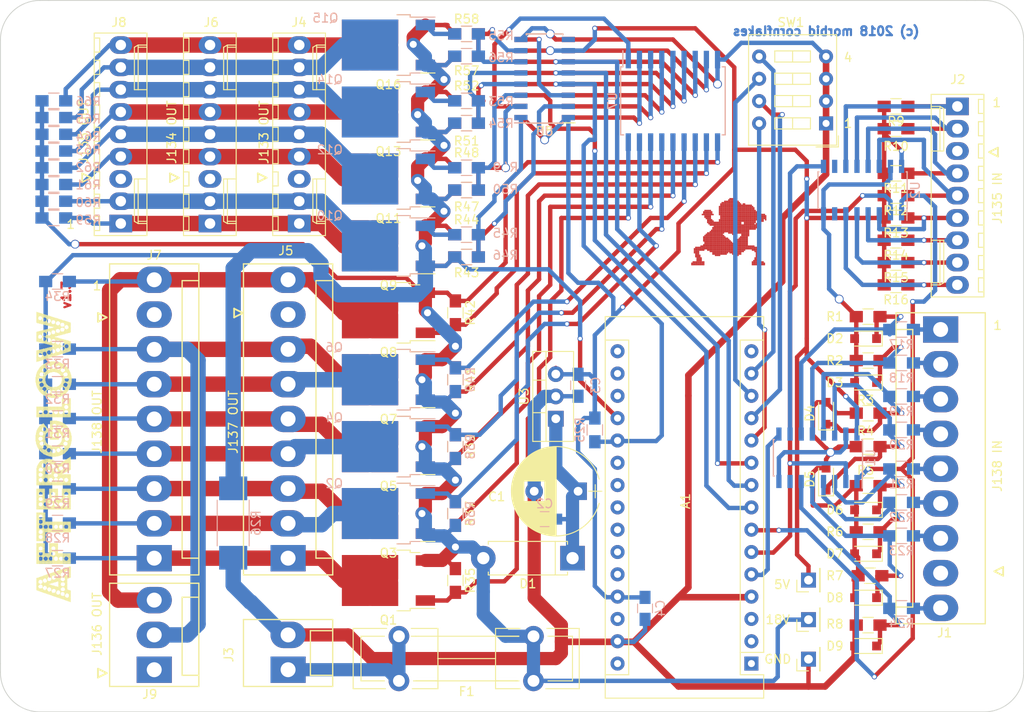
<source format=kicad_pcb>
(kicad_pcb (version 20171130) (host pcbnew 5.0.1)
  (title_block (title "afterglow 1.3") (company "morbid cornflakes"))
  (layers (0 F.Cu signal) (31 B.Cu signal) (34 B.Paste user hide) (35 F.Paste user hide) (36 B.SilkS user) (37 F.SilkS user) (38 B.Mask user) (39 F.Mask user) (44 Edge.Cuts user))
  (net 0 "")
  (net 1 /18V)
  (net 2 GND)
  (net 3 "Net-(F1-Pad2)")
  (net 4 "Net-(J1-Pad1)")
  (net 5 "Net-(J1-Pad2)")
  (net 6 "Net-(J1-Pad3)")
  (net 7 "Net-(J1-Pad4)")
  (net 8 "Net-(J1-Pad5)")
  (net 9 "Net-(J1-Pad6)")
  (net 10 "Net-(J1-Pad7)")
  (net 11 "Net-(J1-Pad9)")
  (net 12 /RI1)
  (net 13 /RI2)
  (net 14 /RI3)
  (net 15 /RI4)
  (net 16 /RI5)
  (net 17 /RI6)
  (net 18 /RI7)
  (net 19 /RI8)
  (net 20 /J137_CO1)
  (net 21 /J137_CO2)
  (net 22 /J137_CO3)
  (net 23 /J137_CO4)
  (net 24 /J137_CO5)
  (net 25 /J137_CO6)
  (net 26 /J137_CO7)
  (net 27 /J137_CO8)
  (net 28 /J133_RO1)
  (net 29 /J133_RO2)
  (net 30 /J133_RO3)
  (net 31 /J133_RO4)
  (net 32 /J133_RO5)
  (net 33 /J133_RO6)
  (net 34 /J133_RO7)
  (net 35 /J133_RO8)
  (net 36 /RO1)
  (net 37 /RO2)
  (net 38 /RO3)
  (net 39 /RO4)
  (net 40 /RO5)
  (net 41 /RO6)
  (net 42 /RO7)
  (net 43 /RO8)
  (net 44 /CI1)
  (net 45 /CI2)
  (net 46 /CI3)
  (net 47 /CI4)
  (net 48 /CI5)
  (net 49 /CI6)
  (net 50 /CI7)
  (net 51 /CI8)
  (net 52 /CO1)
  (net 53 /CO2)
  (net 54 /CO3)
  (net 55 /CO4)
  (net 56 /CO5)
  (net 57 /CO6)
  (net 58 /CO7)
  (net 59 /CO8)
  (net 60 /IN_LOAD)
  (net 61 /IN_DATA)
  (net 62 /IN_CLK)
  (net 63 "Net-(U1-Pad10)")
  (net 64 /OUT_DATA)
  (net 65 /OUT_CLK)
  (net 66 /OUT_LOAD)
  (net 67 "Net-(U5-Pad9)")
  (net 68 "Net-(C1-Pad1)")
  (net 69 "Net-(Q9-Pad1)")
  (net 70 "Net-(Q10-Pad1)")
  (net 71 "Net-(Q11-Pad1)")
  (net 72 "Net-(Q12-Pad1)")
  (net 73 "Net-(Q13-Pad1)")
  (net 74 "Net-(Q14-Pad1)")
  (net 75 "Net-(Q15-Pad1)")
  (net 76 "Net-(Q16-Pad1)")
  (net 77 "Net-(U5-Pad1)")
  (net 78 "Net-(U5-Pad2)")
  (net 79 "Net-(U5-Pad3)")
  (net 80 "Net-(U5-Pad4)")
  (net 81 "Net-(U5-Pad5)")
  (net 82 "Net-(U5-Pad6)")
  (net 83 "Net-(U5-Pad7)")
  (net 84 "Net-(U5-Pad15)")
  (net 85 /5V)
  (net 86 "Net-(A1-Pad20)")
  (net 87 "Net-(A1-Pad13)")
  (net 88 "Net-(A1-Pad11)")
  (net 89 "Net-(A1-Pad12)")
  (net 90 "Net-(A1-Pad14)")
  (net 91 /SUP_GND)
  (module Resistors_SMD:R_0805_HandSoldering (layer F.Cu) (at 122.79 121.12 180)
    (fp_text reference R8 (at 3.79 0.12 180) (layer F.SilkS))
    (fp_text value 1k)
    (pad 1 smd rect (at -1.35 0 180) (size 1.5 1.3) (layers F.Cu F.Paste F.Mask) (net 51 /CI8))
    (pad 2 smd rect (at 1.35 0 180) (size 1.5 1.3) (layers F.Cu F.Paste F.Mask) (net 2 GND))
  )
  (module Mounting_Holes:MountingHole_4.3mm_M4_ISO14580 (layer F.Cu) (at 29.5 55)
    (fp_text reference "" (at 0 -4.5) (layer F.SilkS))
    (fp_text value MountingHole_4.3mm_M4_ISO14580)
    (pad 1 np_thru_hole circle (at 0 0) (size 4.3 4.3) (drill 4.3) (layers *.Cu *.Mask))
  )
  (module Mounting_Holes:MountingHole_4.3mm_M4_ISO14580 (layer F.Cu) (at 30 126)
    (fp_text reference "" (at 0 -4.5) (layer F.SilkS))
    (fp_text value MountingHole_4.3mm_M4_ISO14580)
    (pad 1 np_thru_hole circle (at 0 0) (size 4.3 4.3) (drill 4.3) (layers *.Cu *.Mask))
  )
  (module Mounting_Holes:MountingHole_4.3mm_M4_ISO14580 (layer F.Cu) (at 134.5 126)
    (fp_text reference "" (at 0 -4.5) (layer F.SilkS))
    (fp_text value MountingHole_4.3mm_M4_ISO14580)
    (pad 1 np_thru_hole circle (at 0 0) (size 4.3 4.3) (drill 4.3) (layers *.Cu *.Mask))
  )
  (module Pin_Headers:Pin_Header_Straight_1x01_Pitch2.54mm (layer F.Cu) (at 116 120.5 90)
    (fp_text reference 18V (at 0 -3.5 180) (layer F.SilkS))
    (fp_text value TestPoint)
    (pad 1 thru_hole rect (at 0 0 90) (size 1.7 1.7) (drill 1) (layers *.Cu *.Mask) (net 1 /18V))
  )
  (module Pin_Headers:Pin_Header_Straight_1x01_Pitch2.54mm (layer F.Cu) (at 116 116 90)
    (fp_text reference 5V (at -0.5 -3 180) (layer F.SilkS))
    (fp_text value TestPoint)
    (pad 1 thru_hole rect (at 0 0 90) (size 1.7 1.7) (drill 1) (layers *.Cu *.Mask) (net 85 /5V))
  )
  (module Pin_Headers:Pin_Header_Straight_1x01_Pitch2.54mm (layer F.Cu) (at 116 125 90)
    (fp_text reference GND (at 0 -3.5 180) (layer F.SilkS))
    (fp_text value TestPoint)
    (pad 1 thru_hole rect (at 0 0 90) (size 1.7 1.7) (drill 1) (layers *.Cu *.Mask) (net 2 GND))
  )
  (module Modules:Arduino_Nano (layer F.Cu) (at 109.5 125.5 180)
    (fp_text reference A1 (at 7.5 18.5 270) (layer F.SilkS))
    (fp_text value Arduino_Nano_v3.x)
    (pad 1 thru_hole rect (at 0 0 180) (size 1.6 1.6) (drill 0.8) (layers *.Cu *.Mask))
    (pad 17 thru_hole oval (at 15.24 33.02 180) (size 1.6 1.6) (drill 0.8) (layers *.Cu *.Mask))
    (pad 2 thru_hole oval (at 0 2.54 180) (size 1.6 1.6) (drill 0.8) (layers *.Cu *.Mask))
    (pad 18 thru_hole oval (at 15.24 30.48 180) (size 1.6 1.6) (drill 0.8) (layers *.Cu *.Mask))
    (pad 3 thru_hole oval (at 0 5.08 180) (size 1.6 1.6) (drill 0.8) (layers *.Cu *.Mask))
    (pad 19 thru_hole oval (at 15.24 27.94 180) (size 1.6 1.6) (drill 0.8) (layers *.Cu *.Mask) (net 91 /SUP_GND))
    (pad 4 thru_hole oval (at 0 7.62 180) (size 1.6 1.6) (drill 0.8) (layers *.Cu *.Mask) (net 2 GND))
    (pad 20 thru_hole oval (at 15.24 25.4 180) (size 1.6 1.6) (drill 0.8) (layers *.Cu *.Mask) (net 86 "Net-(A1-Pad20)"))
    (pad 5 thru_hole oval (at 0 10.16 180) (size 1.6 1.6) (drill 0.8) (layers *.Cu *.Mask) (net 61 /IN_DATA))
    (pad 21 thru_hole oval (at 15.24 22.86 180) (size 1.6 1.6) (drill 0.8) (layers *.Cu *.Mask))
    (pad 6 thru_hole oval (at 0 12.7 180) (size 1.6 1.6) (drill 0.8) (layers *.Cu *.Mask) (net 62 /IN_CLK))
    (pad 22 thru_hole oval (at 15.24 20.32 180) (size 1.6 1.6) (drill 0.8) (layers *.Cu *.Mask))
    (pad 7 thru_hole oval (at 0 15.24 180) (size 1.6 1.6) (drill 0.8) (layers *.Cu *.Mask) (net 60 /IN_LOAD))
    (pad 23 thru_hole oval (at 15.24 17.78 180) (size 1.6 1.6) (drill 0.8) (layers *.Cu *.Mask))
    (pad 8 thru_hole oval (at 0 17.78 180) (size 1.6 1.6) (drill 0.8) (layers *.Cu *.Mask) (net 64 /OUT_DATA))
    (pad 24 thru_hole oval (at 15.24 15.24 180) (size 1.6 1.6) (drill 0.8) (layers *.Cu *.Mask))
    (pad 9 thru_hole oval (at 0 20.32 180) (size 1.6 1.6) (drill 0.8) (layers *.Cu *.Mask) (net 65 /OUT_CLK))
    (pad 25 thru_hole oval (at 15.24 12.7 180) (size 1.6 1.6) (drill 0.8) (layers *.Cu *.Mask))
    (pad 10 thru_hole oval (at 0 22.86 180) (size 1.6 1.6) (drill 0.8) (layers *.Cu *.Mask) (net 66 /OUT_LOAD))
    (pad 26 thru_hole oval (at 15.24 10.16 180) (size 1.6 1.6) (drill 0.8) (layers *.Cu *.Mask))
    (pad 11 thru_hole oval (at 0 25.4 180) (size 1.6 1.6) (drill 0.8) (layers *.Cu *.Mask) (net 88 "Net-(A1-Pad11)"))
    (pad 27 thru_hole oval (at 15.24 7.62 180) (size 1.6 1.6) (drill 0.8) (layers *.Cu *.Mask) (net 85 /5V))
    (pad 12 thru_hole oval (at 0 27.94 180) (size 1.6 1.6) (drill 0.8) (layers *.Cu *.Mask) (net 89 "Net-(A1-Pad12)"))
    (pad 28 thru_hole oval (at 15.24 5.08 180) (size 1.6 1.6) (drill 0.8) (layers *.Cu *.Mask))
    (pad 13 thru_hole oval (at 0 30.48 180) (size 1.6 1.6) (drill 0.8) (layers *.Cu *.Mask) (net 87 "Net-(A1-Pad13)"))
    (pad 29 thru_hole oval (at 15.24 2.54 180) (size 1.6 1.6) (drill 0.8) (layers *.Cu *.Mask) (net 2 GND))
    (pad 14 thru_hole oval (at 0 33.02 180) (size 1.6 1.6) (drill 0.8) (layers *.Cu *.Mask) (net 90 "Net-(A1-Pad14)"))
    (pad 30 thru_hole oval (at 15.24 0 180) (size 1.6 1.6) (drill 0.8) (layers *.Cu *.Mask))
    (pad 15 thru_hole oval (at 0 35.56 180) (size 1.6 1.6) (drill 0.8) (layers *.Cu *.Mask))
    (pad 16 thru_hole oval (at 15.24 35.56 180) (size 1.6 1.6) (drill 0.8) (layers *.Cu *.Mask))
  )
  (module Connectors_Molex:Molex_KK-41791-9_9x3.96mm_Straight (layer F.Cu) (at 41.51 113.5 90)
    (fp_text reference J7 (at 34.5 -0.01 180) (layer F.SilkS))
    (fp_text value J138_OUT_C)
    (pad 1 thru_hole rect (at 0 0 90) (size 3 4) (drill 1.7) (layers *.Cu *.Mask) (net 20 /J137_CO1))
    (pad 2 thru_hole oval (at 3.9624 0 90) (size 3 4) (drill 1.7) (layers *.Cu *.Mask) (net 21 /J137_CO2))
    (pad 3 thru_hole oval (at 7.9248 0 90) (size 3 4) (drill 1.7) (layers *.Cu *.Mask) (net 22 /J137_CO3))
    (pad 4 thru_hole oval (at 11.8872 0 90) (size 3 4) (drill 1.7) (layers *.Cu *.Mask) (net 23 /J137_CO4))
    (pad 5 thru_hole oval (at 15.8496 0 90) (size 3 4) (drill 1.7) (layers *.Cu *.Mask) (net 24 /J137_CO5))
    (pad 6 thru_hole oval (at 19.812 0 90) (size 3 4) (drill 1.7) (layers *.Cu *.Mask) (net 25 /J137_CO6))
    (pad 7 thru_hole oval (at 23.7744 0 90) (size 3 4) (drill 1.7) (layers *.Cu *.Mask) (net 26 /J137_CO7))
    (pad 8 thru_hole oval (at 27.7368 0 90) (size 3 4) (drill 1.7) (layers *.Cu *.Mask))
    (pad 9 thru_hole oval (at 31.6992 0 90) (size 3 4) (drill 1.7) (layers *.Cu *.Mask) (net 27 /J137_CO8))
  )
  (module Connectors_Molex:Molex_KK-41791-9_9x3.96mm_Straight (layer F.Cu) (at 56.75 113.5 90)
    (fp_text reference J5 (at 35 -0.25 180) (layer F.SilkS))
    (fp_text value J137_OUT_C)
    (pad 9 thru_hole oval (at 31.6992 0 90) (size 3 4) (drill 1.7) (layers *.Cu *.Mask) (net 27 /J137_CO8))
    (pad 8 thru_hole oval (at 27.7368 0 90) (size 3 4) (drill 1.7) (layers *.Cu *.Mask))
    (pad 7 thru_hole oval (at 23.7744 0 90) (size 3 4) (drill 1.7) (layers *.Cu *.Mask) (net 26 /J137_CO7))
    (pad 6 thru_hole oval (at 19.812 0 90) (size 3 4) (drill 1.7) (layers *.Cu *.Mask) (net 25 /J137_CO6))
    (pad 5 thru_hole oval (at 15.8496 0 90) (size 3 4) (drill 1.7) (layers *.Cu *.Mask) (net 24 /J137_CO5))
    (pad 4 thru_hole oval (at 11.8872 0 90) (size 3 4) (drill 1.7) (layers *.Cu *.Mask) (net 23 /J137_CO4))
    (pad 3 thru_hole oval (at 7.9248 0 90) (size 3 4) (drill 1.7) (layers *.Cu *.Mask) (net 22 /J137_CO3))
    (pad 2 thru_hole oval (at 3.9624 0 90) (size 3 4) (drill 1.7) (layers *.Cu *.Mask) (net 21 /J137_CO2))
    (pad 1 thru_hole rect (at 0 0 90) (size 3 4) (drill 1.7) (layers *.Cu *.Mask) (net 20 /J137_CO1))
  )
  (module Connectors_Molex:Molex_KK-41791-9_9x3.96mm_Straight (layer F.Cu) (at 131.045 87.465 270)
    (fp_text reference J1 (at 34.535 -0.455) (layer F.SilkS))
    (fp_text value J137_IN_C)
    (pad 1 thru_hole rect (at 0 0 270) (size 3 4) (drill 1.7) (layers *.Cu *.Mask) (net 4 "Net-(J1-Pad1)"))
    (pad 2 thru_hole oval (at 3.9624 0 270) (size 3 4) (drill 1.7) (layers *.Cu *.Mask) (net 5 "Net-(J1-Pad2)"))
    (pad 3 thru_hole oval (at 7.9248 0 270) (size 3 4) (drill 1.7) (layers *.Cu *.Mask) (net 6 "Net-(J1-Pad3)"))
    (pad 4 thru_hole oval (at 11.8872 0 270) (size 3 4) (drill 1.7) (layers *.Cu *.Mask) (net 7 "Net-(J1-Pad4)"))
    (pad 5 thru_hole oval (at 15.8496 0 270) (size 3 4) (drill 1.7) (layers *.Cu *.Mask) (net 8 "Net-(J1-Pad5)"))
    (pad 6 thru_hole oval (at 19.812 0 270) (size 3 4) (drill 1.7) (layers *.Cu *.Mask) (net 9 "Net-(J1-Pad6)"))
    (pad 7 thru_hole oval (at 23.7744 0 270) (size 3 4) (drill 1.7) (layers *.Cu *.Mask) (net 10 "Net-(J1-Pad7)"))
    (pad 8 thru_hole oval (at 27.7368 0 270) (size 3 4) (drill 1.7) (layers *.Cu *.Mask))
    (pad 9 thru_hole oval (at 31.6992 0 270) (size 3 4) (drill 1.7) (layers *.Cu *.Mask) (net 11 "Net-(J1-Pad9)"))
  )
  (module Resistors_SMD:R_2512_HandSoldering (layer B.Cu) (at 50.5 109.5 90)
    (fp_text reference R26 (at 0 2.6 90) (layer B.SilkS) (effects (justify mirror)))
    (fp_text value 0.22)
    (pad 1 smd rect (at -3.95 0 90) (size 2.7 3.2) (layers B.Cu B.Paste B.Mask) (net 2 GND))
    (pad 2 smd rect (at 3.95 0 90) (size 2.7 3.2) (layers B.Cu B.Paste B.Mask) (net 91 /SUP_GND))
  )
  (module TO_SOT_Packages_THT:TO-220_Vertical (layer F.Cu) (at 87.23 97.625 90)
    (fp_text reference U3 (at 2.54 -3.62 90) (layer F.SilkS))
    (fp_text value 5V_Regulator)
    (pad 1 thru_hole rect (at 0 0 90) (size 1.8 1.8) (drill 1) (layers *.Cu *.Mask) (net 68 "Net-(C1-Pad1)"))
    (pad 2 thru_hole oval (at 2.54 0 90) (size 1.8 1.8) (drill 1) (layers *.Cu *.Mask) (net 2 GND))
    (pad 3 thru_hole oval (at 5.08 0 90) (size 1.8 1.8) (drill 1) (layers *.Cu *.Mask) (net 85 /5V))
  )
  (module Resistors_SMD:R_0805_HandSoldering (layer F.Cu) (at 125.965 74.765 180)
    (fp_text reference R13 (at 0 -1.7 180) (layer F.SilkS))
    (fp_text value 10k)
    (pad 1 smd rect (at -1.35 0 180) (size 1.5 1.3) (layers F.Cu F.Paste F.Mask) (net 16 /RI5))
    (pad 2 smd rect (at 1.35 0 180) (size 1.5 1.3) (layers F.Cu F.Paste F.Mask) (net 85 /5V))
  )
  (module Capacitors_SMD:C_0805_HandSoldering (layer B.Cu) (at 85.96 109.055 180)
    (fp_text reference C2 (at 0 1.75 180) (layer B.SilkS) (effects (justify mirror)))
    (fp_text value 0.33)
    (pad 1 smd rect (at -1.25 0 180) (size 1.5 1.25) (layers B.Cu B.Paste B.Mask) (net 68 "Net-(C1-Pad1)"))
    (pad 2 smd rect (at 1.25 0 180) (size 1.5 1.25) (layers B.Cu B.Paste B.Mask) (net 2 GND))
  )
  (module Capacitors_SMD:C_0805_HandSoldering (layer B.Cu) (at 89.77 93.815 270)
    (fp_text reference C3 (at 0 -2 270) (layer B.SilkS) (effects (justify mirror)))
    (fp_text value 0.1)
    (pad 1 smd rect (at -1.25 0 270) (size 1.5 1.25) (layers B.Cu B.Paste B.Mask) (net 85 /5V))
    (pad 2 smd rect (at 1.25 0 270) (size 1.5 1.25) (layers B.Cu B.Paste B.Mask) (net 2 GND))
  )
  (module Resistors_SMD:R_0805_HandSoldering (layer F.Cu) (at 122.79 86 180)
    (fp_text reference R1 (at 3.79 0 180) (layer F.SilkS))
    (fp_text value 1k)
    (pad 1 smd rect (at -1.35 0 180) (size 1.5 1.3) (layers F.Cu F.Paste F.Mask) (net 44 /CI1))
    (pad 2 smd rect (at 1.35 0 180) (size 1.5 1.3) (layers F.Cu F.Paste F.Mask) (net 2 GND))
  )
  (module Resistors_SMD:R_0805_HandSoldering (layer F.Cu) (at 122.79 91 180)
    (fp_text reference R2 (at 3.79 0 180) (layer F.SilkS))
    (fp_text value 1k)
    (pad 1 smd rect (at -1.35 0 180) (size 1.5 1.3) (layers F.Cu F.Paste F.Mask) (net 45 /CI2))
    (pad 2 smd rect (at 1.35 0 180) (size 1.5 1.3) (layers F.Cu F.Paste F.Mask) (net 2 GND))
  )
  (module Resistors_SMD:R_0805_HandSoldering (layer F.Cu) (at 122.79 96.99 180)
    (fp_text reference R3 (at 0.29 1.49 180) (layer F.SilkS))
    (fp_text value 1k)
    (pad 1 smd rect (at -1.35 0 180) (size 1.5 1.3) (layers F.Cu F.Paste F.Mask) (net 46 /CI3))
    (pad 2 smd rect (at 1.35 0 180) (size 1.5 1.3) (layers F.Cu F.Paste F.Mask) (net 2 GND))
  )
  (module Resistors_SMD:R_0805_HandSoldering (layer F.Cu) (at 122.79 100.8 180)
    (fp_text reference R4 (at 0.29 1.8 180) (layer F.SilkS))
    (fp_text value 1k)
    (pad 1 smd rect (at -1.35 0 180) (size 1.5 1.3) (layers F.Cu F.Paste F.Mask) (net 47 /CI4))
    (pad 2 smd rect (at 1.35 0 180) (size 1.5 1.3) (layers F.Cu F.Paste F.Mask) (net 2 GND))
  )
  (module Resistors_SMD:R_0805_HandSoldering (layer F.Cu) (at 122.79 105.245 180)
    (fp_text reference R5 (at 0.29 1.745 180) (layer F.SilkS))
    (fp_text value 1k)
    (pad 1 smd rect (at -1.35 0 180) (size 1.5 1.3) (layers F.Cu F.Paste F.Mask) (net 48 /CI5))
    (pad 2 smd rect (at 1.35 0 180) (size 1.5 1.3) (layers F.Cu F.Paste F.Mask) (net 2 GND))
  )
  (module Resistors_SMD:R_0805_HandSoldering (layer F.Cu) (at 122.79 110.5 180)
    (fp_text reference R6 (at 3.79 0 180) (layer F.SilkS))
    (fp_text value 1k)
    (pad 1 smd rect (at -1.35 0 180) (size 1.5 1.3) (layers F.Cu F.Paste F.Mask) (net 49 /CI6))
    (pad 2 smd rect (at 1.35 0 180) (size 1.5 1.3) (layers F.Cu F.Paste F.Mask) (net 2 GND))
  )
  (module Resistors_SMD:R_0805_HandSoldering (layer F.Cu) (at 123 115.5 180)
    (fp_text reference R7 (at 4 0 180) (layer F.SilkS))
    (fp_text value 1k)
    (pad 1 smd rect (at -1.35 0 180) (size 1.5 1.3) (layers F.Cu F.Paste F.Mask) (net 50 /CI7))
    (pad 2 smd rect (at 1.35 0 180) (size 1.5 1.3) (layers F.Cu F.Paste F.Mask) (net 2 GND))
  )
  (module Resistors_SMD:R_0805_HandSoldering (layer F.Cu) (at 125.965 62.065 180)
    (fp_text reference R9 (at 0 -1.7 180) (layer F.SilkS))
    (fp_text value 10k)
    (pad 1 smd rect (at -1.35 0 180) (size 1.5 1.3) (layers F.Cu F.Paste F.Mask) (net 12 /RI1))
    (pad 2 smd rect (at 1.35 0 180) (size 1.5 1.3) (layers F.Cu F.Paste F.Mask) (net 85 /5V))
  )
  (module Resistors_SMD:R_0805_HandSoldering (layer F.Cu) (at 125.965 64.605 180)
    (fp_text reference R10 (at 0 -2 180) (layer F.SilkS))
    (fp_text value 10k)
    (pad 1 smd rect (at -1.35 0 180) (size 1.5 1.3) (layers F.Cu F.Paste F.Mask) (net 13 /RI2))
    (pad 2 smd rect (at 1.35 0 180) (size 1.5 1.3) (layers F.Cu F.Paste F.Mask) (net 85 /5V))
  )
  (module Resistors_SMD:R_0805_HandSoldering (layer F.Cu) (at 125.965 69.685 180)
    (fp_text reference R11 (at 0 -1.7 180) (layer F.SilkS))
    (fp_text value 10k)
    (pad 1 smd rect (at -1.35 0 180) (size 1.5 1.3) (layers F.Cu F.Paste F.Mask) (net 14 /RI3))
    (pad 2 smd rect (at 1.35 0 180) (size 1.5 1.3) (layers F.Cu F.Paste F.Mask) (net 85 /5V))
  )
  (module Resistors_SMD:R_0805_HandSoldering (layer F.Cu) (at 125.965 72.225 180)
    (fp_text reference R12 (at 0 -1.7 180) (layer F.SilkS))
    (fp_text value 10k)
    (pad 1 smd rect (at -1.35 0 180) (size 1.5 1.3) (layers F.Cu F.Paste F.Mask) (net 15 /RI4))
    (pad 2 smd rect (at 1.35 0 180) (size 1.5 1.3) (layers F.Cu F.Paste F.Mask) (net 85 /5V))
  )
  (module Resistors_SMD:R_0805_HandSoldering (layer F.Cu) (at 125.965 77.305 180)
    (fp_text reference R14 (at 0 -1.7 180) (layer F.SilkS))
    (fp_text value 10k)
    (pad 1 smd rect (at -1.35 0 180) (size 1.5 1.3) (layers F.Cu F.Paste F.Mask) (net 17 /RI6))
    (pad 2 smd rect (at 1.35 0 180) (size 1.5 1.3) (layers F.Cu F.Paste F.Mask) (net 85 /5V))
  )
  (module Resistors_SMD:R_0805_HandSoldering (layer F.Cu) (at 125.965 79.845 180)
    (fp_text reference R15 (at 0 -1.7 180) (layer F.SilkS))
    (fp_text value 10k)
    (pad 1 smd rect (at -1.35 0 180) (size 1.5 1.3) (layers F.Cu F.Paste F.Mask) (net 18 /RI7))
    (pad 2 smd rect (at 1.35 0 180) (size 1.5 1.3) (layers F.Cu F.Paste F.Mask) (net 85 /5V))
  )
  (module Resistors_SMD:R_0805_HandSoldering (layer F.Cu) (at 125.965 82.385 180)
    (fp_text reference R16 (at 0 -1.7 180) (layer F.SilkS))
    (fp_text value 10k)
    (pad 1 smd rect (at -1.35 0 180) (size 1.5 1.3) (layers F.Cu F.Paste F.Mask) (net 19 /RI8))
    (pad 2 smd rect (at 1.35 0 180) (size 1.5 1.3) (layers F.Cu F.Paste F.Mask) (net 85 /5V))
  )
  (module Resistors_SMD:R_0805_HandSoldering (layer B.Cu) (at 126.6 87.465)
    (fp_text reference R17 (at 0 1.7) (layer B.SilkS) (effects (justify mirror)))
    (fp_text value 1k)
    (pad 1 smd rect (at -1.35 0) (size 1.5 1.3) (layers B.Cu B.Paste B.Mask) (net 44 /CI1))
    (pad 2 smd rect (at 1.35 0) (size 1.5 1.3) (layers B.Cu B.Paste B.Mask) (net 4 "Net-(J1-Pad1)"))
  )
  (module Resistors_SMD:R_0805_HandSoldering (layer B.Cu) (at 126.6 91.275)
    (fp_text reference R18 (at 0 1.7) (layer B.SilkS) (effects (justify mirror)))
    (fp_text value 1k)
    (pad 1 smd rect (at -1.35 0) (size 1.5 1.3) (layers B.Cu B.Paste B.Mask) (net 45 /CI2))
    (pad 2 smd rect (at 1.35 0) (size 1.5 1.3) (layers B.Cu B.Paste B.Mask) (net 5 "Net-(J1-Pad2)"))
  )
  (module Resistors_SMD:R_0805_HandSoldering (layer B.Cu) (at 126.6 103.34)
    (fp_text reference R21 (at 0 1.7) (layer B.SilkS) (effects (justify mirror)))
    (fp_text value 1k)
    (pad 1 smd rect (at -1.35 0) (size 1.5 1.3) (layers B.Cu B.Paste B.Mask) (net 48 /CI5))
    (pad 2 smd rect (at 1.35 0) (size 1.5 1.3) (layers B.Cu B.Paste B.Mask) (net 8 "Net-(J1-Pad5)"))
  )
  (module Resistors_SMD:R_0805_HandSoldering (layer B.Cu) (at 126.6 107.15)
    (fp_text reference R22 (at 0 1.7) (layer B.SilkS) (effects (justify mirror)))
    (fp_text value 1k)
    (pad 1 smd rect (at -1.35 0) (size 1.5 1.3) (layers B.Cu B.Paste B.Mask) (net 49 /CI6))
    (pad 2 smd rect (at 1.35 0) (size 1.5 1.3) (layers B.Cu B.Paste B.Mask) (net 9 "Net-(J1-Pad6)"))
  )
  (module Resistors_SMD:R_0805_HandSoldering (layer B.Cu) (at 126.6 110.96)
    (fp_text reference R23 (at 0 1.7) (layer B.SilkS) (effects (justify mirror)))
    (fp_text value 1k)
    (pad 1 smd rect (at -1.35 0) (size 1.5 1.3) (layers B.Cu B.Paste B.Mask) (net 50 /CI7))
    (pad 2 smd rect (at 1.35 0) (size 1.5 1.3) (layers B.Cu B.Paste B.Mask) (net 10 "Net-(J1-Pad7)"))
  )
  (module Resistors_SMD:R_0805_HandSoldering (layer B.Cu) (at 126.6 119.215)
    (fp_text reference R24 (at 0 1.7) (layer B.SilkS) (effects (justify mirror)))
    (fp_text value 1k)
    (pad 1 smd rect (at -1.35 0) (size 1.5 1.3) (layers B.Cu B.Paste B.Mask) (net 51 /CI8))
    (pad 2 smd rect (at 1.35 0) (size 1.5 1.3) (layers B.Cu B.Paste B.Mask) (net 11 "Net-(J1-Pad9)"))
  )
  (module Resistors_SMD:R_0805_HandSoldering (layer B.Cu) (at 91.675 98.895 270)
    (fp_text reference R25 (at 0 1.7 270) (layer B.SilkS) (effects (justify mirror)))
    (fp_text value 10k)
    (pad 1 smd rect (at -1.35 0 270) (size 1.5 1.3) (layers B.Cu B.Paste B.Mask) (net 85 /5V))
    (pad 2 smd rect (at 1.35 0 270) (size 1.5 1.3) (layers B.Cu B.Paste B.Mask) (net 86 "Net-(A1-Pad20)"))
  )
  (module Resistors_SMD:R_0805_HandSoldering (layer B.Cu) (at 30.5 113.5)
    (fp_text reference R27 (at 0 1.7) (layer B.SilkS) (effects (justify mirror)))
    (fp_text value 10k)
    (pad 1 smd rect (at -1.35 0) (size 1.5 1.3) (layers B.Cu B.Paste B.Mask) (net 91 /SUP_GND))
    (pad 2 smd rect (at 1.35 0) (size 1.5 1.3) (layers B.Cu B.Paste B.Mask) (net 20 /J137_CO1))
  )
  (module Resistors_SMD:R_0805_HandSoldering (layer B.Cu) (at 30.5 109.5)
    (fp_text reference R28 (at 0 1.7) (layer B.SilkS) (effects (justify mirror)))
    (fp_text value 10k)
    (pad 1 smd rect (at -1.35 0) (size 1.5 1.3) (layers B.Cu B.Paste B.Mask) (net 91 /SUP_GND))
    (pad 2 smd rect (at 1.35 0) (size 1.5 1.3) (layers B.Cu B.Paste B.Mask) (net 21 /J137_CO2))
  )
  (module Connectors_Molex:Molex_KK-6410-09_09x2.54mm_Straight (layer F.Cu) (at 132.95 62.065 270)
    (fp_text reference J2 (at -3.065 -0.05) (layer F.SilkS))
    (fp_text value J133_IN_R)
    (pad 1 thru_hole rect (at 0 0 270) (size 2 2.6) (drill 1.2) (layers *.Cu *.Mask) (net 12 /RI1))
    (pad 2 thru_hole oval (at 2.54 0 270) (size 2 2.6) (drill 1.2) (layers *.Cu *.Mask) (net 13 /RI2))
    (pad 3 thru_hole oval (at 5.08 0 270) (size 2 2.6) (drill 1.2) (layers *.Cu *.Mask))
    (pad 4 thru_hole oval (at 7.62 0 270) (size 2 2.6) (drill 1.2) (layers *.Cu *.Mask) (net 14 /RI3))
    (pad 5 thru_hole oval (at 10.16 0 270) (size 2 2.6) (drill 1.2) (layers *.Cu *.Mask) (net 15 /RI4))
    (pad 6 thru_hole oval (at 12.7 0 270) (size 2 2.6) (drill 1.2) (layers *.Cu *.Mask) (net 16 /RI5))
    (pad 7 thru_hole oval (at 15.24 0 270) (size 2 2.6) (drill 1.2) (layers *.Cu *.Mask) (net 17 /RI6))
    (pad 8 thru_hole oval (at 17.78 0 270) (size 2 2.6) (drill 1.2) (layers *.Cu *.Mask) (net 18 /RI7))
    (pad 9 thru_hole oval (at 20.32 0 270) (size 2 2.6) (drill 1.2) (layers *.Cu *.Mask) (net 19 /RI8))
  )
  (module Connectors_Molex:Molex_KK-41791-02_02x3.96mm_Straight (layer F.Cu) (at 56.75 126.2 90)
    (fp_text reference J3 (at 1.7 -6.75 90) (layer F.SilkS))
    (fp_text value Conn_Power)
    (pad 1 thru_hole rect (at 0 0 90) (size 3 4) (drill 1.7) (layers *.Cu *.Mask) (net 3 "Net-(F1-Pad2)"))
    (pad 2 thru_hole oval (at 3.9624 0 90) (size 3 4) (drill 1.7) (layers *.Cu *.Mask) (net 2 GND))
  )
  (module Connectors_Molex:Molex_KK-6410-09_09x2.54mm_Straight (layer F.Cu) (at 47.86 75.4 90)
    (fp_text reference J6 (at 22.9 0.14 180) (layer F.SilkS))
    (fp_text value J134_OUT_R)
    (pad 1 thru_hole rect (at 0 0 90) (size 2 2.6) (drill 1.2) (layers *.Cu *.Mask) (net 28 /J133_RO1))
    (pad 2 thru_hole oval (at 2.54 0 90) (size 2 2.6) (drill 1.2) (layers *.Cu *.Mask) (net 29 /J133_RO2))
    (pad 3 thru_hole oval (at 5.08 0 90) (size 2 2.6) (drill 1.2) (layers *.Cu *.Mask))
    (pad 4 thru_hole oval (at 7.62 0 90) (size 2 2.6) (drill 1.2) (layers *.Cu *.Mask) (net 30 /J133_RO3))
    (pad 5 thru_hole oval (at 10.16 0 90) (size 2 2.6) (drill 1.2) (layers *.Cu *.Mask) (net 31 /J133_RO4))
    (pad 6 thru_hole oval (at 12.7 0 90) (size 2 2.6) (drill 1.2) (layers *.Cu *.Mask) (net 32 /J133_RO5))
    (pad 7 thru_hole oval (at 15.24 0 90) (size 2 2.6) (drill 1.2) (layers *.Cu *.Mask) (net 33 /J133_RO6))
    (pad 8 thru_hole oval (at 17.78 0 90) (size 2 2.6) (drill 1.2) (layers *.Cu *.Mask) (net 34 /J133_RO7))
    (pad 9 thru_hole oval (at 20.32 0 90) (size 2 2.6) (drill 1.2) (layers *.Cu *.Mask) (net 35 /J133_RO8))
  )
  (module Connectors_Molex:Molex_KK-6410-09_09x2.54mm_Straight (layer F.Cu) (at 37.7 75.4 90)
    (fp_text reference J8 (at 22.9 -0.2 180) (layer F.SilkS))
    (fp_text value J135_OUT_R)
    (pad 1 thru_hole rect (at 0 0 90) (size 2 2.6) (drill 1.2) (layers *.Cu *.Mask) (net 28 /J133_RO1))
    (pad 2 thru_hole oval (at 2.54 0 90) (size 2 2.6) (drill 1.2) (layers *.Cu *.Mask) (net 29 /J133_RO2))
    (pad 3 thru_hole oval (at 5.08 0 90) (size 2 2.6) (drill 1.2) (layers *.Cu *.Mask))
    (pad 4 thru_hole oval (at 7.62 0 90) (size 2 2.6) (drill 1.2) (layers *.Cu *.Mask) (net 30 /J133_RO3))
    (pad 5 thru_hole oval (at 10.16 0 90) (size 2 2.6) (drill 1.2) (layers *.Cu *.Mask) (net 31 /J133_RO4))
    (pad 6 thru_hole oval (at 12.7 0 90) (size 2 2.6) (drill 1.2) (layers *.Cu *.Mask) (net 32 /J133_RO5))
    (pad 7 thru_hole oval (at 15.24 0 90) (size 2 2.6) (drill 1.2) (layers *.Cu *.Mask) (net 33 /J133_RO6))
    (pad 8 thru_hole oval (at 17.78 0 90) (size 2 2.6) (drill 1.2) (layers *.Cu *.Mask) (net 34 /J133_RO7))
    (pad 9 thru_hole oval (at 20.32 0 90) (size 2 2.6) (drill 1.2) (layers *.Cu *.Mask) (net 35 /J133_RO8))
  )
  (module Connectors_Molex:Molex_KK-41791-03_03x3.96mm_Straight (layer F.Cu) (at 41.51 126.2 90)
    (fp_text reference J9 (at -2.8 -0.51 180) (layer F.SilkS))
    (fp_text value 136_OUT_C)
    (pad 1 thru_hole rect (at 0 0 90) (size 3 4) (drill 1.7) (layers *.Cu *.Mask))
    (pad 2 thru_hole oval (at 3.9624 0 90) (size 3 4) (drill 1.7) (layers *.Cu *.Mask) (net 26 /J137_CO7))
    (pad 3 thru_hole oval (at 7.9248 0 90) (size 3 4) (drill 1.7) (layers *.Cu *.Mask) (net 27 /J137_CO8))
  )
  (module TO_SOT_Packages_SMD:TO-252-2 (layer F.Cu) (at 68.18 77.94 180)
    (fp_text reference Q9 (at 0 -4.5 180) (layer F.SilkS))
    (fp_text value IRL2905)
    (pad 1 smd rect (at -4.2 -2.28 180) (size 2.2 1.2) (layers F.Cu F.Paste F.Mask) (net 69 "Net-(Q9-Pad1)"))
    (pad 3 smd rect (at -4.2 2.28 180) (size 2.2 1.2) (layers F.Cu F.Paste F.Mask) (net 91 /SUP_GND))
    (pad 2 smd rect (at 2.1 0 180) (size 6.4 5.8) (layers F.Cu F.Mask) (net 28 /J133_RO1))
    (pad 2 smd rect (at 3.775 1.525 180) (size 3.05 2.75) (layers F.Cu F.Paste) (net 28 /J133_RO1))
    (pad 2 smd rect (at 0.425 -1.525 180) (size 3.05 2.75) (layers F.Cu F.Paste) (net 28 /J133_RO1))
    (pad 2 smd rect (at 3.775 -1.525 180) (size 3.05 2.75) (layers F.Cu F.Paste) (net 28 /J133_RO1))
    (pad 2 smd rect (at 0.425 1.525 180) (size 3.05 2.75) (layers F.Cu F.Paste) (net 28 /J133_RO1))
  )
  (module TO_SOT_Packages_SMD:TO-252-2 (layer B.Cu) (at 68.18 77.94 180)
    (fp_text reference Q10 (at 6.68 3.44 180) (layer B.SilkS) (effects (justify mirror)))
    (fp_text value IRL2905)
    (pad 1 smd rect (at -4.2 2.28 180) (size 2.2 1.2) (layers B.Cu B.Paste B.Mask) (net 70 "Net-(Q10-Pad1)"))
    (pad 3 smd rect (at -4.2 -2.28 180) (size 2.2 1.2) (layers B.Cu B.Paste B.Mask) (net 91 /SUP_GND))
    (pad 2 smd rect (at 2.1 0 180) (size 6.4 5.8) (layers B.Cu B.Mask) (net 29 /J133_RO2))
    (pad 2 smd rect (at 3.775 -1.525 180) (size 3.05 2.75) (layers B.Cu B.Paste) (net 29 /J133_RO2))
    (pad 2 smd rect (at 0.425 1.525 180) (size 3.05 2.75) (layers B.Cu B.Paste) (net 29 /J133_RO2))
    (pad 2 smd rect (at 3.775 1.525 180) (size 3.05 2.75) (layers B.Cu B.Paste) (net 29 /J133_RO2))
    (pad 2 smd rect (at 0.425 -1.525 180) (size 3.05 2.75) (layers B.Cu B.Paste) (net 29 /J133_RO2))
  )
  (module TO_SOT_Packages_SMD:TO-252-2 (layer F.Cu) (at 68.18 70.32 180)
    (fp_text reference Q11 (at 0 -4.5 180) (layer F.SilkS))
    (fp_text value IRL2905)
    (pad 1 smd rect (at -4.2 -2.28 180) (size 2.2 1.2) (layers F.Cu F.Paste F.Mask) (net 71 "Net-(Q11-Pad1)"))
    (pad 3 smd rect (at -4.2 2.28 180) (size 2.2 1.2) (layers F.Cu F.Paste F.Mask) (net 91 /SUP_GND))
    (pad 2 smd rect (at 2.1 0 180) (size 6.4 5.8) (layers F.Cu F.Mask) (net 30 /J133_RO3))
    (pad 2 smd rect (at 3.775 1.525 180) (size 3.05 2.75) (layers F.Cu F.Paste) (net 30 /J133_RO3))
    (pad 2 smd rect (at 0.425 -1.525 180) (size 3.05 2.75) (layers F.Cu F.Paste) (net 30 /J133_RO3))
    (pad 2 smd rect (at 3.775 -1.525 180) (size 3.05 2.75) (layers F.Cu F.Paste) (net 30 /J133_RO3))
    (pad 2 smd rect (at 0.425 1.525 180) (size 3.05 2.75) (layers F.Cu F.Paste) (net 30 /J133_RO3))
  )
  (module TO_SOT_Packages_SMD:TO-252-2 (layer B.Cu) (at 68.18 70.32 180)
    (fp_text reference Q12 (at 6.68 3.32 180) (layer B.SilkS) (effects (justify mirror)))
    (fp_text value IRL2905)
    (pad 1 smd rect (at -4.2 2.28 180) (size 2.2 1.2) (layers B.Cu B.Paste B.Mask) (net 72 "Net-(Q12-Pad1)"))
    (pad 3 smd rect (at -4.2 -2.28 180) (size 2.2 1.2) (layers B.Cu B.Paste B.Mask) (net 91 /SUP_GND))
    (pad 2 smd rect (at 2.1 0 180) (size 6.4 5.8) (layers B.Cu B.Mask) (net 31 /J133_RO4))
    (pad 2 smd rect (at 3.775 -1.525 180) (size 3.05 2.75) (layers B.Cu B.Paste) (net 31 /J133_RO4))
    (pad 2 smd rect (at 0.425 1.525 180) (size 3.05 2.75) (layers B.Cu B.Paste) (net 31 /J133_RO4))
    (pad 2 smd rect (at 3.775 1.525 180) (size 3.05 2.75) (layers B.Cu B.Paste) (net 31 /J133_RO4))
    (pad 2 smd rect (at 0.425 -1.525 180) (size 3.05 2.75) (layers B.Cu B.Paste) (net 31 /J133_RO4))
  )
  (module TO_SOT_Packages_SMD:TO-252-2 (layer F.Cu) (at 68.18 62.7 180)
    (fp_text reference Q13 (at 0 -4.5 180) (layer F.SilkS))
    (fp_text value IRL2905)
    (pad 1 smd rect (at -4.2 -2.28 180) (size 2.2 1.2) (layers F.Cu F.Paste F.Mask) (net 73 "Net-(Q13-Pad1)"))
    (pad 3 smd rect (at -4.2 2.28 180) (size 2.2 1.2) (layers F.Cu F.Paste F.Mask) (net 91 /SUP_GND))
    (pad 2 smd rect (at 2.1 0 180) (size 6.4 5.8) (layers F.Cu F.Mask) (net 32 /J133_RO5))
    (pad 2 smd rect (at 3.775 1.525 180) (size 3.05 2.75) (layers F.Cu F.Paste) (net 32 /J133_RO5))
    (pad 2 smd rect (at 0.425 -1.525 180) (size 3.05 2.75) (layers F.Cu F.Paste) (net 32 /J133_RO5))
    (pad 2 smd rect (at 3.775 -1.525 180) (size 3.05 2.75) (layers F.Cu F.Paste) (net 32 /J133_RO5))
    (pad 2 smd rect (at 0.425 1.525 180) (size 3.05 2.75) (layers F.Cu F.Paste) (net 32 /J133_RO5))
  )
  (module TO_SOT_Packages_SMD:TO-252-2 (layer B.Cu) (at 68.18 62.7 180)
    (fp_text reference Q14 (at 6.68 3.7 180) (layer B.SilkS) (effects (justify mirror)))
    (fp_text value IRL2905)
    (pad 1 smd rect (at -4.2 2.28 180) (size 2.2 1.2) (layers B.Cu B.Paste B.Mask) (net 74 "Net-(Q14-Pad1)"))
    (pad 3 smd rect (at -4.2 -2.28 180) (size 2.2 1.2) (layers B.Cu B.Paste B.Mask) (net 91 /SUP_GND))
    (pad 2 smd rect (at 2.1 0 180) (size 6.4 5.8) (layers B.Cu B.Mask) (net 33 /J133_RO6))
    (pad 2 smd rect (at 3.775 -1.525 180) (size 3.05 2.75) (layers B.Cu B.Paste) (net 33 /J133_RO6))
    (pad 2 smd rect (at 0.425 1.525 180) (size 3.05 2.75) (layers B.Cu B.Paste) (net 33 /J133_RO6))
    (pad 2 smd rect (at 3.775 1.525 180) (size 3.05 2.75) (layers B.Cu B.Paste) (net 33 /J133_RO6))
    (pad 2 smd rect (at 0.425 -1.525 180) (size 3.05 2.75) (layers B.Cu B.Paste) (net 33 /J133_RO6))
  )
  (module TO_SOT_Packages_SMD:TO-252-2 (layer B.Cu) (at 68.18 55.08 180)
    (fp_text reference Q15 (at 7.18 3.08 180) (layer B.SilkS) (effects (justify mirror)))
    (fp_text value IRL2905)
    (pad 1 smd rect (at -4.2 2.28 180) (size 2.2 1.2) (layers B.Cu B.Paste B.Mask) (net 75 "Net-(Q15-Pad1)"))
    (pad 3 smd rect (at -4.2 -2.28 180) (size 2.2 1.2) (layers B.Cu B.Paste B.Mask) (net 91 /SUP_GND))
    (pad 2 smd rect (at 2.1 0 180) (size 6.4 5.8) (layers B.Cu B.Mask) (net 34 /J133_RO7))
    (pad 2 smd rect (at 3.775 -1.525 180) (size 3.05 2.75) (layers B.Cu B.Paste) (net 34 /J133_RO7))
    (pad 2 smd rect (at 0.425 1.525 180) (size 3.05 2.75) (layers B.Cu B.Paste) (net 34 /J133_RO7))
    (pad 2 smd rect (at 3.775 1.525 180) (size 3.05 2.75) (layers B.Cu B.Paste) (net 34 /J133_RO7))
    (pad 2 smd rect (at 0.425 -1.525 180) (size 3.05 2.75) (layers B.Cu B.Paste) (net 34 /J133_RO7))
  )
  (module TO_SOT_Packages_SMD:TO-252-2 (layer F.Cu) (at 68.18 55.08 180)
    (fp_text reference Q16 (at 0 -4.5 180) (layer F.SilkS))
    (fp_text value IRL2905)
    (pad 1 smd rect (at -4.2 -2.28 180) (size 2.2 1.2) (layers F.Cu F.Paste F.Mask) (net 76 "Net-(Q16-Pad1)"))
    (pad 3 smd rect (at -4.2 2.28 180) (size 2.2 1.2) (layers F.Cu F.Paste F.Mask) (net 91 /SUP_GND))
    (pad 2 smd rect (at 2.1 0 180) (size 6.4 5.8) (layers F.Cu F.Mask) (net 35 /J133_RO8))
    (pad 2 smd rect (at 3.775 1.525 180) (size 3.05 2.75) (layers F.Cu F.Paste) (net 35 /J133_RO8))
    (pad 2 smd rect (at 0.425 -1.525 180) (size 3.05 2.75) (layers F.Cu F.Paste) (net 35 /J133_RO8))
    (pad 2 smd rect (at 3.775 -1.525 180) (size 3.05 2.75) (layers F.Cu F.Paste) (net 35 /J133_RO8))
    (pad 2 smd rect (at 0.425 1.525 180) (size 3.05 2.75) (layers F.Cu F.Paste) (net 35 /J133_RO8))
  )
  (module Housings_SOIC:SOIC-16_3.9x9.9mm_Pitch1.27mm (layer B.Cu) (at 117.075 102.07 90)
    (fp_text reference U1 (at 0 6 90) (layer B.SilkS) (effects (justify mirror)))
    (fp_text value 74LS165)
    (pad 1 smd rect (at -2.7 4.445 90) (size 1.5 0.6) (layers B.Cu B.Paste B.Mask) (net 60 /IN_LOAD))
    (pad 2 smd rect (at -2.7 3.175 90) (size 1.5 0.6) (layers B.Cu B.Paste B.Mask) (net 62 /IN_CLK))
    (pad 3 smd rect (at -2.7 1.905 90) (size 1.5 0.6) (layers B.Cu B.Paste B.Mask) (net 48 /CI5))
    (pad 4 smd rect (at -2.7 0.635 90) (size 1.5 0.6) (layers B.Cu B.Paste B.Mask) (net 49 /CI6))
    (pad 5 smd rect (at -2.7 -0.635 90) (size 1.5 0.6) (layers B.Cu B.Paste B.Mask) (net 50 /CI7))
    (pad 6 smd rect (at -2.7 -1.905 90) (size 1.5 0.6) (layers B.Cu B.Paste B.Mask) (net 51 /CI8))
    (pad 7 smd rect (at -2.7 -3.175 90) (size 1.5 0.6) (layers B.Cu B.Paste B.Mask))
    (pad 8 smd rect (at -2.7 -4.445 90) (size 1.5 0.6) (layers B.Cu B.Paste B.Mask) (net 2 GND))
    (pad 9 smd rect (at 2.7 -4.445 90) (size 1.5 0.6) (layers B.Cu B.Paste B.Mask) (net 61 /IN_DATA))
    (pad 10 smd rect (at 2.7 -3.175 90) (size 1.5 0.6) (layers B.Cu B.Paste B.Mask) (net 63 "Net-(U1-Pad10)"))
    (pad 11 smd rect (at 2.7 -1.905 90) (size 1.5 0.6) (layers B.Cu B.Paste B.Mask) (net 44 /CI1))
    (pad 12 smd rect (at 2.7 -0.635 90) (size 1.5 0.6) (layers B.Cu B.Paste B.Mask) (net 45 /CI2))
    (pad 13 smd rect (at 2.7 0.635 90) (size 1.5 0.6) (layers B.Cu B.Paste B.Mask) (net 46 /CI3))
    (pad 14 smd rect (at 2.7 1.905 90) (size 1.5 0.6) (layers B.Cu B.Paste B.Mask) (net 47 /CI4))
    (pad 15 smd rect (at 2.7 3.175 90) (size 1.5 0.6) (layers B.Cu B.Paste B.Mask) (net 2 GND))
    (pad 16 smd rect (at 2.7 4.445 90) (size 1.5 0.6) (layers B.Cu B.Paste B.Mask) (net 85 /5V))
  )
  (module Housings_SOIC:SOIC-16_3.9x9.9mm_Pitch1.27mm (layer B.Cu) (at 122.155 71.59 90)
    (fp_text reference U2 (at 0 6 90) (layer B.SilkS) (effects (justify mirror)))
    (fp_text value 74LS165)
    (pad 1 smd rect (at -2.7 4.445 90) (size 1.5 0.6) (layers B.Cu B.Paste B.Mask) (net 60 /IN_LOAD))
    (pad 2 smd rect (at -2.7 3.175 90) (size 1.5 0.6) (layers B.Cu B.Paste B.Mask) (net 62 /IN_CLK))
    (pad 3 smd rect (at -2.7 1.905 90) (size 1.5 0.6) (layers B.Cu B.Paste B.Mask) (net 16 /RI5))
    (pad 4 smd rect (at -2.7 0.635 90) (size 1.5 0.6) (layers B.Cu B.Paste B.Mask) (net 17 /RI6))
    (pad 5 smd rect (at -2.7 -0.635 90) (size 1.5 0.6) (layers B.Cu B.Paste B.Mask) (net 18 /RI7))
    (pad 6 smd rect (at -2.7 -1.905 90) (size 1.5 0.6) (layers B.Cu B.Paste B.Mask) (net 19 /RI8))
    (pad 7 smd rect (at -2.7 -3.175 90) (size 1.5 0.6) (layers B.Cu B.Paste B.Mask))
    (pad 8 smd rect (at -2.7 -4.445 90) (size 1.5 0.6) (layers B.Cu B.Paste B.Mask) (net 2 GND))
    (pad 9 smd rect (at 2.7 -4.445 90) (size 1.5 0.6) (layers B.Cu B.Paste B.Mask) (net 63 "Net-(U1-Pad10)"))
    (pad 10 smd rect (at 2.7 -3.175 90) (size 1.5 0.6) (layers B.Cu B.Paste B.Mask))
    (pad 11 smd rect (at 2.7 -1.905 90) (size 1.5 0.6) (layers B.Cu B.Paste B.Mask) (net 12 /RI1))
    (pad 12 smd rect (at 2.7 -0.635 90) (size 1.5 0.6) (layers B.Cu B.Paste B.Mask) (net 13 /RI2))
    (pad 13 smd rect (at 2.7 0.635 90) (size 1.5 0.6) (layers B.Cu B.Paste B.Mask) (net 14 /RI3))
    (pad 14 smd rect (at 2.7 1.905 90) (size 1.5 0.6) (layers B.Cu B.Paste B.Mask) (net 15 /RI4))
    (pad 15 smd rect (at 2.7 3.175 90) (size 1.5 0.6) (layers B.Cu B.Paste B.Mask) (net 2 GND))
    (pad 16 smd rect (at 2.7 4.445 90) (size 1.5 0.6) (layers B.Cu B.Paste B.Mask) (net 85 /5V))
  )
  (module Housings_SOIC:SOIC-16_3.9x9.9mm_Pitch1.27mm (layer F.Cu) (at 85.96 58.89 180)
    (fp_text reference U5 (at 0 -6 180) (layer F.SilkS))
    (fp_text value 74HC595)
    (pad 1 smd rect (at -2.7 -4.445 180) (size 1.5 0.6) (layers F.Cu F.Paste F.Mask) (net 77 "Net-(U5-Pad1)"))
    (pad 2 smd rect (at -2.7 -3.175 180) (size 1.5 0.6) (layers F.Cu F.Paste F.Mask) (net 78 "Net-(U5-Pad2)"))
    (pad 3 smd rect (at -2.7 -1.905 180) (size 1.5 0.6) (layers F.Cu F.Paste F.Mask) (net 79 "Net-(U5-Pad3)"))
    (pad 4 smd rect (at -2.7 -0.635 180) (size 1.5 0.6) (layers F.Cu F.Paste F.Mask) (net 80 "Net-(U5-Pad4)"))
    (pad 5 smd rect (at -2.7 0.635 180) (size 1.5 0.6) (layers F.Cu F.Paste F.Mask) (net 81 "Net-(U5-Pad5)"))
    (pad 6 smd rect (at -2.7 1.905 180) (size 1.5 0.6) (layers F.Cu F.Paste F.Mask) (net 82 "Net-(U5-Pad6)"))
    (pad 7 smd rect (at -2.7 3.175 180) (size 1.5 0.6) (layers F.Cu F.Paste F.Mask) (net 83 "Net-(U5-Pad7)"))
    (pad 8 smd rect (at -2.7 4.445 180) (size 1.5 0.6) (layers F.Cu F.Paste F.Mask) (net 2 GND))
    (pad 9 smd rect (at 2.7 4.445 180) (size 1.5 0.6) (layers F.Cu F.Paste F.Mask) (net 67 "Net-(U5-Pad9)"))
    (pad 10 smd rect (at 2.7 3.175 180) (size 1.5 0.6) (layers F.Cu F.Paste F.Mask) (net 85 /5V))
    (pad 11 smd rect (at 2.7 1.905 180) (size 1.5 0.6) (layers F.Cu F.Paste F.Mask) (net 65 /OUT_CLK))
    (pad 12 smd rect (at 2.7 0.635 180) (size 1.5 0.6) (layers F.Cu F.Paste F.Mask) (net 66 /OUT_LOAD))
    (pad 13 smd rect (at 2.7 -0.635 180) (size 1.5 0.6) (layers F.Cu F.Paste F.Mask) (net 86 "Net-(A1-Pad20)"))
    (pad 14 smd rect (at 2.7 -1.905 180) (size 1.5 0.6) (layers F.Cu F.Paste F.Mask) (net 64 /OUT_DATA))
    (pad 15 smd rect (at 2.7 -3.175 180) (size 1.5 0.6) (layers F.Cu F.Paste F.Mask) (net 84 "Net-(U5-Pad15)"))
    (pad 16 smd rect (at 2.7 -4.445 180) (size 1.5 0.6) (layers F.Cu F.Paste F.Mask) (net 85 /5V))
  )
  (module Housings_SOIC:SOIC-16_3.9x9.9mm_Pitch1.27mm (layer B.Cu) (at 85.96 58.89)
    (fp_text reference U6 (at 0 6) (layer B.SilkS) (effects (justify mirror)))
    (fp_text value 74HC595)
    (pad 1 smd rect (at -2.7 4.445) (size 1.5 0.6) (layers B.Cu B.Paste B.Mask) (net 37 /RO2))
    (pad 2 smd rect (at -2.7 3.175) (size 1.5 0.6) (layers B.Cu B.Paste B.Mask) (net 38 /RO3))
    (pad 3 smd rect (at -2.7 1.905) (size 1.5 0.6) (layers B.Cu B.Paste B.Mask) (net 39 /RO4))
    (pad 4 smd rect (at -2.7 0.635) (size 1.5 0.6) (layers B.Cu B.Paste B.Mask) (net 40 /RO5))
    (pad 5 smd rect (at -2.7 -0.635) (size 1.5 0.6) (layers B.Cu B.Paste B.Mask) (net 41 /RO6))
    (pad 6 smd rect (at -2.7 -1.905) (size 1.5 0.6) (layers B.Cu B.Paste B.Mask) (net 42 /RO7))
    (pad 7 smd rect (at -2.7 -3.175) (size 1.5 0.6) (layers B.Cu B.Paste B.Mask) (net 43 /RO8))
    (pad 8 smd rect (at -2.7 -4.445) (size 1.5 0.6) (layers B.Cu B.Paste B.Mask) (net 2 GND))
    (pad 9 smd rect (at 2.7 -4.445) (size 1.5 0.6) (layers B.Cu B.Paste B.Mask))
    (pad 10 smd rect (at 2.7 -3.175) (size 1.5 0.6) (layers B.Cu B.Paste B.Mask) (net 85 /5V))
    (pad 11 smd rect (at 2.7 -1.905) (size 1.5 0.6) (layers B.Cu B.Paste B.Mask) (net 65 /OUT_CLK))
    (pad 12 smd rect (at 2.7 -0.635) (size 1.5 0.6) (layers B.Cu B.Paste B.Mask) (net 66 /OUT_LOAD))
    (pad 13 smd rect (at 2.7 0.635) (size 1.5 0.6) (layers B.Cu B.Paste B.Mask) (net 86 "Net-(A1-Pad20)"))
    (pad 14 smd rect (at 2.7 1.905) (size 1.5 0.6) (layers B.Cu B.Paste B.Mask) (net 67 "Net-(U5-Pad9)"))
    (pad 15 smd rect (at 2.7 3.175) (size 1.5 0.6) (layers B.Cu B.Paste B.Mask) (net 36 /RO1))
    (pad 16 smd rect (at 2.7 4.445) (size 1.5 0.6) (layers B.Cu B.Paste B.Mask) (net 85 /5V))
  )
  (module Capacitors_THT:CP_Radial_D10.0mm_P5.00mm (layer F.Cu) (at 89.77 105.88 180)
    (fp_text reference C1 (at 9.27 -0.62 180) (layer F.SilkS))
    (fp_text value 1000uF)
    (pad 1 thru_hole rect (at 0 0 180) (size 2 2) (drill 1) (layers *.Cu *.Mask) (net 68 "Net-(C1-Pad1)"))
    (pad 2 thru_hole circle (at 5 0 180) (size 2 2) (drill 1) (layers *.Cu *.Mask) (net 2 GND))
  )
  (module Capacitors_SMD:C_0805_HandSoldering (layer B.Cu) (at 97.39 119.215 90)
    (fp_text reference C4 (at 0 1.75 90) (layer B.SilkS) (effects (justify mirror)))
    (fp_text value 0.33)
    (pad 1 smd rect (at -1.25 0 90) (size 1.5 1.25) (layers B.Cu B.Paste B.Mask) (net 2 GND))
    (pad 2 smd rect (at 1.25 0 90) (size 1.5 1.25) (layers B.Cu B.Paste B.Mask) (net 85 /5V))
  )
  (module Diodes_THT:D_5W_P10.16mm_Horizontal (layer F.Cu) (at 89.135 113.5 180)
    (fp_text reference D1 (at 5.08 -2.91 180) (layer F.SilkS))
    (fp_text value 1N4004)
    (pad 1 thru_hole rect (at 0 0 180) (size 2.8 2.8) (drill 1.4) (layers *.Cu *.Mask) (net 68 "Net-(C1-Pad1)"))
    (pad 2 thru_hole oval (at 10.16 0 180) (size 2.8 2.8) (drill 1.4) (layers *.Cu *.Mask) (net 1 /18V))
  )
  (module Fuse_Holders_and_Fuses:Fuseholder5x20_horiz_open_lateral_Type-II (layer F.Cu) (at 84.69 127.47 180)
    (fp_text reference F1 (at 7.61 -1.21 180) (layer F.SilkS))
    (fp_text value "5A SB")
    (pad 2 thru_hole circle (at 15.32 0 180) (size 2.35 2.35) (drill 1.35) (layers *.Cu *.Mask) (net 3 "Net-(F1-Pad2)"))
    (pad 2 thru_hole circle (at 15.32 5.08 180) (size 2.35 2.35) (drill 1.35) (layers *.Cu *.Mask) (net 3 "Net-(F1-Pad2)"))
    (pad 1 thru_hole circle (at 0 0 180) (size 2.35 2.35) (drill 1.35) (layers *.Cu *.Mask) (net 1 /18V))
    (pad 1 thru_hole circle (at 0 5.08 180) (size 2.35 2.35) (drill 1.35) (layers *.Cu *.Mask) (net 1 /18V))
  )
  (module Connectors_Molex:Molex_KK-6410-09_09x2.54mm_Straight (layer F.Cu) (at 58.02 75.4 90)
    (fp_text reference J4 (at 22.9 -0.02 180) (layer F.SilkS))
    (fp_text value J133_OUT_R)
    (pad 1 thru_hole rect (at 0 0 90) (size 2 2.6) (drill 1.2) (layers *.Cu *.Mask) (net 28 /J133_RO1))
    (pad 2 thru_hole oval (at 2.54 0 90) (size 2 2.6) (drill 1.2) (layers *.Cu *.Mask) (net 29 /J133_RO2))
    (pad 3 thru_hole oval (at 5.08 0 90) (size 2 2.6) (drill 1.2) (layers *.Cu *.Mask))
    (pad 4 thru_hole oval (at 7.62 0 90) (size 2 2.6) (drill 1.2) (layers *.Cu *.Mask) (net 30 /J133_RO3))
    (pad 5 thru_hole oval (at 10.16 0 90) (size 2 2.6) (drill 1.2) (layers *.Cu *.Mask) (net 31 /J133_RO4))
    (pad 6 thru_hole oval (at 12.7 0 90) (size 2 2.6) (drill 1.2) (layers *.Cu *.Mask) (net 32 /J133_RO5))
    (pad 7 thru_hole oval (at 15.24 0 90) (size 2 2.6) (drill 1.2) (layers *.Cu *.Mask) (net 33 /J133_RO6))
    (pad 8 thru_hole oval (at 17.78 0 90) (size 2 2.6) (drill 1.2) (layers *.Cu *.Mask) (net 34 /J133_RO7))
    (pad 9 thru_hole oval (at 20.32 0 90) (size 2 2.6) (drill 1.2) (layers *.Cu *.Mask) (net 35 /J133_RO8))
  )
  (module TO_SOT_Packages_SMD:TO-252-2 (layer F.Cu) (at 68.18 116.04 180)
    (fp_text reference Q1 (at 0 -4.5 180) (layer F.SilkS))
    (fp_text value IRF5305)
    (pad 1 smd rect (at -4.2 -2.28 180) (size 2.2 1.2) (layers F.Cu F.Paste F.Mask) (net 52 /CO1))
    (pad 3 smd rect (at -4.2 2.28 180) (size 2.2 1.2) (layers F.Cu F.Paste F.Mask) (net 1 /18V))
    (pad 2 smd rect (at 2.1 0 180) (size 6.4 5.8) (layers F.Cu F.Mask) (net 20 /J137_CO1))
    (pad 2 smd rect (at 3.775 1.525 180) (size 3.05 2.75) (layers F.Cu F.Paste) (net 20 /J137_CO1))
    (pad 2 smd rect (at 0.425 -1.525 180) (size 3.05 2.75) (layers F.Cu F.Paste) (net 20 /J137_CO1))
    (pad 2 smd rect (at 3.775 -1.525 180) (size 3.05 2.75) (layers F.Cu F.Paste) (net 20 /J137_CO1))
    (pad 2 smd rect (at 0.425 1.525 180) (size 3.05 2.75) (layers F.Cu F.Paste) (net 20 /J137_CO1))
  )
  (module TO_SOT_Packages_SMD:TO-252-2 (layer B.Cu) (at 68.18 108.42 180)
    (fp_text reference Q2 (at 6.18 3.42 180) (layer B.SilkS) (effects (justify mirror)))
    (fp_text value IRF5305)
    (pad 1 smd rect (at -4.2 2.28 180) (size 2.2 1.2) (layers B.Cu B.Paste B.Mask) (net 53 /CO2))
    (pad 3 smd rect (at -4.2 -2.28 180) (size 2.2 1.2) (layers B.Cu B.Paste B.Mask) (net 1 /18V))
    (pad 2 smd rect (at 2.1 0 180) (size 6.4 5.8) (layers B.Cu B.Mask) (net 21 /J137_CO2))
    (pad 2 smd rect (at 3.775 -1.525 180) (size 3.05 2.75) (layers B.Cu B.Paste) (net 21 /J137_CO2))
    (pad 2 smd rect (at 0.425 1.525 180) (size 3.05 2.75) (layers B.Cu B.Paste) (net 21 /J137_CO2))
    (pad 2 smd rect (at 3.775 1.525 180) (size 3.05 2.75) (layers B.Cu B.Paste) (net 21 /J137_CO2))
    (pad 2 smd rect (at 0.425 -1.525 180) (size 3.05 2.75) (layers B.Cu B.Paste) (net 21 /J137_CO2))
  )
  (module TO_SOT_Packages_SMD:TO-252-2 (layer F.Cu) (at 68.18 108.42 180)
    (fp_text reference Q3 (at 0 -4.5 180) (layer F.SilkS))
    (fp_text value IRF5305)
    (pad 1 smd rect (at -4.2 -2.28 180) (size 2.2 1.2) (layers F.Cu F.Paste F.Mask) (net 54 /CO3))
    (pad 3 smd rect (at -4.2 2.28 180) (size 2.2 1.2) (layers F.Cu F.Paste F.Mask) (net 1 /18V))
    (pad 2 smd rect (at 2.1 0 180) (size 6.4 5.8) (layers F.Cu F.Mask) (net 22 /J137_CO3))
    (pad 2 smd rect (at 3.775 1.525 180) (size 3.05 2.75) (layers F.Cu F.Paste) (net 22 /J137_CO3))
    (pad 2 smd rect (at 0.425 -1.525 180) (size 3.05 2.75) (layers F.Cu F.Paste) (net 22 /J137_CO3))
    (pad 2 smd rect (at 3.775 -1.525 180) (size 3.05 2.75) (layers F.Cu F.Paste) (net 22 /J137_CO3))
    (pad 2 smd rect (at 0.425 1.525 180) (size 3.05 2.75) (layers F.Cu F.Paste) (net 22 /J137_CO3))
  )
  (module TO_SOT_Packages_SMD:TO-252-2 (layer B.Cu) (at 68.18 100.8 180)
    (fp_text reference Q4 (at 6.18 3.3 180) (layer B.SilkS) (effects (justify mirror)))
    (fp_text value IRF5305)
    (pad 1 smd rect (at -4.2 2.28 180) (size 2.2 1.2) (layers B.Cu B.Paste B.Mask) (net 55 /CO4))
    (pad 3 smd rect (at -4.2 -2.28 180) (size 2.2 1.2) (layers B.Cu B.Paste B.Mask) (net 1 /18V))
    (pad 2 smd rect (at 2.1 0 180) (size 6.4 5.8) (layers B.Cu B.Mask) (net 23 /J137_CO4))
    (pad 2 smd rect (at 3.775 -1.525 180) (size 3.05 2.75) (layers B.Cu B.Paste) (net 23 /J137_CO4))
    (pad 2 smd rect (at 0.425 1.525 180) (size 3.05 2.75) (layers B.Cu B.Paste) (net 23 /J137_CO4))
    (pad 2 smd rect (at 3.775 1.525 180) (size 3.05 2.75) (layers B.Cu B.Paste) (net 23 /J137_CO4))
    (pad 2 smd rect (at 0.425 -1.525 180) (size 3.05 2.75) (layers B.Cu B.Paste) (net 23 /J137_CO4))
  )
  (module TO_SOT_Packages_SMD:TO-252-2 (layer F.Cu) (at 68.18 100.8 180)
    (fp_text reference Q5 (at 0 -4.5 180) (layer F.SilkS))
    (fp_text value IRF5305)
    (pad 1 smd rect (at -4.2 -2.28 180) (size 2.2 1.2) (layers F.Cu F.Paste F.Mask) (net 56 /CO5))
    (pad 3 smd rect (at -4.2 2.28 180) (size 2.2 1.2) (layers F.Cu F.Paste F.Mask) (net 1 /18V))
    (pad 2 smd rect (at 2.1 0 180) (size 6.4 5.8) (layers F.Cu F.Mask) (net 24 /J137_CO5))
    (pad 2 smd rect (at 3.775 1.525 180) (size 3.05 2.75) (layers F.Cu F.Paste) (net 24 /J137_CO5))
    (pad 2 smd rect (at 0.425 -1.525 180) (size 3.05 2.75) (layers F.Cu F.Paste) (net 24 /J137_CO5))
    (pad 2 smd rect (at 3.775 -1.525 180) (size 3.05 2.75) (layers F.Cu F.Paste) (net 24 /J137_CO5))
    (pad 2 smd rect (at 0.425 1.525 180) (size 3.05 2.75) (layers F.Cu F.Paste) (net 24 /J137_CO5))
  )
  (module TO_SOT_Packages_SMD:TO-252-2 (layer B.Cu) (at 68.18 93.18 180)
    (fp_text reference Q6 (at 6.18 3.68 180) (layer B.SilkS) (effects (justify mirror)))
    (fp_text value IRF5305)
    (pad 1 smd rect (at -4.2 2.28 180) (size 2.2 1.2) (layers B.Cu B.Paste B.Mask) (net 57 /CO6))
    (pad 3 smd rect (at -4.2 -2.28 180) (size 2.2 1.2) (layers B.Cu B.Paste B.Mask) (net 1 /18V))
    (pad 2 smd rect (at 2.1 0 180) (size 6.4 5.8) (layers B.Cu B.Mask) (net 25 /J137_CO6))
    (pad 2 smd rect (at 3.775 -1.525 180) (size 3.05 2.75) (layers B.Cu B.Paste) (net 25 /J137_CO6))
    (pad 2 smd rect (at 0.425 1.525 180) (size 3.05 2.75) (layers B.Cu B.Paste) (net 25 /J137_CO6))
    (pad 2 smd rect (at 3.775 1.525 180) (size 3.05 2.75) (layers B.Cu B.Paste) (net 25 /J137_CO6))
    (pad 2 smd rect (at 0.425 -1.525 180) (size 3.05 2.75) (layers B.Cu B.Paste) (net 25 /J137_CO6))
  )
  (module TO_SOT_Packages_SMD:TO-252-2 (layer F.Cu) (at 68.18 93.18 180)
    (fp_text reference Q7 (at 0 -4.5 180) (layer F.SilkS))
    (fp_text value IRF5305)
    (pad 1 smd rect (at -4.2 -2.28 180) (size 2.2 1.2) (layers F.Cu F.Paste F.Mask) (net 58 /CO7))
    (pad 3 smd rect (at -4.2 2.28 180) (size 2.2 1.2) (layers F.Cu F.Paste F.Mask) (net 1 /18V))
    (pad 2 smd rect (at 2.1 0 180) (size 6.4 5.8) (layers F.Cu F.Mask) (net 26 /J137_CO7))
    (pad 2 smd rect (at 3.775 1.525 180) (size 3.05 2.75) (layers F.Cu F.Paste) (net 26 /J137_CO7))
    (pad 2 smd rect (at 0.425 -1.525 180) (size 3.05 2.75) (layers F.Cu F.Paste) (net 26 /J137_CO7))
    (pad 2 smd rect (at 3.775 -1.525 180) (size 3.05 2.75) (layers F.Cu F.Paste) (net 26 /J137_CO7))
    (pad 2 smd rect (at 0.425 1.525 180) (size 3.05 2.75) (layers F.Cu F.Paste) (net 26 /J137_CO7))
  )
  (module TO_SOT_Packages_SMD:TO-252-2 (layer F.Cu) (at 68.18 85.56 180)
    (fp_text reference Q8 (at 0 -4.5 180) (layer F.SilkS))
    (fp_text value IRF5305)
    (pad 1 smd rect (at -4.2 -2.28 180) (size 2.2 1.2) (layers F.Cu F.Paste F.Mask) (net 59 /CO8))
    (pad 3 smd rect (at -4.2 2.28 180) (size 2.2 1.2) (layers F.Cu F.Paste F.Mask) (net 1 /18V))
    (pad 2 smd rect (at 2.1 0 180) (size 6.4 5.8) (layers F.Cu F.Mask) (net 27 /J137_CO8))
    (pad 2 smd rect (at 3.775 1.525 180) (size 3.05 2.75) (layers F.Cu F.Paste) (net 27 /J137_CO8))
    (pad 2 smd rect (at 0.425 -1.525 180) (size 3.05 2.75) (layers F.Cu F.Paste) (net 27 /J137_CO8))
    (pad 2 smd rect (at 3.775 -1.525 180) (size 3.05 2.75) (layers F.Cu F.Paste) (net 27 /J137_CO8))
    (pad 2 smd rect (at 0.425 1.525 180) (size 3.05 2.75) (layers F.Cu F.Paste) (net 27 /J137_CO8))
  )
  (module Resistors_SMD:R_0805_HandSoldering (layer B.Cu) (at 126.6 95.085)
    (fp_text reference R19 (at 0 1.7) (layer B.SilkS) (effects (justify mirror)))
    (fp_text value 1k)
    (pad 1 smd rect (at -1.35 0) (size 1.5 1.3) (layers B.Cu B.Paste B.Mask) (net 46 /CI3))
    (pad 2 smd rect (at 1.35 0) (size 1.5 1.3) (layers B.Cu B.Paste B.Mask) (net 6 "Net-(J1-Pad3)"))
  )
  (module Resistors_SMD:R_0805_HandSoldering (layer B.Cu) (at 126.6 98.895)
    (fp_text reference R20 (at 0 1.7) (layer B.SilkS) (effects (justify mirror)))
    (fp_text value 1k)
    (pad 1 smd rect (at -1.35 0) (size 1.5 1.3) (layers B.Cu B.Paste B.Mask) (net 47 /CI4))
    (pad 2 smd rect (at 1.35 0) (size 1.5 1.3) (layers B.Cu B.Paste B.Mask) (net 7 "Net-(J1-Pad4)"))
  )
  (module Resistors_SMD:R_0805_HandSoldering (layer B.Cu) (at 30.5 105.6)
    (fp_text reference R29 (at 0 1.7) (layer B.SilkS) (effects (justify mirror)))
    (fp_text value 10k)
    (pad 1 smd rect (at -1.35 0) (size 1.5 1.3) (layers B.Cu B.Paste B.Mask) (net 91 /SUP_GND))
    (pad 2 smd rect (at 1.35 0) (size 1.5 1.3) (layers B.Cu B.Paste B.Mask) (net 22 /J137_CO3))
  )
  (module Resistors_SMD:R_0805_HandSoldering (layer B.Cu) (at 30.5 101.6)
    (fp_text reference R30 (at 0 1.7) (layer B.SilkS) (effects (justify mirror)))
    (fp_text value 10k)
    (pad 1 smd rect (at -1.35 0) (size 1.5 1.3) (layers B.Cu B.Paste B.Mask) (net 91 /SUP_GND))
    (pad 2 smd rect (at 1.35 0) (size 1.5 1.3) (layers B.Cu B.Paste B.Mask) (net 23 /J137_CO4))
  )
  (module Resistors_SMD:R_0805_HandSoldering (layer B.Cu) (at 30.5 97.6)
    (fp_text reference R31 (at 0 1.7) (layer B.SilkS) (effects (justify mirror)))
    (fp_text value 10k)
    (pad 1 smd rect (at -1.35 0) (size 1.5 1.3) (layers B.Cu B.Paste B.Mask) (net 91 /SUP_GND))
    (pad 2 smd rect (at 1.35 0) (size 1.5 1.3) (layers B.Cu B.Paste B.Mask) (net 24 /J137_CO5))
  )
  (module Resistors_SMD:R_0805_HandSoldering (layer B.Cu) (at 30.5 93.7)
    (fp_text reference R32 (at 0 1.7) (layer B.SilkS) (effects (justify mirror)))
    (fp_text value 10k)
    (pad 1 smd rect (at -1.35 0) (size 1.5 1.3) (layers B.Cu B.Paste B.Mask) (net 91 /SUP_GND))
    (pad 2 smd rect (at 1.35 0) (size 1.5 1.3) (layers B.Cu B.Paste B.Mask) (net 25 /J137_CO6))
  )
  (module Resistors_SMD:R_0805_HandSoldering (layer B.Cu) (at 30.5 89.7)
    (fp_text reference R33 (at 0 1.7) (layer B.SilkS) (effects (justify mirror)))
    (fp_text value 10k)
    (pad 1 smd rect (at -1.35 0) (size 1.5 1.3) (layers B.Cu B.Paste B.Mask) (net 91 /SUP_GND))
    (pad 2 smd rect (at 1.35 0) (size 1.5 1.3) (layers B.Cu B.Paste B.Mask) (net 26 /J137_CO7))
  )
  (module Resistors_SMD:R_0805_HandSoldering (layer B.Cu) (at 30.5 82)
    (fp_text reference R34 (at 0 1.7) (layer B.SilkS) (effects (justify mirror)))
    (fp_text value 10k)
    (pad 1 smd rect (at -1.35 0) (size 1.5 1.3) (layers B.Cu B.Paste B.Mask) (net 91 /SUP_GND))
    (pad 2 smd rect (at 1.35 0) (size 1.5 1.3) (layers B.Cu B.Paste B.Mask) (net 27 /J137_CO8))
  )
  (module Resistors_SMD:R_0805_HandSoldering (layer F.Cu) (at 75.8 116.04 270)
    (fp_text reference R35 (at 0 -1.7 270) (layer F.SilkS))
    (fp_text value 2k)
    (pad 1 smd rect (at -1.35 0 270) (size 1.5 1.3) (layers F.Cu F.Paste F.Mask) (net 1 /18V))
    (pad 2 smd rect (at 1.35 0 270) (size 1.5 1.3) (layers F.Cu F.Paste F.Mask) (net 52 /CO1))
  )
  (module Resistors_SMD:R_0805_HandSoldering (layer B.Cu) (at 75.8 108.42 90)
    (fp_text reference R36 (at 0 1.7 90) (layer B.SilkS) (effects (justify mirror)))
    (fp_text value 2k)
    (pad 1 smd rect (at -1.35 0 90) (size 1.5 1.3) (layers B.Cu B.Paste B.Mask) (net 1 /18V))
    (pad 2 smd rect (at 1.35 0 90) (size 1.5 1.3) (layers B.Cu B.Paste B.Mask) (net 53 /CO2))
  )
  (module Resistors_SMD:R_0805_HandSoldering (layer F.Cu) (at 75.8 108.42 270)
    (fp_text reference R37 (at 0 -1.7 270) (layer F.SilkS))
    (fp_text value 2k)
    (pad 1 smd rect (at -1.35 0 270) (size 1.5 1.3) (layers F.Cu F.Paste F.Mask) (net 1 /18V))
    (pad 2 smd rect (at 1.35 0 270) (size 1.5 1.3) (layers F.Cu F.Paste F.Mask) (net 54 /CO3))
  )
  (module Resistors_SMD:R_0805_HandSoldering (layer B.Cu) (at 75.8 100.8 90)
    (fp_text reference R38 (at 0 1.7 90) (layer B.SilkS) (effects (justify mirror)))
    (fp_text value 2k)
    (pad 1 smd rect (at -1.35 0 90) (size 1.5 1.3) (layers B.Cu B.Paste B.Mask) (net 1 /18V))
    (pad 2 smd rect (at 1.35 0 90) (size 1.5 1.3) (layers B.Cu B.Paste B.Mask) (net 55 /CO4))
  )
  (module Resistors_SMD:R_0805_HandSoldering (layer F.Cu) (at 75.8 100.8 270)
    (fp_text reference R39 (at 0 -1.7 270) (layer F.SilkS))
    (fp_text value 2k)
    (pad 1 smd rect (at -1.35 0 270) (size 1.5 1.3) (layers F.Cu F.Paste F.Mask) (net 1 /18V))
    (pad 2 smd rect (at 1.35 0 270) (size 1.5 1.3) (layers F.Cu F.Paste F.Mask) (net 56 /CO5))
  )
  (module Resistors_SMD:R_0805_HandSoldering (layer B.Cu) (at 75.8 93.18 90)
    (fp_text reference R40 (at 0 1.7 90) (layer B.SilkS) (effects (justify mirror)))
    (fp_text value 2k)
    (pad 1 smd rect (at -1.35 0 90) (size 1.5 1.3) (layers B.Cu B.Paste B.Mask) (net 1 /18V))
    (pad 2 smd rect (at 1.35 0 90) (size 1.5 1.3) (layers B.Cu B.Paste B.Mask) (net 57 /CO6))
  )
  (module Resistors_SMD:R_0805_HandSoldering (layer F.Cu) (at 75.8 93.18 270)
    (fp_text reference R41 (at 0 -1.7 270) (layer F.SilkS))
    (fp_text value 2k)
    (pad 1 smd rect (at -1.35 0 270) (size 1.5 1.3) (layers F.Cu F.Paste F.Mask) (net 1 /18V))
    (pad 2 smd rect (at 1.35 0 270) (size 1.5 1.3) (layers F.Cu F.Paste F.Mask) (net 58 /CO7))
  )
  (module Resistors_SMD:R_0805_HandSoldering (layer F.Cu) (at 75.8 85.56 270)
    (fp_text reference R42 (at 0 -1.7 270) (layer F.SilkS))
    (fp_text value 2k)
    (pad 1 smd rect (at -1.35 0 270) (size 1.5 1.3) (layers F.Cu F.Paste F.Mask) (net 1 /18V))
    (pad 2 smd rect (at 1.35 0 270) (size 1.5 1.3) (layers F.Cu F.Paste F.Mask) (net 59 /CO8))
  )
  (module Resistors_SMD:R_0805_HandSoldering (layer F.Cu) (at 77.07 79.21)
    (fp_text reference R43 (at 0 1.79) (layer F.SilkS))
    (fp_text value 220)
    (pad 1 smd rect (at -1.35 0) (size 1.5 1.3) (layers F.Cu F.Paste F.Mask) (net 69 "Net-(Q9-Pad1)"))
    (pad 2 smd rect (at 1.35 0) (size 1.5 1.3) (layers F.Cu F.Paste F.Mask) (net 36 /RO1))
  )
  (module Resistors_SMD:R_0805_HandSoldering (layer F.Cu) (at 77.07 76.67)
    (fp_text reference R44 (at 0 -1.7) (layer F.SilkS))
    (fp_text value 10k)
    (pad 1 smd rect (at -1.35 0) (size 1.5 1.3) (layers F.Cu F.Paste F.Mask) (net 91 /SUP_GND))
    (pad 2 smd rect (at 1.35 0) (size 1.5 1.3) (layers F.Cu F.Paste F.Mask) (net 36 /RO1))
  )
  (module Resistors_SMD:R_0805_HandSoldering (layer B.Cu) (at 77.07 76.67)
    (fp_text reference R45 (at 4.43 -0.17) (layer B.SilkS) (effects (justify mirror)))
    (fp_text value 220)
    (pad 1 smd rect (at -1.35 0) (size 1.5 1.3) (layers B.Cu B.Paste B.Mask) (net 70 "Net-(Q10-Pad1)"))
    (pad 2 smd rect (at 1.35 0) (size 1.5 1.3) (layers B.Cu B.Paste B.Mask) (net 37 /RO2))
  )
  (module Resistors_SMD:R_0805_HandSoldering (layer B.Cu) (at 77.07 79.21)
    (fp_text reference R46 (at 4.43 -0.21) (layer B.SilkS) (effects (justify mirror)))
    (fp_text value 10k)
    (pad 1 smd rect (at -1.35 0) (size 1.5 1.3) (layers B.Cu B.Paste B.Mask) (net 91 /SUP_GND))
    (pad 2 smd rect (at 1.35 0) (size 1.5 1.3) (layers B.Cu B.Paste B.Mask) (net 37 /RO2))
  )
  (module Resistors_SMD:R_0805_HandSoldering (layer F.Cu) (at 77.07 71.59)
    (fp_text reference R47 (at 0 1.91) (layer F.SilkS))
    (fp_text value 220)
    (pad 1 smd rect (at -1.35 0) (size 1.5 1.3) (layers F.Cu F.Paste F.Mask) (net 71 "Net-(Q11-Pad1)"))
    (pad 2 smd rect (at 1.35 0) (size 1.5 1.3) (layers F.Cu F.Paste F.Mask) (net 38 /RO3))
  )
  (module Resistors_SMD:R_0805_HandSoldering (layer F.Cu) (at 77.07 69.05)
    (fp_text reference R48 (at 0 -1.7) (layer F.SilkS))
    (fp_text value 10k)
    (pad 1 smd rect (at -1.35 0) (size 1.5 1.3) (layers F.Cu F.Paste F.Mask) (net 91 /SUP_GND))
    (pad 2 smd rect (at 1.35 0) (size 1.5 1.3) (layers F.Cu F.Paste F.Mask) (net 38 /RO3))
  )
  (module Resistors_SMD:R_0805_HandSoldering (layer B.Cu) (at 77.07 69.05)
    (fp_text reference R49 (at 4.43 -0.05) (layer B.SilkS) (effects (justify mirror)))
    (fp_text value 220)
    (pad 1 smd rect (at -1.35 0) (size 1.5 1.3) (layers B.Cu B.Paste B.Mask) (net 72 "Net-(Q12-Pad1)"))
    (pad 2 smd rect (at 1.35 0) (size 1.5 1.3) (layers B.Cu B.Paste B.Mask) (net 39 /RO4))
  )
  (module Resistors_SMD:R_0805_HandSoldering (layer B.Cu) (at 77.07 71.59)
    (fp_text reference R50 (at 4.43 -0.09) (layer B.SilkS) (effects (justify mirror)))
    (fp_text value 10k)
    (pad 1 smd rect (at -1.35 0) (size 1.5 1.3) (layers B.Cu B.Paste B.Mask) (net 91 /SUP_GND))
    (pad 2 smd rect (at 1.35 0) (size 1.5 1.3) (layers B.Cu B.Paste B.Mask) (net 39 /RO4))
  )
  (module Resistors_SMD:R_0805_HandSoldering (layer F.Cu) (at 77.07 63.97)
    (fp_text reference R51 (at 0 2.03) (layer F.SilkS))
    (fp_text value 220)
    (pad 1 smd rect (at -1.35 0) (size 1.5 1.3) (layers F.Cu F.Paste F.Mask) (net 73 "Net-(Q13-Pad1)"))
    (pad 2 smd rect (at 1.35 0) (size 1.5 1.3) (layers F.Cu F.Paste F.Mask) (net 40 /RO5))
  )
  (module Resistors_SMD:R_0805_HandSoldering (layer F.Cu) (at 77.07 61.43)
    (fp_text reference R52 (at 0 -1.7) (layer F.SilkS))
    (fp_text value 10k)
    (pad 1 smd rect (at -1.35 0) (size 1.5 1.3) (layers F.Cu F.Paste F.Mask) (net 91 /SUP_GND))
    (pad 2 smd rect (at 1.35 0) (size 1.5 1.3) (layers F.Cu F.Paste F.Mask) (net 40 /RO5))
  )
  (module Resistors_SMD:R_0805_HandSoldering (layer B.Cu) (at 77.07 61.43)
    (fp_text reference R53 (at 3.93 0.07) (layer B.SilkS) (effects (justify mirror)))
    (fp_text value 220)
    (pad 1 smd rect (at -1.35 0) (size 1.5 1.3) (layers B.Cu B.Paste B.Mask) (net 74 "Net-(Q14-Pad1)"))
    (pad 2 smd rect (at 1.35 0) (size 1.5 1.3) (layers B.Cu B.Paste B.Mask) (net 41 /RO6))
  )
  (module Resistors_SMD:R_0805_HandSoldering (layer B.Cu) (at 77.07 63.97)
    (fp_text reference R54 (at 3.93 0.03) (layer B.SilkS) (effects (justify mirror)))
    (fp_text value 10k)
    (pad 1 smd rect (at -1.35 0) (size 1.5 1.3) (layers B.Cu B.Paste B.Mask) (net 91 /SUP_GND))
    (pad 2 smd rect (at 1.35 0) (size 1.5 1.3) (layers B.Cu B.Paste B.Mask) (net 41 /RO6))
  )
  (module Resistors_SMD:R_0805_HandSoldering (layer B.Cu) (at 77.07 53.81)
    (fp_text reference R55 (at 3.93 0.19) (layer B.SilkS) (effects (justify mirror)))
    (fp_text value 220)
    (pad 1 smd rect (at -1.35 0) (size 1.5 1.3) (layers B.Cu B.Paste B.Mask) (net 75 "Net-(Q15-Pad1)"))
    (pad 2 smd rect (at 1.35 0) (size 1.5 1.3) (layers B.Cu B.Paste B.Mask) (net 42 /RO7))
  )
  (module Resistors_SMD:R_0805_HandSoldering (layer B.Cu) (at 77.07 56.35)
    (fp_text reference R56 (at 3.93 0.15) (layer B.SilkS) (effects (justify mirror)))
    (fp_text value 10k)
    (pad 1 smd rect (at -1.35 0) (size 1.5 1.3) (layers B.Cu B.Paste B.Mask) (net 91 /SUP_GND))
    (pad 2 smd rect (at 1.35 0) (size 1.5 1.3) (layers B.Cu B.Paste B.Mask) (net 42 /RO7))
  )
  (module Resistors_SMD:R_0805_HandSoldering (layer F.Cu) (at 77.07 56.35)
    (fp_text reference R57 (at 0 1.65) (layer F.SilkS))
    (fp_text value 220)
    (pad 1 smd rect (at -1.35 0) (size 1.5 1.3) (layers F.Cu F.Paste F.Mask) (net 76 "Net-(Q16-Pad1)"))
    (pad 2 smd rect (at 1.35 0) (size 1.5 1.3) (layers F.Cu F.Paste F.Mask) (net 43 /RO8))
  )
  (module Resistors_SMD:R_0805_HandSoldering (layer F.Cu) (at 77.07 53.81)
    (fp_text reference R58 (at 0 -1.7) (layer F.SilkS))
    (fp_text value 10k)
    (pad 1 smd rect (at -1.35 0) (size 1.5 1.3) (layers F.Cu F.Paste F.Mask) (net 91 /SUP_GND))
    (pad 2 smd rect (at 1.35 0) (size 1.5 1.3) (layers F.Cu F.Paste F.Mask) (net 43 /RO8))
  )
  (module Resistors_SMD:R_0805_HandSoldering (layer B.Cu) (at 30.08 74.765 180)
    (fp_text reference R59 (at -3.92 -0.235 180) (layer B.SilkS) (effects (justify mirror)))
    (fp_text value 10k)
    (pad 1 smd rect (at -1.35 0 180) (size 1.5 1.3) (layers B.Cu B.Paste B.Mask) (net 28 /J133_RO1))
    (pad 2 smd rect (at 1.35 0 180) (size 1.5 1.3) (layers B.Cu B.Paste B.Mask) (net 1 /18V))
  )
  (module Resistors_SMD:R_0805_HandSoldering (layer B.Cu) (at 30.08 72.86 180)
    (fp_text reference R60 (at -3.92 -0.14 180) (layer B.SilkS) (effects (justify mirror)))
    (fp_text value 10k)
    (pad 1 smd rect (at -1.35 0 180) (size 1.5 1.3) (layers B.Cu B.Paste B.Mask) (net 29 /J133_RO2))
    (pad 2 smd rect (at 1.35 0 180) (size 1.5 1.3) (layers B.Cu B.Paste B.Mask) (net 1 /18V))
  )
  (module Resistors_SMD:R_0805_HandSoldering (layer B.Cu) (at 30.08 70.955 180)
    (fp_text reference R61 (at -3.92 -0.045 180) (layer B.SilkS) (effects (justify mirror)))
    (fp_text value 10k)
    (pad 1 smd rect (at -1.35 0 180) (size 1.5 1.3) (layers B.Cu B.Paste B.Mask) (net 30 /J133_RO3))
    (pad 2 smd rect (at 1.35 0 180) (size 1.5 1.3) (layers B.Cu B.Paste B.Mask) (net 1 /18V))
  )
  (module Resistors_SMD:R_0805_HandSoldering (layer B.Cu) (at 30.08 69.05 180)
    (fp_text reference R62 (at -3.92 0.05 180) (layer B.SilkS) (effects (justify mirror)))
    (fp_text value 10k)
    (pad 1 smd rect (at -1.35 0 180) (size 1.5 1.3) (layers B.Cu B.Paste B.Mask) (net 31 /J133_RO4))
    (pad 2 smd rect (at 1.35 0 180) (size 1.5 1.3) (layers B.Cu B.Paste B.Mask) (net 1 /18V))
  )
  (module Resistors_SMD:R_0805_HandSoldering (layer B.Cu) (at 30.08 67.145 180)
    (fp_text reference R63 (at -3.92 0.145 180) (layer B.SilkS) (effects (justify mirror)))
    (fp_text value 10k)
    (pad 1 smd rect (at -1.35 0 180) (size 1.5 1.3) (layers B.Cu B.Paste B.Mask) (net 32 /J133_RO5))
    (pad 2 smd rect (at 1.35 0 180) (size 1.5 1.3) (layers B.Cu B.Paste B.Mask) (net 1 /18V))
  )
  (module Resistors_SMD:R_0805_HandSoldering (layer B.Cu) (at 30.08 65.24 180)
    (fp_text reference R64 (at -3.92 -0.26 180) (layer B.SilkS) (effects (justify mirror)))
    (fp_text value 10k)
    (pad 1 smd rect (at -1.35 0 180) (size 1.5 1.3) (layers B.Cu B.Paste B.Mask) (net 33 /J133_RO6))
    (pad 2 smd rect (at 1.35 0 180) (size 1.5 1.3) (layers B.Cu B.Paste B.Mask) (net 1 /18V))
  )
  (module Resistors_SMD:R_0805_HandSoldering (layer B.Cu) (at 30.08 63.335 180)
    (fp_text reference R65 (at -3.92 -0.165 180) (layer B.SilkS) (effects (justify mirror)))
    (fp_text value 10k)
    (pad 1 smd rect (at -1.35 0 180) (size 1.5 1.3) (layers B.Cu B.Paste B.Mask) (net 34 /J133_RO7))
    (pad 2 smd rect (at 1.35 0 180) (size 1.5 1.3) (layers B.Cu B.Paste B.Mask) (net 1 /18V))
  )
  (module Resistors_SMD:R_0805_HandSoldering (layer B.Cu) (at 30.08 61.43 180)
    (fp_text reference R66 (at -3.92 -0.07 180) (layer B.SilkS) (effects (justify mirror)))
    (fp_text value 10k)
    (pad 1 smd rect (at -1.35 0 180) (size 1.5 1.3) (layers B.Cu B.Paste B.Mask) (net 35 /J133_RO8))
    (pad 2 smd rect (at 1.35 0 180) (size 1.5 1.3) (layers B.Cu B.Paste B.Mask) (net 1 /18V))
  )
  (module Housings_SOIC:SOIC-18W_7.5x11.6mm_Pitch1.27mm (layer B.Cu) (at 100.565 61.43 270)
    (fp_text reference U7 (at 0 6.875 270) (layer B.SilkS) (effects (justify mirror)))
    (fp_text value ULN2803A)
    (pad 1 smd rect (at -4.7 5.08 270) (size 2 0.6) (layers B.Cu B.Paste B.Mask) (net 84 "Net-(U5-Pad15)"))
    (pad 2 smd rect (at -4.7 3.81 270) (size 2 0.6) (layers B.Cu B.Paste B.Mask) (net 77 "Net-(U5-Pad1)"))
    (pad 3 smd rect (at -4.7 2.54 270) (size 2 0.6) (layers B.Cu B.Paste B.Mask) (net 78 "Net-(U5-Pad2)"))
    (pad 4 smd rect (at -4.7 1.27 270) (size 2 0.6) (layers B.Cu B.Paste B.Mask) (net 79 "Net-(U5-Pad3)"))
    (pad 5 smd rect (at -4.7 0 270) (size 2 0.6) (layers B.Cu B.Paste B.Mask) (net 80 "Net-(U5-Pad4)"))
    (pad 6 smd rect (at -4.7 -1.27 270) (size 2 0.6) (layers B.Cu B.Paste B.Mask) (net 81 "Net-(U5-Pad5)"))
    (pad 7 smd rect (at -4.7 -2.54 270) (size 2 0.6) (layers B.Cu B.Paste B.Mask) (net 82 "Net-(U5-Pad6)"))
    (pad 8 smd rect (at -4.7 -3.81 270) (size 2 0.6) (layers B.Cu B.Paste B.Mask) (net 83 "Net-(U5-Pad7)"))
    (pad 9 smd rect (at -4.7 -5.08 270) (size 2 0.6) (layers B.Cu B.Paste B.Mask) (net 2 GND))
    (pad 10 smd rect (at 4.7 -5.08 270) (size 2 0.6) (layers B.Cu B.Paste B.Mask) (net 1 /18V))
    (pad 11 smd rect (at 4.7 -3.81 270) (size 2 0.6) (layers B.Cu B.Paste B.Mask) (net 59 /CO8))
    (pad 12 smd rect (at 4.7 -2.54 270) (size 2 0.6) (layers B.Cu B.Paste B.Mask) (net 58 /CO7))
    (pad 13 smd rect (at 4.7 -1.27 270) (size 2 0.6) (layers B.Cu B.Paste B.Mask) (net 57 /CO6))
    (pad 14 smd rect (at 4.7 0 270) (size 2 0.6) (layers B.Cu B.Paste B.Mask) (net 56 /CO5))
    (pad 15 smd rect (at 4.7 1.27 270) (size 2 0.6) (layers B.Cu B.Paste B.Mask) (net 55 /CO4))
    (pad 16 smd rect (at 4.7 2.54 270) (size 2 0.6) (layers B.Cu B.Paste B.Mask) (net 54 /CO3))
    (pad 17 smd rect (at 4.7 3.81 270) (size 2 0.6) (layers B.Cu B.Paste B.Mask) (net 53 /CO2))
    (pad 18 smd rect (at 4.7 5.08 270) (size 2 0.6) (layers B.Cu B.Paste B.Mask) (net 52 /CO1))
  )
  (module FLAKIE:FLAKIE_inv_copper (layer F.Cu) (at 102.5 72.5)
    (fp_text reference FLAKIE hide)
    (fp_text value "" (at 0 0) (layer F.SilkS) (effects (font (size 1.524 1.524))))
    (fp_poly (pts (xy 8.4 7.5) (xy 8.55 7.5) (xy 8.55 7.65) (xy 8.4 7.65) (xy 8.4 7.5)) (layer F.Cu) (width 0.01))
    (fp_poly (pts (xy 8.25 7.5) (xy 8.4 7.5) (xy 8.4 7.65) (xy 8.25 7.65) (xy 8.25 7.5)) (layer F.Cu) (width 0.01))
    (fp_poly (pts (xy 8.1 7.5) (xy 8.25 7.5) (xy 8.25 7.65) (xy 8.1 7.65) (xy 8.1 7.5)) (layer F.Cu) (width 0.01))
    (fp_poly (pts (xy 7.95 7.5) (xy 8.1 7.5) (xy 8.1 7.65) (xy 7.95 7.65) (xy 7.95 7.5)) (layer F.Cu) (width 0.01))
    (fp_poly (pts (xy 7.8 7.5) (xy 7.95 7.5) (xy 7.95 7.65) (xy 7.8 7.65) (xy 7.8 7.5)) (layer F.Cu) (width 0.01))
    (fp_poly (pts (xy 7.65 7.5) (xy 7.8 7.5) (xy 7.8 7.65) (xy 7.65 7.65) (xy 7.65 7.5)) (layer F.Cu) (width 0.01))
    (fp_poly (pts (xy 7.5 7.5) (xy 7.65 7.5) (xy 7.65 7.65) (xy 7.5 7.65) (xy 7.5 7.5)) (layer F.Cu) (width 0.01))
    (fp_poly (pts (xy 7.35 7.5) (xy 7.5 7.5) (xy 7.5 7.65) (xy 7.35 7.65) (xy 7.35 7.5)) (layer F.Cu) (width 0.01))
    (fp_poly (pts (xy 7.2 7.5) (xy 7.35 7.5) (xy 7.35 7.65) (xy 7.2 7.65) (xy 7.2 7.5)) (layer F.Cu) (width 0.01))
    (fp_poly (pts (xy 7.05 7.5) (xy 7.2 7.5) (xy 7.2 7.65) (xy 7.05 7.65) (xy 7.05 7.5)) (layer F.Cu) (width 0.01))
    (fp_poly (pts (xy 1.5 7.5) (xy 1.65 7.5) (xy 1.65 7.65) (xy 1.5 7.65) (xy 1.5 7.5)) (layer F.Cu) (width 0.01))
    (fp_poly (pts (xy 1.35 7.5) (xy 1.5 7.5) (xy 1.5 7.65) (xy 1.35 7.65) (xy 1.35 7.5)) (layer F.Cu) (width 0.01))
    (fp_poly (pts (xy 1.2 7.5) (xy 1.35 7.5) (xy 1.35 7.65) (xy 1.2 7.65) (xy 1.2 7.5)) (layer F.Cu) (width 0.01))
    (fp_poly (pts (xy 1.05 7.5) (xy 1.2 7.5) (xy 1.2 7.65) (xy 1.05 7.65) (xy 1.05 7.5)) (layer F.Cu) (width 0.01))
    (fp_poly (pts (xy 0.9 7.5) (xy 1.05 7.5) (xy 1.05 7.65) (xy 0.9 7.65) (xy 0.9 7.5)) (layer F.Cu) (width 0.01))
    (fp_poly (pts (xy 0.75 7.5) (xy 0.9 7.5) (xy 0.9 7.65) (xy 0.75 7.65) (xy 0.75 7.5)) (layer F.Cu) (width 0.01))
    (fp_poly (pts (xy 0.6 7.5) (xy 0.75 7.5) (xy 0.75 7.65) (xy 0.6 7.65) (xy 0.6 7.5)) (layer F.Cu) (width 0.01))
    (fp_poly (pts (xy 0.45 7.5) (xy 0.6 7.5) (xy 0.6 7.65) (xy 0.45 7.65) (xy 0.45 7.5)) (layer F.Cu) (width 0.01))
    (fp_poly (pts (xy 0.3 7.5) (xy 0.45 7.5) (xy 0.45 7.65) (xy 0.3 7.65) (xy 0.3 7.5)) (layer F.Cu) (width 0.01))
    (fp_poly (pts (xy 0.15 7.5) (xy 0.3 7.5) (xy 0.3 7.65) (xy 0.15 7.65) (xy 0.15 7.5)) (layer F.Cu) (width 0.01))
    (fp_poly (pts (xy 8.4 7.35) (xy 8.55 7.35) (xy 8.55 7.5) (xy 8.4 7.5) (xy 8.4 7.35)) (layer F.Cu) (width 0.01))
    (fp_poly (pts (xy 8.25 7.35) (xy 8.4 7.35) (xy 8.4 7.5) (xy 8.25 7.5) (xy 8.25 7.35)) (layer F.Cu) (width 0.01))
    (fp_poly (pts (xy 8.1 7.35) (xy 8.25 7.35) (xy 8.25 7.5) (xy 8.1 7.5) (xy 8.1 7.35)) (layer F.Cu) (width 0.01))
    (fp_poly (pts (xy 7.95 7.35) (xy 8.1 7.35) (xy 8.1 7.5) (xy 7.95 7.5) (xy 7.95 7.35)) (layer F.Cu) (width 0.01))
    (fp_poly (pts (xy 7.8 7.35) (xy 7.95 7.35) (xy 7.95 7.5) (xy 7.8 7.5) (xy 7.8 7.35)) (layer F.Cu) (width 0.01))
    (fp_poly (pts (xy 7.65 7.35) (xy 7.8 7.35) (xy 7.8 7.5) (xy 7.65 7.5) (xy 7.65 7.35)) (layer F.Cu) (width 0.01))
    (fp_poly (pts (xy 7.5 7.35) (xy 7.65 7.35) (xy 7.65 7.5) (xy 7.5 7.5) (xy 7.5 7.35)) (layer F.Cu) (width 0.01))
    (fp_poly (pts (xy 7.35 7.35) (xy 7.5 7.35) (xy 7.5 7.5) (xy 7.35 7.5) (xy 7.35 7.35)) (layer F.Cu) (width 0.01))
    (fp_poly (pts (xy 7.2 7.35) (xy 7.35 7.35) (xy 7.35 7.5) (xy 7.2 7.5) (xy 7.2 7.35)) (layer F.Cu) (width 0.01))
    (fp_poly (pts (xy 7.05 7.35) (xy 7.2 7.35) (xy 7.2 7.5) (xy 7.05 7.5) (xy 7.05 7.35)) (layer F.Cu) (width 0.01))
    (fp_poly (pts (xy 1.5 7.35) (xy 1.65 7.35) (xy 1.65 7.5) (xy 1.5 7.5) (xy 1.5 7.35)) (layer F.Cu) (width 0.01))
    (fp_poly (pts (xy 1.35 7.35) (xy 1.5 7.35) (xy 1.5 7.5) (xy 1.35 7.5) (xy 1.35 7.35)) (layer F.Cu) (width 0.01))
    (fp_poly (pts (xy 1.2 7.35) (xy 1.35 7.35) (xy 1.35 7.5) (xy 1.2 7.5) (xy 1.2 7.35)) (layer F.Cu) (width 0.01))
    (fp_poly (pts (xy 1.05 7.35) (xy 1.2 7.35) (xy 1.2 7.5) (xy 1.05 7.5) (xy 1.05 7.35)) (layer F.Cu) (width 0.01))
    (fp_poly (pts (xy 0.9 7.35) (xy 1.05 7.35) (xy 1.05 7.5) (xy 0.9 7.5) (xy 0.9 7.35)) (layer F.Cu) (width 0.01))
    (fp_poly (pts (xy 0.75 7.35) (xy 0.9 7.35) (xy 0.9 7.5) (xy 0.75 7.5) (xy 0.75 7.35)) (layer F.Cu) (width 0.01))
    (fp_poly (pts (xy 0.6 7.35) (xy 0.75 7.35) (xy 0.75 7.5) (xy 0.6 7.5) (xy 0.6 7.35)) (layer F.Cu) (width 0.01))
    (fp_poly (pts (xy 0.45 7.35) (xy 0.6 7.35) (xy 0.6 7.5) (xy 0.45 7.5) (xy 0.45 7.35)) (layer F.Cu) (width 0.01))
    (fp_poly (pts (xy 0.3 7.35) (xy 0.45 7.35) (xy 0.45 7.5) (xy 0.3 7.5) (xy 0.3 7.35)) (layer F.Cu) (width 0.01))
    (fp_poly (pts (xy 0.15 7.35) (xy 0.3 7.35) (xy 0.3 7.5) (xy 0.15 7.5) (xy 0.15 7.35)) (layer F.Cu) (width 0.01))
    (fp_poly (pts (xy 8.25 7.2) (xy 8.4 7.2) (xy 8.4 7.35) (xy 8.25 7.35) (xy 8.25 7.2)) (layer F.Cu) (width 0.01))
    (fp_poly (pts (xy 8.1 7.2) (xy 8.25 7.2) (xy 8.25 7.35) (xy 8.1 7.35) (xy 8.1 7.2)) (layer F.Cu) (width 0.01))
    (fp_poly (pts (xy 7.95 7.2) (xy 8.1 7.2) (xy 8.1 7.35) (xy 7.95 7.35) (xy 7.95 7.2)) (layer F.Cu) (width 0.01))
    (fp_poly (pts (xy 7.8 7.2) (xy 7.95 7.2) (xy 7.95 7.35) (xy 7.8 7.35) (xy 7.8 7.2)) (layer F.Cu) (width 0.01))
    (fp_poly (pts (xy 7.65 7.2) (xy 7.8 7.2) (xy 7.8 7.35) (xy 7.65 7.35) (xy 7.65 7.2)) (layer F.Cu) (width 0.01))
    (fp_poly (pts (xy 7.5 7.2) (xy 7.65 7.2) (xy 7.65 7.35) (xy 7.5 7.35) (xy 7.5 7.2)) (layer F.Cu) (width 0.01))
    (fp_poly (pts (xy 7.35 7.2) (xy 7.5 7.2) (xy 7.5 7.35) (xy 7.35 7.35) (xy 7.35 7.2)) (layer F.Cu) (width 0.01))
    (fp_poly (pts (xy 7.2 7.2) (xy 7.35 7.2) (xy 7.35 7.35) (xy 7.2 7.35) (xy 7.2 7.2)) (layer F.Cu) (width 0.01))
    (fp_poly (pts (xy 7.05 7.2) (xy 7.2 7.2) (xy 7.2 7.35) (xy 7.05 7.35) (xy 7.05 7.2)) (layer F.Cu) (width 0.01))
    (fp_poly (pts (xy 1.5 7.2) (xy 1.65 7.2) (xy 1.65 7.35) (xy 1.5 7.35) (xy 1.5 7.2)) (layer F.Cu) (width 0.01))
    (fp_poly (pts (xy 1.35 7.2) (xy 1.5 7.2) (xy 1.5 7.35) (xy 1.35 7.35) (xy 1.35 7.2)) (layer F.Cu) (width 0.01))
    (fp_poly (pts (xy 1.2 7.2) (xy 1.35 7.2) (xy 1.35 7.35) (xy 1.2 7.35) (xy 1.2 7.2)) (layer F.Cu) (width 0.01))
    (fp_poly (pts (xy 1.05 7.2) (xy 1.2 7.2) (xy 1.2 7.35) (xy 1.05 7.35) (xy 1.05 7.2)) (layer F.Cu) (width 0.01))
    (fp_poly (pts (xy 0.9 7.2) (xy 1.05 7.2) (xy 1.05 7.35) (xy 0.9 7.35) (xy 0.9 7.2)) (layer F.Cu) (width 0.01))
    (fp_poly (pts (xy 0.75 7.2) (xy 0.9 7.2) (xy 0.9 7.35) (xy 0.75 7.35) (xy 0.75 7.2)) (layer F.Cu) (width 0.01))
    (fp_poly (pts (xy 0.6 7.2) (xy 0.75 7.2) (xy 0.75 7.35) (xy 0.6 7.35) (xy 0.6 7.2)) (layer F.Cu) (width 0.01))
    (fp_poly (pts (xy 0.45 7.2) (xy 0.6 7.2) (xy 0.6 7.35) (xy 0.45 7.35) (xy 0.45 7.2)) (layer F.Cu) (width 0.01))
    (fp_poly (pts (xy 0.3 7.2) (xy 0.45 7.2) (xy 0.45 7.35) (xy 0.3 7.35) (xy 0.3 7.2)) (layer F.Cu) (width 0.01))
    (fp_poly (pts (xy 7.8 7.05) (xy 7.95 7.05) (xy 7.95 7.2) (xy 7.8 7.2) (xy 7.8 7.05)) (layer F.Cu) (width 0.01))
    (fp_poly (pts (xy 7.65 7.05) (xy 7.8 7.05) (xy 7.8 7.2) (xy 7.65 7.2) (xy 7.65 7.05)) (layer F.Cu) (width 0.01))
    (fp_poly (pts (xy 7.5 7.05) (xy 7.65 7.05) (xy 7.65 7.2) (xy 7.5 7.2) (xy 7.5 7.05)) (layer F.Cu) (width 0.01))
    (fp_poly (pts (xy 7.35 7.05) (xy 7.5 7.05) (xy 7.5 7.2) (xy 7.35 7.2) (xy 7.35 7.05)) (layer F.Cu) (width 0.01))
    (fp_poly (pts (xy 7.2 7.05) (xy 7.35 7.05) (xy 7.35 7.2) (xy 7.2 7.2) (xy 7.2 7.05)) (layer F.Cu) (width 0.01))
    (fp_poly (pts (xy 1.2 7.05) (xy 1.35 7.05) (xy 1.35 7.2) (xy 1.2 7.2) (xy 1.2 7.05)) (layer F.Cu) (width 0.01))
    (fp_poly (pts (xy 1.05 7.05) (xy 1.2 7.05) (xy 1.2 7.2) (xy 1.05 7.2) (xy 1.05 7.05)) (layer F.Cu) (width 0.01))
    (fp_poly (pts (xy 0.9 7.05) (xy 1.05 7.05) (xy 1.05 7.2) (xy 0.9 7.2) (xy 0.9 7.05)) (layer F.Cu) (width 0.01))
    (fp_poly (pts (xy 0.75 7.05) (xy 0.9 7.05) (xy 0.9 7.2) (xy 0.75 7.2) (xy 0.75 7.05)) (layer F.Cu) (width 0.01))
    (fp_poly (pts (xy 7.65 6.9) (xy 7.8 6.9) (xy 7.8 7.05) (xy 7.65 7.05) (xy 7.65 6.9)) (layer F.Cu) (width 0.01))
    (fp_poly (pts (xy 7.5 6.9) (xy 7.65 6.9) (xy 7.65 7.05) (xy 7.5 7.05) (xy 7.5 6.9)) (layer F.Cu) (width 0.01))
    (fp_poly (pts (xy 7.35 6.9) (xy 7.5 6.9) (xy 7.5 7.05) (xy 7.35 7.05) (xy 7.35 6.9)) (layer F.Cu) (width 0.01))
    (fp_poly (pts (xy 1.2 6.9) (xy 1.35 6.9) (xy 1.35 7.05) (xy 1.2 7.05) (xy 1.2 6.9)) (layer F.Cu) (width 0.01))
    (fp_poly (pts (xy 1.05 6.9) (xy 1.2 6.9) (xy 1.2 7.05) (xy 1.05 7.05) (xy 1.05 6.9)) (layer F.Cu) (width 0.01))
    (fp_poly (pts (xy 0.9 6.9) (xy 1.05 6.9) (xy 1.05 7.05) (xy 0.9 7.05) (xy 0.9 6.9)) (layer F.Cu) (width 0.01))
    (fp_poly (pts (xy 0.75 6.9) (xy 0.9 6.9) (xy 0.9 7.05) (xy 0.75 7.05) (xy 0.75 6.9)) (layer F.Cu) (width 0.01))
    (fp_poly (pts (xy 7.8 6.75) (xy 7.95 6.75) (xy 7.95 6.9) (xy 7.8 6.9) (xy 7.8 6.75)) (layer F.Cu) (width 0.01))
    (fp_poly (pts (xy 7.65 6.75) (xy 7.8 6.75) (xy 7.8 6.9) (xy 7.65 6.9) (xy 7.65 6.75)) (layer F.Cu) (width 0.01))
    (fp_poly (pts (xy 7.5 6.75) (xy 7.65 6.75) (xy 7.65 6.9) (xy 7.5 6.9) (xy 7.5 6.75)) (layer F.Cu) (width 0.01))
    (fp_poly (pts (xy 7.35 6.75) (xy 7.5 6.75) (xy 7.5 6.9) (xy 7.35 6.9) (xy 7.35 6.75)) (layer F.Cu) (width 0.01))
    (fp_poly (pts (xy 1.2 6.75) (xy 1.35 6.75) (xy 1.35 6.9) (xy 1.2 6.9) (xy 1.2 6.75)) (layer F.Cu) (width 0.01))
    (fp_poly (pts (xy 1.05 6.75) (xy 1.2 6.75) (xy 1.2 6.9) (xy 1.05 6.9) (xy 1.05 6.75)) (layer F.Cu) (width 0.01))
    (fp_poly (pts (xy 0.9 6.75) (xy 1.05 6.75) (xy 1.05 6.9) (xy 0.9 6.9) (xy 0.9 6.75)) (layer F.Cu) (width 0.01))
    (fp_poly (pts (xy 0.75 6.75) (xy 0.9 6.75) (xy 0.9 6.9) (xy 0.75 6.9) (xy 0.75 6.75)) (layer F.Cu) (width 0.01))
    (fp_poly (pts (xy 7.8 6.6) (xy 7.95 6.6) (xy 7.95 6.75) (xy 7.8 6.75) (xy 7.8 6.6)) (layer F.Cu) (width 0.01))
    (fp_poly (pts (xy 7.65 6.6) (xy 7.8 6.6) (xy 7.8 6.75) (xy 7.65 6.75) (xy 7.65 6.6)) (layer F.Cu) (width 0.01))
    (fp_poly (pts (xy 7.5 6.6) (xy 7.65 6.6) (xy 7.65 6.75) (xy 7.5 6.75) (xy 7.5 6.6)) (layer F.Cu) (width 0.01))
    (fp_poly (pts (xy 1.05 6.6) (xy 1.2 6.6) (xy 1.2 6.75) (xy 1.05 6.75) (xy 1.05 6.6)) (layer F.Cu) (width 0.01))
    (fp_poly (pts (xy 0.9 6.6) (xy 1.05 6.6) (xy 1.05 6.75) (xy 0.9 6.75) (xy 0.9 6.6)) (layer F.Cu) (width 0.01))
    (fp_poly (pts (xy 0.75 6.6) (xy 0.9 6.6) (xy 0.9 6.75) (xy 0.75 6.75) (xy 0.75 6.6)) (layer F.Cu) (width 0.01))
    (fp_poly (pts (xy 0.6 6.6) (xy 0.75 6.6) (xy 0.75 6.75) (xy 0.6 6.75) (xy 0.6 6.6)) (layer F.Cu) (width 0.01))
    (fp_poly (pts (xy 7.8 6.45) (xy 7.95 6.45) (xy 7.95 6.6) (xy 7.8 6.6) (xy 7.8 6.45)) (layer F.Cu) (width 0.01))
    (fp_poly (pts (xy 7.65 6.45) (xy 7.8 6.45) (xy 7.8 6.6) (xy 7.65 6.6) (xy 7.65 6.45)) (layer F.Cu) (width 0.01))
    (fp_poly (pts (xy 7.5 6.45) (xy 7.65 6.45) (xy 7.65 6.6) (xy 7.5 6.6) (xy 7.5 6.45)) (layer F.Cu) (width 0.01))
    (fp_poly (pts (xy 5.4 6.45) (xy 5.55 6.45) (xy 5.55 6.6) (xy 5.4 6.6) (xy 5.4 6.45)) (layer F.Cu) (width 0.01))
    (fp_poly (pts (xy 5.25 6.45) (xy 5.4 6.45) (xy 5.4 6.6) (xy 5.25 6.6) (xy 5.25 6.45)) (layer F.Cu) (width 0.01))
    (fp_poly (pts (xy 3.3 6.45) (xy 3.45 6.45) (xy 3.45 6.6) (xy 3.3 6.6) (xy 3.3 6.45)) (layer F.Cu) (width 0.01))
    (fp_poly (pts (xy 3.15 6.45) (xy 3.3 6.45) (xy 3.3 6.6) (xy 3.15 6.6) (xy 3.15 6.45)) (layer F.Cu) (width 0.01))
    (fp_poly (pts (xy 3 6.45) (xy 3.15 6.45) (xy 3.15 6.6) (xy 3 6.6) (xy 3 6.45)) (layer F.Cu) (width 0.01))
    (fp_poly (pts (xy 2.85 6.45) (xy 3 6.45) (xy 3 6.6) (xy 2.85 6.6) (xy 2.85 6.45)) (layer F.Cu) (width 0.01))
    (fp_poly (pts (xy 1.05 6.45) (xy 1.2 6.45) (xy 1.2 6.6) (xy 1.05 6.6) (xy 1.05 6.45)) (layer F.Cu) (width 0.01))
    (fp_poly (pts (xy 0.9 6.45) (xy 1.05 6.45) (xy 1.05 6.6) (xy 0.9 6.6) (xy 0.9 6.45)) (layer F.Cu) (width 0.01))
    (fp_poly (pts (xy 0.75 6.45) (xy 0.9 6.45) (xy 0.9 6.6) (xy 0.75 6.6) (xy 0.75 6.45)) (layer F.Cu) (width 0.01))
    (fp_poly (pts (xy 0.6 6.45) (xy 0.75 6.45) (xy 0.75 6.6) (xy 0.6 6.6) (xy 0.6 6.45)) (layer F.Cu) (width 0.01))
    (fp_poly (pts (xy 7.8 6.3) (xy 7.95 6.3) (xy 7.95 6.45) (xy 7.8 6.45) (xy 7.8 6.3)) (layer F.Cu) (width 0.01))
    (fp_poly (pts (xy 7.65 6.3) (xy 7.8 6.3) (xy 7.8 6.45) (xy 7.65 6.45) (xy 7.65 6.3)) (layer F.Cu) (width 0.01))
    (fp_poly (pts (xy 7.5 6.3) (xy 7.65 6.3) (xy 7.65 6.45) (xy 7.5 6.45) (xy 7.5 6.3)) (layer F.Cu) (width 0.01))
    (fp_poly (pts (xy 5.7 6.3) (xy 5.85 6.3) (xy 5.85 6.45) (xy 5.7 6.45) (xy 5.7 6.3)) (layer F.Cu) (width 0.01))
    (fp_poly (pts (xy 5.55 6.3) (xy 5.7 6.3) (xy 5.7 6.45) (xy 5.55 6.45) (xy 5.55 6.3)) (layer F.Cu) (width 0.01))
    (fp_poly (pts (xy 5.4 6.3) (xy 5.55 6.3) (xy 5.55 6.45) (xy 5.4 6.45) (xy 5.4 6.3)) (layer F.Cu) (width 0.01))
    (fp_poly (pts (xy 5.25 6.3) (xy 5.4 6.3) (xy 5.4 6.45) (xy 5.25 6.45) (xy 5.25 6.3)) (layer F.Cu) (width 0.01))
    (fp_poly (pts (xy 5.1 6.3) (xy 5.25 6.3) (xy 5.25 6.45) (xy 5.1 6.45) (xy 5.1 6.3)) (layer F.Cu) (width 0.01))
    (fp_poly (pts (xy 4.95 6.3) (xy 5.1 6.3) (xy 5.1 6.45) (xy 4.95 6.45) (xy 4.95 6.3)) (layer F.Cu) (width 0.01))
    (fp_poly (pts (xy 4.8 6.3) (xy 4.95 6.3) (xy 4.95 6.45) (xy 4.8 6.45) (xy 4.8 6.3)) (layer F.Cu) (width 0.01))
    (fp_poly (pts (xy 4.05 6.3) (xy 4.2 6.3) (xy 4.2 6.45) (xy 4.05 6.45) (xy 4.05 6.3)) (layer F.Cu) (width 0.01))
    (fp_poly (pts (xy 3.9 6.3) (xy 4.05 6.3) (xy 4.05 6.45) (xy 3.9 6.45) (xy 3.9 6.3)) (layer F.Cu) (width 0.01))
    (fp_poly (pts (xy 3.75 6.3) (xy 3.9 6.3) (xy 3.9 6.45) (xy 3.75 6.45) (xy 3.75 6.3)) (layer F.Cu) (width 0.01))
    (fp_poly (pts (xy 3.6 6.3) (xy 3.75 6.3) (xy 3.75 6.45) (xy 3.6 6.45) (xy 3.6 6.3)) (layer F.Cu) (width 0.01))
    (fp_poly (pts (xy 3.45 6.3) (xy 3.6 6.3) (xy 3.6 6.45) (xy 3.45 6.45) (xy 3.45 6.3)) (layer F.Cu) (width 0.01))
    (fp_poly (pts (xy 3.3 6.3) (xy 3.45 6.3) (xy 3.45 6.45) (xy 3.3 6.45) (xy 3.3 6.3)) (layer F.Cu) (width 0.01))
    (fp_poly (pts (xy 3.15 6.3) (xy 3.3 6.3) (xy 3.3 6.45) (xy 3.15 6.45) (xy 3.15 6.3)) (layer F.Cu) (width 0.01))
    (fp_poly (pts (xy 3 6.3) (xy 3.15 6.3) (xy 3.15 6.45) (xy 3 6.45) (xy 3 6.3)) (layer F.Cu) (width 0.01))
    (fp_poly (pts (xy 2.85 6.3) (xy 3 6.3) (xy 3 6.45) (xy 2.85 6.45) (xy 2.85 6.3)) (layer F.Cu) (width 0.01))
    (fp_poly (pts (xy 2.7 6.3) (xy 2.85 6.3) (xy 2.85 6.45) (xy 2.7 6.45) (xy 2.7 6.3)) (layer F.Cu) (width 0.01))
    (fp_poly (pts (xy 2.55 6.3) (xy 2.7 6.3) (xy 2.7 6.45) (xy 2.55 6.45) (xy 2.55 6.3)) (layer F.Cu) (width 0.01))
    (fp_poly (pts (xy 0.9 6.3) (xy 1.05 6.3) (xy 1.05 6.45) (xy 0.9 6.45) (xy 0.9 6.3)) (layer F.Cu) (width 0.01))
    (fp_poly (pts (xy 0.75 6.3) (xy 0.9 6.3) (xy 0.9 6.45) (xy 0.75 6.45) (xy 0.75 6.3)) (layer F.Cu) (width 0.01))
    (fp_poly (pts (xy 0.6 6.3) (xy 0.75 6.3) (xy 0.75 6.45) (xy 0.6 6.45) (xy 0.6 6.3)) (layer F.Cu) (width 0.01))
    (fp_poly (pts (xy 7.8 6.15) (xy 7.95 6.15) (xy 7.95 6.3) (xy 7.8 6.3) (xy 7.8 6.15)) (layer F.Cu) (width 0.01))
    (fp_poly (pts (xy 7.65 6.15) (xy 7.8 6.15) (xy 7.8 6.3) (xy 7.65 6.3) (xy 7.65 6.15)) (layer F.Cu) (width 0.01))
    (fp_poly (pts (xy 7.5 6.15) (xy 7.65 6.15) (xy 7.65 6.3) (xy 7.5 6.3) (xy 7.5 6.15)) (layer F.Cu) (width 0.01))
    (fp_poly (pts (xy 5.7 6.15) (xy 5.85 6.15) (xy 5.85 6.3) (xy 5.7 6.3) (xy 5.7 6.15)) (layer F.Cu) (width 0.01))
    (fp_poly (pts (xy 5.55 6.15) (xy 5.7 6.15) (xy 5.7 6.3) (xy 5.55 6.3) (xy 5.55 6.15)) (layer F.Cu) (width 0.01))
    (fp_poly (pts (xy 5.4 6.15) (xy 5.55 6.15) (xy 5.55 6.3) (xy 5.4 6.3) (xy 5.4 6.15)) (layer F.Cu) (width 0.01))
    (fp_poly (pts (xy 5.25 6.15) (xy 5.4 6.15) (xy 5.4 6.3) (xy 5.25 6.3) (xy 5.25 6.15)) (layer F.Cu) (width 0.01))
    (fp_poly (pts (xy 5.1 6.15) (xy 5.25 6.15) (xy 5.25 6.3) (xy 5.1 6.3) (xy 5.1 6.15)) (layer F.Cu) (width 0.01))
    (fp_poly (pts (xy 4.95 6.15) (xy 5.1 6.15) (xy 5.1 6.3) (xy 4.95 6.3) (xy 4.95 6.15)) (layer F.Cu) (width 0.01))
    (fp_poly (pts (xy 4.8 6.15) (xy 4.95 6.15) (xy 4.95 6.3) (xy 4.8 6.3) (xy 4.8 6.15)) (layer F.Cu) (width 0.01))
    (fp_poly (pts (xy 4.65 6.15) (xy 4.8 6.15) (xy 4.8 6.3) (xy 4.65 6.3) (xy 4.65 6.15)) (layer F.Cu) (width 0.01))
    (fp_poly (pts (xy 4.5 6.15) (xy 4.65 6.15) (xy 4.65 6.3) (xy 4.5 6.3) (xy 4.5 6.15)) (layer F.Cu) (width 0.01))
    (fp_poly (pts (xy 4.2 6.15) (xy 4.35 6.15) (xy 4.35 6.3) (xy 4.2 6.3) (xy 4.2 6.15)) (layer F.Cu) (width 0.01))
    (fp_poly (pts (xy 4.05 6.15) (xy 4.2 6.15) (xy 4.2 6.3) (xy 4.05 6.3) (xy 4.05 6.15)) (layer F.Cu) (width 0.01))
    (fp_poly (pts (xy 3.9 6.15) (xy 4.05 6.15) (xy 4.05 6.3) (xy 3.9 6.3) (xy 3.9 6.15)) (layer F.Cu) (width 0.01))
    (fp_poly (pts (xy 3.75 6.15) (xy 3.9 6.15) (xy 3.9 6.3) (xy 3.75 6.3) (xy 3.75 6.15)) (layer F.Cu) (width 0.01))
    (fp_poly (pts (xy 3.6 6.15) (xy 3.75 6.15) (xy 3.75 6.3) (xy 3.6 6.3) (xy 3.6 6.15)) (layer F.Cu) (width 0.01))
    (fp_poly (pts (xy 3.45 6.15) (xy 3.6 6.15) (xy 3.6 6.3) (xy 3.45 6.3) (xy 3.45 6.15)) (layer F.Cu) (width 0.01))
    (fp_poly (pts (xy 3.3 6.15) (xy 3.45 6.15) (xy 3.45 6.3) (xy 3.3 6.3) (xy 3.3 6.15)) (layer F.Cu) (width 0.01))
    (fp_poly (pts (xy 3.15 6.15) (xy 3.3 6.15) (xy 3.3 6.3) (xy 3.15 6.3) (xy 3.15 6.15)) (layer F.Cu) (width 0.01))
    (fp_poly (pts (xy 3 6.15) (xy 3.15 6.15) (xy 3.15 6.3) (xy 3 6.3) (xy 3 6.15)) (layer F.Cu) (width 0.01))
    (fp_poly (pts (xy 2.85 6.15) (xy 3 6.15) (xy 3 6.3) (xy 2.85 6.3) (xy 2.85 6.15)) (layer F.Cu) (width 0.01))
    (fp_poly (pts (xy 2.7 6.15) (xy 2.85 6.15) (xy 2.85 6.3) (xy 2.7 6.3) (xy 2.7 6.15)) (layer F.Cu) (width 0.01))
    (fp_poly (pts (xy 2.55 6.15) (xy 2.7 6.15) (xy 2.7 6.3) (xy 2.55 6.3) (xy 2.55 6.15)) (layer F.Cu) (width 0.01))
    (fp_poly (pts (xy 0.9 6.15) (xy 1.05 6.15) (xy 1.05 6.3) (xy 0.9 6.3) (xy 0.9 6.15)) (layer F.Cu) (width 0.01))
    (fp_poly (pts (xy 0.75 6.15) (xy 0.9 6.15) (xy 0.9 6.3) (xy 0.75 6.3) (xy 0.75 6.15)) (layer F.Cu) (width 0.01))
    (fp_poly (pts (xy 0.6 6.15) (xy 0.75 6.15) (xy 0.75 6.3) (xy 0.6 6.3) (xy 0.6 6.15)) (layer F.Cu) (width 0.01))
    (fp_poly (pts (xy 0.45 6.15) (xy 0.6 6.15) (xy 0.6 6.3) (xy 0.45 6.3) (xy 0.45 6.15)) (layer F.Cu) (width 0.01))
    (fp_poly (pts (xy 7.8 6) (xy 7.95 6) (xy 7.95 6.15) (xy 7.8 6.15) (xy 7.8 6)) (layer F.Cu) (width 0.01))
    (fp_poly (pts (xy 7.65 6) (xy 7.8 6) (xy 7.8 6.15) (xy 7.65 6.15) (xy 7.65 6)) (layer F.Cu) (width 0.01))
    (fp_poly (pts (xy 7.5 6) (xy 7.65 6) (xy 7.65 6.15) (xy 7.5 6.15) (xy 7.5 6)) (layer F.Cu) (width 0.01))
    (fp_poly (pts (xy 7.35 6) (xy 7.5 6) (xy 7.5 6.15) (xy 7.35 6.15) (xy 7.35 6)) (layer F.Cu) (width 0.01))
    (fp_poly (pts (xy 6 6) (xy 6.15 6) (xy 6.15 6.15) (xy 6 6.15) (xy 6 6)) (layer F.Cu) (width 0.01))
    (fp_poly (pts (xy 5.85 6) (xy 6 6) (xy 6 6.15) (xy 5.85 6.15) (xy 5.85 6)) (layer F.Cu) (width 0.01))
    (fp_poly (pts (xy 5.7 6) (xy 5.85 6) (xy 5.85 6.15) (xy 5.7 6.15) (xy 5.7 6)) (layer F.Cu) (width 0.01))
    (fp_poly (pts (xy 5.55 6) (xy 5.7 6) (xy 5.7 6.15) (xy 5.55 6.15) (xy 5.55 6)) (layer F.Cu) (width 0.01))
    (fp_poly (pts (xy 5.4 6) (xy 5.55 6) (xy 5.55 6.15) (xy 5.4 6.15) (xy 5.4 6)) (layer F.Cu) (width 0.01))
    (fp_poly (pts (xy 5.25 6) (xy 5.4 6) (xy 5.4 6.15) (xy 5.25 6.15) (xy 5.25 6)) (layer F.Cu) (width 0.01))
    (fp_poly (pts (xy 5.1 6) (xy 5.25 6) (xy 5.25 6.15) (xy 5.1 6.15) (xy 5.1 6)) (layer F.Cu) (width 0.01))
    (fp_poly (pts (xy 4.95 6) (xy 5.1 6) (xy 5.1 6.15) (xy 4.95 6.15) (xy 4.95 6)) (layer F.Cu) (width 0.01))
    (fp_poly (pts (xy 4.8 6) (xy 4.95 6) (xy 4.95 6.15) (xy 4.8 6.15) (xy 4.8 6)) (layer F.Cu) (width 0.01))
    (fp_poly (pts (xy 4.65 6) (xy 4.8 6) (xy 4.8 6.15) (xy 4.65 6.15) (xy 4.65 6)) (layer F.Cu) (width 0.01))
    (fp_poly (pts (xy 4.5 6) (xy 4.65 6) (xy 4.65 6.15) (xy 4.5 6.15) (xy 4.5 6)) (layer F.Cu) (width 0.01))
    (fp_poly (pts (xy 4.35 6) (xy 4.5 6) (xy 4.5 6.15) (xy 4.35 6.15) (xy 4.35 6)) (layer F.Cu) (width 0.01))
    (fp_poly (pts (xy 4.2 6) (xy 4.35 6) (xy 4.35 6.15) (xy 4.2 6.15) (xy 4.2 6)) (layer F.Cu) (width 0.01))
    (fp_poly (pts (xy 4.05 6) (xy 4.2 6) (xy 4.2 6.15) (xy 4.05 6.15) (xy 4.05 6)) (layer F.Cu) (width 0.01))
    (fp_poly (pts (xy 3.9 6) (xy 4.05 6) (xy 4.05 6.15) (xy 3.9 6.15) (xy 3.9 6)) (layer F.Cu) (width 0.01))
    (fp_poly (pts (xy 3.75 6) (xy 3.9 6) (xy 3.9 6.15) (xy 3.75 6.15) (xy 3.75 6)) (layer F.Cu) (width 0.01))
    (fp_poly (pts (xy 3.6 6) (xy 3.75 6) (xy 3.75 6.15) (xy 3.6 6.15) (xy 3.6 6)) (layer F.Cu) (width 0.01))
    (fp_poly (pts (xy 3.45 6) (xy 3.6 6) (xy 3.6 6.15) (xy 3.45 6.15) (xy 3.45 6)) (layer F.Cu) (width 0.01))
    (fp_poly (pts (xy 3.3 6) (xy 3.45 6) (xy 3.45 6.15) (xy 3.3 6.15) (xy 3.3 6)) (layer F.Cu) (width 0.01))
    (fp_poly (pts (xy 3.15 6) (xy 3.3 6) (xy 3.3 6.15) (xy 3.15 6.15) (xy 3.15 6)) (layer F.Cu) (width 0.01))
    (fp_poly (pts (xy 3 6) (xy 3.15 6) (xy 3.15 6.15) (xy 3 6.15) (xy 3 6)) (layer F.Cu) (width 0.01))
    (fp_poly (pts (xy 2.85 6) (xy 3 6) (xy 3 6.15) (xy 2.85 6.15) (xy 2.85 6)) (layer F.Cu) (width 0.01))
    (fp_poly (pts (xy 2.7 6) (xy 2.85 6) (xy 2.85 6.15) (xy 2.7 6.15) (xy 2.7 6)) (layer F.Cu) (width 0.01))
    (fp_poly (pts (xy 2.55 6) (xy 2.7 6) (xy 2.7 6.15) (xy 2.55 6.15) (xy 2.55 6)) (layer F.Cu) (width 0.01))
    (fp_poly (pts (xy 2.4 6) (xy 2.55 6) (xy 2.55 6.15) (xy 2.4 6.15) (xy 2.4 6)) (layer F.Cu) (width 0.01))
    (fp_poly (pts (xy 2.25 6) (xy 2.4 6) (xy 2.4 6.15) (xy 2.25 6.15) (xy 2.25 6)) (layer F.Cu) (width 0.01))
    (fp_poly (pts (xy 0.9 6) (xy 1.05 6) (xy 1.05 6.15) (xy 0.9 6.15) (xy 0.9 6)) (layer F.Cu) (width 0.01))
    (fp_poly (pts (xy 0.75 6) (xy 0.9 6) (xy 0.9 6.15) (xy 0.75 6.15) (xy 0.75 6)) (layer F.Cu) (width 0.01))
    (fp_poly (pts (xy 0.6 6) (xy 0.75 6) (xy 0.75 6.15) (xy 0.6 6.15) (xy 0.6 6)) (layer F.Cu) (width 0.01))
    (fp_poly (pts (xy 0.45 6) (xy 0.6 6) (xy 0.6 6.15) (xy 0.45 6.15) (xy 0.45 6)) (layer F.Cu) (width 0.01))
    (fp_poly (pts (xy 7.8 5.85) (xy 7.95 5.85) (xy 7.95 6) (xy 7.8 6) (xy 7.8 5.85)) (layer F.Cu) (width 0.01))
    (fp_poly (pts (xy 7.65 5.85) (xy 7.8 5.85) (xy 7.8 6) (xy 7.65 6) (xy 7.65 5.85)) (layer F.Cu) (width 0.01))
    (fp_poly (pts (xy 7.5 5.85) (xy 7.65 5.85) (xy 7.65 6) (xy 7.5 6) (xy 7.5 5.85)) (layer F.Cu) (width 0.01))
    (fp_poly (pts (xy 7.35 5.85) (xy 7.5 5.85) (xy 7.5 6) (xy 7.35 6) (xy 7.35 5.85)) (layer F.Cu) (width 0.01))
    (fp_poly (pts (xy 7.2 5.85) (xy 7.35 5.85) (xy 7.35 6) (xy 7.2 6) (xy 7.2 5.85)) (layer F.Cu) (width 0.01))
    (fp_poly (pts (xy 7.05 5.85) (xy 7.2 5.85) (xy 7.2 6) (xy 7.05 6) (xy 7.05 5.85)) (layer F.Cu) (width 0.01))
    (fp_poly (pts (xy 6.15 5.85) (xy 6.3 5.85) (xy 6.3 6) (xy 6.15 6) (xy 6.15 5.85)) (layer F.Cu) (width 0.01))
    (fp_poly (pts (xy 6 5.85) (xy 6.15 5.85) (xy 6.15 6) (xy 6 6) (xy 6 5.85)) (layer F.Cu) (width 0.01))
    (fp_poly (pts (xy 5.85 5.85) (xy 6 5.85) (xy 6 6) (xy 5.85 6) (xy 5.85 5.85)) (layer F.Cu) (width 0.01))
    (fp_poly (pts (xy 5.7 5.85) (xy 5.85 5.85) (xy 5.85 6) (xy 5.7 6) (xy 5.7 5.85)) (layer F.Cu) (width 0.01))
    (fp_poly (pts (xy 5.55 5.85) (xy 5.7 5.85) (xy 5.7 6) (xy 5.55 6) (xy 5.55 5.85)) (layer F.Cu) (width 0.01))
    (fp_poly (pts (xy 5.4 5.85) (xy 5.55 5.85) (xy 5.55 6) (xy 5.4 6) (xy 5.4 5.85)) (layer F.Cu) (width 0.01))
    (fp_poly (pts (xy 5.25 5.85) (xy 5.4 5.85) (xy 5.4 6) (xy 5.25 6) (xy 5.25 5.85)) (layer F.Cu) (width 0.01))
    (fp_poly (pts (xy 5.1 5.85) (xy 5.25 5.85) (xy 5.25 6) (xy 5.1 6) (xy 5.1 5.85)) (layer F.Cu) (width 0.01))
    (fp_poly (pts (xy 4.95 5.85) (xy 5.1 5.85) (xy 5.1 6) (xy 4.95 6) (xy 4.95 5.85)) (layer F.Cu) (width 0.01))
    (fp_poly (pts (xy 4.8 5.85) (xy 4.95 5.85) (xy 4.95 6) (xy 4.8 6) (xy 4.8 5.85)) (layer F.Cu) (width 0.01))
    (fp_poly (pts (xy 4.65 5.85) (xy 4.8 5.85) (xy 4.8 6) (xy 4.65 6) (xy 4.65 5.85)) (layer F.Cu) (width 0.01))
    (fp_poly (pts (xy 4.5 5.85) (xy 4.65 5.85) (xy 4.65 6) (xy 4.5 6) (xy 4.5 5.85)) (layer F.Cu) (width 0.01))
    (fp_poly (pts (xy 4.35 5.85) (xy 4.5 5.85) (xy 4.5 6) (xy 4.35 6) (xy 4.35 5.85)) (layer F.Cu) (width 0.01))
    (fp_poly (pts (xy 4.2 5.85) (xy 4.35 5.85) (xy 4.35 6) (xy 4.2 6) (xy 4.2 5.85)) (layer F.Cu) (width 0.01))
    (fp_poly (pts (xy 4.05 5.85) (xy 4.2 5.85) (xy 4.2 6) (xy 4.05 6) (xy 4.05 5.85)) (layer F.Cu) (width 0.01))
    (fp_poly (pts (xy 3.9 5.85) (xy 4.05 5.85) (xy 4.05 6) (xy 3.9 6) (xy 3.9 5.85)) (layer F.Cu) (width 0.01))
    (fp_poly (pts (xy 3.75 5.85) (xy 3.9 5.85) (xy 3.9 6) (xy 3.75 6) (xy 3.75 5.85)) (layer F.Cu) (width 0.01))
    (fp_poly (pts (xy 3.6 5.85) (xy 3.75 5.85) (xy 3.75 6) (xy 3.6 6) (xy 3.6 5.85)) (layer F.Cu) (width 0.01))
    (fp_poly (pts (xy 3.45 5.85) (xy 3.6 5.85) (xy 3.6 6) (xy 3.45 6) (xy 3.45 5.85)) (layer F.Cu) (width 0.01))
    (fp_poly (pts (xy 3.3 5.85) (xy 3.45 5.85) (xy 3.45 6) (xy 3.3 6) (xy 3.3 5.85)) (layer F.Cu) (width 0.01))
    (fp_poly (pts (xy 3.15 5.85) (xy 3.3 5.85) (xy 3.3 6) (xy 3.15 6) (xy 3.15 5.85)) (layer F.Cu) (width 0.01))
    (fp_poly (pts (xy 3 5.85) (xy 3.15 5.85) (xy 3.15 6) (xy 3 6) (xy 3 5.85)) (layer F.Cu) (width 0.01))
    (fp_poly (pts (xy 2.85 5.85) (xy 3 5.85) (xy 3 6) (xy 2.85 6) (xy 2.85 5.85)) (layer F.Cu) (width 0.01))
    (fp_poly (pts (xy 2.7 5.85) (xy 2.85 5.85) (xy 2.85 6) (xy 2.7 6) (xy 2.7 5.85)) (layer F.Cu) (width 0.01))
    (fp_poly (pts (xy 2.55 5.85) (xy 2.7 5.85) (xy 2.7 6) (xy 2.55 6) (xy 2.55 5.85)) (layer F.Cu) (width 0.01))
    (fp_poly (pts (xy 2.4 5.85) (xy 2.55 5.85) (xy 2.55 6) (xy 2.4 6) (xy 2.4 5.85)) (layer F.Cu) (width 0.01))
    (fp_poly (pts (xy 2.25 5.85) (xy 2.4 5.85) (xy 2.4 6) (xy 2.25 6) (xy 2.25 5.85)) (layer F.Cu) (width 0.01))
    (fp_poly (pts (xy 2.1 5.85) (xy 2.25 5.85) (xy 2.25 6) (xy 2.1 6) (xy 2.1 5.85)) (layer F.Cu) (width 0.01))
    (fp_poly (pts (xy 1.95 5.85) (xy 2.1 5.85) (xy 2.1 6) (xy 1.95 6) (xy 1.95 5.85)) (layer F.Cu) (width 0.01))
    (fp_poly (pts (xy 1.5 5.85) (xy 1.65 5.85) (xy 1.65 6) (xy 1.5 6) (xy 1.5 5.85)) (layer F.Cu) (width 0.01))
    (fp_poly (pts (xy 1.35 5.85) (xy 1.5 5.85) (xy 1.5 6) (xy 1.35 6) (xy 1.35 5.85)) (layer F.Cu) (width 0.01))
    (fp_poly (pts (xy 1.2 5.85) (xy 1.35 5.85) (xy 1.35 6) (xy 1.2 6) (xy 1.2 5.85)) (layer F.Cu) (width 0.01))
    (fp_poly (pts (xy 1.05 5.85) (xy 1.2 5.85) (xy 1.2 6) (xy 1.05 6) (xy 1.05 5.85)) (layer F.Cu) (width 0.01))
    (fp_poly (pts (xy 0.9 5.85) (xy 1.05 5.85) (xy 1.05 6) (xy 0.9 6) (xy 0.9 5.85)) (layer F.Cu) (width 0.01))
    (fp_poly (pts (xy 0.75 5.85) (xy 0.9 5.85) (xy 0.9 6) (xy 0.75 6) (xy 0.75 5.85)) (layer F.Cu) (width 0.01))
    (fp_poly (pts (xy 0.6 5.85) (xy 0.75 5.85) (xy 0.75 6) (xy 0.6 6) (xy 0.6 5.85)) (layer F.Cu) (width 0.01))
    (fp_poly (pts (xy 0.45 5.85) (xy 0.6 5.85) (xy 0.6 6) (xy 0.45 6) (xy 0.45 5.85)) (layer F.Cu) (width 0.01))
    (fp_poly (pts (xy 7.8 5.7) (xy 7.95 5.7) (xy 7.95 5.85) (xy 7.8 5.85) (xy 7.8 5.7)) (layer F.Cu) (width 0.01))
    (fp_poly (pts (xy 7.65 5.7) (xy 7.8 5.7) (xy 7.8 5.85) (xy 7.65 5.85) (xy 7.65 5.7)) (layer F.Cu) (width 0.01))
    (fp_poly (pts (xy 7.5 5.7) (xy 7.65 5.7) (xy 7.65 5.85) (xy 7.5 5.85) (xy 7.5 5.7)) (layer F.Cu) (width 0.01))
    (fp_poly (pts (xy 7.35 5.7) (xy 7.5 5.7) (xy 7.5 5.85) (xy 7.35 5.85) (xy 7.35 5.7)) (layer F.Cu) (width 0.01))
    (fp_poly (pts (xy 7.2 5.7) (xy 7.35 5.7) (xy 7.35 5.85) (xy 7.2 5.85) (xy 7.2 5.7)) (layer F.Cu) (width 0.01))
    (fp_poly (pts (xy 7.05 5.7) (xy 7.2 5.7) (xy 7.2 5.85) (xy 7.05 5.85) (xy 7.05 5.7)) (layer F.Cu) (width 0.01))
    (fp_poly (pts (xy 6.9 5.7) (xy 7.05 5.7) (xy 7.05 5.85) (xy 6.9 5.85) (xy 6.9 5.7)) (layer F.Cu) (width 0.01))
    (fp_poly (pts (xy 6.75 5.7) (xy 6.9 5.7) (xy 6.9 5.85) (xy 6.75 5.85) (xy 6.75 5.7)) (layer F.Cu) (width 0.01))
    (fp_poly (pts (xy 6.6 5.7) (xy 6.75 5.7) (xy 6.75 5.85) (xy 6.6 5.85) (xy 6.6 5.7)) (layer F.Cu) (width 0.01))
    (fp_poly (pts (xy 6.45 5.7) (xy 6.6 5.7) (xy 6.6 5.85) (xy 6.45 5.85) (xy 6.45 5.7)) (layer F.Cu) (width 0.01))
    (fp_poly (pts (xy 6.3 5.7) (xy 6.45 5.7) (xy 6.45 5.85) (xy 6.3 5.85) (xy 6.3 5.7)) (layer F.Cu) (width 0.01))
    (fp_poly (pts (xy 6.15 5.7) (xy 6.3 5.7) (xy 6.3 5.85) (xy 6.15 5.85) (xy 6.15 5.7)) (layer F.Cu) (width 0.01))
    (fp_poly (pts (xy 6 5.7) (xy 6.15 5.7) (xy 6.15 5.85) (xy 6 5.85) (xy 6 5.7)) (layer F.Cu) (width 0.01))
    (fp_poly (pts (xy 5.85 5.7) (xy 6 5.7) (xy 6 5.85) (xy 5.85 5.85) (xy 5.85 5.7)) (layer F.Cu) (width 0.01))
    (fp_poly (pts (xy 5.7 5.7) (xy 5.85 5.7) (xy 5.85 5.85) (xy 5.7 5.85) (xy 5.7 5.7)) (layer F.Cu) (width 0.01))
    (fp_poly (pts (xy 5.55 5.7) (xy 5.7 5.7) (xy 5.7 5.85) (xy 5.55 5.85) (xy 5.55 5.7)) (layer F.Cu) (width 0.01))
    (fp_poly (pts (xy 5.4 5.7) (xy 5.55 5.7) (xy 5.55 5.85) (xy 5.4 5.85) (xy 5.4 5.7)) (layer F.Cu) (width 0.01))
    (fp_poly (pts (xy 5.25 5.7) (xy 5.4 5.7) (xy 5.4 5.85) (xy 5.25 5.85) (xy 5.25 5.7)) (layer F.Cu) (width 0.01))
    (fp_poly (pts (xy 5.1 5.7) (xy 5.25 5.7) (xy 5.25 5.85) (xy 5.1 5.85) (xy 5.1 5.7)) (layer F.Cu) (width 0.01))
    (fp_poly (pts (xy 4.95 5.7) (xy 5.1 5.7) (xy 5.1 5.85) (xy 4.95 5.85) (xy 4.95 5.7)) (layer F.Cu) (width 0.01))
    (fp_poly (pts (xy 4.8 5.7) (xy 4.95 5.7) (xy 4.95 5.85) (xy 4.8 5.85) (xy 4.8 5.7)) (layer F.Cu) (width 0.01))
    (fp_poly (pts (xy 4.65 5.7) (xy 4.8 5.7) (xy 4.8 5.85) (xy 4.65 5.85) (xy 4.65 5.7)) (layer F.Cu) (width 0.01))
    (fp_poly (pts (xy 4.5 5.7) (xy 4.65 5.7) (xy 4.65 5.85) (xy 4.5 5.85) (xy 4.5 5.7)) (layer F.Cu) (width 0.01))
    (fp_poly (pts (xy 4.35 5.7) (xy 4.5 5.7) (xy 4.5 5.85) (xy 4.35 5.85) (xy 4.35 5.7)) (layer F.Cu) (width 0.01))
    (fp_poly (pts (xy 4.2 5.7) (xy 4.35 5.7) (xy 4.35 5.85) (xy 4.2 5.85) (xy 4.2 5.7)) (layer F.Cu) (width 0.01))
    (fp_poly (pts (xy 4.05 5.7) (xy 4.2 5.7) (xy 4.2 5.85) (xy 4.05 5.85) (xy 4.05 5.7)) (layer F.Cu) (width 0.01))
    (fp_poly (pts (xy 3.9 5.7) (xy 4.05 5.7) (xy 4.05 5.85) (xy 3.9 5.85) (xy 3.9 5.7)) (layer F.Cu) (width 0.01))
    (fp_poly (pts (xy 3.75 5.7) (xy 3.9 5.7) (xy 3.9 5.85) (xy 3.75 5.85) (xy 3.75 5.7)) (layer F.Cu) (width 0.01))
    (fp_poly (pts (xy 3.6 5.7) (xy 3.75 5.7) (xy 3.75 5.85) (xy 3.6 5.85) (xy 3.6 5.7)) (layer F.Cu) (width 0.01))
    (fp_poly (pts (xy 3.45 5.7) (xy 3.6 5.7) (xy 3.6 5.85) (xy 3.45 5.85) (xy 3.45 5.7)) (layer F.Cu) (width 0.01))
    (fp_poly (pts (xy 3.3 5.7) (xy 3.45 5.7) (xy 3.45 5.85) (xy 3.3 5.85) (xy 3.3 5.7)) (layer F.Cu) (width 0.01))
    (fp_poly (pts (xy 3.15 5.7) (xy 3.3 5.7) (xy 3.3 5.85) (xy 3.15 5.85) (xy 3.15 5.7)) (layer F.Cu) (width 0.01))
    (fp_poly (pts (xy 3 5.7) (xy 3.15 5.7) (xy 3.15 5.85) (xy 3 5.85) (xy 3 5.7)) (layer F.Cu) (width 0.01))
    (fp_poly (pts (xy 2.85 5.7) (xy 3 5.7) (xy 3 5.85) (xy 2.85 5.85) (xy 2.85 5.7)) (layer F.Cu) (width 0.01))
    (fp_poly (pts (xy 2.7 5.7) (xy 2.85 5.7) (xy 2.85 5.85) (xy 2.7 5.85) (xy 2.7 5.7)) (layer F.Cu) (width 0.01))
    (fp_poly (pts (xy 2.55 5.7) (xy 2.7 5.7) (xy 2.7 5.85) (xy 2.55 5.85) (xy 2.55 5.7)) (layer F.Cu) (width 0.01))
    (fp_poly (pts (xy 2.4 5.7) (xy 2.55 5.7) (xy 2.55 5.85) (xy 2.4 5.85) (xy 2.4 5.7)) (layer F.Cu) (width 0.01))
    (fp_poly (pts (xy 2.25 5.7) (xy 2.4 5.7) (xy 2.4 5.85) (xy 2.25 5.85) (xy 2.25 5.7)) (layer F.Cu) (width 0.01))
    (fp_poly (pts (xy 2.1 5.7) (xy 2.25 5.7) (xy 2.25 5.85) (xy 2.1 5.85) (xy 2.1 5.7)) (layer F.Cu) (width 0.01))
    (fp_poly (pts (xy 1.95 5.7) (xy 2.1 5.7) (xy 2.1 5.85) (xy 1.95 5.85) (xy 1.95 5.7)) (layer F.Cu) (width 0.01))
    (fp_poly (pts (xy 1.8 5.7) (xy 1.95 5.7) (xy 1.95 5.85) (xy 1.8 5.85) (xy 1.8 5.7)) (layer F.Cu) (width 0.01))
    (fp_poly (pts (xy 1.65 5.7) (xy 1.8 5.7) (xy 1.8 5.85) (xy 1.65 5.85) (xy 1.65 5.7)) (layer F.Cu) (width 0.01))
    (fp_poly (pts (xy 1.5 5.7) (xy 1.65 5.7) (xy 1.65 5.85) (xy 1.5 5.85) (xy 1.5 5.7)) (layer F.Cu) (width 0.01))
    (fp_poly (pts (xy 1.35 5.7) (xy 1.5 5.7) (xy 1.5 5.85) (xy 1.35 5.85) (xy 1.35 5.7)) (layer F.Cu) (width 0.01))
    (fp_poly (pts (xy 1.2 5.7) (xy 1.35 5.7) (xy 1.35 5.85) (xy 1.2 5.85) (xy 1.2 5.7)) (layer F.Cu) (width 0.01))
    (fp_poly (pts (xy 1.05 5.7) (xy 1.2 5.7) (xy 1.2 5.85) (xy 1.05 5.85) (xy 1.05 5.7)) (layer F.Cu) (width 0.01))
    (fp_poly (pts (xy 0.9 5.7) (xy 1.05 5.7) (xy 1.05 5.85) (xy 0.9 5.85) (xy 0.9 5.7)) (layer F.Cu) (width 0.01))
    (fp_poly (pts (xy 0.75 5.7) (xy 0.9 5.7) (xy 0.9 5.85) (xy 0.75 5.85) (xy 0.75 5.7)) (layer F.Cu) (width 0.01))
    (fp_poly (pts (xy 0.6 5.7) (xy 0.75 5.7) (xy 0.75 5.85) (xy 0.6 5.85) (xy 0.6 5.7)) (layer F.Cu) (width 0.01))
    (fp_poly (pts (xy 0.45 5.7) (xy 0.6 5.7) (xy 0.6 5.85) (xy 0.45 5.85) (xy 0.45 5.7)) (layer F.Cu) (width 0.01))
    (fp_poly (pts (xy 7.8 5.55) (xy 7.95 5.55) (xy 7.95 5.7) (xy 7.8 5.7) (xy 7.8 5.55)) (layer F.Cu) (width 0.01))
    (fp_poly (pts (xy 7.65 5.55) (xy 7.8 5.55) (xy 7.8 5.7) (xy 7.65 5.7) (xy 7.65 5.55)) (layer F.Cu) (width 0.01))
    (fp_poly (pts (xy 7.5 5.55) (xy 7.65 5.55) (xy 7.65 5.7) (xy 7.5 5.7) (xy 7.5 5.55)) (layer F.Cu) (width 0.01))
    (fp_poly (pts (xy 7.35 5.55) (xy 7.5 5.55) (xy 7.5 5.7) (xy 7.35 5.7) (xy 7.35 5.55)) (layer F.Cu) (width 0.01))
    (fp_poly (pts (xy 7.2 5.55) (xy 7.35 5.55) (xy 7.35 5.7) (xy 7.2 5.7) (xy 7.2 5.55)) (layer F.Cu) (width 0.01))
    (fp_poly (pts (xy 7.05 5.55) (xy 7.2 5.55) (xy 7.2 5.7) (xy 7.05 5.7) (xy 7.05 5.55)) (layer F.Cu) (width 0.01))
    (fp_poly (pts (xy 6.9 5.55) (xy 7.05 5.55) (xy 7.05 5.7) (xy 6.9 5.7) (xy 6.9 5.55)) (layer F.Cu) (width 0.01))
    (fp_poly (pts (xy 6.75 5.55) (xy 6.9 5.55) (xy 6.9 5.7) (xy 6.75 5.7) (xy 6.75 5.55)) (layer F.Cu) (width 0.01))
    (fp_poly (pts (xy 6.6 5.55) (xy 6.75 5.55) (xy 6.75 5.7) (xy 6.6 5.7) (xy 6.6 5.55)) (layer F.Cu) (width 0.01))
    (fp_poly (pts (xy 6.45 5.55) (xy 6.6 5.55) (xy 6.6 5.7) (xy 6.45 5.7) (xy 6.45 5.55)) (layer F.Cu) (width 0.01))
    (fp_poly (pts (xy 6.3 5.55) (xy 6.45 5.55) (xy 6.45 5.7) (xy 6.3 5.7) (xy 6.3 5.55)) (layer F.Cu) (width 0.01))
    (fp_poly (pts (xy 6.15 5.55) (xy 6.3 5.55) (xy 6.3 5.7) (xy 6.15 5.7) (xy 6.15 5.55)) (layer F.Cu) (width 0.01))
    (fp_poly (pts (xy 6 5.55) (xy 6.15 5.55) (xy 6.15 5.7) (xy 6 5.7) (xy 6 5.55)) (layer F.Cu) (width 0.01))
    (fp_poly (pts (xy 5.85 5.55) (xy 6 5.55) (xy 6 5.7) (xy 5.85 5.7) (xy 5.85 5.55)) (layer F.Cu) (width 0.01))
    (fp_poly (pts (xy 5.7 5.55) (xy 5.85 5.55) (xy 5.85 5.7) (xy 5.7 5.7) (xy 5.7 5.55)) (layer F.Cu) (width 0.01))
    (fp_poly (pts (xy 5.55 5.55) (xy 5.7 5.55) (xy 5.7 5.7) (xy 5.55 5.7) (xy 5.55 5.55)) (layer F.Cu) (width 0.01))
    (fp_poly (pts (xy 5.4 5.55) (xy 5.55 5.55) (xy 5.55 5.7) (xy 5.4 5.7) (xy 5.4 5.55)) (layer F.Cu) (width 0.01))
    (fp_poly (pts (xy 5.25 5.55) (xy 5.4 5.55) (xy 5.4 5.7) (xy 5.25 5.7) (xy 5.25 5.55)) (layer F.Cu) (width 0.01))
    (fp_poly (pts (xy 5.1 5.55) (xy 5.25 5.55) (xy 5.25 5.7) (xy 5.1 5.7) (xy 5.1 5.55)) (layer F.Cu) (width 0.01))
    (fp_poly (pts (xy 4.95 5.55) (xy 5.1 5.55) (xy 5.1 5.7) (xy 4.95 5.7) (xy 4.95 5.55)) (layer F.Cu) (width 0.01))
    (fp_poly (pts (xy 4.8 5.55) (xy 4.95 5.55) (xy 4.95 5.7) (xy 4.8 5.7) (xy 4.8 5.55)) (layer F.Cu) (width 0.01))
    (fp_poly (pts (xy 4.65 5.55) (xy 4.8 5.55) (xy 4.8 5.7) (xy 4.65 5.7) (xy 4.65 5.55)) (layer F.Cu) (width 0.01))
    (fp_poly (pts (xy 4.5 5.55) (xy 4.65 5.55) (xy 4.65 5.7) (xy 4.5 5.7) (xy 4.5 5.55)) (layer F.Cu) (width 0.01))
    (fp_poly (pts (xy 4.35 5.55) (xy 4.5 5.55) (xy 4.5 5.7) (xy 4.35 5.7) (xy 4.35 5.55)) (layer F.Cu) (width 0.01))
    (fp_poly (pts (xy 4.2 5.55) (xy 4.35 5.55) (xy 4.35 5.7) (xy 4.2 5.7) (xy 4.2 5.55)) (layer F.Cu) (width 0.01))
    (fp_poly (pts (xy 4.05 5.55) (xy 4.2 5.55) (xy 4.2 5.7) (xy 4.05 5.7) (xy 4.05 5.55)) (layer F.Cu) (width 0.01))
    (fp_poly (pts (xy 3.9 5.55) (xy 4.05 5.55) (xy 4.05 5.7) (xy 3.9 5.7) (xy 3.9 5.55)) (layer F.Cu) (width 0.01))
    (fp_poly (pts (xy 3.75 5.55) (xy 3.9 5.55) (xy 3.9 5.7) (xy 3.75 5.7) (xy 3.75 5.55)) (layer F.Cu) (width 0.01))
    (fp_poly (pts (xy 3.6 5.55) (xy 3.75 5.55) (xy 3.75 5.7) (xy 3.6 5.7) (xy 3.6 5.55)) (layer F.Cu) (width 0.01))
    (fp_poly (pts (xy 3.45 5.55) (xy 3.6 5.55) (xy 3.6 5.7) (xy 3.45 5.7) (xy 3.45 5.55)) (layer F.Cu) (width 0.01))
    (fp_poly (pts (xy 3.3 5.55) (xy 3.45 5.55) (xy 3.45 5.7) (xy 3.3 5.7) (xy 3.3 5.55)) (layer F.Cu) (width 0.01))
    (fp_poly (pts (xy 3.15 5.55) (xy 3.3 5.55) (xy 3.3 5.7) (xy 3.15 5.7) (xy 3.15 5.55)) (layer F.Cu) (width 0.01))
    (fp_poly (pts (xy 3 5.55) (xy 3.15 5.55) (xy 3.15 5.7) (xy 3 5.7) (xy 3 5.55)) (layer F.Cu) (width 0.01))
    (fp_poly (pts (xy 2.85 5.55) (xy 3 5.55) (xy 3 5.7) (xy 2.85 5.7) (xy 2.85 5.55)) (layer F.Cu) (width 0.01))
    (fp_poly (pts (xy 2.7 5.55) (xy 2.85 5.55) (xy 2.85 5.7) (xy 2.7 5.7) (xy 2.7 5.55)) (layer F.Cu) (width 0.01))
    (fp_poly (pts (xy 2.55 5.55) (xy 2.7 5.55) (xy 2.7 5.7) (xy 2.55 5.7) (xy 2.55 5.55)) (layer F.Cu) (width 0.01))
    (fp_poly (pts (xy 2.4 5.55) (xy 2.55 5.55) (xy 2.55 5.7) (xy 2.4 5.7) (xy 2.4 5.55)) (layer F.Cu) (width 0.01))
    (fp_poly (pts (xy 2.25 5.55) (xy 2.4 5.55) (xy 2.4 5.7) (xy 2.25 5.7) (xy 2.25 5.55)) (layer F.Cu) (width 0.01))
    (fp_poly (pts (xy 2.1 5.55) (xy 2.25 5.55) (xy 2.25 5.7) (xy 2.1 5.7) (xy 2.1 5.55)) (layer F.Cu) (width 0.01))
    (fp_poly (pts (xy 1.95 5.55) (xy 2.1 5.55) (xy 2.1 5.7) (xy 1.95 5.7) (xy 1.95 5.55)) (layer F.Cu) (width 0.01))
    (fp_poly (pts (xy 1.8 5.55) (xy 1.95 5.55) (xy 1.95 5.7) (xy 1.8 5.7) (xy 1.8 5.55)) (layer F.Cu) (width 0.01))
    (fp_poly (pts (xy 1.65 5.55) (xy 1.8 5.55) (xy 1.8 5.7) (xy 1.65 5.7) (xy 1.65 5.55)) (layer F.Cu) (width 0.01))
    (fp_poly (pts (xy 1.5 5.55) (xy 1.65 5.55) (xy 1.65 5.7) (xy 1.5 5.7) (xy 1.5 5.55)) (layer F.Cu) (width 0.01))
    (fp_poly (pts (xy 1.35 5.55) (xy 1.5 5.55) (xy 1.5 5.7) (xy 1.35 5.7) (xy 1.35 5.55)) (layer F.Cu) (width 0.01))
    (fp_poly (pts (xy 1.2 5.55) (xy 1.35 5.55) (xy 1.35 5.7) (xy 1.2 5.7) (xy 1.2 5.55)) (layer F.Cu) (width 0.01))
    (fp_poly (pts (xy 1.05 5.55) (xy 1.2 5.55) (xy 1.2 5.7) (xy 1.05 5.7) (xy 1.05 5.55)) (layer F.Cu) (width 0.01))
    (fp_poly (pts (xy 0.9 5.55) (xy 1.05 5.55) (xy 1.05 5.7) (xy 0.9 5.7) (xy 0.9 5.55)) (layer F.Cu) (width 0.01))
    (fp_poly (pts (xy 0.75 5.55) (xy 0.9 5.55) (xy 0.9 5.7) (xy 0.75 5.7) (xy 0.75 5.55)) (layer F.Cu) (width 0.01))
    (fp_poly (pts (xy 0.6 5.55) (xy 0.75 5.55) (xy 0.75 5.7) (xy 0.6 5.7) (xy 0.6 5.55)) (layer F.Cu) (width 0.01))
    (fp_poly (pts (xy 7.2 5.4) (xy 7.35 5.4) (xy 7.35 5.55) (xy 7.2 5.55) (xy 7.2 5.4)) (layer F.Cu) (width 0.01))
    (fp_poly (pts (xy 7.05 5.4) (xy 7.2 5.4) (xy 7.2 5.55) (xy 7.05 5.55) (xy 7.05 5.4)) (layer F.Cu) (width 0.01))
    (fp_poly (pts (xy 6.9 5.4) (xy 7.05 5.4) (xy 7.05 5.55) (xy 6.9 5.55) (xy 6.9 5.4)) (layer F.Cu) (width 0.01))
    (fp_poly (pts (xy 6.75 5.4) (xy 6.9 5.4) (xy 6.9 5.55) (xy 6.75 5.55) (xy 6.75 5.4)) (layer F.Cu) (width 0.01))
    (fp_poly (pts (xy 6.6 5.4) (xy 6.75 5.4) (xy 6.75 5.55) (xy 6.6 5.55) (xy 6.6 5.4)) (layer F.Cu) (width 0.01))
    (fp_poly (pts (xy 6.45 5.4) (xy 6.6 5.4) (xy 6.6 5.55) (xy 6.45 5.55) (xy 6.45 5.4)) (layer F.Cu) (width 0.01))
    (fp_poly (pts (xy 6.3 5.4) (xy 6.45 5.4) (xy 6.45 5.55) (xy 6.3 5.55) (xy 6.3 5.4)) (layer F.Cu) (width 0.01))
    (fp_poly (pts (xy 6.15 5.4) (xy 6.3 5.4) (xy 6.3 5.55) (xy 6.15 5.55) (xy 6.15 5.4)) (layer F.Cu) (width 0.01))
    (fp_poly (pts (xy 6 5.4) (xy 6.15 5.4) (xy 6.15 5.55) (xy 6 5.55) (xy 6 5.4)) (layer F.Cu) (width 0.01))
    (fp_poly (pts (xy 5.85 5.4) (xy 6 5.4) (xy 6 5.55) (xy 5.85 5.55) (xy 5.85 5.4)) (layer F.Cu) (width 0.01))
    (fp_poly (pts (xy 5.7 5.4) (xy 5.85 5.4) (xy 5.85 5.55) (xy 5.7 5.55) (xy 5.7 5.4)) (layer F.Cu) (width 0.01))
    (fp_poly (pts (xy 5.55 5.4) (xy 5.7 5.4) (xy 5.7 5.55) (xy 5.55 5.55) (xy 5.55 5.4)) (layer F.Cu) (width 0.01))
    (fp_poly (pts (xy 5.4 5.4) (xy 5.55 5.4) (xy 5.55 5.55) (xy 5.4 5.55) (xy 5.4 5.4)) (layer F.Cu) (width 0.01))
    (fp_poly (pts (xy 5.25 5.4) (xy 5.4 5.4) (xy 5.4 5.55) (xy 5.25 5.55) (xy 5.25 5.4)) (layer F.Cu) (width 0.01))
    (fp_poly (pts (xy 5.1 5.4) (xy 5.25 5.4) (xy 5.25 5.55) (xy 5.1 5.55) (xy 5.1 5.4)) (layer F.Cu) (width 0.01))
    (fp_poly (pts (xy 4.95 5.4) (xy 5.1 5.4) (xy 5.1 5.55) (xy 4.95 5.55) (xy 4.95 5.4)) (layer F.Cu) (width 0.01))
    (fp_poly (pts (xy 4.8 5.4) (xy 4.95 5.4) (xy 4.95 5.55) (xy 4.8 5.55) (xy 4.8 5.4)) (layer F.Cu) (width 0.01))
    (fp_poly (pts (xy 4.65 5.4) (xy 4.8 5.4) (xy 4.8 5.55) (xy 4.65 5.55) (xy 4.65 5.4)) (layer F.Cu) (width 0.01))
    (fp_poly (pts (xy 4.5 5.4) (xy 4.65 5.4) (xy 4.65 5.55) (xy 4.5 5.55) (xy 4.5 5.4)) (layer F.Cu) (width 0.01))
    (fp_poly (pts (xy 4.35 5.4) (xy 4.5 5.4) (xy 4.5 5.55) (xy 4.35 5.55) (xy 4.35 5.4)) (layer F.Cu) (width 0.01))
    (fp_poly (pts (xy 4.2 5.4) (xy 4.35 5.4) (xy 4.35 5.55) (xy 4.2 5.55) (xy 4.2 5.4)) (layer F.Cu) (width 0.01))
    (fp_poly (pts (xy 4.05 5.4) (xy 4.2 5.4) (xy 4.2 5.55) (xy 4.05 5.55) (xy 4.05 5.4)) (layer F.Cu) (width 0.01))
    (fp_poly (pts (xy 3.9 5.4) (xy 4.05 5.4) (xy 4.05 5.55) (xy 3.9 5.55) (xy 3.9 5.4)) (layer F.Cu) (width 0.01))
    (fp_poly (pts (xy 3.75 5.4) (xy 3.9 5.4) (xy 3.9 5.55) (xy 3.75 5.55) (xy 3.75 5.4)) (layer F.Cu) (width 0.01))
    (fp_poly (pts (xy 3.6 5.4) (xy 3.75 5.4) (xy 3.75 5.55) (xy 3.6 5.55) (xy 3.6 5.4)) (layer F.Cu) (width 0.01))
    (fp_poly (pts (xy 3.45 5.4) (xy 3.6 5.4) (xy 3.6 5.55) (xy 3.45 5.55) (xy 3.45 5.4)) (layer F.Cu) (width 0.01))
    (fp_poly (pts (xy 3.3 5.4) (xy 3.45 5.4) (xy 3.45 5.55) (xy 3.3 5.55) (xy 3.3 5.4)) (layer F.Cu) (width 0.01))
    (fp_poly (pts (xy 3.15 5.4) (xy 3.3 5.4) (xy 3.3 5.55) (xy 3.15 5.55) (xy 3.15 5.4)) (layer F.Cu) (width 0.01))
    (fp_poly (pts (xy 3 5.4) (xy 3.15 5.4) (xy 3.15 5.55) (xy 3 5.55) (xy 3 5.4)) (layer F.Cu) (width 0.01))
    (fp_poly (pts (xy 2.85 5.4) (xy 3 5.4) (xy 3 5.55) (xy 2.85 5.55) (xy 2.85 5.4)) (layer F.Cu) (width 0.01))
    (fp_poly (pts (xy 2.7 5.4) (xy 2.85 5.4) (xy 2.85 5.55) (xy 2.7 5.55) (xy 2.7 5.4)) (layer F.Cu) (width 0.01))
    (fp_poly (pts (xy 2.55 5.4) (xy 2.7 5.4) (xy 2.7 5.55) (xy 2.55 5.55) (xy 2.55 5.4)) (layer F.Cu) (width 0.01))
    (fp_poly (pts (xy 2.4 5.4) (xy 2.55 5.4) (xy 2.55 5.55) (xy 2.4 5.55) (xy 2.4 5.4)) (layer F.Cu) (width 0.01))
    (fp_poly (pts (xy 2.25 5.4) (xy 2.4 5.4) (xy 2.4 5.55) (xy 2.25 5.55) (xy 2.25 5.4)) (layer F.Cu) (width 0.01))
    (fp_poly (pts (xy 2.1 5.4) (xy 2.25 5.4) (xy 2.25 5.55) (xy 2.1 5.55) (xy 2.1 5.4)) (layer F.Cu) (width 0.01))
    (fp_poly (pts (xy 1.95 5.4) (xy 2.1 5.4) (xy 2.1 5.55) (xy 1.95 5.55) (xy 1.95 5.4)) (layer F.Cu) (width 0.01))
    (fp_poly (pts (xy 1.8 5.4) (xy 1.95 5.4) (xy 1.95 5.55) (xy 1.8 5.55) (xy 1.8 5.4)) (layer F.Cu) (width 0.01))
    (fp_poly (pts (xy 1.65 5.4) (xy 1.8 5.4) (xy 1.8 5.55) (xy 1.65 5.55) (xy 1.65 5.4)) (layer F.Cu) (width 0.01))
    (fp_poly (pts (xy 1.5 5.4) (xy 1.65 5.4) (xy 1.65 5.55) (xy 1.5 5.55) (xy 1.5 5.4)) (layer F.Cu) (width 0.01))
    (fp_poly (pts (xy 1.35 5.4) (xy 1.5 5.4) (xy 1.5 5.55) (xy 1.35 5.55) (xy 1.35 5.4)) (layer F.Cu) (width 0.01))
    (fp_poly (pts (xy 1.2 5.4) (xy 1.35 5.4) (xy 1.35 5.55) (xy 1.2 5.55) (xy 1.2 5.4)) (layer F.Cu) (width 0.01))
    (fp_poly (pts (xy 6.45 5.25) (xy 6.6 5.25) (xy 6.6 5.4) (xy 6.45 5.4) (xy 6.45 5.25)) (layer F.Cu) (width 0.01))
    (fp_poly (pts (xy 6.3 5.25) (xy 6.45 5.25) (xy 6.45 5.4) (xy 6.3 5.4) (xy 6.3 5.25)) (layer F.Cu) (width 0.01))
    (fp_poly (pts (xy 6.15 5.25) (xy 6.3 5.25) (xy 6.3 5.4) (xy 6.15 5.4) (xy 6.15 5.25)) (layer F.Cu) (width 0.01))
    (fp_poly (pts (xy 6 5.25) (xy 6.15 5.25) (xy 6.15 5.4) (xy 6 5.4) (xy 6 5.25)) (layer F.Cu) (width 0.01))
    (fp_poly (pts (xy 5.85 5.25) (xy 6 5.25) (xy 6 5.4) (xy 5.85 5.4) (xy 5.85 5.25)) (layer F.Cu) (width 0.01))
    (fp_poly (pts (xy 5.7 5.25) (xy 5.85 5.25) (xy 5.85 5.4) (xy 5.7 5.4) (xy 5.7 5.25)) (layer F.Cu) (width 0.01))
    (fp_poly (pts (xy 5.55 5.25) (xy 5.7 5.25) (xy 5.7 5.4) (xy 5.55 5.4) (xy 5.55 5.25)) (layer F.Cu) (width 0.01))
    (fp_poly (pts (xy 5.4 5.25) (xy 5.55 5.25) (xy 5.55 5.4) (xy 5.4 5.4) (xy 5.4 5.25)) (layer F.Cu) (width 0.01))
    (fp_poly (pts (xy 5.25 5.25) (xy 5.4 5.25) (xy 5.4 5.4) (xy 5.25 5.4) (xy 5.25 5.25)) (layer F.Cu) (width 0.01))
    (fp_poly (pts (xy 5.1 5.25) (xy 5.25 5.25) (xy 5.25 5.4) (xy 5.1 5.4) (xy 5.1 5.25)) (layer F.Cu) (width 0.01))
    (fp_poly (pts (xy 4.95 5.25) (xy 5.1 5.25) (xy 5.1 5.4) (xy 4.95 5.4) (xy 4.95 5.25)) (layer F.Cu) (width 0.01))
    (fp_poly (pts (xy 4.8 5.25) (xy 4.95 5.25) (xy 4.95 5.4) (xy 4.8 5.4) (xy 4.8 5.25)) (layer F.Cu) (width 0.01))
    (fp_poly (pts (xy 4.65 5.25) (xy 4.8 5.25) (xy 4.8 5.4) (xy 4.65 5.4) (xy 4.65 5.25)) (layer F.Cu) (width 0.01))
    (fp_poly (pts (xy 4.5 5.25) (xy 4.65 5.25) (xy 4.65 5.4) (xy 4.5 5.4) (xy 4.5 5.25)) (layer F.Cu) (width 0.01))
    (fp_poly (pts (xy 4.35 5.25) (xy 4.5 5.25) (xy 4.5 5.4) (xy 4.35 5.4) (xy 4.35 5.25)) (layer F.Cu) (width 0.01))
    (fp_poly (pts (xy 4.2 5.25) (xy 4.35 5.25) (xy 4.35 5.4) (xy 4.2 5.4) (xy 4.2 5.25)) (layer F.Cu) (width 0.01))
    (fp_poly (pts (xy 4.05 5.25) (xy 4.2 5.25) (xy 4.2 5.4) (xy 4.05 5.4) (xy 4.05 5.25)) (layer F.Cu) (width 0.01))
    (fp_poly (pts (xy 3.9 5.25) (xy 4.05 5.25) (xy 4.05 5.4) (xy 3.9 5.4) (xy 3.9 5.25)) (layer F.Cu) (width 0.01))
    (fp_poly (pts (xy 3.75 5.25) (xy 3.9 5.25) (xy 3.9 5.4) (xy 3.75 5.4) (xy 3.75 5.25)) (layer F.Cu) (width 0.01))
    (fp_poly (pts (xy 3.6 5.25) (xy 3.75 5.25) (xy 3.75 5.4) (xy 3.6 5.4) (xy 3.6 5.25)) (layer F.Cu) (width 0.01))
    (fp_poly (pts (xy 3.45 5.25) (xy 3.6 5.25) (xy 3.6 5.4) (xy 3.45 5.4) (xy 3.45 5.25)) (layer F.Cu) (width 0.01))
    (fp_poly (pts (xy 3.3 5.25) (xy 3.45 5.25) (xy 3.45 5.4) (xy 3.3 5.4) (xy 3.3 5.25)) (layer F.Cu) (width 0.01))
    (fp_poly (pts (xy 3.15 5.25) (xy 3.3 5.25) (xy 3.3 5.4) (xy 3.15 5.4) (xy 3.15 5.25)) (layer F.Cu) (width 0.01))
    (fp_poly (pts (xy 3 5.25) (xy 3.15 5.25) (xy 3.15 5.4) (xy 3 5.4) (xy 3 5.25)) (layer F.Cu) (width 0.01))
    (fp_poly (pts (xy 2.85 5.25) (xy 3 5.25) (xy 3 5.4) (xy 2.85 5.4) (xy 2.85 5.25)) (layer F.Cu) (width 0.01))
    (fp_poly (pts (xy 2.7 5.25) (xy 2.85 5.25) (xy 2.85 5.4) (xy 2.7 5.4) (xy 2.7 5.25)) (layer F.Cu) (width 0.01))
    (fp_poly (pts (xy 2.55 5.25) (xy 2.7 5.25) (xy 2.7 5.4) (xy 2.55 5.4) (xy 2.55 5.25)) (layer F.Cu) (width 0.01))
    (fp_poly (pts (xy 2.4 5.25) (xy 2.55 5.25) (xy 2.55 5.4) (xy 2.4 5.4) (xy 2.4 5.25)) (layer F.Cu) (width 0.01))
    (fp_poly (pts (xy 2.25 5.25) (xy 2.4 5.25) (xy 2.4 5.4) (xy 2.25 5.4) (xy 2.25 5.25)) (layer F.Cu) (width 0.01))
    (fp_poly (pts (xy 2.1 5.25) (xy 2.25 5.25) (xy 2.25 5.4) (xy 2.1 5.4) (xy 2.1 5.25)) (layer F.Cu) (width 0.01))
    (fp_poly (pts (xy 1.95 5.25) (xy 2.1 5.25) (xy 2.1 5.4) (xy 1.95 5.4) (xy 1.95 5.25)) (layer F.Cu) (width 0.01))
    (fp_poly (pts (xy 1.8 5.25) (xy 1.95 5.25) (xy 1.95 5.4) (xy 1.8 5.4) (xy 1.8 5.25)) (layer F.Cu) (width 0.01))
    (fp_poly (pts (xy 1.65 5.25) (xy 1.8 5.25) (xy 1.8 5.4) (xy 1.65 5.4) (xy 1.65 5.25)) (layer F.Cu) (width 0.01))
    (fp_poly (pts (xy 1.5 5.25) (xy 1.65 5.25) (xy 1.65 5.4) (xy 1.5 5.4) (xy 1.5 5.25)) (layer F.Cu) (width 0.01))
    (fp_poly (pts (xy 6.45 5.1) (xy 6.6 5.1) (xy 6.6 5.25) (xy 6.45 5.25) (xy 6.45 5.1)) (layer F.Cu) (width 0.01))
    (fp_poly (pts (xy 6.3 5.1) (xy 6.45 5.1) (xy 6.45 5.25) (xy 6.3 5.25) (xy 6.3 5.1)) (layer F.Cu) (width 0.01))
    (fp_poly (pts (xy 6.15 5.1) (xy 6.3 5.1) (xy 6.3 5.25) (xy 6.15 5.25) (xy 6.15 5.1)) (layer F.Cu) (width 0.01))
    (fp_poly (pts (xy 6 5.1) (xy 6.15 5.1) (xy 6.15 5.25) (xy 6 5.25) (xy 6 5.1)) (layer F.Cu) (width 0.01))
    (fp_poly (pts (xy 5.85 5.1) (xy 6 5.1) (xy 6 5.25) (xy 5.85 5.25) (xy 5.85 5.1)) (layer F.Cu) (width 0.01))
    (fp_poly (pts (xy 5.7 5.1) (xy 5.85 5.1) (xy 5.85 5.25) (xy 5.7 5.25) (xy 5.7 5.1)) (layer F.Cu) (width 0.01))
    (fp_poly (pts (xy 5.55 5.1) (xy 5.7 5.1) (xy 5.7 5.25) (xy 5.55 5.25) (xy 5.55 5.1)) (layer F.Cu) (width 0.01))
    (fp_poly (pts (xy 5.4 5.1) (xy 5.55 5.1) (xy 5.55 5.25) (xy 5.4 5.25) (xy 5.4 5.1)) (layer F.Cu) (width 0.01))
    (fp_poly (pts (xy 5.25 5.1) (xy 5.4 5.1) (xy 5.4 5.25) (xy 5.25 5.25) (xy 5.25 5.1)) (layer F.Cu) (width 0.01))
    (fp_poly (pts (xy 5.1 5.1) (xy 5.25 5.1) (xy 5.25 5.25) (xy 5.1 5.25) (xy 5.1 5.1)) (layer F.Cu) (width 0.01))
    (fp_poly (pts (xy 4.95 5.1) (xy 5.1 5.1) (xy 5.1 5.25) (xy 4.95 5.25) (xy 4.95 5.1)) (layer F.Cu) (width 0.01))
    (fp_poly (pts (xy 4.8 5.1) (xy 4.95 5.1) (xy 4.95 5.25) (xy 4.8 5.25) (xy 4.8 5.1)) (layer F.Cu) (width 0.01))
    (fp_poly (pts (xy 4.65 5.1) (xy 4.8 5.1) (xy 4.8 5.25) (xy 4.65 5.25) (xy 4.65 5.1)) (layer F.Cu) (width 0.01))
    (fp_poly (pts (xy 4.5 5.1) (xy 4.65 5.1) (xy 4.65 5.25) (xy 4.5 5.25) (xy 4.5 5.1)) (layer F.Cu) (width 0.01))
    (fp_poly (pts (xy 4.35 5.1) (xy 4.5 5.1) (xy 4.5 5.25) (xy 4.35 5.25) (xy 4.35 5.1)) (layer F.Cu) (width 0.01))
    (fp_poly (pts (xy 4.2 5.1) (xy 4.35 5.1) (xy 4.35 5.25) (xy 4.2 5.25) (xy 4.2 5.1)) (layer F.Cu) (width 0.01))
    (fp_poly (pts (xy 4.05 5.1) (xy 4.2 5.1) (xy 4.2 5.25) (xy 4.05 5.25) (xy 4.05 5.1)) (layer F.Cu) (width 0.01))
    (fp_poly (pts (xy 3.9 5.1) (xy 4.05 5.1) (xy 4.05 5.25) (xy 3.9 5.25) (xy 3.9 5.1)) (layer F.Cu) (width 0.01))
    (fp_poly (pts (xy 3.75 5.1) (xy 3.9 5.1) (xy 3.9 5.25) (xy 3.75 5.25) (xy 3.75 5.1)) (layer F.Cu) (width 0.01))
    (fp_poly (pts (xy 3.6 5.1) (xy 3.75 5.1) (xy 3.75 5.25) (xy 3.6 5.25) (xy 3.6 5.1)) (layer F.Cu) (width 0.01))
    (fp_poly (pts (xy 3.45 5.1) (xy 3.6 5.1) (xy 3.6 5.25) (xy 3.45 5.25) (xy 3.45 5.1)) (layer F.Cu) (width 0.01))
    (fp_poly (pts (xy 3.3 5.1) (xy 3.45 5.1) (xy 3.45 5.25) (xy 3.3 5.25) (xy 3.3 5.1)) (layer F.Cu) (width 0.01))
    (fp_poly (pts (xy 3.15 5.1) (xy 3.3 5.1) (xy 3.3 5.25) (xy 3.15 5.25) (xy 3.15 5.1)) (layer F.Cu) (width 0.01))
    (fp_poly (pts (xy 3 5.1) (xy 3.15 5.1) (xy 3.15 5.25) (xy 3 5.25) (xy 3 5.1)) (layer F.Cu) (width 0.01))
    (fp_poly (pts (xy 2.85 5.1) (xy 3 5.1) (xy 3 5.25) (xy 2.85 5.25) (xy 2.85 5.1)) (layer F.Cu) (width 0.01))
    (fp_poly (pts (xy 2.7 5.1) (xy 2.85 5.1) (xy 2.85 5.25) (xy 2.7 5.25) (xy 2.7 5.1)) (layer F.Cu) (width 0.01))
    (fp_poly (pts (xy 2.55 5.1) (xy 2.7 5.1) (xy 2.7 5.25) (xy 2.55 5.25) (xy 2.55 5.1)) (layer F.Cu) (width 0.01))
    (fp_poly (pts (xy 2.4 5.1) (xy 2.55 5.1) (xy 2.55 5.25) (xy 2.4 5.25) (xy 2.4 5.1)) (layer F.Cu) (width 0.01))
    (fp_poly (pts (xy 2.25 5.1) (xy 2.4 5.1) (xy 2.4 5.25) (xy 2.25 5.25) (xy 2.25 5.1)) (layer F.Cu) (width 0.01))
    (fp_poly (pts (xy 2.1 5.1) (xy 2.25 5.1) (xy 2.25 5.25) (xy 2.1 5.25) (xy 2.1 5.1)) (layer F.Cu) (width 0.01))
    (fp_poly (pts (xy 1.95 5.1) (xy 2.1 5.1) (xy 2.1 5.25) (xy 1.95 5.25) (xy 1.95 5.1)) (layer F.Cu) (width 0.01))
    (fp_poly (pts (xy 1.8 5.1) (xy 1.95 5.1) (xy 1.95 5.25) (xy 1.8 5.25) (xy 1.8 5.1)) (layer F.Cu) (width 0.01))
    (fp_poly (pts (xy 1.65 5.1) (xy 1.8 5.1) (xy 1.8 5.25) (xy 1.65 5.25) (xy 1.65 5.1)) (layer F.Cu) (width 0.01))
    (fp_poly (pts (xy 6.45 4.95) (xy 6.6 4.95) (xy 6.6 5.1) (xy 6.45 5.1) (xy 6.45 4.95)) (layer F.Cu) (width 0.01))
    (fp_poly (pts (xy 6.3 4.95) (xy 6.45 4.95) (xy 6.45 5.1) (xy 6.3 5.1) (xy 6.3 4.95)) (layer F.Cu) (width 0.01))
    (fp_poly (pts (xy 6.15 4.95) (xy 6.3 4.95) (xy 6.3 5.1) (xy 6.15 5.1) (xy 6.15 4.95)) (layer F.Cu) (width 0.01))
    (fp_poly (pts (xy 6 4.95) (xy 6.15 4.95) (xy 6.15 5.1) (xy 6 5.1) (xy 6 4.95)) (layer F.Cu) (width 0.01))
    (fp_poly (pts (xy 5.85 4.95) (xy 6 4.95) (xy 6 5.1) (xy 5.85 5.1) (xy 5.85 4.95)) (layer F.Cu) (width 0.01))
    (fp_poly (pts (xy 5.7 4.95) (xy 5.85 4.95) (xy 5.85 5.1) (xy 5.7 5.1) (xy 5.7 4.95)) (layer F.Cu) (width 0.01))
    (fp_poly (pts (xy 5.55 4.95) (xy 5.7 4.95) (xy 5.7 5.1) (xy 5.55 5.1) (xy 5.55 4.95)) (layer F.Cu) (width 0.01))
    (fp_poly (pts (xy 5.4 4.95) (xy 5.55 4.95) (xy 5.55 5.1) (xy 5.4 5.1) (xy 5.4 4.95)) (layer F.Cu) (width 0.01))
    (fp_poly (pts (xy 5.25 4.95) (xy 5.4 4.95) (xy 5.4 5.1) (xy 5.25 5.1) (xy 5.25 4.95)) (layer F.Cu) (width 0.01))
    (fp_poly (pts (xy 5.1 4.95) (xy 5.25 4.95) (xy 5.25 5.1) (xy 5.1 5.1) (xy 5.1 4.95)) (layer F.Cu) (width 0.01))
    (fp_poly (pts (xy 4.65 4.95) (xy 4.8 4.95) (xy 4.8 5.1) (xy 4.65 5.1) (xy 4.65 4.95)) (layer F.Cu) (width 0.01))
    (fp_poly (pts (xy 4.5 4.95) (xy 4.65 4.95) (xy 4.65 5.1) (xy 4.5 5.1) (xy 4.5 4.95)) (layer F.Cu) (width 0.01))
    (fp_poly (pts (xy 4.35 4.95) (xy 4.5 4.95) (xy 4.5 5.1) (xy 4.35 5.1) (xy 4.35 4.95)) (layer F.Cu) (width 0.01))
    (fp_poly (pts (xy 4.2 4.95) (xy 4.35 4.95) (xy 4.35 5.1) (xy 4.2 5.1) (xy 4.2 4.95)) (layer F.Cu) (width 0.01))
    (fp_poly (pts (xy 4.05 4.95) (xy 4.2 4.95) (xy 4.2 5.1) (xy 4.05 5.1) (xy 4.05 4.95)) (layer F.Cu) (width 0.01))
    (fp_poly (pts (xy 3.9 4.95) (xy 4.05 4.95) (xy 4.05 5.1) (xy 3.9 5.1) (xy 3.9 4.95)) (layer F.Cu) (width 0.01))
    (fp_poly (pts (xy 3.75 4.95) (xy 3.9 4.95) (xy 3.9 5.1) (xy 3.75 5.1) (xy 3.75 4.95)) (layer F.Cu) (width 0.01))
    (fp_poly (pts (xy 3.6 4.95) (xy 3.75 4.95) (xy 3.75 5.1) (xy 3.6 5.1) (xy 3.6 4.95)) (layer F.Cu) (width 0.01))
    (fp_poly (pts (xy 3.45 4.95) (xy 3.6 4.95) (xy 3.6 5.1) (xy 3.45 5.1) (xy 3.45 4.95)) (layer F.Cu) (width 0.01))
    (fp_poly (pts (xy 3.3 4.95) (xy 3.45 4.95) (xy 3.45 5.1) (xy 3.3 5.1) (xy 3.3 4.95)) (layer F.Cu) (width 0.01))
    (fp_poly (pts (xy 3.15 4.95) (xy 3.3 4.95) (xy 3.3 5.1) (xy 3.15 5.1) (xy 3.15 4.95)) (layer F.Cu) (width 0.01))
    (fp_poly (pts (xy 3 4.95) (xy 3.15 4.95) (xy 3.15 5.1) (xy 3 5.1) (xy 3 4.95)) (layer F.Cu) (width 0.01))
    (fp_poly (pts (xy 2.85 4.95) (xy 3 4.95) (xy 3 5.1) (xy 2.85 5.1) (xy 2.85 4.95)) (layer F.Cu) (width 0.01))
    (fp_poly (pts (xy 2.7 4.95) (xy 2.85 4.95) (xy 2.85 5.1) (xy 2.7 5.1) (xy 2.7 4.95)) (layer F.Cu) (width 0.01))
    (fp_poly (pts (xy 2.55 4.95) (xy 2.7 4.95) (xy 2.7 5.1) (xy 2.55 5.1) (xy 2.55 4.95)) (layer F.Cu) (width 0.01))
    (fp_poly (pts (xy 2.4 4.95) (xy 2.55 4.95) (xy 2.55 5.1) (xy 2.4 5.1) (xy 2.4 4.95)) (layer F.Cu) (width 0.01))
    (fp_poly (pts (xy 2.25 4.95) (xy 2.4 4.95) (xy 2.4 5.1) (xy 2.25 5.1) (xy 2.25 4.95)) (layer F.Cu) (width 0.01))
    (fp_poly (pts (xy 2.1 4.95) (xy 2.25 4.95) (xy 2.25 5.1) (xy 2.1 5.1) (xy 2.1 4.95)) (layer F.Cu) (width 0.01))
    (fp_poly (pts (xy 1.95 4.95) (xy 2.1 4.95) (xy 2.1 5.1) (xy 1.95 5.1) (xy 1.95 4.95)) (layer F.Cu) (width 0.01))
    (fp_poly (pts (xy 1.8 4.95) (xy 1.95 4.95) (xy 1.95 5.1) (xy 1.8 5.1) (xy 1.8 4.95)) (layer F.Cu) (width 0.01))
    (fp_poly (pts (xy 1.65 4.95) (xy 1.8 4.95) (xy 1.8 5.1) (xy 1.65 5.1) (xy 1.65 4.95)) (layer F.Cu) (width 0.01))
    (fp_poly (pts (xy 6.45 4.8) (xy 6.6 4.8) (xy 6.6 4.95) (xy 6.45 4.95) (xy 6.45 4.8)) (layer F.Cu) (width 0.01))
    (fp_poly (pts (xy 6.3 4.8) (xy 6.45 4.8) (xy 6.45 4.95) (xy 6.3 4.95) (xy 6.3 4.8)) (layer F.Cu) (width 0.01))
    (fp_poly (pts (xy 6.15 4.8) (xy 6.3 4.8) (xy 6.3 4.95) (xy 6.15 4.95) (xy 6.15 4.8)) (layer F.Cu) (width 0.01))
    (fp_poly (pts (xy 6 4.8) (xy 6.15 4.8) (xy 6.15 4.95) (xy 6 4.95) (xy 6 4.8)) (layer F.Cu) (width 0.01))
    (fp_poly (pts (xy 5.85 4.8) (xy 6 4.8) (xy 6 4.95) (xy 5.85 4.95) (xy 5.85 4.8)) (layer F.Cu) (width 0.01))
    (fp_poly (pts (xy 5.7 4.8) (xy 5.85 4.8) (xy 5.85 4.95) (xy 5.7 4.95) (xy 5.7 4.8)) (layer F.Cu) (width 0.01))
    (fp_poly (pts (xy 5.55 4.8) (xy 5.7 4.8) (xy 5.7 4.95) (xy 5.55 4.95) (xy 5.55 4.8)) (layer F.Cu) (width 0.01))
    (fp_poly (pts (xy 5.4 4.8) (xy 5.55 4.8) (xy 5.55 4.95) (xy 5.4 4.95) (xy 5.4 4.8)) (layer F.Cu) (width 0.01))
    (fp_poly (pts (xy 5.25 4.8) (xy 5.4 4.8) (xy 5.4 4.95) (xy 5.25 4.95) (xy 5.25 4.8)) (layer F.Cu) (width 0.01))
    (fp_poly (pts (xy 4.5 4.8) (xy 4.65 4.8) (xy 4.65 4.95) (xy 4.5 4.95) (xy 4.5 4.8)) (layer F.Cu) (width 0.01))
    (fp_poly (pts (xy 4.35 4.8) (xy 4.5 4.8) (xy 4.5 4.95) (xy 4.35 4.95) (xy 4.35 4.8)) (layer F.Cu) (width 0.01))
    (fp_poly (pts (xy 4.2 4.8) (xy 4.35 4.8) (xy 4.35 4.95) (xy 4.2 4.95) (xy 4.2 4.8)) (layer F.Cu) (width 0.01))
    (fp_poly (pts (xy 4.05 4.8) (xy 4.2 4.8) (xy 4.2 4.95) (xy 4.05 4.95) (xy 4.05 4.8)) (layer F.Cu) (width 0.01))
    (fp_poly (pts (xy 3.9 4.8) (xy 4.05 4.8) (xy 4.05 4.95) (xy 3.9 4.95) (xy 3.9 4.8)) (layer F.Cu) (width 0.01))
    (fp_poly (pts (xy 3.75 4.8) (xy 3.9 4.8) (xy 3.9 4.95) (xy 3.75 4.95) (xy 3.75 4.8)) (layer F.Cu) (width 0.01))
    (fp_poly (pts (xy 3.6 4.8) (xy 3.75 4.8) (xy 3.75 4.95) (xy 3.6 4.95) (xy 3.6 4.8)) (layer F.Cu) (width 0.01))
    (fp_poly (pts (xy 3.45 4.8) (xy 3.6 4.8) (xy 3.6 4.95) (xy 3.45 4.95) (xy 3.45 4.8)) (layer F.Cu) (width 0.01))
    (fp_poly (pts (xy 3.3 4.8) (xy 3.45 4.8) (xy 3.45 4.95) (xy 3.3 4.95) (xy 3.3 4.8)) (layer F.Cu) (width 0.01))
    (fp_poly (pts (xy 3.15 4.8) (xy 3.3 4.8) (xy 3.3 4.95) (xy 3.15 4.95) (xy 3.15 4.8)) (layer F.Cu) (width 0.01))
    (fp_poly (pts (xy 3 4.8) (xy 3.15 4.8) (xy 3.15 4.95) (xy 3 4.95) (xy 3 4.8)) (layer F.Cu) (width 0.01))
    (fp_poly (pts (xy 2.85 4.8) (xy 3 4.8) (xy 3 4.95) (xy 2.85 4.95) (xy 2.85 4.8)) (layer F.Cu) (width 0.01))
    (fp_poly (pts (xy 2.7 4.8) (xy 2.85 4.8) (xy 2.85 4.95) (xy 2.7 4.95) (xy 2.7 4.8)) (layer F.Cu) (width 0.01))
    (fp_poly (pts (xy 2.55 4.8) (xy 2.7 4.8) (xy 2.7 4.95) (xy 2.55 4.95) (xy 2.55 4.8)) (layer F.Cu) (width 0.01))
    (fp_poly (pts (xy 2.4 4.8) (xy 2.55 4.8) (xy 2.55 4.95) (xy 2.4 4.95) (xy 2.4 4.8)) (layer F.Cu) (width 0.01))
    (fp_poly (pts (xy 2.25 4.8) (xy 2.4 4.8) (xy 2.4 4.95) (xy 2.25 4.95) (xy 2.25 4.8)) (layer F.Cu) (width 0.01))
    (fp_poly (pts (xy 2.1 4.8) (xy 2.25 4.8) (xy 2.25 4.95) (xy 2.1 4.95) (xy 2.1 4.8)) (layer F.Cu) (width 0.01))
    (fp_poly (pts (xy 1.95 4.8) (xy 2.1 4.8) (xy 2.1 4.95) (xy 1.95 4.95) (xy 1.95 4.8)) (layer F.Cu) (width 0.01))
    (fp_poly (pts (xy 1.8 4.8) (xy 1.95 4.8) (xy 1.95 4.95) (xy 1.8 4.95) (xy 1.8 4.8)) (layer F.Cu) (width 0.01))
    (fp_poly (pts (xy 1.65 4.8) (xy 1.8 4.8) (xy 1.8 4.95) (xy 1.65 4.95) (xy 1.65 4.8)) (layer F.Cu) (width 0.01))
    (fp_poly (pts (xy 1.5 4.8) (xy 1.65 4.8) (xy 1.65 4.95) (xy 1.5 4.95) (xy 1.5 4.8)) (layer F.Cu) (width 0.01))
    (fp_poly (pts (xy 6.45 4.65) (xy 6.6 4.65) (xy 6.6 4.8) (xy 6.45 4.8) (xy 6.45 4.65)) (layer F.Cu) (width 0.01))
    (fp_poly (pts (xy 6.3 4.65) (xy 6.45 4.65) (xy 6.45 4.8) (xy 6.3 4.8) (xy 6.3 4.65)) (layer F.Cu) (width 0.01))
    (fp_poly (pts (xy 6.15 4.65) (xy 6.3 4.65) (xy 6.3 4.8) (xy 6.15 4.8) (xy 6.15 4.65)) (layer F.Cu) (width 0.01))
    (fp_poly (pts (xy 6 4.65) (xy 6.15 4.65) (xy 6.15 4.8) (xy 6 4.8) (xy 6 4.65)) (layer F.Cu) (width 0.01))
    (fp_poly (pts (xy 5.85 4.65) (xy 6 4.65) (xy 6 4.8) (xy 5.85 4.8) (xy 5.85 4.65)) (layer F.Cu) (width 0.01))
    (fp_poly (pts (xy 5.7 4.65) (xy 5.85 4.65) (xy 5.85 4.8) (xy 5.7 4.8) (xy 5.7 4.65)) (layer F.Cu) (width 0.01))
    (fp_poly (pts (xy 5.55 4.65) (xy 5.7 4.65) (xy 5.7 4.8) (xy 5.55 4.8) (xy 5.55 4.65)) (layer F.Cu) (width 0.01))
    (fp_poly (pts (xy 5.4 4.65) (xy 5.55 4.65) (xy 5.55 4.8) (xy 5.4 4.8) (xy 5.4 4.65)) (layer F.Cu) (width 0.01))
    (fp_poly (pts (xy 4.35 4.65) (xy 4.5 4.65) (xy 4.5 4.8) (xy 4.35 4.8) (xy 4.35 4.65)) (layer F.Cu) (width 0.01))
    (fp_poly (pts (xy 4.2 4.65) (xy 4.35 4.65) (xy 4.35 4.8) (xy 4.2 4.8) (xy 4.2 4.65)) (layer F.Cu) (width 0.01))
    (fp_poly (pts (xy 4.05 4.65) (xy 4.2 4.65) (xy 4.2 4.8) (xy 4.05 4.8) (xy 4.05 4.65)) (layer F.Cu) (width 0.01))
    (fp_poly (pts (xy 3.9 4.65) (xy 4.05 4.65) (xy 4.05 4.8) (xy 3.9 4.8) (xy 3.9 4.65)) (layer F.Cu) (width 0.01))
    (fp_poly (pts (xy 3.75 4.65) (xy 3.9 4.65) (xy 3.9 4.8) (xy 3.75 4.8) (xy 3.75 4.65)) (layer F.Cu) (width 0.01))
    (fp_poly (pts (xy 3.6 4.65) (xy 3.75 4.65) (xy 3.75 4.8) (xy 3.6 4.8) (xy 3.6 4.65)) (layer F.Cu) (width 0.01))
    (fp_poly (pts (xy 3.45 4.65) (xy 3.6 4.65) (xy 3.6 4.8) (xy 3.45 4.8) (xy 3.45 4.65)) (layer F.Cu) (width 0.01))
    (fp_poly (pts (xy 3.3 4.65) (xy 3.45 4.65) (xy 3.45 4.8) (xy 3.3 4.8) (xy 3.3 4.65)) (layer F.Cu) (width 0.01))
    (fp_poly (pts (xy 3.15 4.65) (xy 3.3 4.65) (xy 3.3 4.8) (xy 3.15 4.8) (xy 3.15 4.65)) (layer F.Cu) (width 0.01))
    (fp_poly (pts (xy 3 4.65) (xy 3.15 4.65) (xy 3.15 4.8) (xy 3 4.8) (xy 3 4.65)) (layer F.Cu) (width 0.01))
    (fp_poly (pts (xy 2.85 4.65) (xy 3 4.65) (xy 3 4.8) (xy 2.85 4.8) (xy 2.85 4.65)) (layer F.Cu) (width 0.01))
    (fp_poly (pts (xy 2.7 4.65) (xy 2.85 4.65) (xy 2.85 4.8) (xy 2.7 4.8) (xy 2.7 4.65)) (layer F.Cu) (width 0.01))
    (fp_poly (pts (xy 2.55 4.65) (xy 2.7 4.65) (xy 2.7 4.8) (xy 2.55 4.8) (xy 2.55 4.65)) (layer F.Cu) (width 0.01))
    (fp_poly (pts (xy 2.4 4.65) (xy 2.55 4.65) (xy 2.55 4.8) (xy 2.4 4.8) (xy 2.4 4.65)) (layer F.Cu) (width 0.01))
    (fp_poly (pts (xy 2.25 4.65) (xy 2.4 4.65) (xy 2.4 4.8) (xy 2.25 4.8) (xy 2.25 4.65)) (layer F.Cu) (width 0.01))
    (fp_poly (pts (xy 2.1 4.65) (xy 2.25 4.65) (xy 2.25 4.8) (xy 2.1 4.8) (xy 2.1 4.65)) (layer F.Cu) (width 0.01))
    (fp_poly (pts (xy 1.95 4.65) (xy 2.1 4.65) (xy 2.1 4.8) (xy 1.95 4.8) (xy 1.95 4.65)) (layer F.Cu) (width 0.01))
    (fp_poly (pts (xy 1.8 4.65) (xy 1.95 4.65) (xy 1.95 4.8) (xy 1.8 4.8) (xy 1.8 4.65)) (layer F.Cu) (width 0.01))
    (fp_poly (pts (xy 1.65 4.65) (xy 1.8 4.65) (xy 1.8 4.8) (xy 1.65 4.8) (xy 1.65 4.65)) (layer F.Cu) (width 0.01))
    (fp_poly (pts (xy 1.5 4.65) (xy 1.65 4.65) (xy 1.65 4.8) (xy 1.5 4.8) (xy 1.5 4.65)) (layer F.Cu) (width 0.01))
    (fp_poly (pts (xy 6.45 4.5) (xy 6.6 4.5) (xy 6.6 4.65) (xy 6.45 4.65) (xy 6.45 4.5)) (layer F.Cu) (width 0.01))
    (fp_poly (pts (xy 6.3 4.5) (xy 6.45 4.5) (xy 6.45 4.65) (xy 6.3 4.65) (xy 6.3 4.5)) (layer F.Cu) (width 0.01))
    (fp_poly (pts (xy 6.15 4.5) (xy 6.3 4.5) (xy 6.3 4.65) (xy 6.15 4.65) (xy 6.15 4.5)) (layer F.Cu) (width 0.01))
    (fp_poly (pts (xy 6 4.5) (xy 6.15 4.5) (xy 6.15 4.65) (xy 6 4.65) (xy 6 4.5)) (layer F.Cu) (width 0.01))
    (fp_poly (pts (xy 5.85 4.5) (xy 6 4.5) (xy 6 4.65) (xy 5.85 4.65) (xy 5.85 4.5)) (layer F.Cu) (width 0.01))
    (fp_poly (pts (xy 5.7 4.5) (xy 5.85 4.5) (xy 5.85 4.65) (xy 5.7 4.65) (xy 5.7 4.5)) (layer F.Cu) (width 0.01))
    (fp_poly (pts (xy 5.55 4.5) (xy 5.7 4.5) (xy 5.7 4.65) (xy 5.55 4.65) (xy 5.55 4.5)) (layer F.Cu) (width 0.01))
    (fp_poly (pts (xy 4.2 4.5) (xy 4.35 4.5) (xy 4.35 4.65) (xy 4.2 4.65) (xy 4.2 4.5)) (layer F.Cu) (width 0.01))
    (fp_poly (pts (xy 4.05 4.5) (xy 4.2 4.5) (xy 4.2 4.65) (xy 4.05 4.65) (xy 4.05 4.5)) (layer F.Cu) (width 0.01))
    (fp_poly (pts (xy 3.9 4.5) (xy 4.05 4.5) (xy 4.05 4.65) (xy 3.9 4.65) (xy 3.9 4.5)) (layer F.Cu) (width 0.01))
    (fp_poly (pts (xy 3.75 4.5) (xy 3.9 4.5) (xy 3.9 4.65) (xy 3.75 4.65) (xy 3.75 4.5)) (layer F.Cu) (width 0.01))
    (fp_poly (pts (xy 3.6 4.5) (xy 3.75 4.5) (xy 3.75 4.65) (xy 3.6 4.65) (xy 3.6 4.5)) (layer F.Cu) (width 0.01))
    (fp_poly (pts (xy 3.45 4.5) (xy 3.6 4.5) (xy 3.6 4.65) (xy 3.45 4.65) (xy 3.45 4.5)) (layer F.Cu) (width 0.01))
    (fp_poly (pts (xy 3.3 4.5) (xy 3.45 4.5) (xy 3.45 4.65) (xy 3.3 4.65) (xy 3.3 4.5)) (layer F.Cu) (width 0.01))
    (fp_poly (pts (xy 3.15 4.5) (xy 3.3 4.5) (xy 3.3 4.65) (xy 3.15 4.65) (xy 3.15 4.5)) (layer F.Cu) (width 0.01))
    (fp_poly (pts (xy 3 4.5) (xy 3.15 4.5) (xy 3.15 4.65) (xy 3 4.65) (xy 3 4.5)) (layer F.Cu) (width 0.01))
    (fp_poly (pts (xy 2.85 4.5) (xy 3 4.5) (xy 3 4.65) (xy 2.85 4.65) (xy 2.85 4.5)) (layer F.Cu) (width 0.01))
    (fp_poly (pts (xy 2.7 4.5) (xy 2.85 4.5) (xy 2.85 4.65) (xy 2.7 4.65) (xy 2.7 4.5)) (layer F.Cu) (width 0.01))
    (fp_poly (pts (xy 2.55 4.5) (xy 2.7 4.5) (xy 2.7 4.65) (xy 2.55 4.65) (xy 2.55 4.5)) (layer F.Cu) (width 0.01))
    (fp_poly (pts (xy 2.4 4.5) (xy 2.55 4.5) (xy 2.55 4.65) (xy 2.4 4.65) (xy 2.4 4.5)) (layer F.Cu) (width 0.01))
    (fp_poly (pts (xy 2.25 4.5) (xy 2.4 4.5) (xy 2.4 4.65) (xy 2.25 4.65) (xy 2.25 4.5)) (layer F.Cu) (width 0.01))
    (fp_poly (pts (xy 2.1 4.5) (xy 2.25 4.5) (xy 2.25 4.65) (xy 2.1 4.65) (xy 2.1 4.5)) (layer F.Cu) (width 0.01))
    (fp_poly (pts (xy 1.95 4.5) (xy 2.1 4.5) (xy 2.1 4.65) (xy 1.95 4.65) (xy 1.95 4.5)) (layer F.Cu) (width 0.01))
    (fp_poly (pts (xy 1.8 4.5) (xy 1.95 4.5) (xy 1.95 4.65) (xy 1.8 4.65) (xy 1.8 4.5)) (layer F.Cu) (width 0.01))
    (fp_poly (pts (xy 1.65 4.5) (xy 1.8 4.5) (xy 1.8 4.65) (xy 1.65 4.65) (xy 1.65 4.5)) (layer F.Cu) (width 0.01))
    (fp_poly (pts (xy 1.5 4.5) (xy 1.65 4.5) (xy 1.65 4.65) (xy 1.5 4.65) (xy 1.5 4.5)) (layer F.Cu) (width 0.01))
    (fp_poly (pts (xy 6.45 4.35) (xy 6.6 4.35) (xy 6.6 4.5) (xy 6.45 4.5) (xy 6.45 4.35)) (layer F.Cu) (width 0.01))
    (fp_poly (pts (xy 6.3 4.35) (xy 6.45 4.35) (xy 6.45 4.5) (xy 6.3 4.5) (xy 6.3 4.35)) (layer F.Cu) (width 0.01))
    (fp_poly (pts (xy 6.15 4.35) (xy 6.3 4.35) (xy 6.3 4.5) (xy 6.15 4.5) (xy 6.15 4.35)) (layer F.Cu) (width 0.01))
    (fp_poly (pts (xy 6 4.35) (xy 6.15 4.35) (xy 6.15 4.5) (xy 6 4.5) (xy 6 4.35)) (layer F.Cu) (width 0.01))
    (fp_poly (pts (xy 5.85 4.35) (xy 6 4.35) (xy 6 4.5) (xy 5.85 4.5) (xy 5.85 4.35)) (layer F.Cu) (width 0.01))
    (fp_poly (pts (xy 5.7 4.35) (xy 5.85 4.35) (xy 5.85 4.5) (xy 5.7 4.5) (xy 5.7 4.35)) (layer F.Cu) (width 0.01))
    (fp_poly (pts (xy 3.9 4.35) (xy 4.05 4.35) (xy 4.05 4.5) (xy 3.9 4.5) (xy 3.9 4.35)) (layer F.Cu) (width 0.01))
    (fp_poly (pts (xy 3.75 4.35) (xy 3.9 4.35) (xy 3.9 4.5) (xy 3.75 4.5) (xy 3.75 4.35)) (layer F.Cu) (width 0.01))
    (fp_poly (pts (xy 3.6 4.35) (xy 3.75 4.35) (xy 3.75 4.5) (xy 3.6 4.5) (xy 3.6 4.35)) (layer F.Cu) (width 0.01))
    (fp_poly (pts (xy 3.45 4.35) (xy 3.6 4.35) (xy 3.6 4.5) (xy 3.45 4.5) (xy 3.45 4.35)) (layer F.Cu) (width 0.01))
    (fp_poly (pts (xy 3.3 4.35) (xy 3.45 4.35) (xy 3.45 4.5) (xy 3.3 4.5) (xy 3.3 4.35)) (layer F.Cu) (width 0.01))
    (fp_poly (pts (xy 3.15 4.35) (xy 3.3 4.35) (xy 3.3 4.5) (xy 3.15 4.5) (xy 3.15 4.35)) (layer F.Cu) (width 0.01))
    (fp_poly (pts (xy 3 4.35) (xy 3.15 4.35) (xy 3.15 4.5) (xy 3 4.5) (xy 3 4.35)) (layer F.Cu) (width 0.01))
    (fp_poly (pts (xy 2.85 4.35) (xy 3 4.35) (xy 3 4.5) (xy 2.85 4.5) (xy 2.85 4.35)) (layer F.Cu) (width 0.01))
    (fp_poly (pts (xy 2.7 4.35) (xy 2.85 4.35) (xy 2.85 4.5) (xy 2.7 4.5) (xy 2.7 4.35)) (layer F.Cu) (width 0.01))
    (fp_poly (pts (xy 2.55 4.35) (xy 2.7 4.35) (xy 2.7 4.5) (xy 2.55 4.5) (xy 2.55 4.35)) (layer F.Cu) (width 0.01))
    (fp_poly (pts (xy 2.4 4.35) (xy 2.55 4.35) (xy 2.55 4.5) (xy 2.4 4.5) (xy 2.4 4.35)) (layer F.Cu) (width 0.01))
    (fp_poly (pts (xy 2.25 4.35) (xy 2.4 4.35) (xy 2.4 4.5) (xy 2.25 4.5) (xy 2.25 4.35)) (layer F.Cu) (width 0.01))
    (fp_poly (pts (xy 2.1 4.35) (xy 2.25 4.35) (xy 2.25 4.5) (xy 2.1 4.5) (xy 2.1 4.35)) (layer F.Cu) (width 0.01))
    (fp_poly (pts (xy 1.95 4.35) (xy 2.1 4.35) (xy 2.1 4.5) (xy 1.95 4.5) (xy 1.95 4.35)) (layer F.Cu) (width 0.01))
    (fp_poly (pts (xy 1.8 4.35) (xy 1.95 4.35) (xy 1.95 4.5) (xy 1.8 4.5) (xy 1.8 4.35)) (layer F.Cu) (width 0.01))
    (fp_poly (pts (xy 1.65 4.35) (xy 1.8 4.35) (xy 1.8 4.5) (xy 1.65 4.5) (xy 1.65 4.35)) (layer F.Cu) (width 0.01))
    (fp_poly (pts (xy 1.5 4.35) (xy 1.65 4.35) (xy 1.65 4.5) (xy 1.5 4.5) (xy 1.5 4.35)) (layer F.Cu) (width 0.01))
    (fp_poly (pts (xy 6.6 4.2) (xy 6.75 4.2) (xy 6.75 4.35) (xy 6.6 4.35) (xy 6.6 4.2)) (layer F.Cu) (width 0.01))
    (fp_poly (pts (xy 6.45 4.2) (xy 6.6 4.2) (xy 6.6 4.35) (xy 6.45 4.35) (xy 6.45 4.2)) (layer F.Cu) (width 0.01))
    (fp_poly (pts (xy 6.3 4.2) (xy 6.45 4.2) (xy 6.45 4.35) (xy 6.3 4.35) (xy 6.3 4.2)) (layer F.Cu) (width 0.01))
    (fp_poly (pts (xy 6.15 4.2) (xy 6.3 4.2) (xy 6.3 4.35) (xy 6.15 4.35) (xy 6.15 4.2)) (layer F.Cu) (width 0.01))
    (fp_poly (pts (xy 6 4.2) (xy 6.15 4.2) (xy 6.15 4.35) (xy 6 4.35) (xy 6 4.2)) (layer F.Cu) (width 0.01))
    (fp_poly (pts (xy 5.85 4.2) (xy 6 4.2) (xy 6 4.35) (xy 5.85 4.35) (xy 5.85 4.2)) (layer F.Cu) (width 0.01))
    (fp_poly (pts (xy 3.75 4.2) (xy 3.9 4.2) (xy 3.9 4.35) (xy 3.75 4.35) (xy 3.75 4.2)) (layer F.Cu) (width 0.01))
    (fp_poly (pts (xy 3.6 4.2) (xy 3.75 4.2) (xy 3.75 4.35) (xy 3.6 4.35) (xy 3.6 4.2)) (layer F.Cu) (width 0.01))
    (fp_poly (pts (xy 3.45 4.2) (xy 3.6 4.2) (xy 3.6 4.35) (xy 3.45 4.35) (xy 3.45 4.2)) (layer F.Cu) (width 0.01))
    (fp_poly (pts (xy 3.3 4.2) (xy 3.45 4.2) (xy 3.45 4.35) (xy 3.3 4.35) (xy 3.3 4.2)) (layer F.Cu) (width 0.01))
    (fp_poly (pts (xy 3.15 4.2) (xy 3.3 4.2) (xy 3.3 4.35) (xy 3.15 4.35) (xy 3.15 4.2)) (layer F.Cu) (width 0.01))
    (fp_poly (pts (xy 3 4.2) (xy 3.15 4.2) (xy 3.15 4.35) (xy 3 4.35) (xy 3 4.2)) (layer F.Cu) (width 0.01))
    (fp_poly (pts (xy 2.85 4.2) (xy 3 4.2) (xy 3 4.35) (xy 2.85 4.35) (xy 2.85 4.2)) (layer F.Cu) (width 0.01))
    (fp_poly (pts (xy 2.7 4.2) (xy 2.85 4.2) (xy 2.85 4.35) (xy 2.7 4.35) (xy 2.7 4.2)) (layer F.Cu) (width 0.01))
    (fp_poly (pts (xy 2.55 4.2) (xy 2.7 4.2) (xy 2.7 4.35) (xy 2.55 4.35) (xy 2.55 4.2)) (layer F.Cu) (width 0.01))
    (fp_poly (pts (xy 2.4 4.2) (xy 2.55 4.2) (xy 2.55 4.35) (xy 2.4 4.35) (xy 2.4 4.2)) (layer F.Cu) (width 0.01))
    (fp_poly (pts (xy 2.25 4.2) (xy 2.4 4.2) (xy 2.4 4.35) (xy 2.25 4.35) (xy 2.25 4.2)) (layer F.Cu) (width 0.01))
    (fp_poly (pts (xy 2.1 4.2) (xy 2.25 4.2) (xy 2.25 4.35) (xy 2.1 4.35) (xy 2.1 4.2)) (layer F.Cu) (width 0.01))
    (fp_poly (pts (xy 1.95 4.2) (xy 2.1 4.2) (xy 2.1 4.35) (xy 1.95 4.35) (xy 1.95 4.2)) (layer F.Cu) (width 0.01))
    (fp_poly (pts (xy 1.8 4.2) (xy 1.95 4.2) (xy 1.95 4.35) (xy 1.8 4.35) (xy 1.8 4.2)) (layer F.Cu) (width 0.01))
    (fp_poly (pts (xy 1.65 4.2) (xy 1.8 4.2) (xy 1.8 4.35) (xy 1.65 4.35) (xy 1.65 4.2)) (layer F.Cu) (width 0.01))
    (fp_poly (pts (xy 6.6 4.05) (xy 6.75 4.05) (xy 6.75 4.2) (xy 6.6 4.2) (xy 6.6 4.05)) (layer F.Cu) (width 0.01))
    (fp_poly (pts (xy 6.45 4.05) (xy 6.6 4.05) (xy 6.6 4.2) (xy 6.45 4.2) (xy 6.45 4.05)) (layer F.Cu) (width 0.01))
    (fp_poly (pts (xy 6.3 4.05) (xy 6.45 4.05) (xy 6.45 4.2) (xy 6.3 4.2) (xy 6.3 4.05)) (layer F.Cu) (width 0.01))
    (fp_poly (pts (xy 6.15 4.05) (xy 6.3 4.05) (xy 6.3 4.2) (xy 6.15 4.2) (xy 6.15 4.05)) (layer F.Cu) (width 0.01))
    (fp_poly (pts (xy 6 4.05) (xy 6.15 4.05) (xy 6.15 4.2) (xy 6 4.2) (xy 6 4.05)) (layer F.Cu) (width 0.01))
    (fp_poly (pts (xy 5.85 4.05) (xy 6 4.05) (xy 6 4.2) (xy 5.85 4.2) (xy 5.85 4.05)) (layer F.Cu) (width 0.01))
    (fp_poly (pts (xy 5.25 4.05) (xy 5.4 4.05) (xy 5.4 4.2) (xy 5.25 4.2) (xy 5.25 4.05)) (layer F.Cu) (width 0.01))
    (fp_poly (pts (xy 5.1 4.05) (xy 5.25 4.05) (xy 5.25 4.2) (xy 5.1 4.2) (xy 5.1 4.05)) (layer F.Cu) (width 0.01))
    (fp_poly (pts (xy 4.95 4.05) (xy 5.1 4.05) (xy 5.1 4.2) (xy 4.95 4.2) (xy 4.95 4.05)) (layer F.Cu) (width 0.01))
    (fp_poly (pts (xy 4.8 4.05) (xy 4.95 4.05) (xy 4.95 4.2) (xy 4.8 4.2) (xy 4.8 4.05)) (layer F.Cu) (width 0.01))
    (fp_poly (pts (xy 3.6 4.05) (xy 3.75 4.05) (xy 3.75 4.2) (xy 3.6 4.2) (xy 3.6 4.05)) (layer F.Cu) (width 0.01))
    (fp_poly (pts (xy 3.45 4.05) (xy 3.6 4.05) (xy 3.6 4.2) (xy 3.45 4.2) (xy 3.45 4.05)) (layer F.Cu) (width 0.01))
    (fp_poly (pts (xy 3.3 4.05) (xy 3.45 4.05) (xy 3.45 4.2) (xy 3.3 4.2) (xy 3.3 4.05)) (layer F.Cu) (width 0.01))
    (fp_poly (pts (xy 3.15 4.05) (xy 3.3 4.05) (xy 3.3 4.2) (xy 3.15 4.2) (xy 3.15 4.05)) (layer F.Cu) (width 0.01))
    (fp_poly (pts (xy 3 4.05) (xy 3.15 4.05) (xy 3.15 4.2) (xy 3 4.2) (xy 3 4.05)) (layer F.Cu) (width 0.01))
    (fp_poly (pts (xy 2.85 4.05) (xy 3 4.05) (xy 3 4.2) (xy 2.85 4.2) (xy 2.85 4.05)) (layer F.Cu) (width 0.01))
    (fp_poly (pts (xy 2.7 4.05) (xy 2.85 4.05) (xy 2.85 4.2) (xy 2.7 4.2) (xy 2.7 4.05)) (layer F.Cu) (width 0.01))
    (fp_poly (pts (xy 2.55 4.05) (xy 2.7 4.05) (xy 2.7 4.2) (xy 2.55 4.2) (xy 2.55 4.05)) (layer F.Cu) (width 0.01))
    (fp_poly (pts (xy 2.4 4.05) (xy 2.55 4.05) (xy 2.55 4.2) (xy 2.4 4.2) (xy 2.4 4.05)) (layer F.Cu) (width 0.01))
    (fp_poly (pts (xy 2.25 4.05) (xy 2.4 4.05) (xy 2.4 4.2) (xy 2.25 4.2) (xy 2.25 4.05)) (layer F.Cu) (width 0.01))
    (fp_poly (pts (xy 2.1 4.05) (xy 2.25 4.05) (xy 2.25 4.2) (xy 2.1 4.2) (xy 2.1 4.05)) (layer F.Cu) (width 0.01))
    (fp_poly (pts (xy 1.95 4.05) (xy 2.1 4.05) (xy 2.1 4.2) (xy 1.95 4.2) (xy 1.95 4.05)) (layer F.Cu) (width 0.01))
    (fp_poly (pts (xy 1.8 4.05) (xy 1.95 4.05) (xy 1.95 4.2) (xy 1.8 4.2) (xy 1.8 4.05)) (layer F.Cu) (width 0.01))
    (fp_poly (pts (xy 6.6 3.9) (xy 6.75 3.9) (xy 6.75 4.05) (xy 6.6 4.05) (xy 6.6 3.9)) (layer F.Cu) (width 0.01))
    (fp_poly (pts (xy 6.45 3.9) (xy 6.6 3.9) (xy 6.6 4.05) (xy 6.45 4.05) (xy 6.45 3.9)) (layer F.Cu) (width 0.01))
    (fp_poly (pts (xy 6.3 3.9) (xy 6.45 3.9) (xy 6.45 4.05) (xy 6.3 4.05) (xy 6.3 3.9)) (layer F.Cu) (width 0.01))
    (fp_poly (pts (xy 6.15 3.9) (xy 6.3 3.9) (xy 6.3 4.05) (xy 6.15 4.05) (xy 6.15 3.9)) (layer F.Cu) (width 0.01))
    (fp_poly (pts (xy 6 3.9) (xy 6.15 3.9) (xy 6.15 4.05) (xy 6 4.05) (xy 6 3.9)) (layer F.Cu) (width 0.01))
    (fp_poly (pts (xy 5.85 3.9) (xy 6 3.9) (xy 6 4.05) (xy 5.85 4.05) (xy 5.85 3.9)) (layer F.Cu) (width 0.01))
    (fp_poly (pts (xy 5.7 3.9) (xy 5.85 3.9) (xy 5.85 4.05) (xy 5.7 4.05) (xy 5.7 3.9)) (layer F.Cu) (width 0.01))
    (fp_poly (pts (xy 5.55 3.9) (xy 5.7 3.9) (xy 5.7 4.05) (xy 5.55 4.05) (xy 5.55 3.9)) (layer F.Cu) (width 0.01))
    (fp_poly (pts (xy 5.4 3.9) (xy 5.55 3.9) (xy 5.55 4.05) (xy 5.4 4.05) (xy 5.4 3.9)) (layer F.Cu) (width 0.01))
    (fp_poly (pts (xy 5.25 3.9) (xy 5.4 3.9) (xy 5.4 4.05) (xy 5.25 4.05) (xy 5.25 3.9)) (layer F.Cu) (width 0.01))
    (fp_poly (pts (xy 5.1 3.9) (xy 5.25 3.9) (xy 5.25 4.05) (xy 5.1 4.05) (xy 5.1 3.9)) (layer F.Cu) (width 0.01))
    (fp_poly (pts (xy 4.95 3.9) (xy 5.1 3.9) (xy 5.1 4.05) (xy 4.95 4.05) (xy 4.95 3.9)) (layer F.Cu) (width 0.01))
    (fp_poly (pts (xy 4.8 3.9) (xy 4.95 3.9) (xy 4.95 4.05) (xy 4.8 4.05) (xy 4.8 3.9)) (layer F.Cu) (width 0.01))
    (fp_poly (pts (xy 4.65 3.9) (xy 4.8 3.9) (xy 4.8 4.05) (xy 4.65 4.05) (xy 4.65 3.9)) (layer F.Cu) (width 0.01))
    (fp_poly (pts (xy 4.5 3.9) (xy 4.65 3.9) (xy 4.65 4.05) (xy 4.5 4.05) (xy 4.5 3.9)) (layer F.Cu) (width 0.01))
    (fp_poly (pts (xy 4.35 3.9) (xy 4.5 3.9) (xy 4.5 4.05) (xy 4.35 4.05) (xy 4.35 3.9)) (layer F.Cu) (width 0.01))
    (fp_poly (pts (xy 3.75 3.9) (xy 3.9 3.9) (xy 3.9 4.05) (xy 3.75 4.05) (xy 3.75 3.9)) (layer F.Cu) (width 0.01))
    (fp_poly (pts (xy 3.6 3.9) (xy 3.75 3.9) (xy 3.75 4.05) (xy 3.6 4.05) (xy 3.6 3.9)) (layer F.Cu) (width 0.01))
    (fp_poly (pts (xy 3.45 3.9) (xy 3.6 3.9) (xy 3.6 4.05) (xy 3.45 4.05) (xy 3.45 3.9)) (layer F.Cu) (width 0.01))
    (fp_poly (pts (xy 3.3 3.9) (xy 3.45 3.9) (xy 3.45 4.05) (xy 3.3 4.05) (xy 3.3 3.9)) (layer F.Cu) (width 0.01))
    (fp_poly (pts (xy 3.15 3.9) (xy 3.3 3.9) (xy 3.3 4.05) (xy 3.15 4.05) (xy 3.15 3.9)) (layer F.Cu) (width 0.01))
    (fp_poly (pts (xy 3 3.9) (xy 3.15 3.9) (xy 3.15 4.05) (xy 3 4.05) (xy 3 3.9)) (layer F.Cu) (width 0.01))
    (fp_poly (pts (xy 2.85 3.9) (xy 3 3.9) (xy 3 4.05) (xy 2.85 4.05) (xy 2.85 3.9)) (layer F.Cu) (width 0.01))
    (fp_poly (pts (xy 2.7 3.9) (xy 2.85 3.9) (xy 2.85 4.05) (xy 2.7 4.05) (xy 2.7 3.9)) (layer F.Cu) (width 0.01))
    (fp_poly (pts (xy 2.55 3.9) (xy 2.7 3.9) (xy 2.7 4.05) (xy 2.55 4.05) (xy 2.55 3.9)) (layer F.Cu) (width 0.01))
    (fp_poly (pts (xy 2.4 3.9) (xy 2.55 3.9) (xy 2.55 4.05) (xy 2.4 4.05) (xy 2.4 3.9)) (layer F.Cu) (width 0.01))
    (fp_poly (pts (xy 2.25 3.9) (xy 2.4 3.9) (xy 2.4 4.05) (xy 2.25 4.05) (xy 2.25 3.9)) (layer F.Cu) (width 0.01))
    (fp_poly (pts (xy 2.1 3.9) (xy 2.25 3.9) (xy 2.25 4.05) (xy 2.1 4.05) (xy 2.1 3.9)) (layer F.Cu) (width 0.01))
    (fp_poly (pts (xy 1.95 3.9) (xy 2.1 3.9) (xy 2.1 4.05) (xy 1.95 4.05) (xy 1.95 3.9)) (layer F.Cu) (width 0.01))
    (fp_poly (pts (xy 6.6 3.75) (xy 6.75 3.75) (xy 6.75 3.9) (xy 6.6 3.9) (xy 6.6 3.75)) (layer F.Cu) (width 0.01))
    (fp_poly (pts (xy 6.45 3.75) (xy 6.6 3.75) (xy 6.6 3.9) (xy 6.45 3.9) (xy 6.45 3.75)) (layer F.Cu) (width 0.01))
    (fp_poly (pts (xy 6.3 3.75) (xy 6.45 3.75) (xy 6.45 3.9) (xy 6.3 3.9) (xy 6.3 3.75)) (layer F.Cu) (width 0.01))
    (fp_poly (pts (xy 6.15 3.75) (xy 6.3 3.75) (xy 6.3 3.9) (xy 6.15 3.9) (xy 6.15 3.75)) (layer F.Cu) (width 0.01))
    (fp_poly (pts (xy 6 3.75) (xy 6.15 3.75) (xy 6.15 3.9) (xy 6 3.9) (xy 6 3.75)) (layer F.Cu) (width 0.01))
    (fp_poly (pts (xy 5.85 3.75) (xy 6 3.75) (xy 6 3.9) (xy 5.85 3.9) (xy 5.85 3.75)) (layer F.Cu) (width 0.01))
    (fp_poly (pts (xy 5.7 3.75) (xy 5.85 3.75) (xy 5.85 3.9) (xy 5.7 3.9) (xy 5.7 3.75)) (layer F.Cu) (width 0.01))
    (fp_poly (pts (xy 5.55 3.75) (xy 5.7 3.75) (xy 5.7 3.9) (xy 5.55 3.9) (xy 5.55 3.75)) (layer F.Cu) (width 0.01))
    (fp_poly (pts (xy 5.4 3.75) (xy 5.55 3.75) (xy 5.55 3.9) (xy 5.4 3.9) (xy 5.4 3.75)) (layer F.Cu) (width 0.01))
    (fp_poly (pts (xy 5.25 3.75) (xy 5.4 3.75) (xy 5.4 3.9) (xy 5.25 3.9) (xy 5.25 3.75)) (layer F.Cu) (width 0.01))
    (fp_poly (pts (xy 5.1 3.75) (xy 5.25 3.75) (xy 5.25 3.9) (xy 5.1 3.9) (xy 5.1 3.75)) (layer F.Cu) (width 0.01))
    (fp_poly (pts (xy 4.95 3.75) (xy 5.1 3.75) (xy 5.1 3.9) (xy 4.95 3.9) (xy 4.95 3.75)) (layer F.Cu) (width 0.01))
    (fp_poly (pts (xy 4.8 3.75) (xy 4.95 3.75) (xy 4.95 3.9) (xy 4.8 3.9) (xy 4.8 3.75)) (layer F.Cu) (width 0.01))
    (fp_poly (pts (xy 4.65 3.75) (xy 4.8 3.75) (xy 4.8 3.9) (xy 4.65 3.9) (xy 4.65 3.75)) (layer F.Cu) (width 0.01))
    (fp_poly (pts (xy 4.5 3.75) (xy 4.65 3.75) (xy 4.65 3.9) (xy 4.5 3.9) (xy 4.5 3.75)) (layer F.Cu) (width 0.01))
    (fp_poly (pts (xy 4.35 3.75) (xy 4.5 3.75) (xy 4.5 3.9) (xy 4.35 3.9) (xy 4.35 3.75)) (layer F.Cu) (width 0.01))
    (fp_poly (pts (xy 4.2 3.75) (xy 4.35 3.75) (xy 4.35 3.9) (xy 4.2 3.9) (xy 4.2 3.75)) (layer F.Cu) (width 0.01))
    (fp_poly (pts (xy 4.05 3.75) (xy 4.2 3.75) (xy 4.2 3.9) (xy 4.05 3.9) (xy 4.05 3.75)) (layer F.Cu) (width 0.01))
    (fp_poly (pts (xy 3.9 3.75) (xy 4.05 3.75) (xy 4.05 3.9) (xy 3.9 3.9) (xy 3.9 3.75)) (layer F.Cu) (width 0.01))
    (fp_poly (pts (xy 3.75 3.75) (xy 3.9 3.75) (xy 3.9 3.9) (xy 3.75 3.9) (xy 3.75 3.75)) (layer F.Cu) (width 0.01))
    (fp_poly (pts (xy 3.6 3.75) (xy 3.75 3.75) (xy 3.75 3.9) (xy 3.6 3.9) (xy 3.6 3.75)) (layer F.Cu) (width 0.01))
    (fp_poly (pts (xy 3.45 3.75) (xy 3.6 3.75) (xy 3.6 3.9) (xy 3.45 3.9) (xy 3.45 3.75)) (layer F.Cu) (width 0.01))
    (fp_poly (pts (xy 3.3 3.75) (xy 3.45 3.75) (xy 3.45 3.9) (xy 3.3 3.9) (xy 3.3 3.75)) (layer F.Cu) (width 0.01))
    (fp_poly (pts (xy 3.15 3.75) (xy 3.3 3.75) (xy 3.3 3.9) (xy 3.15 3.9) (xy 3.15 3.75)) (layer F.Cu) (width 0.01))
    (fp_poly (pts (xy 3 3.75) (xy 3.15 3.75) (xy 3.15 3.9) (xy 3 3.9) (xy 3 3.75)) (layer F.Cu) (width 0.01))
    (fp_poly (pts (xy 2.85 3.75) (xy 3 3.75) (xy 3 3.9) (xy 2.85 3.9) (xy 2.85 3.75)) (layer F.Cu) (width 0.01))
    (fp_poly (pts (xy 2.7 3.75) (xy 2.85 3.75) (xy 2.85 3.9) (xy 2.7 3.9) (xy 2.7 3.75)) (layer F.Cu) (width 0.01))
    (fp_poly (pts (xy 2.55 3.75) (xy 2.7 3.75) (xy 2.7 3.9) (xy 2.55 3.9) (xy 2.55 3.75)) (layer F.Cu) (width 0.01))
    (fp_poly (pts (xy 2.4 3.75) (xy 2.55 3.75) (xy 2.55 3.9) (xy 2.4 3.9) (xy 2.4 3.75)) (layer F.Cu) (width 0.01))
    (fp_poly (pts (xy 2.25 3.75) (xy 2.4 3.75) (xy 2.4 3.9) (xy 2.25 3.9) (xy 2.25 3.75)) (layer F.Cu) (width 0.01))
    (fp_poly (pts (xy 6.6 3.6) (xy 6.75 3.6) (xy 6.75 3.75) (xy 6.6 3.75) (xy 6.6 3.6)) (layer F.Cu) (width 0.01))
    (fp_poly (pts (xy 6.45 3.6) (xy 6.6 3.6) (xy 6.6 3.75) (xy 6.45 3.75) (xy 6.45 3.6)) (layer F.Cu) (width 0.01))
    (fp_poly (pts (xy 6.3 3.6) (xy 6.45 3.6) (xy 6.45 3.75) (xy 6.3 3.75) (xy 6.3 3.6)) (layer F.Cu) (width 0.01))
    (fp_poly (pts (xy 6.15 3.6) (xy 6.3 3.6) (xy 6.3 3.75) (xy 6.15 3.75) (xy 6.15 3.6)) (layer F.Cu) (width 0.01))
    (fp_poly (pts (xy 6 3.6) (xy 6.15 3.6) (xy 6.15 3.75) (xy 6 3.75) (xy 6 3.6)) (layer F.Cu) (width 0.01))
    (fp_poly (pts (xy 5.85 3.6) (xy 6 3.6) (xy 6 3.75) (xy 5.85 3.75) (xy 5.85 3.6)) (layer F.Cu) (width 0.01))
    (fp_poly (pts (xy 5.7 3.6) (xy 5.85 3.6) (xy 5.85 3.75) (xy 5.7 3.75) (xy 5.7 3.6)) (layer F.Cu) (width 0.01))
    (fp_poly (pts (xy 5.55 3.6) (xy 5.7 3.6) (xy 5.7 3.75) (xy 5.55 3.75) (xy 5.55 3.6)) (layer F.Cu) (width 0.01))
    (fp_poly (pts (xy 5.4 3.6) (xy 5.55 3.6) (xy 5.55 3.75) (xy 5.4 3.75) (xy 5.4 3.6)) (layer F.Cu) (width 0.01))
    (fp_poly (pts (xy 5.25 3.6) (xy 5.4 3.6) (xy 5.4 3.75) (xy 5.25 3.75) (xy 5.25 3.6)) (layer F.Cu) (width 0.01))
    (fp_poly (pts (xy 5.1 3.6) (xy 5.25 3.6) (xy 5.25 3.75) (xy 5.1 3.75) (xy 5.1 3.6)) (layer F.Cu) (width 0.01))
    (fp_poly (pts (xy 4.95 3.6) (xy 5.1 3.6) (xy 5.1 3.75) (xy 4.95 3.75) (xy 4.95 3.6)) (layer F.Cu) (width 0.01))
    (fp_poly (pts (xy 4.8 3.6) (xy 4.95 3.6) (xy 4.95 3.75) (xy 4.8 3.75) (xy 4.8 3.6)) (layer F.Cu) (width 0.01))
    (fp_poly (pts (xy 4.65 3.6) (xy 4.8 3.6) (xy 4.8 3.75) (xy 4.65 3.75) (xy 4.65 3.6)) (layer F.Cu) (width 0.01))
    (fp_poly (pts (xy 4.5 3.6) (xy 4.65 3.6) (xy 4.65 3.75) (xy 4.5 3.75) (xy 4.5 3.6)) (layer F.Cu) (width 0.01))
    (fp_poly (pts (xy 4.35 3.6) (xy 4.5 3.6) (xy 4.5 3.75) (xy 4.35 3.75) (xy 4.35 3.6)) (layer F.Cu) (width 0.01))
    (fp_poly (pts (xy 4.2 3.6) (xy 4.35 3.6) (xy 4.35 3.75) (xy 4.2 3.75) (xy 4.2 3.6)) (layer F.Cu) (width 0.01))
    (fp_poly (pts (xy 4.05 3.6) (xy 4.2 3.6) (xy 4.2 3.75) (xy 4.05 3.75) (xy 4.05 3.6)) (layer F.Cu) (width 0.01))
    (fp_poly (pts (xy 3.9 3.6) (xy 4.05 3.6) (xy 4.05 3.75) (xy 3.9 3.75) (xy 3.9 3.6)) (layer F.Cu) (width 0.01))
    (fp_poly (pts (xy 3.75 3.6) (xy 3.9 3.6) (xy 3.9 3.75) (xy 3.75 3.75) (xy 3.75 3.6)) (layer F.Cu) (width 0.01))
    (fp_poly (pts (xy 3.6 3.6) (xy 3.75 3.6) (xy 3.75 3.75) (xy 3.6 3.75) (xy 3.6 3.6)) (layer F.Cu) (width 0.01))
    (fp_poly (pts (xy 3.45 3.6) (xy 3.6 3.6) (xy 3.6 3.75) (xy 3.45 3.75) (xy 3.45 3.6)) (layer F.Cu) (width 0.01))
    (fp_poly (pts (xy 3.3 3.6) (xy 3.45 3.6) (xy 3.45 3.75) (xy 3.3 3.75) (xy 3.3 3.6)) (layer F.Cu) (width 0.01))
    (fp_poly (pts (xy 3.15 3.6) (xy 3.3 3.6) (xy 3.3 3.75) (xy 3.15 3.75) (xy 3.15 3.6)) (layer F.Cu) (width 0.01))
    (fp_poly (pts (xy 3 3.6) (xy 3.15 3.6) (xy 3.15 3.75) (xy 3 3.75) (xy 3 3.6)) (layer F.Cu) (width 0.01))
    (fp_poly (pts (xy 2.85 3.6) (xy 3 3.6) (xy 3 3.75) (xy 2.85 3.75) (xy 2.85 3.6)) (layer F.Cu) (width 0.01))
    (fp_poly (pts (xy 2.7 3.6) (xy 2.85 3.6) (xy 2.85 3.75) (xy 2.7 3.75) (xy 2.7 3.6)) (layer F.Cu) (width 0.01))
    (fp_poly (pts (xy 2.55 3.6) (xy 2.7 3.6) (xy 2.7 3.75) (xy 2.55 3.75) (xy 2.55 3.6)) (layer F.Cu) (width 0.01))
    (fp_poly (pts (xy 2.4 3.6) (xy 2.55 3.6) (xy 2.55 3.75) (xy 2.4 3.75) (xy 2.4 3.6)) (layer F.Cu) (width 0.01))
    (fp_poly (pts (xy 7.35 3.45) (xy 7.5 3.45) (xy 7.5 3.6) (xy 7.35 3.6) (xy 7.35 3.45)) (layer F.Cu) (width 0.01))
    (fp_poly (pts (xy 7.2 3.45) (xy 7.35 3.45) (xy 7.35 3.6) (xy 7.2 3.6) (xy 7.2 3.45)) (layer F.Cu) (width 0.01))
    (fp_poly (pts (xy 7.05 3.45) (xy 7.2 3.45) (xy 7.2 3.6) (xy 7.05 3.6) (xy 7.05 3.45)) (layer F.Cu) (width 0.01))
    (fp_poly (pts (xy 6.9 3.45) (xy 7.05 3.45) (xy 7.05 3.6) (xy 6.9 3.6) (xy 6.9 3.45)) (layer F.Cu) (width 0.01))
    (fp_poly (pts (xy 6.75 3.45) (xy 6.9 3.45) (xy 6.9 3.6) (xy 6.75 3.6) (xy 6.75 3.45)) (layer F.Cu) (width 0.01))
    (fp_poly (pts (xy 6.6 3.45) (xy 6.75 3.45) (xy 6.75 3.6) (xy 6.6 3.6) (xy 6.6 3.45)) (layer F.Cu) (width 0.01))
    (fp_poly (pts (xy 6.45 3.45) (xy 6.6 3.45) (xy 6.6 3.6) (xy 6.45 3.6) (xy 6.45 3.45)) (layer F.Cu) (width 0.01))
    (fp_poly (pts (xy 6.3 3.45) (xy 6.45 3.45) (xy 6.45 3.6) (xy 6.3 3.6) (xy 6.3 3.45)) (layer F.Cu) (width 0.01))
    (fp_poly (pts (xy 6.15 3.45) (xy 6.3 3.45) (xy 6.3 3.6) (xy 6.15 3.6) (xy 6.15 3.45)) (layer F.Cu) (width 0.01))
    (fp_poly (pts (xy 6 3.45) (xy 6.15 3.45) (xy 6.15 3.6) (xy 6 3.6) (xy 6 3.45)) (layer F.Cu) (width 0.01))
    (fp_poly (pts (xy 5.85 3.45) (xy 6 3.45) (xy 6 3.6) (xy 5.85 3.6) (xy 5.85 3.45)) (layer F.Cu) (width 0.01))
    (fp_poly (pts (xy 5.7 3.45) (xy 5.85 3.45) (xy 5.85 3.6) (xy 5.7 3.6) (xy 5.7 3.45)) (layer F.Cu) (width 0.01))
    (fp_poly (pts (xy 5.55 3.45) (xy 5.7 3.45) (xy 5.7 3.6) (xy 5.55 3.6) (xy 5.55 3.45)) (layer F.Cu) (width 0.01))
    (fp_poly (pts (xy 5.4 3.45) (xy 5.55 3.45) (xy 5.55 3.6) (xy 5.4 3.6) (xy 5.4 3.45)) (layer F.Cu) (width 0.01))
    (fp_poly (pts (xy 5.25 3.45) (xy 5.4 3.45) (xy 5.4 3.6) (xy 5.25 3.6) (xy 5.25 3.45)) (layer F.Cu) (width 0.01))
    (fp_poly (pts (xy 5.1 3.45) (xy 5.25 3.45) (xy 5.25 3.6) (xy 5.1 3.6) (xy 5.1 3.45)) (layer F.Cu) (width 0.01))
    (fp_poly (pts (xy 4.95 3.45) (xy 5.1 3.45) (xy 5.1 3.6) (xy 4.95 3.6) (xy 4.95 3.45)) (layer F.Cu) (width 0.01))
    (fp_poly (pts (xy 4.8 3.45) (xy 4.95 3.45) (xy 4.95 3.6) (xy 4.8 3.6) (xy 4.8 3.45)) (layer F.Cu) (width 0.01))
    (fp_poly (pts (xy 4.65 3.45) (xy 4.8 3.45) (xy 4.8 3.6) (xy 4.65 3.6) (xy 4.65 3.45)) (layer F.Cu) (width 0.01))
    (fp_poly (pts (xy 4.5 3.45) (xy 4.65 3.45) (xy 4.65 3.6) (xy 4.5 3.6) (xy 4.5 3.45)) (layer F.Cu) (width 0.01))
    (fp_poly (pts (xy 4.35 3.45) (xy 4.5 3.45) (xy 4.5 3.6) (xy 4.35 3.6) (xy 4.35 3.45)) (layer F.Cu) (width 0.01))
    (fp_poly (pts (xy 4.2 3.45) (xy 4.35 3.45) (xy 4.35 3.6) (xy 4.2 3.6) (xy 4.2 3.45)) (layer F.Cu) (width 0.01))
    (fp_poly (pts (xy 4.05 3.45) (xy 4.2 3.45) (xy 4.2 3.6) (xy 4.05 3.6) (xy 4.05 3.45)) (layer F.Cu) (width 0.01))
    (fp_poly (pts (xy 3.9 3.45) (xy 4.05 3.45) (xy 4.05 3.6) (xy 3.9 3.6) (xy 3.9 3.45)) (layer F.Cu) (width 0.01))
    (fp_poly (pts (xy 3.75 3.45) (xy 3.9 3.45) (xy 3.9 3.6) (xy 3.75 3.6) (xy 3.75 3.45)) (layer F.Cu) (width 0.01))
    (fp_poly (pts (xy 3.6 3.45) (xy 3.75 3.45) (xy 3.75 3.6) (xy 3.6 3.6) (xy 3.6 3.45)) (layer F.Cu) (width 0.01))
    (fp_poly (pts (xy 3.45 3.45) (xy 3.6 3.45) (xy 3.6 3.6) (xy 3.45 3.6) (xy 3.45 3.45)) (layer F.Cu) (width 0.01))
    (fp_poly (pts (xy 3.3 3.45) (xy 3.45 3.45) (xy 3.45 3.6) (xy 3.3 3.6) (xy 3.3 3.45)) (layer F.Cu) (width 0.01))
    (fp_poly (pts (xy 3.15 3.45) (xy 3.3 3.45) (xy 3.3 3.6) (xy 3.15 3.6) (xy 3.15 3.45)) (layer F.Cu) (width 0.01))
    (fp_poly (pts (xy 3 3.45) (xy 3.15 3.45) (xy 3.15 3.6) (xy 3 3.6) (xy 3 3.45)) (layer F.Cu) (width 0.01))
    (fp_poly (pts (xy 2.85 3.45) (xy 3 3.45) (xy 3 3.6) (xy 2.85 3.6) (xy 2.85 3.45)) (layer F.Cu) (width 0.01))
    (fp_poly (pts (xy 2.7 3.45) (xy 2.85 3.45) (xy 2.85 3.6) (xy 2.7 3.6) (xy 2.7 3.45)) (layer F.Cu) (width 0.01))
    (fp_poly (pts (xy 2.55 3.45) (xy 2.7 3.45) (xy 2.7 3.6) (xy 2.55 3.6) (xy 2.55 3.45)) (layer F.Cu) (width 0.01))
    (fp_poly (pts (xy 7.65 3.3) (xy 7.8 3.3) (xy 7.8 3.45) (xy 7.65 3.45) (xy 7.65 3.3)) (layer F.Cu) (width 0.01))
    (fp_poly (pts (xy 7.5 3.3) (xy 7.65 3.3) (xy 7.65 3.45) (xy 7.5 3.45) (xy 7.5 3.3)) (layer F.Cu) (width 0.01))
    (fp_poly (pts (xy 7.35 3.3) (xy 7.5 3.3) (xy 7.5 3.45) (xy 7.35 3.45) (xy 7.35 3.3)) (layer F.Cu) (width 0.01))
    (fp_poly (pts (xy 7.2 3.3) (xy 7.35 3.3) (xy 7.35 3.45) (xy 7.2 3.45) (xy 7.2 3.3)) (layer F.Cu) (width 0.01))
    (fp_poly (pts (xy 7.05 3.3) (xy 7.2 3.3) (xy 7.2 3.45) (xy 7.05 3.45) (xy 7.05 3.3)) (layer F.Cu) (width 0.01))
    (fp_poly (pts (xy 6.9 3.3) (xy 7.05 3.3) (xy 7.05 3.45) (xy 6.9 3.45) (xy 6.9 3.3)) (layer F.Cu) (width 0.01))
    (fp_poly (pts (xy 6.75 3.3) (xy 6.9 3.3) (xy 6.9 3.45) (xy 6.75 3.45) (xy 6.75 3.3)) (layer F.Cu) (width 0.01))
    (fp_poly (pts (xy 6.6 3.3) (xy 6.75 3.3) (xy 6.75 3.45) (xy 6.6 3.45) (xy 6.6 3.3)) (layer F.Cu) (width 0.01))
    (fp_poly (pts (xy 6.45 3.3) (xy 6.6 3.3) (xy 6.6 3.45) (xy 6.45 3.45) (xy 6.45 3.3)) (layer F.Cu) (width 0.01))
    (fp_poly (pts (xy 6.3 3.3) (xy 6.45 3.3) (xy 6.45 3.45) (xy 6.3 3.45) (xy 6.3 3.3)) (layer F.Cu) (width 0.01))
    (fp_poly (pts (xy 6.15 3.3) (xy 6.3 3.3) (xy 6.3 3.45) (xy 6.15 3.45) (xy 6.15 3.3)) (layer F.Cu) (width 0.01))
    (fp_poly (pts (xy 6 3.3) (xy 6.15 3.3) (xy 6.15 3.45) (xy 6 3.45) (xy 6 3.3)) (layer F.Cu) (width 0.01))
    (fp_poly (pts (xy 5.85 3.3) (xy 6 3.3) (xy 6 3.45) (xy 5.85 3.45) (xy 5.85 3.3)) (layer F.Cu) (width 0.01))
    (fp_poly (pts (xy 5.7 3.3) (xy 5.85 3.3) (xy 5.85 3.45) (xy 5.7 3.45) (xy 5.7 3.3)) (layer F.Cu) (width 0.01))
    (fp_poly (pts (xy 5.55 3.3) (xy 5.7 3.3) (xy 5.7 3.45) (xy 5.55 3.45) (xy 5.55 3.3)) (layer F.Cu) (width 0.01))
    (fp_poly (pts (xy 5.4 3.3) (xy 5.55 3.3) (xy 5.55 3.45) (xy 5.4 3.45) (xy 5.4 3.3)) (layer F.Cu) (width 0.01))
    (fp_poly (pts (xy 5.25 3.3) (xy 5.4 3.3) (xy 5.4 3.45) (xy 5.25 3.45) (xy 5.25 3.3)) (layer F.Cu) (width 0.01))
    (fp_poly (pts (xy 5.1 3.3) (xy 5.25 3.3) (xy 5.25 3.45) (xy 5.1 3.45) (xy 5.1 3.3)) (layer F.Cu) (width 0.01))
    (fp_poly (pts (xy 4.95 3.3) (xy 5.1 3.3) (xy 5.1 3.45) (xy 4.95 3.45) (xy 4.95 3.3)) (layer F.Cu) (width 0.01))
    (fp_poly (pts (xy 4.8 3.3) (xy 4.95 3.3) (xy 4.95 3.45) (xy 4.8 3.45) (xy 4.8 3.3)) (layer F.Cu) (width 0.01))
    (fp_poly (pts (xy 4.65 3.3) (xy 4.8 3.3) (xy 4.8 3.45) (xy 4.65 3.45) (xy 4.65 3.3)) (layer F.Cu) (width 0.01))
    (fp_poly (pts (xy 4.5 3.3) (xy 4.65 3.3) (xy 4.65 3.45) (xy 4.5 3.45) (xy 4.5 3.3)) (layer F.Cu) (width 0.01))
    (fp_poly (pts (xy 4.35 3.3) (xy 4.5 3.3) (xy 4.5 3.45) (xy 4.35 3.45) (xy 4.35 3.3)) (layer F.Cu) (width 0.01))
    (fp_poly (pts (xy 4.2 3.3) (xy 4.35 3.3) (xy 4.35 3.45) (xy 4.2 3.45) (xy 4.2 3.3)) (layer F.Cu) (width 0.01))
    (fp_poly (pts (xy 4.05 3.3) (xy 4.2 3.3) (xy 4.2 3.45) (xy 4.05 3.45) (xy 4.05 3.3)) (layer F.Cu) (width 0.01))
    (fp_poly (pts (xy 3.9 3.3) (xy 4.05 3.3) (xy 4.05 3.45) (xy 3.9 3.45) (xy 3.9 3.3)) (layer F.Cu) (width 0.01))
    (fp_poly (pts (xy 3.75 3.3) (xy 3.9 3.3) (xy 3.9 3.45) (xy 3.75 3.45) (xy 3.75 3.3)) (layer F.Cu) (width 0.01))
    (fp_poly (pts (xy 3.6 3.3) (xy 3.75 3.3) (xy 3.75 3.45) (xy 3.6 3.45) (xy 3.6 3.3)) (layer F.Cu) (width 0.01))
    (fp_poly (pts (xy 3.45 3.3) (xy 3.6 3.3) (xy 3.6 3.45) (xy 3.45 3.45) (xy 3.45 3.3)) (layer F.Cu) (width 0.01))
    (fp_poly (pts (xy 3.3 3.3) (xy 3.45 3.3) (xy 3.45 3.45) (xy 3.3 3.45) (xy 3.3 3.3)) (layer F.Cu) (width 0.01))
    (fp_poly (pts (xy 3.15 3.3) (xy 3.3 3.3) (xy 3.3 3.45) (xy 3.15 3.45) (xy 3.15 3.3)) (layer F.Cu) (width 0.01))
    (fp_poly (pts (xy 3 3.3) (xy 3.15 3.3) (xy 3.15 3.45) (xy 3 3.45) (xy 3 3.3)) (layer F.Cu) (width 0.01))
    (fp_poly (pts (xy 2.85 3.3) (xy 3 3.3) (xy 3 3.45) (xy 2.85 3.45) (xy 2.85 3.3)) (layer F.Cu) (width 0.01))
    (fp_poly (pts (xy 2.7 3.3) (xy 2.85 3.3) (xy 2.85 3.45) (xy 2.7 3.45) (xy 2.7 3.3)) (layer F.Cu) (width 0.01))
    (fp_poly (pts (xy 2.55 3.3) (xy 2.7 3.3) (xy 2.7 3.45) (xy 2.55 3.45) (xy 2.55 3.3)) (layer F.Cu) (width 0.01))
    (fp_poly (pts (xy 7.8 3.15) (xy 7.95 3.15) (xy 7.95 3.3) (xy 7.8 3.3) (xy 7.8 3.15)) (layer F.Cu) (width 0.01))
    (fp_poly (pts (xy 7.65 3.15) (xy 7.8 3.15) (xy 7.8 3.3) (xy 7.65 3.3) (xy 7.65 3.15)) (layer F.Cu) (width 0.01))
    (fp_poly (pts (xy 7.5 3.15) (xy 7.65 3.15) (xy 7.65 3.3) (xy 7.5 3.3) (xy 7.5 3.15)) (layer F.Cu) (width 0.01))
    (fp_poly (pts (xy 7.35 3.15) (xy 7.5 3.15) (xy 7.5 3.3) (xy 7.35 3.3) (xy 7.35 3.15)) (layer F.Cu) (width 0.01))
    (fp_poly (pts (xy 7.2 3.15) (xy 7.35 3.15) (xy 7.35 3.3) (xy 7.2 3.3) (xy 7.2 3.15)) (layer F.Cu) (width 0.01))
    (fp_poly (pts (xy 7.05 3.15) (xy 7.2 3.15) (xy 7.2 3.3) (xy 7.05 3.3) (xy 7.05 3.15)) (layer F.Cu) (width 0.01))
    (fp_poly (pts (xy 6.9 3.15) (xy 7.05 3.15) (xy 7.05 3.3) (xy 6.9 3.3) (xy 6.9 3.15)) (layer F.Cu) (width 0.01))
    (fp_poly (pts (xy 6.75 3.15) (xy 6.9 3.15) (xy 6.9 3.3) (xy 6.75 3.3) (xy 6.75 3.15)) (layer F.Cu) (width 0.01))
    (fp_poly (pts (xy 6.6 3.15) (xy 6.75 3.15) (xy 6.75 3.3) (xy 6.6 3.3) (xy 6.6 3.15)) (layer F.Cu) (width 0.01))
    (fp_poly (pts (xy 6.45 3.15) (xy 6.6 3.15) (xy 6.6 3.3) (xy 6.45 3.3) (xy 6.45 3.15)) (layer F.Cu) (width 0.01))
    (fp_poly (pts (xy 6.3 3.15) (xy 6.45 3.15) (xy 6.45 3.3) (xy 6.3 3.3) (xy 6.3 3.15)) (layer F.Cu) (width 0.01))
    (fp_poly (pts (xy 6.15 3.15) (xy 6.3 3.15) (xy 6.3 3.3) (xy 6.15 3.3) (xy 6.15 3.15)) (layer F.Cu) (width 0.01))
    (fp_poly (pts (xy 6 3.15) (xy 6.15 3.15) (xy 6.15 3.3) (xy 6 3.3) (xy 6 3.15)) (layer F.Cu) (width 0.01))
    (fp_poly (pts (xy 5.85 3.15) (xy 6 3.15) (xy 6 3.3) (xy 5.85 3.3) (xy 5.85 3.15)) (layer F.Cu) (width 0.01))
    (fp_poly (pts (xy 5.7 3.15) (xy 5.85 3.15) (xy 5.85 3.3) (xy 5.7 3.3) (xy 5.7 3.15)) (layer F.Cu) (width 0.01))
    (fp_poly (pts (xy 5.55 3.15) (xy 5.7 3.15) (xy 5.7 3.3) (xy 5.55 3.3) (xy 5.55 3.15)) (layer F.Cu) (width 0.01))
    (fp_poly (pts (xy 5.4 3.15) (xy 5.55 3.15) (xy 5.55 3.3) (xy 5.4 3.3) (xy 5.4 3.15)) (layer F.Cu) (width 0.01))
    (fp_poly (pts (xy 5.25 3.15) (xy 5.4 3.15) (xy 5.4 3.3) (xy 5.25 3.3) (xy 5.25 3.15)) (layer F.Cu) (width 0.01))
    (fp_poly (pts (xy 5.1 3.15) (xy 5.25 3.15) (xy 5.25 3.3) (xy 5.1 3.3) (xy 5.1 3.15)) (layer F.Cu) (width 0.01))
    (fp_poly (pts (xy 4.95 3.15) (xy 5.1 3.15) (xy 5.1 3.3) (xy 4.95 3.3) (xy 4.95 3.15)) (layer F.Cu) (width 0.01))
    (fp_poly (pts (xy 4.8 3.15) (xy 4.95 3.15) (xy 4.95 3.3) (xy 4.8 3.3) (xy 4.8 3.15)) (layer F.Cu) (width 0.01))
    (fp_poly (pts (xy 4.65 3.15) (xy 4.8 3.15) (xy 4.8 3.3) (xy 4.65 3.3) (xy 4.65 3.15)) (layer F.Cu) (width 0.01))
    (fp_poly (pts (xy 4.5 3.15) (xy 4.65 3.15) (xy 4.65 3.3) (xy 4.5 3.3) (xy 4.5 3.15)) (layer F.Cu) (width 0.01))
    (fp_poly (pts (xy 4.35 3.15) (xy 4.5 3.15) (xy 4.5 3.3) (xy 4.35 3.3) (xy 4.35 3.15)) (layer F.Cu) (width 0.01))
    (fp_poly (pts (xy 4.2 3.15) (xy 4.35 3.15) (xy 4.35 3.3) (xy 4.2 3.3) (xy 4.2 3.15)) (layer F.Cu) (width 0.01))
    (fp_poly (pts (xy 4.05 3.15) (xy 4.2 3.15) (xy 4.2 3.3) (xy 4.05 3.3) (xy 4.05 3.15)) (layer F.Cu) (width 0.01))
    (fp_poly (pts (xy 3.9 3.15) (xy 4.05 3.15) (xy 4.05 3.3) (xy 3.9 3.3) (xy 3.9 3.15)) (layer F.Cu) (width 0.01))
    (fp_poly (pts (xy 3.75 3.15) (xy 3.9 3.15) (xy 3.9 3.3) (xy 3.75 3.3) (xy 3.75 3.15)) (layer F.Cu) (width 0.01))
    (fp_poly (pts (xy 3.6 3.15) (xy 3.75 3.15) (xy 3.75 3.3) (xy 3.6 3.3) (xy 3.6 3.15)) (layer F.Cu) (width 0.01))
    (fp_poly (pts (xy 3.45 3.15) (xy 3.6 3.15) (xy 3.6 3.3) (xy 3.45 3.3) (xy 3.45 3.15)) (layer F.Cu) (width 0.01))
    (fp_poly (pts (xy 3.3 3.15) (xy 3.45 3.15) (xy 3.45 3.3) (xy 3.3 3.3) (xy 3.3 3.15)) (layer F.Cu) (width 0.01))
    (fp_poly (pts (xy 3.15 3.15) (xy 3.3 3.15) (xy 3.3 3.3) (xy 3.15 3.3) (xy 3.15 3.15)) (layer F.Cu) (width 0.01))
    (fp_poly (pts (xy 3 3.15) (xy 3.15 3.15) (xy 3.15 3.3) (xy 3 3.3) (xy 3 3.15)) (layer F.Cu) (width 0.01))
    (fp_poly (pts (xy 2.85 3.15) (xy 3 3.15) (xy 3 3.3) (xy 2.85 3.3) (xy 2.85 3.15)) (layer F.Cu) (width 0.01))
    (fp_poly (pts (xy 2.7 3.15) (xy 2.85 3.15) (xy 2.85 3.3) (xy 2.7 3.3) (xy 2.7 3.15)) (layer F.Cu) (width 0.01))
    (fp_poly (pts (xy 7.8 3) (xy 7.95 3) (xy 7.95 3.15) (xy 7.8 3.15) (xy 7.8 3)) (layer F.Cu) (width 0.01))
    (fp_poly (pts (xy 7.65 3) (xy 7.8 3) (xy 7.8 3.15) (xy 7.65 3.15) (xy 7.65 3)) (layer F.Cu) (width 0.01))
    (fp_poly (pts (xy 7.5 3) (xy 7.65 3) (xy 7.65 3.15) (xy 7.5 3.15) (xy 7.5 3)) (layer F.Cu) (width 0.01))
    (fp_poly (pts (xy 7.35 3) (xy 7.5 3) (xy 7.5 3.15) (xy 7.35 3.15) (xy 7.35 3)) (layer F.Cu) (width 0.01))
    (fp_poly (pts (xy 7.2 3) (xy 7.35 3) (xy 7.35 3.15) (xy 7.2 3.15) (xy 7.2 3)) (layer F.Cu) (width 0.01))
    (fp_poly (pts (xy 7.05 3) (xy 7.2 3) (xy 7.2 3.15) (xy 7.05 3.15) (xy 7.05 3)) (layer F.Cu) (width 0.01))
    (fp_poly (pts (xy 6.9 3) (xy 7.05 3) (xy 7.05 3.15) (xy 6.9 3.15) (xy 6.9 3)) (layer F.Cu) (width 0.01))
    (fp_poly (pts (xy 6.75 3) (xy 6.9 3) (xy 6.9 3.15) (xy 6.75 3.15) (xy 6.75 3)) (layer F.Cu) (width 0.01))
    (fp_poly (pts (xy 6.6 3) (xy 6.75 3) (xy 6.75 3.15) (xy 6.6 3.15) (xy 6.6 3)) (layer F.Cu) (width 0.01))
    (fp_poly (pts (xy 6.45 3) (xy 6.6 3) (xy 6.6 3.15) (xy 6.45 3.15) (xy 6.45 3)) (layer F.Cu) (width 0.01))
    (fp_poly (pts (xy 6.3 3) (xy 6.45 3) (xy 6.45 3.15) (xy 6.3 3.15) (xy 6.3 3)) (layer F.Cu) (width 0.01))
    (fp_poly (pts (xy 6.15 3) (xy 6.3 3) (xy 6.3 3.15) (xy 6.15 3.15) (xy 6.15 3)) (layer F.Cu) (width 0.01))
    (fp_poly (pts (xy 6 3) (xy 6.15 3) (xy 6.15 3.15) (xy 6 3.15) (xy 6 3)) (layer F.Cu) (width 0.01))
    (fp_poly (pts (xy 5.85 3) (xy 6 3) (xy 6 3.15) (xy 5.85 3.15) (xy 5.85 3)) (layer F.Cu) (width 0.01))
    (fp_poly (pts (xy 5.7 3) (xy 5.85 3) (xy 5.85 3.15) (xy 5.7 3.15) (xy 5.7 3)) (layer F.Cu) (width 0.01))
    (fp_poly (pts (xy 5.55 3) (xy 5.7 3) (xy 5.7 3.15) (xy 5.55 3.15) (xy 5.55 3)) (layer F.Cu) (width 0.01))
    (fp_poly (pts (xy 5.4 3) (xy 5.55 3) (xy 5.55 3.15) (xy 5.4 3.15) (xy 5.4 3)) (layer F.Cu) (width 0.01))
    (fp_poly (pts (xy 5.25 3) (xy 5.4 3) (xy 5.4 3.15) (xy 5.25 3.15) (xy 5.25 3)) (layer F.Cu) (width 0.01))
    (fp_poly (pts (xy 5.1 3) (xy 5.25 3) (xy 5.25 3.15) (xy 5.1 3.15) (xy 5.1 3)) (layer F.Cu) (width 0.01))
    (fp_poly (pts (xy 4.95 3) (xy 5.1 3) (xy 5.1 3.15) (xy 4.95 3.15) (xy 4.95 3)) (layer F.Cu) (width 0.01))
    (fp_poly (pts (xy 4.8 3) (xy 4.95 3) (xy 4.95 3.15) (xy 4.8 3.15) (xy 4.8 3)) (layer F.Cu) (width 0.01))
    (fp_poly (pts (xy 4.65 3) (xy 4.8 3) (xy 4.8 3.15) (xy 4.65 3.15) (xy 4.65 3)) (layer F.Cu) (width 0.01))
    (fp_poly (pts (xy 4.5 3) (xy 4.65 3) (xy 4.65 3.15) (xy 4.5 3.15) (xy 4.5 3)) (layer F.Cu) (width 0.01))
    (fp_poly (pts (xy 4.35 3) (xy 4.5 3) (xy 4.5 3.15) (xy 4.35 3.15) (xy 4.35 3)) (layer F.Cu) (width 0.01))
    (fp_poly (pts (xy 4.2 3) (xy 4.35 3) (xy 4.35 3.15) (xy 4.2 3.15) (xy 4.2 3)) (layer F.Cu) (width 0.01))
    (fp_poly (pts (xy 4.05 3) (xy 4.2 3) (xy 4.2 3.15) (xy 4.05 3.15) (xy 4.05 3)) (layer F.Cu) (width 0.01))
    (fp_poly (pts (xy 3.9 3) (xy 4.05 3) (xy 4.05 3.15) (xy 3.9 3.15) (xy 3.9 3)) (layer F.Cu) (width 0.01))
    (fp_poly (pts (xy 3.75 3) (xy 3.9 3) (xy 3.9 3.15) (xy 3.75 3.15) (xy 3.75 3)) (layer F.Cu) (width 0.01))
    (fp_poly (pts (xy 3.6 3) (xy 3.75 3) (xy 3.75 3.15) (xy 3.6 3.15) (xy 3.6 3)) (layer F.Cu) (width 0.01))
    (fp_poly (pts (xy 3.45 3) (xy 3.6 3) (xy 3.6 3.15) (xy 3.45 3.15) (xy 3.45 3)) (layer F.Cu) (width 0.01))
    (fp_poly (pts (xy 3.3 3) (xy 3.45 3) (xy 3.45 3.15) (xy 3.3 3.15) (xy 3.3 3)) (layer F.Cu) (width 0.01))
    (fp_poly (pts (xy 3.15 3) (xy 3.3 3) (xy 3.3 3.15) (xy 3.15 3.15) (xy 3.15 3)) (layer F.Cu) (width 0.01))
    (fp_poly (pts (xy 3 3) (xy 3.15 3) (xy 3.15 3.15) (xy 3 3.15) (xy 3 3)) (layer F.Cu) (width 0.01))
    (fp_poly (pts (xy 2.85 3) (xy 3 3) (xy 3 3.15) (xy 2.85 3.15) (xy 2.85 3)) (layer F.Cu) (width 0.01))
    (fp_poly (pts (xy 2.7 3) (xy 2.85 3) (xy 2.85 3.15) (xy 2.7 3.15) (xy 2.7 3)) (layer F.Cu) (width 0.01))
    (fp_poly (pts (xy 2.55 3) (xy 2.7 3) (xy 2.7 3.15) (xy 2.55 3.15) (xy 2.55 3)) (layer F.Cu) (width 0.01))
    (fp_poly (pts (xy 2.4 3) (xy 2.55 3) (xy 2.55 3.15) (xy 2.4 3.15) (xy 2.4 3)) (layer F.Cu) (width 0.01))
    (fp_poly (pts (xy 2.25 3) (xy 2.4 3) (xy 2.4 3.15) (xy 2.25 3.15) (xy 2.25 3)) (layer F.Cu) (width 0.01))
    (fp_poly (pts (xy 7.95 2.85) (xy 8.1 2.85) (xy 8.1 3) (xy 7.95 3) (xy 7.95 2.85)) (layer F.Cu) (width 0.01))
    (fp_poly (pts (xy 7.8 2.85) (xy 7.95 2.85) (xy 7.95 3) (xy 7.8 3) (xy 7.8 2.85)) (layer F.Cu) (width 0.01))
    (fp_poly (pts (xy 7.65 2.85) (xy 7.8 2.85) (xy 7.8 3) (xy 7.65 3) (xy 7.65 2.85)) (layer F.Cu) (width 0.01))
    (fp_poly (pts (xy 7.5 2.85) (xy 7.65 2.85) (xy 7.65 3) (xy 7.5 3) (xy 7.5 2.85)) (layer F.Cu) (width 0.01))
    (fp_poly (pts (xy 7.2 2.85) (xy 7.35 2.85) (xy 7.35 3) (xy 7.2 3) (xy 7.2 2.85)) (layer F.Cu) (width 0.01))
    (fp_poly (pts (xy 7.05 2.85) (xy 7.2 2.85) (xy 7.2 3) (xy 7.05 3) (xy 7.05 2.85)) (layer F.Cu) (width 0.01))
    (fp_poly (pts (xy 6.9 2.85) (xy 7.05 2.85) (xy 7.05 3) (xy 6.9 3) (xy 6.9 2.85)) (layer F.Cu) (width 0.01))
    (fp_poly (pts (xy 6.75 2.85) (xy 6.9 2.85) (xy 6.9 3) (xy 6.75 3) (xy 6.75 2.85)) (layer F.Cu) (width 0.01))
    (fp_poly (pts (xy 6.6 2.85) (xy 6.75 2.85) (xy 6.75 3) (xy 6.6 3) (xy 6.6 2.85)) (layer F.Cu) (width 0.01))
    (fp_poly (pts (xy 6.45 2.85) (xy 6.6 2.85) (xy 6.6 3) (xy 6.45 3) (xy 6.45 2.85)) (layer F.Cu) (width 0.01))
    (fp_poly (pts (xy 6.3 2.85) (xy 6.45 2.85) (xy 6.45 3) (xy 6.3 3) (xy 6.3 2.85)) (layer F.Cu) (width 0.01))
    (fp_poly (pts (xy 6.15 2.85) (xy 6.3 2.85) (xy 6.3 3) (xy 6.15 3) (xy 6.15 2.85)) (layer F.Cu) (width 0.01))
    (fp_poly (pts (xy 5.7 2.85) (xy 5.85 2.85) (xy 5.85 3) (xy 5.7 3) (xy 5.7 2.85)) (layer F.Cu) (width 0.01))
    (fp_poly (pts (xy 5.55 2.85) (xy 5.7 2.85) (xy 5.7 3) (xy 5.55 3) (xy 5.55 2.85)) (layer F.Cu) (width 0.01))
    (fp_poly (pts (xy 5.4 2.85) (xy 5.55 2.85) (xy 5.55 3) (xy 5.4 3) (xy 5.4 2.85)) (layer F.Cu) (width 0.01))
    (fp_poly (pts (xy 5.25 2.85) (xy 5.4 2.85) (xy 5.4 3) (xy 5.25 3) (xy 5.25 2.85)) (layer F.Cu) (width 0.01))
    (fp_poly (pts (xy 5.1 2.85) (xy 5.25 2.85) (xy 5.25 3) (xy 5.1 3) (xy 5.1 2.85)) (layer F.Cu) (width 0.01))
    (fp_poly (pts (xy 4.95 2.85) (xy 5.1 2.85) (xy 5.1 3) (xy 4.95 3) (xy 4.95 2.85)) (layer F.Cu) (width 0.01))
    (fp_poly (pts (xy 4.8 2.85) (xy 4.95 2.85) (xy 4.95 3) (xy 4.8 3) (xy 4.8 2.85)) (layer F.Cu) (width 0.01))
    (fp_poly (pts (xy 4.65 2.85) (xy 4.8 2.85) (xy 4.8 3) (xy 4.65 3) (xy 4.65 2.85)) (layer F.Cu) (width 0.01))
    (fp_poly (pts (xy 4.5 2.85) (xy 4.65 2.85) (xy 4.65 3) (xy 4.5 3) (xy 4.5 2.85)) (layer F.Cu) (width 0.01))
    (fp_poly (pts (xy 4.35 2.85) (xy 4.5 2.85) (xy 4.5 3) (xy 4.35 3) (xy 4.35 2.85)) (layer F.Cu) (width 0.01))
    (fp_poly (pts (xy 4.2 2.85) (xy 4.35 2.85) (xy 4.35 3) (xy 4.2 3) (xy 4.2 2.85)) (layer F.Cu) (width 0.01))
    (fp_poly (pts (xy 4.05 2.85) (xy 4.2 2.85) (xy 4.2 3) (xy 4.05 3) (xy 4.05 2.85)) (layer F.Cu) (width 0.01))
    (fp_poly (pts (xy 3.9 2.85) (xy 4.05 2.85) (xy 4.05 3) (xy 3.9 3) (xy 3.9 2.85)) (layer F.Cu) (width 0.01))
    (fp_poly (pts (xy 3.75 2.85) (xy 3.9 2.85) (xy 3.9 3) (xy 3.75 3) (xy 3.75 2.85)) (layer F.Cu) (width 0.01))
    (fp_poly (pts (xy 3.6 2.85) (xy 3.75 2.85) (xy 3.75 3) (xy 3.6 3) (xy 3.6 2.85)) (layer F.Cu) (width 0.01))
    (fp_poly (pts (xy 3.45 2.85) (xy 3.6 2.85) (xy 3.6 3) (xy 3.45 3) (xy 3.45 2.85)) (layer F.Cu) (width 0.01))
    (fp_poly (pts (xy 3.3 2.85) (xy 3.45 2.85) (xy 3.45 3) (xy 3.3 3) (xy 3.3 2.85)) (layer F.Cu) (width 0.01))
    (fp_poly (pts (xy 3.15 2.85) (xy 3.3 2.85) (xy 3.3 3) (xy 3.15 3) (xy 3.15 2.85)) (layer F.Cu) (width 0.01))
    (fp_poly (pts (xy 3 2.85) (xy 3.15 2.85) (xy 3.15 3) (xy 3 3) (xy 3 2.85)) (layer F.Cu) (width 0.01))
    (fp_poly (pts (xy 2.85 2.85) (xy 3 2.85) (xy 3 3) (xy 2.85 3) (xy 2.85 2.85)) (layer F.Cu) (width 0.01))
    (fp_poly (pts (xy 2.7 2.85) (xy 2.85 2.85) (xy 2.85 3) (xy 2.7 3) (xy 2.7 2.85)) (layer F.Cu) (width 0.01))
    (fp_poly (pts (xy 2.55 2.85) (xy 2.7 2.85) (xy 2.7 3) (xy 2.55 3) (xy 2.55 2.85)) (layer F.Cu) (width 0.01))
    (fp_poly (pts (xy 2.4 2.85) (xy 2.55 2.85) (xy 2.55 3) (xy 2.4 3) (xy 2.4 2.85)) (layer F.Cu) (width 0.01))
    (fp_poly (pts (xy 2.25 2.85) (xy 2.4 2.85) (xy 2.4 3) (xy 2.25 3) (xy 2.25 2.85)) (layer F.Cu) (width 0.01))
    (fp_poly (pts (xy 2.1 2.85) (xy 2.25 2.85) (xy 2.25 3) (xy 2.1 3) (xy 2.1 2.85)) (layer F.Cu) (width 0.01))
    (fp_poly (pts (xy 7.95 2.7) (xy 8.1 2.7) (xy 8.1 2.85) (xy 7.95 2.85) (xy 7.95 2.7)) (layer F.Cu) (width 0.01))
    (fp_poly (pts (xy 7.8 2.7) (xy 7.95 2.7) (xy 7.95 2.85) (xy 7.8 2.85) (xy 7.8 2.7)) (layer F.Cu) (width 0.01))
    (fp_poly (pts (xy 7.65 2.7) (xy 7.8 2.7) (xy 7.8 2.85) (xy 7.65 2.85) (xy 7.65 2.7)) (layer F.Cu) (width 0.01))
    (fp_poly (pts (xy 7.35 2.7) (xy 7.5 2.7) (xy 7.5 2.85) (xy 7.35 2.85) (xy 7.35 2.7)) (layer F.Cu) (width 0.01))
    (fp_poly (pts (xy 7.2 2.7) (xy 7.35 2.7) (xy 7.35 2.85) (xy 7.2 2.85) (xy 7.2 2.7)) (layer F.Cu) (width 0.01))
    (fp_poly (pts (xy 7.05 2.7) (xy 7.2 2.7) (xy 7.2 2.85) (xy 7.05 2.85) (xy 7.05 2.7)) (layer F.Cu) (width 0.01))
    (fp_poly (pts (xy 6.9 2.7) (xy 7.05 2.7) (xy 7.05 2.85) (xy 6.9 2.85) (xy 6.9 2.7)) (layer F.Cu) (width 0.01))
    (fp_poly (pts (xy 6.75 2.7) (xy 6.9 2.7) (xy 6.9 2.85) (xy 6.75 2.85) (xy 6.75 2.7)) (layer F.Cu) (width 0.01))
    (fp_poly (pts (xy 6.6 2.7) (xy 6.75 2.7) (xy 6.75 2.85) (xy 6.6 2.85) (xy 6.6 2.7)) (layer F.Cu) (width 0.01))
    (fp_poly (pts (xy 6.45 2.7) (xy 6.6 2.7) (xy 6.6 2.85) (xy 6.45 2.85) (xy 6.45 2.7)) (layer F.Cu) (width 0.01))
    (fp_poly (pts (xy 6.3 2.7) (xy 6.45 2.7) (xy 6.45 2.85) (xy 6.3 2.85) (xy 6.3 2.7)) (layer F.Cu) (width 0.01))
    (fp_poly (pts (xy 6.15 2.7) (xy 6.3 2.7) (xy 6.3 2.85) (xy 6.15 2.85) (xy 6.15 2.7)) (layer F.Cu) (width 0.01))
    (fp_poly (pts (xy 5.7 2.7) (xy 5.85 2.7) (xy 5.85 2.85) (xy 5.7 2.85) (xy 5.7 2.7)) (layer F.Cu) (width 0.01))
    (fp_poly (pts (xy 5.55 2.7) (xy 5.7 2.7) (xy 5.7 2.85) (xy 5.55 2.85) (xy 5.55 2.7)) (layer F.Cu) (width 0.01))
    (fp_poly (pts (xy 5.4 2.7) (xy 5.55 2.7) (xy 5.55 2.85) (xy 5.4 2.85) (xy 5.4 2.7)) (layer F.Cu) (width 0.01))
    (fp_poly (pts (xy 5.25 2.7) (xy 5.4 2.7) (xy 5.4 2.85) (xy 5.25 2.85) (xy 5.25 2.7)) (layer F.Cu) (width 0.01))
    (fp_poly (pts (xy 5.1 2.7) (xy 5.25 2.7) (xy 5.25 2.85) (xy 5.1 2.85) (xy 5.1 2.7)) (layer F.Cu) (width 0.01))
    (fp_poly (pts (xy 4.95 2.7) (xy 5.1 2.7) (xy 5.1 2.85) (xy 4.95 2.85) (xy 4.95 2.7)) (layer F.Cu) (width 0.01))
    (fp_poly (pts (xy 4.8 2.7) (xy 4.95 2.7) (xy 4.95 2.85) (xy 4.8 2.85) (xy 4.8 2.7)) (layer F.Cu) (width 0.01))
    (fp_poly (pts (xy 4.65 2.7) (xy 4.8 2.7) (xy 4.8 2.85) (xy 4.65 2.85) (xy 4.65 2.7)) (layer F.Cu) (width 0.01))
    (fp_poly (pts (xy 4.5 2.7) (xy 4.65 2.7) (xy 4.65 2.85) (xy 4.5 2.85) (xy 4.5 2.7)) (layer F.Cu) (width 0.01))
    (fp_poly (pts (xy 4.35 2.7) (xy 4.5 2.7) (xy 4.5 2.85) (xy 4.35 2.85) (xy 4.35 2.7)) (layer F.Cu) (width 0.01))
    (fp_poly (pts (xy 4.2 2.7) (xy 4.35 2.7) (xy 4.35 2.85) (xy 4.2 2.85) (xy 4.2 2.7)) (layer F.Cu) (width 0.01))
    (fp_poly (pts (xy 4.05 2.7) (xy 4.2 2.7) (xy 4.2 2.85) (xy 4.05 2.85) (xy 4.05 2.7)) (layer F.Cu) (width 0.01))
    (fp_poly (pts (xy 3.9 2.7) (xy 4.05 2.7) (xy 4.05 2.85) (xy 3.9 2.85) (xy 3.9 2.7)) (layer F.Cu) (width 0.01))
    (fp_poly (pts (xy 3.75 2.7) (xy 3.9 2.7) (xy 3.9 2.85) (xy 3.75 2.85) (xy 3.75 2.7)) (layer F.Cu) (width 0.01))
    (fp_poly (pts (xy 3.6 2.7) (xy 3.75 2.7) (xy 3.75 2.85) (xy 3.6 2.85) (xy 3.6 2.7)) (layer F.Cu) (width 0.01))
    (fp_poly (pts (xy 3.45 2.7) (xy 3.6 2.7) (xy 3.6 2.85) (xy 3.45 2.85) (xy 3.45 2.7)) (layer F.Cu) (width 0.01))
    (fp_poly (pts (xy 3.3 2.7) (xy 3.45 2.7) (xy 3.45 2.85) (xy 3.3 2.85) (xy 3.3 2.7)) (layer F.Cu) (width 0.01))
    (fp_poly (pts (xy 3.15 2.7) (xy 3.3 2.7) (xy 3.3 2.85) (xy 3.15 2.85) (xy 3.15 2.7)) (layer F.Cu) (width 0.01))
    (fp_poly (pts (xy 3 2.7) (xy 3.15 2.7) (xy 3.15 2.85) (xy 3 2.85) (xy 3 2.7)) (layer F.Cu) (width 0.01))
    (fp_poly (pts (xy 2.85 2.7) (xy 3 2.7) (xy 3 2.85) (xy 2.85 2.85) (xy 2.85 2.7)) (layer F.Cu) (width 0.01))
    (fp_poly (pts (xy 2.7 2.7) (xy 2.85 2.7) (xy 2.85 2.85) (xy 2.7 2.85) (xy 2.7 2.7)) (layer F.Cu) (width 0.01))
    (fp_poly (pts (xy 2.55 2.7) (xy 2.7 2.7) (xy 2.7 2.85) (xy 2.55 2.85) (xy 2.55 2.7)) (layer F.Cu) (width 0.01))
    (fp_poly (pts (xy 2.4 2.7) (xy 2.55 2.7) (xy 2.55 2.85) (xy 2.4 2.85) (xy 2.4 2.7)) (layer F.Cu) (width 0.01))
    (fp_poly (pts (xy 2.25 2.7) (xy 2.4 2.7) (xy 2.4 2.85) (xy 2.25 2.85) (xy 2.25 2.7)) (layer F.Cu) (width 0.01))
    (fp_poly (pts (xy 2.1 2.7) (xy 2.25 2.7) (xy 2.25 2.85) (xy 2.1 2.85) (xy 2.1 2.7)) (layer F.Cu) (width 0.01))
    (fp_poly (pts (xy 1.95 2.7) (xy 2.1 2.7) (xy 2.1 2.85) (xy 1.95 2.85) (xy 1.95 2.7)) (layer F.Cu) (width 0.01))
    (fp_poly (pts (xy 8.25 2.55) (xy 8.4 2.55) (xy 8.4 2.7) (xy 8.25 2.7) (xy 8.25 2.55)) (layer F.Cu) (width 0.01))
    (fp_poly (pts (xy 8.1 2.55) (xy 8.25 2.55) (xy 8.25 2.7) (xy 8.1 2.7) (xy 8.1 2.55)) (layer F.Cu) (width 0.01))
    (fp_poly (pts (xy 7.95 2.55) (xy 8.1 2.55) (xy 8.1 2.7) (xy 7.95 2.7) (xy 7.95 2.55)) (layer F.Cu) (width 0.01))
    (fp_poly (pts (xy 7.8 2.55) (xy 7.95 2.55) (xy 7.95 2.7) (xy 7.8 2.7) (xy 7.8 2.55)) (layer F.Cu) (width 0.01))
    (fp_poly (pts (xy 7.65 2.55) (xy 7.8 2.55) (xy 7.8 2.7) (xy 7.65 2.7) (xy 7.65 2.55)) (layer F.Cu) (width 0.01))
    (fp_poly (pts (xy 7.35 2.55) (xy 7.5 2.55) (xy 7.5 2.7) (xy 7.35 2.7) (xy 7.35 2.55)) (layer F.Cu) (width 0.01))
    (fp_poly (pts (xy 7.2 2.55) (xy 7.35 2.55) (xy 7.35 2.7) (xy 7.2 2.7) (xy 7.2 2.55)) (layer F.Cu) (width 0.01))
    (fp_poly (pts (xy 7.05 2.55) (xy 7.2 2.55) (xy 7.2 2.7) (xy 7.05 2.7) (xy 7.05 2.55)) (layer F.Cu) (width 0.01))
    (fp_poly (pts (xy 6.9 2.55) (xy 7.05 2.55) (xy 7.05 2.7) (xy 6.9 2.7) (xy 6.9 2.55)) (layer F.Cu) (width 0.01))
    (fp_poly (pts (xy 6.75 2.55) (xy 6.9 2.55) (xy 6.9 2.7) (xy 6.75 2.7) (xy 6.75 2.55)) (layer F.Cu) (width 0.01))
    (fp_poly (pts (xy 6.6 2.55) (xy 6.75 2.55) (xy 6.75 2.7) (xy 6.6 2.7) (xy 6.6 2.55)) (layer F.Cu) (width 0.01))
    (fp_poly (pts (xy 6.45 2.55) (xy 6.6 2.55) (xy 6.6 2.7) (xy 6.45 2.7) (xy 6.45 2.55)) (layer F.Cu) (width 0.01))
    (fp_poly (pts (xy 6.3 2.55) (xy 6.45 2.55) (xy 6.45 2.7) (xy 6.3 2.7) (xy 6.3 2.55)) (layer F.Cu) (width 0.01))
    (fp_poly (pts (xy 6.15 2.55) (xy 6.3 2.55) (xy 6.3 2.7) (xy 6.15 2.7) (xy 6.15 2.55)) (layer F.Cu) (width 0.01))
    (fp_poly (pts (xy 6 2.55) (xy 6.15 2.55) (xy 6.15 2.7) (xy 6 2.7) (xy 6 2.55)) (layer F.Cu) (width 0.01))
    (fp_poly (pts (xy 5.85 2.55) (xy 6 2.55) (xy 6 2.7) (xy 5.85 2.7) (xy 5.85 2.55)) (layer F.Cu) (width 0.01))
    (fp_poly (pts (xy 5.7 2.55) (xy 5.85 2.55) (xy 5.85 2.7) (xy 5.7 2.7) (xy 5.7 2.55)) (layer F.Cu) (width 0.01))
    (fp_poly (pts (xy 5.55 2.55) (xy 5.7 2.55) (xy 5.7 2.7) (xy 5.55 2.7) (xy 5.55 2.55)) (layer F.Cu) (width 0.01))
    (fp_poly (pts (xy 5.4 2.55) (xy 5.55 2.55) (xy 5.55 2.7) (xy 5.4 2.7) (xy 5.4 2.55)) (layer F.Cu) (width 0.01))
    (fp_poly (pts (xy 5.25 2.55) (xy 5.4 2.55) (xy 5.4 2.7) (xy 5.25 2.7) (xy 5.25 2.55)) (layer F.Cu) (width 0.01))
    (fp_poly (pts (xy 4.8 2.55) (xy 4.95 2.55) (xy 4.95 2.7) (xy 4.8 2.7) (xy 4.8 2.55)) (layer F.Cu) (width 0.01))
    (fp_poly (pts (xy 4.65 2.55) (xy 4.8 2.55) (xy 4.8 2.7) (xy 4.65 2.7) (xy 4.65 2.55)) (layer F.Cu) (width 0.01))
    (fp_poly (pts (xy 4.5 2.55) (xy 4.65 2.55) (xy 4.65 2.7) (xy 4.5 2.7) (xy 4.5 2.55)) (layer F.Cu) (width 0.01))
    (fp_poly (pts (xy 4.35 2.55) (xy 4.5 2.55) (xy 4.5 2.7) (xy 4.35 2.7) (xy 4.35 2.55)) (layer F.Cu) (width 0.01))
    (fp_poly (pts (xy 4.2 2.55) (xy 4.35 2.55) (xy 4.35 2.7) (xy 4.2 2.7) (xy 4.2 2.55)) (layer F.Cu) (width 0.01))
    (fp_poly (pts (xy 4.05 2.55) (xy 4.2 2.55) (xy 4.2 2.7) (xy 4.05 2.7) (xy 4.05 2.55)) (layer F.Cu) (width 0.01))
    (fp_poly (pts (xy 3.9 2.55) (xy 4.05 2.55) (xy 4.05 2.7) (xy 3.9 2.7) (xy 3.9 2.55)) (layer F.Cu) (width 0.01))
    (fp_poly (pts (xy 3.75 2.55) (xy 3.9 2.55) (xy 3.9 2.7) (xy 3.75 2.7) (xy 3.75 2.55)) (layer F.Cu) (width 0.01))
    (fp_poly (pts (xy 3.6 2.55) (xy 3.75 2.55) (xy 3.75 2.7) (xy 3.6 2.7) (xy 3.6 2.55)) (layer F.Cu) (width 0.01))
    (fp_poly (pts (xy 3.45 2.55) (xy 3.6 2.55) (xy 3.6 2.7) (xy 3.45 2.7) (xy 3.45 2.55)) (layer F.Cu) (width 0.01))
    (fp_poly (pts (xy 3.3 2.55) (xy 3.45 2.55) (xy 3.45 2.7) (xy 3.3 2.7) (xy 3.3 2.55)) (layer F.Cu) (width 0.01))
    (fp_poly (pts (xy 2.55 2.55) (xy 2.7 2.55) (xy 2.7 2.7) (xy 2.55 2.7) (xy 2.55 2.55)) (layer F.Cu) (width 0.01))
    (fp_poly (pts (xy 2.4 2.55) (xy 2.55 2.55) (xy 2.55 2.7) (xy 2.4 2.7) (xy 2.4 2.55)) (layer F.Cu) (width 0.01))
    (fp_poly (pts (xy 2.25 2.55) (xy 2.4 2.55) (xy 2.4 2.7) (xy 2.25 2.7) (xy 2.25 2.55)) (layer F.Cu) (width 0.01))
    (fp_poly (pts (xy 2.1 2.55) (xy 2.25 2.55) (xy 2.25 2.7) (xy 2.1 2.7) (xy 2.1 2.55)) (layer F.Cu) (width 0.01))
    (fp_poly (pts (xy 1.95 2.55) (xy 2.1 2.55) (xy 2.1 2.7) (xy 1.95 2.7) (xy 1.95 2.55)) (layer F.Cu) (width 0.01))
    (fp_poly (pts (xy 8.55 2.4) (xy 8.7 2.4) (xy 8.7 2.55) (xy 8.55 2.55) (xy 8.55 2.4)) (layer F.Cu) (width 0.01))
    (fp_poly (pts (xy 8.25 2.4) (xy 8.4 2.4) (xy 8.4 2.55) (xy 8.25 2.55) (xy 8.25 2.4)) (layer F.Cu) (width 0.01))
    (fp_poly (pts (xy 8.1 2.4) (xy 8.25 2.4) (xy 8.25 2.55) (xy 8.1 2.55) (xy 8.1 2.4)) (layer F.Cu) (width 0.01))
    (fp_poly (pts (xy 7.95 2.4) (xy 8.1 2.4) (xy 8.1 2.55) (xy 7.95 2.55) (xy 7.95 2.4)) (layer F.Cu) (width 0.01))
    (fp_poly (pts (xy 7.8 2.4) (xy 7.95 2.4) (xy 7.95 2.55) (xy 7.8 2.55) (xy 7.8 2.4)) (layer F.Cu) (width 0.01))
    (fp_poly (pts (xy 7.65 2.4) (xy 7.8 2.4) (xy 7.8 2.55) (xy 7.65 2.55) (xy 7.65 2.4)) (layer F.Cu) (width 0.01))
    (fp_poly (pts (xy 7.5 2.4) (xy 7.65 2.4) (xy 7.65 2.55) (xy 7.5 2.55) (xy 7.5 2.4)) (layer F.Cu) (width 0.01))
    (fp_poly (pts (xy 7.35 2.4) (xy 7.5 2.4) (xy 7.5 2.55) (xy 7.35 2.55) (xy 7.35 2.4)) (layer F.Cu) (width 0.01))
    (fp_poly (pts (xy 7.2 2.4) (xy 7.35 2.4) (xy 7.35 2.55) (xy 7.2 2.55) (xy 7.2 2.4)) (layer F.Cu) (width 0.01))
    (fp_poly (pts (xy 7.05 2.4) (xy 7.2 2.4) (xy 7.2 2.55) (xy 7.05 2.55) (xy 7.05 2.4)) (layer F.Cu) (width 0.01))
    (fp_poly (pts (xy 6.9 2.4) (xy 7.05 2.4) (xy 7.05 2.55) (xy 6.9 2.55) (xy 6.9 2.4)) (layer F.Cu) (width 0.01))
    (fp_poly (pts (xy 6.75 2.4) (xy 6.9 2.4) (xy 6.9 2.55) (xy 6.75 2.55) (xy 6.75 2.4)) (layer F.Cu) (width 0.01))
    (fp_poly (pts (xy 6.6 2.4) (xy 6.75 2.4) (xy 6.75 2.55) (xy 6.6 2.55) (xy 6.6 2.4)) (layer F.Cu) (width 0.01))
    (fp_poly (pts (xy 6.45 2.4) (xy 6.6 2.4) (xy 6.6 2.55) (xy 6.45 2.55) (xy 6.45 2.4)) (layer F.Cu) (width 0.01))
    (fp_poly (pts (xy 6.3 2.4) (xy 6.45 2.4) (xy 6.45 2.55) (xy 6.3 2.55) (xy 6.3 2.4)) (layer F.Cu) (width 0.01))
    (fp_poly (pts (xy 6.15 2.4) (xy 6.3 2.4) (xy 6.3 2.55) (xy 6.15 2.55) (xy 6.15 2.4)) (layer F.Cu) (width 0.01))
    (fp_poly (pts (xy 6 2.4) (xy 6.15 2.4) (xy 6.15 2.55) (xy 6 2.55) (xy 6 2.4)) (layer F.Cu) (width 0.01))
    (fp_poly (pts (xy 5.85 2.4) (xy 6 2.4) (xy 6 2.55) (xy 5.85 2.55) (xy 5.85 2.4)) (layer F.Cu) (width 0.01))
    (fp_poly (pts (xy 5.7 2.4) (xy 5.85 2.4) (xy 5.85 2.55) (xy 5.7 2.55) (xy 5.7 2.4)) (layer F.Cu) (width 0.01))
    (fp_poly (pts (xy 5.55 2.4) (xy 5.7 2.4) (xy 5.7 2.55) (xy 5.55 2.55) (xy 5.55 2.4)) (layer F.Cu) (width 0.01))
    (fp_poly (pts (xy 5.4 2.4) (xy 5.55 2.4) (xy 5.55 2.55) (xy 5.4 2.55) (xy 5.4 2.4)) (layer F.Cu) (width 0.01))
    (fp_poly (pts (xy 5.25 2.4) (xy 5.4 2.4) (xy 5.4 2.55) (xy 5.25 2.55) (xy 5.25 2.4)) (layer F.Cu) (width 0.01))
    (fp_poly (pts (xy 4.8 2.4) (xy 4.95 2.4) (xy 4.95 2.55) (xy 4.8 2.55) (xy 4.8 2.4)) (layer F.Cu) (width 0.01))
    (fp_poly (pts (xy 4.65 2.4) (xy 4.8 2.4) (xy 4.8 2.55) (xy 4.65 2.55) (xy 4.65 2.4)) (layer F.Cu) (width 0.01))
    (fp_poly (pts (xy 4.5 2.4) (xy 4.65 2.4) (xy 4.65 2.55) (xy 4.5 2.55) (xy 4.5 2.4)) (layer F.Cu) (width 0.01))
    (fp_poly (pts (xy 4.35 2.4) (xy 4.5 2.4) (xy 4.5 2.55) (xy 4.35 2.55) (xy 4.35 2.4)) (layer F.Cu) (width 0.01))
    (fp_poly (pts (xy 4.2 2.4) (xy 4.35 2.4) (xy 4.35 2.55) (xy 4.2 2.55) (xy 4.2 2.4)) (layer F.Cu) (width 0.01))
    (fp_poly (pts (xy 4.05 2.4) (xy 4.2 2.4) (xy 4.2 2.55) (xy 4.05 2.55) (xy 4.05 2.4)) (layer F.Cu) (width 0.01))
    (fp_poly (pts (xy 3.9 2.4) (xy 4.05 2.4) (xy 4.05 2.55) (xy 3.9 2.55) (xy 3.9 2.4)) (layer F.Cu) (width 0.01))
    (fp_poly (pts (xy 3.75 2.4) (xy 3.9 2.4) (xy 3.9 2.55) (xy 3.75 2.55) (xy 3.75 2.4)) (layer F.Cu) (width 0.01))
    (fp_poly (pts (xy 3.6 2.4) (xy 3.75 2.4) (xy 3.75 2.55) (xy 3.6 2.55) (xy 3.6 2.4)) (layer F.Cu) (width 0.01))
    (fp_poly (pts (xy 3.45 2.4) (xy 3.6 2.4) (xy 3.6 2.55) (xy 3.45 2.55) (xy 3.45 2.4)) (layer F.Cu) (width 0.01))
    (fp_poly (pts (xy 3.3 2.4) (xy 3.45 2.4) (xy 3.45 2.55) (xy 3.3 2.55) (xy 3.3 2.4)) (layer F.Cu) (width 0.01))
    (fp_poly (pts (xy 2.4 2.4) (xy 2.55 2.4) (xy 2.55 2.55) (xy 2.4 2.55) (xy 2.4 2.4)) (layer F.Cu) (width 0.01))
    (fp_poly (pts (xy 2.25 2.4) (xy 2.4 2.4) (xy 2.4 2.55) (xy 2.25 2.55) (xy 2.25 2.4)) (layer F.Cu) (width 0.01))
    (fp_poly (pts (xy 2.1 2.4) (xy 2.25 2.4) (xy 2.25 2.55) (xy 2.1 2.55) (xy 2.1 2.4)) (layer F.Cu) (width 0.01))
    (fp_poly (pts (xy 1.95 2.4) (xy 2.1 2.4) (xy 2.1 2.55) (xy 1.95 2.55) (xy 1.95 2.4)) (layer F.Cu) (width 0.01))
    (fp_poly (pts (xy 8.55 2.25) (xy 8.7 2.25) (xy 8.7 2.4) (xy 8.55 2.4) (xy 8.55 2.25)) (layer F.Cu) (width 0.01))
    (fp_poly (pts (xy 8.4 2.25) (xy 8.55 2.25) (xy 8.55 2.4) (xy 8.4 2.4) (xy 8.4 2.25)) (layer F.Cu) (width 0.01))
    (fp_poly (pts (xy 8.25 2.25) (xy 8.4 2.25) (xy 8.4 2.4) (xy 8.25 2.4) (xy 8.25 2.25)) (layer F.Cu) (width 0.01))
    (fp_poly (pts (xy 8.1 2.25) (xy 8.25 2.25) (xy 8.25 2.4) (xy 8.1 2.4) (xy 8.1 2.25)) (layer F.Cu) (width 0.01))
    (fp_poly (pts (xy 7.95 2.25) (xy 8.1 2.25) (xy 8.1 2.4) (xy 7.95 2.4) (xy 7.95 2.25)) (layer F.Cu) (width 0.01))
    (fp_poly (pts (xy 7.8 2.25) (xy 7.95 2.25) (xy 7.95 2.4) (xy 7.8 2.4) (xy 7.8 2.25)) (layer F.Cu) (width 0.01))
    (fp_poly (pts (xy 7.65 2.25) (xy 7.8 2.25) (xy 7.8 2.4) (xy 7.65 2.4) (xy 7.65 2.25)) (layer F.Cu) (width 0.01))
    (fp_poly (pts (xy 7.5 2.25) (xy 7.65 2.25) (xy 7.65 2.4) (xy 7.5 2.4) (xy 7.5 2.25)) (layer F.Cu) (width 0.01))
    (fp_poly (pts (xy 7.35 2.25) (xy 7.5 2.25) (xy 7.5 2.4) (xy 7.35 2.4) (xy 7.35 2.25)) (layer F.Cu) (width 0.01))
    (fp_poly (pts (xy 7.2 2.25) (xy 7.35 2.25) (xy 7.35 2.4) (xy 7.2 2.4) (xy 7.2 2.25)) (layer F.Cu) (width 0.01))
    (fp_poly (pts (xy 7.05 2.25) (xy 7.2 2.25) (xy 7.2 2.4) (xy 7.05 2.4) (xy 7.05 2.25)) (layer F.Cu) (width 0.01))
    (fp_poly (pts (xy 6.9 2.25) (xy 7.05 2.25) (xy 7.05 2.4) (xy 6.9 2.4) (xy 6.9 2.25)) (layer F.Cu) (width 0.01))
    (fp_poly (pts (xy 6.75 2.25) (xy 6.9 2.25) (xy 6.9 2.4) (xy 6.75 2.4) (xy 6.75 2.25)) (layer F.Cu) (width 0.01))
    (fp_poly (pts (xy 6.6 2.25) (xy 6.75 2.25) (xy 6.75 2.4) (xy 6.6 2.4) (xy 6.6 2.25)) (layer F.Cu) (width 0.01))
    (fp_poly (pts (xy 6.45 2.25) (xy 6.6 2.25) (xy 6.6 2.4) (xy 6.45 2.4) (xy 6.45 2.25)) (layer F.Cu) (width 0.01))
    (fp_poly (pts (xy 6.3 2.25) (xy 6.45 2.25) (xy 6.45 2.4) (xy 6.3 2.4) (xy 6.3 2.25)) (layer F.Cu) (width 0.01))
    (fp_poly (pts (xy 6.15 2.25) (xy 6.3 2.25) (xy 6.3 2.4) (xy 6.15 2.4) (xy 6.15 2.25)) (layer F.Cu) (width 0.01))
    (fp_poly (pts (xy 6 2.25) (xy 6.15 2.25) (xy 6.15 2.4) (xy 6 2.4) (xy 6 2.25)) (layer F.Cu) (width 0.01))
    (fp_poly (pts (xy 5.85 2.25) (xy 6 2.25) (xy 6 2.4) (xy 5.85 2.4) (xy 5.85 2.25)) (layer F.Cu) (width 0.01))
    (fp_poly (pts (xy 5.7 2.25) (xy 5.85 2.25) (xy 5.85 2.4) (xy 5.7 2.4) (xy 5.7 2.25)) (layer F.Cu) (width 0.01))
    (fp_poly (pts (xy 5.55 2.25) (xy 5.7 2.25) (xy 5.7 2.4) (xy 5.55 2.4) (xy 5.55 2.25)) (layer F.Cu) (width 0.01))
    (fp_poly (pts (xy 5.4 2.25) (xy 5.55 2.25) (xy 5.55 2.4) (xy 5.4 2.4) (xy 5.4 2.25)) (layer F.Cu) (width 0.01))
    (fp_poly (pts (xy 5.25 2.25) (xy 5.4 2.25) (xy 5.4 2.4) (xy 5.25 2.4) (xy 5.25 2.25)) (layer F.Cu) (width 0.01))
    (fp_poly (pts (xy 5.1 2.25) (xy 5.25 2.25) (xy 5.25 2.4) (xy 5.1 2.4) (xy 5.1 2.25)) (layer F.Cu) (width 0.01))
    (fp_poly (pts (xy 4.95 2.25) (xy 5.1 2.25) (xy 5.1 2.4) (xy 4.95 2.4) (xy 4.95 2.25)) (layer F.Cu) (width 0.01))
    (fp_poly (pts (xy 4.8 2.25) (xy 4.95 2.25) (xy 4.95 2.4) (xy 4.8 2.4) (xy 4.8 2.25)) (layer F.Cu) (width 0.01))
    (fp_poly (pts (xy 4.65 2.25) (xy 4.8 2.25) (xy 4.8 2.4) (xy 4.65 2.4) (xy 4.65 2.25)) (layer F.Cu) (width 0.01))
    (fp_poly (pts (xy 4.5 2.25) (xy 4.65 2.25) (xy 4.65 2.4) (xy 4.5 2.4) (xy 4.5 2.25)) (layer F.Cu) (width 0.01))
    (fp_poly (pts (xy 4.35 2.25) (xy 4.5 2.25) (xy 4.5 2.4) (xy 4.35 2.4) (xy 4.35 2.25)) (layer F.Cu) (width 0.01))
    (fp_poly (pts (xy 4.2 2.25) (xy 4.35 2.25) (xy 4.35 2.4) (xy 4.2 2.4) (xy 4.2 2.25)) (layer F.Cu) (width 0.01))
    (fp_poly (pts (xy 4.05 2.25) (xy 4.2 2.25) (xy 4.2 2.4) (xy 4.05 2.4) (xy 4.05 2.25)) (layer F.Cu) (width 0.01))
    (fp_poly (pts (xy 3.9 2.25) (xy 4.05 2.25) (xy 4.05 2.4) (xy 3.9 2.4) (xy 3.9 2.25)) (layer F.Cu) (width 0.01))
    (fp_poly (pts (xy 3.75 2.25) (xy 3.9 2.25) (xy 3.9 2.4) (xy 3.75 2.4) (xy 3.75 2.25)) (layer F.Cu) (width 0.01))
    (fp_poly (pts (xy 3.6 2.25) (xy 3.75 2.25) (xy 3.75 2.4) (xy 3.6 2.4) (xy 3.6 2.25)) (layer F.Cu) (width 0.01))
    (fp_poly (pts (xy 3.45 2.25) (xy 3.6 2.25) (xy 3.6 2.4) (xy 3.45 2.4) (xy 3.45 2.25)) (layer F.Cu) (width 0.01))
    (fp_poly (pts (xy 2.25 2.25) (xy 2.4 2.25) (xy 2.4 2.4) (xy 2.25 2.4) (xy 2.25 2.25)) (layer F.Cu) (width 0.01))
    (fp_poly (pts (xy 2.1 2.25) (xy 2.25 2.25) (xy 2.25 2.4) (xy 2.1 2.4) (xy 2.1 2.25)) (layer F.Cu) (width 0.01))
    (fp_poly (pts (xy 1.95 2.25) (xy 2.1 2.25) (xy 2.1 2.4) (xy 1.95 2.4) (xy 1.95 2.25)) (layer F.Cu) (width 0.01))
    (fp_poly (pts (xy 1.8 2.25) (xy 1.95 2.25) (xy 1.95 2.4) (xy 1.8 2.4) (xy 1.8 2.25)) (layer F.Cu) (width 0.01))
    (fp_poly (pts (xy 8.55 2.1) (xy 8.7 2.1) (xy 8.7 2.25) (xy 8.55 2.25) (xy 8.55 2.1)) (layer F.Cu) (width 0.01))
    (fp_poly (pts (xy 8.4 2.1) (xy 8.55 2.1) (xy 8.55 2.25) (xy 8.4 2.25) (xy 8.4 2.1)) (layer F.Cu) (width 0.01))
    (fp_poly (pts (xy 8.25 2.1) (xy 8.4 2.1) (xy 8.4 2.25) (xy 8.25 2.25) (xy 8.25 2.1)) (layer F.Cu) (width 0.01))
    (fp_poly (pts (xy 8.1 2.1) (xy 8.25 2.1) (xy 8.25 2.25) (xy 8.1 2.25) (xy 8.1 2.1)) (layer F.Cu) (width 0.01))
    (fp_poly (pts (xy 7.95 2.1) (xy 8.1 2.1) (xy 8.1 2.25) (xy 7.95 2.25) (xy 7.95 2.1)) (layer F.Cu) (width 0.01))
    (fp_poly (pts (xy 7.8 2.1) (xy 7.95 2.1) (xy 7.95 2.25) (xy 7.8 2.25) (xy 7.8 2.1)) (layer F.Cu) (width 0.01))
    (fp_poly (pts (xy 7.65 2.1) (xy 7.8 2.1) (xy 7.8 2.25) (xy 7.65 2.25) (xy 7.65 2.1)) (layer F.Cu) (width 0.01))
    (fp_poly (pts (xy 7.5 2.1) (xy 7.65 2.1) (xy 7.65 2.25) (xy 7.5 2.25) (xy 7.5 2.1)) (layer F.Cu) (width 0.01))
    (fp_poly (pts (xy 7.35 2.1) (xy 7.5 2.1) (xy 7.5 2.25) (xy 7.35 2.25) (xy 7.35 2.1)) (layer F.Cu) (width 0.01))
    (fp_poly (pts (xy 7.2 2.1) (xy 7.35 2.1) (xy 7.35 2.25) (xy 7.2 2.25) (xy 7.2 2.1)) (layer F.Cu) (width 0.01))
    (fp_poly (pts (xy 7.05 2.1) (xy 7.2 2.1) (xy 7.2 2.25) (xy 7.05 2.25) (xy 7.05 2.1)) (layer F.Cu) (width 0.01))
    (fp_poly (pts (xy 6.9 2.1) (xy 7.05 2.1) (xy 7.05 2.25) (xy 6.9 2.25) (xy 6.9 2.1)) (layer F.Cu) (width 0.01))
    (fp_poly (pts (xy 6.75 2.1) (xy 6.9 2.1) (xy 6.9 2.25) (xy 6.75 2.25) (xy 6.75 2.1)) (layer F.Cu) (width 0.01))
    (fp_poly (pts (xy 6.6 2.1) (xy 6.75 2.1) (xy 6.75 2.25) (xy 6.6 2.25) (xy 6.6 2.1)) (layer F.Cu) (width 0.01))
    (fp_poly (pts (xy 6.45 2.1) (xy 6.6 2.1) (xy 6.6 2.25) (xy 6.45 2.25) (xy 6.45 2.1)) (layer F.Cu) (width 0.01))
    (fp_poly (pts (xy 6.3 2.1) (xy 6.45 2.1) (xy 6.45 2.25) (xy 6.3 2.25) (xy 6.3 2.1)) (layer F.Cu) (width 0.01))
    (fp_poly (pts (xy 6.15 2.1) (xy 6.3 2.1) (xy 6.3 2.25) (xy 6.15 2.25) (xy 6.15 2.1)) (layer F.Cu) (width 0.01))
    (fp_poly (pts (xy 6 2.1) (xy 6.15 2.1) (xy 6.15 2.25) (xy 6 2.25) (xy 6 2.1)) (layer F.Cu) (width 0.01))
    (fp_poly (pts (xy 5.85 2.1) (xy 6 2.1) (xy 6 2.25) (xy 5.85 2.25) (xy 5.85 2.1)) (layer F.Cu) (width 0.01))
    (fp_poly (pts (xy 5.7 2.1) (xy 5.85 2.1) (xy 5.85 2.25) (xy 5.7 2.25) (xy 5.7 2.1)) (layer F.Cu) (width 0.01))
    (fp_poly (pts (xy 5.55 2.1) (xy 5.7 2.1) (xy 5.7 2.25) (xy 5.55 2.25) (xy 5.55 2.1)) (layer F.Cu) (width 0.01))
    (fp_poly (pts (xy 5.4 2.1) (xy 5.55 2.1) (xy 5.55 2.25) (xy 5.4 2.25) (xy 5.4 2.1)) (layer F.Cu) (width 0.01))
    (fp_poly (pts (xy 5.25 2.1) (xy 5.4 2.1) (xy 5.4 2.25) (xy 5.25 2.25) (xy 5.25 2.1)) (layer F.Cu) (width 0.01))
    (fp_poly (pts (xy 5.1 2.1) (xy 5.25 2.1) (xy 5.25 2.25) (xy 5.1 2.25) (xy 5.1 2.1)) (layer F.Cu) (width 0.01))
    (fp_poly (pts (xy 4.95 2.1) (xy 5.1 2.1) (xy 5.1 2.25) (xy 4.95 2.25) (xy 4.95 2.1)) (layer F.Cu) (width 0.01))
    (fp_poly (pts (xy 4.8 2.1) (xy 4.95 2.1) (xy 4.95 2.25) (xy 4.8 2.25) (xy 4.8 2.1)) (layer F.Cu) (width 0.01))
    (fp_poly (pts (xy 4.65 2.1) (xy 4.8 2.1) (xy 4.8 2.25) (xy 4.65 2.25) (xy 4.65 2.1)) (layer F.Cu) (width 0.01))
    (fp_poly (pts (xy 4.5 2.1) (xy 4.65 2.1) (xy 4.65 2.25) (xy 4.5 2.25) (xy 4.5 2.1)) (layer F.Cu) (width 0.01))
    (fp_poly (pts (xy 4.35 2.1) (xy 4.5 2.1) (xy 4.5 2.25) (xy 4.35 2.25) (xy 4.35 2.1)) (layer F.Cu) (width 0.01))
    (fp_poly (pts (xy 4.2 2.1) (xy 4.35 2.1) (xy 4.35 2.25) (xy 4.2 2.25) (xy 4.2 2.1)) (layer F.Cu) (width 0.01))
    (fp_poly (pts (xy 4.05 2.1) (xy 4.2 2.1) (xy 4.2 2.25) (xy 4.05 2.25) (xy 4.05 2.1)) (layer F.Cu) (width 0.01))
    (fp_poly (pts (xy 3.9 2.1) (xy 4.05 2.1) (xy 4.05 2.25) (xy 3.9 2.25) (xy 3.9 2.1)) (layer F.Cu) (width 0.01))
    (fp_poly (pts (xy 3.75 2.1) (xy 3.9 2.1) (xy 3.9 2.25) (xy 3.75 2.25) (xy 3.75 2.1)) (layer F.Cu) (width 0.01))
    (fp_poly (pts (xy 3.6 2.1) (xy 3.75 2.1) (xy 3.75 2.25) (xy 3.6 2.25) (xy 3.6 2.1)) (layer F.Cu) (width 0.01))
    (fp_poly (pts (xy 3.45 2.1) (xy 3.6 2.1) (xy 3.6 2.25) (xy 3.45 2.25) (xy 3.45 2.1)) (layer F.Cu) (width 0.01))
    (fp_poly (pts (xy 2.25 2.1) (xy 2.4 2.1) (xy 2.4 2.25) (xy 2.25 2.25) (xy 2.25 2.1)) (layer F.Cu) (width 0.01))
    (fp_poly (pts (xy 2.1 2.1) (xy 2.25 2.1) (xy 2.25 2.25) (xy 2.1 2.25) (xy 2.1 2.1)) (layer F.Cu) (width 0.01))
    (fp_poly (pts (xy 1.95 2.1) (xy 2.1 2.1) (xy 2.1 2.25) (xy 1.95 2.25) (xy 1.95 2.1)) (layer F.Cu) (width 0.01))
    (fp_poly (pts (xy 1.8 2.1) (xy 1.95 2.1) (xy 1.95 2.25) (xy 1.8 2.25) (xy 1.8 2.1)) (layer F.Cu) (width 0.01))
    (fp_poly (pts (xy 1.65 2.1) (xy 1.8 2.1) (xy 1.8 2.25) (xy 1.65 2.25) (xy 1.65 2.1)) (layer F.Cu) (width 0.01))
    (fp_poly (pts (xy 8.55 1.95) (xy 8.7 1.95) (xy 8.7 2.1) (xy 8.55 2.1) (xy 8.55 1.95)) (layer F.Cu) (width 0.01))
    (fp_poly (pts (xy 8.4 1.95) (xy 8.55 1.95) (xy 8.55 2.1) (xy 8.4 2.1) (xy 8.4 1.95)) (layer F.Cu) (width 0.01))
    (fp_poly (pts (xy 8.25 1.95) (xy 8.4 1.95) (xy 8.4 2.1) (xy 8.25 2.1) (xy 8.25 1.95)) (layer F.Cu) (width 0.01))
    (fp_poly (pts (xy 8.1 1.95) (xy 8.25 1.95) (xy 8.25 2.1) (xy 8.1 2.1) (xy 8.1 1.95)) (layer F.Cu) (width 0.01))
    (fp_poly (pts (xy 7.95 1.95) (xy 8.1 1.95) (xy 8.1 2.1) (xy 7.95 2.1) (xy 7.95 1.95)) (layer F.Cu) (width 0.01))
    (fp_poly (pts (xy 7.8 1.95) (xy 7.95 1.95) (xy 7.95 2.1) (xy 7.8 2.1) (xy 7.8 1.95)) (layer F.Cu) (width 0.01))
    (fp_poly (pts (xy 7.65 1.95) (xy 7.8 1.95) (xy 7.8 2.1) (xy 7.65 2.1) (xy 7.65 1.95)) (layer F.Cu) (width 0.01))
    (fp_poly (pts (xy 7.5 1.95) (xy 7.65 1.95) (xy 7.65 2.1) (xy 7.5 2.1) (xy 7.5 1.95)) (layer F.Cu) (width 0.01))
    (fp_poly (pts (xy 7.35 1.95) (xy 7.5 1.95) (xy 7.5 2.1) (xy 7.35 2.1) (xy 7.35 1.95)) (layer F.Cu) (width 0.01))
    (fp_poly (pts (xy 7.2 1.95) (xy 7.35 1.95) (xy 7.35 2.1) (xy 7.2 2.1) (xy 7.2 1.95)) (layer F.Cu) (width 0.01))
    (fp_poly (pts (xy 7.05 1.95) (xy 7.2 1.95) (xy 7.2 2.1) (xy 7.05 2.1) (xy 7.05 1.95)) (layer F.Cu) (width 0.01))
    (fp_poly (pts (xy 6.9 1.95) (xy 7.05 1.95) (xy 7.05 2.1) (xy 6.9 2.1) (xy 6.9 1.95)) (layer F.Cu) (width 0.01))
    (fp_poly (pts (xy 6.75 1.95) (xy 6.9 1.95) (xy 6.9 2.1) (xy 6.75 2.1) (xy 6.75 1.95)) (layer F.Cu) (width 0.01))
    (fp_poly (pts (xy 6.6 1.95) (xy 6.75 1.95) (xy 6.75 2.1) (xy 6.6 2.1) (xy 6.6 1.95)) (layer F.Cu) (width 0.01))
    (fp_poly (pts (xy 6.45 1.95) (xy 6.6 1.95) (xy 6.6 2.1) (xy 6.45 2.1) (xy 6.45 1.95)) (layer F.Cu) (width 0.01))
    (fp_poly (pts (xy 6.3 1.95) (xy 6.45 1.95) (xy 6.45 2.1) (xy 6.3 2.1) (xy 6.3 1.95)) (layer F.Cu) (width 0.01))
    (fp_poly (pts (xy 6.15 1.95) (xy 6.3 1.95) (xy 6.3 2.1) (xy 6.15 2.1) (xy 6.15 1.95)) (layer F.Cu) (width 0.01))
    (fp_poly (pts (xy 6 1.95) (xy 6.15 1.95) (xy 6.15 2.1) (xy 6 2.1) (xy 6 1.95)) (layer F.Cu) (width 0.01))
    (fp_poly (pts (xy 5.85 1.95) (xy 6 1.95) (xy 6 2.1) (xy 5.85 2.1) (xy 5.85 1.95)) (layer F.Cu) (width 0.01))
    (fp_poly (pts (xy 5.7 1.95) (xy 5.85 1.95) (xy 5.85 2.1) (xy 5.7 2.1) (xy 5.7 1.95)) (layer F.Cu) (width 0.01))
    (fp_poly (pts (xy 5.55 1.95) (xy 5.7 1.95) (xy 5.7 2.1) (xy 5.55 2.1) (xy 5.55 1.95)) (layer F.Cu) (width 0.01))
    (fp_poly (pts (xy 5.4 1.95) (xy 5.55 1.95) (xy 5.55 2.1) (xy 5.4 2.1) (xy 5.4 1.95)) (layer F.Cu) (width 0.01))
    (fp_poly (pts (xy 5.25 1.95) (xy 5.4 1.95) (xy 5.4 2.1) (xy 5.25 2.1) (xy 5.25 1.95)) (layer F.Cu) (width 0.01))
    (fp_poly (pts (xy 5.1 1.95) (xy 5.25 1.95) (xy 5.25 2.1) (xy 5.1 2.1) (xy 5.1 1.95)) (layer F.Cu) (width 0.01))
    (fp_poly (pts (xy 4.95 1.95) (xy 5.1 1.95) (xy 5.1 2.1) (xy 4.95 2.1) (xy 4.95 1.95)) (layer F.Cu) (width 0.01))
    (fp_poly (pts (xy 4.8 1.95) (xy 4.95 1.95) (xy 4.95 2.1) (xy 4.8 2.1) (xy 4.8 1.95)) (layer F.Cu) (width 0.01))
    (fp_poly (pts (xy 4.65 1.95) (xy 4.8 1.95) (xy 4.8 2.1) (xy 4.65 2.1) (xy 4.65 1.95)) (layer F.Cu) (width 0.01))
    (fp_poly (pts (xy 4.5 1.95) (xy 4.65 1.95) (xy 4.65 2.1) (xy 4.5 2.1) (xy 4.5 1.95)) (layer F.Cu) (width 0.01))
    (fp_poly (pts (xy 4.35 1.95) (xy 4.5 1.95) (xy 4.5 2.1) (xy 4.35 2.1) (xy 4.35 1.95)) (layer F.Cu) (width 0.01))
    (fp_poly (pts (xy 4.2 1.95) (xy 4.35 1.95) (xy 4.35 2.1) (xy 4.2 2.1) (xy 4.2 1.95)) (layer F.Cu) (width 0.01))
    (fp_poly (pts (xy 4.05 1.95) (xy 4.2 1.95) (xy 4.2 2.1) (xy 4.05 2.1) (xy 4.05 1.95)) (layer F.Cu) (width 0.01))
    (fp_poly (pts (xy 3.9 1.95) (xy 4.05 1.95) (xy 4.05 2.1) (xy 3.9 2.1) (xy 3.9 1.95)) (layer F.Cu) (width 0.01))
    (fp_poly (pts (xy 3.75 1.95) (xy 3.9 1.95) (xy 3.9 2.1) (xy 3.75 2.1) (xy 3.75 1.95)) (layer F.Cu) (width 0.01))
    (fp_poly (pts (xy 3.6 1.95) (xy 3.75 1.95) (xy 3.75 2.1) (xy 3.6 2.1) (xy 3.6 1.95)) (layer F.Cu) (width 0.01))
    (fp_poly (pts (xy 3.45 1.95) (xy 3.6 1.95) (xy 3.6 2.1) (xy 3.45 2.1) (xy 3.45 1.95)) (layer F.Cu) (width 0.01))
    (fp_poly (pts (xy 2.25 1.95) (xy 2.4 1.95) (xy 2.4 2.1) (xy 2.25 2.1) (xy 2.25 1.95)) (layer F.Cu) (width 0.01))
    (fp_poly (pts (xy 2.1 1.95) (xy 2.25 1.95) (xy 2.25 2.1) (xy 2.1 2.1) (xy 2.1 1.95)) (layer F.Cu) (width 0.01))
    (fp_poly (pts (xy 1.95 1.95) (xy 2.1 1.95) (xy 2.1 2.1) (xy 1.95 2.1) (xy 1.95 1.95)) (layer F.Cu) (width 0.01))
    (fp_poly (pts (xy 1.8 1.95) (xy 1.95 1.95) (xy 1.95 2.1) (xy 1.8 2.1) (xy 1.8 1.95)) (layer F.Cu) (width 0.01))
    (fp_poly (pts (xy 1.65 1.95) (xy 1.8 1.95) (xy 1.8 2.1) (xy 1.65 2.1) (xy 1.65 1.95)) (layer F.Cu) (width 0.01))
    (fp_poly (pts (xy 8.4 1.8) (xy 8.55 1.8) (xy 8.55 1.95) (xy 8.4 1.95) (xy 8.4 1.8)) (layer F.Cu) (width 0.01))
    (fp_poly (pts (xy 8.25 1.8) (xy 8.4 1.8) (xy 8.4 1.95) (xy 8.25 1.95) (xy 8.25 1.8)) (layer F.Cu) (width 0.01))
    (fp_poly (pts (xy 8.1 1.8) (xy 8.25 1.8) (xy 8.25 1.95) (xy 8.1 1.95) (xy 8.1 1.8)) (layer F.Cu) (width 0.01))
    (fp_poly (pts (xy 7.95 1.8) (xy 8.1 1.8) (xy 8.1 1.95) (xy 7.95 1.95) (xy 7.95 1.8)) (layer F.Cu) (width 0.01))
    (fp_poly (pts (xy 7.8 1.8) (xy 7.95 1.8) (xy 7.95 1.95) (xy 7.8 1.95) (xy 7.8 1.8)) (layer F.Cu) (width 0.01))
    (fp_poly (pts (xy 7.65 1.8) (xy 7.8 1.8) (xy 7.8 1.95) (xy 7.65 1.95) (xy 7.65 1.8)) (layer F.Cu) (width 0.01))
    (fp_poly (pts (xy 7.5 1.8) (xy 7.65 1.8) (xy 7.65 1.95) (xy 7.5 1.95) (xy 7.5 1.8)) (layer F.Cu) (width 0.01))
    (fp_poly (pts (xy 7.35 1.8) (xy 7.5 1.8) (xy 7.5 1.95) (xy 7.35 1.95) (xy 7.35 1.8)) (layer F.Cu) (width 0.01))
    (fp_poly (pts (xy 7.2 1.8) (xy 7.35 1.8) (xy 7.35 1.95) (xy 7.2 1.95) (xy 7.2 1.8)) (layer F.Cu) (width 0.01))
    (fp_poly (pts (xy 7.05 1.8) (xy 7.2 1.8) (xy 7.2 1.95) (xy 7.05 1.95) (xy 7.05 1.8)) (layer F.Cu) (width 0.01))
    (fp_poly (pts (xy 6.9 1.8) (xy 7.05 1.8) (xy 7.05 1.95) (xy 6.9 1.95) (xy 6.9 1.8)) (layer F.Cu) (width 0.01))
    (fp_poly (pts (xy 6.75 1.8) (xy 6.9 1.8) (xy 6.9 1.95) (xy 6.75 1.95) (xy 6.75 1.8)) (layer F.Cu) (width 0.01))
    (fp_poly (pts (xy 6.6 1.8) (xy 6.75 1.8) (xy 6.75 1.95) (xy 6.6 1.95) (xy 6.6 1.8)) (layer F.Cu) (width 0.01))
    (fp_poly (pts (xy 6.45 1.8) (xy 6.6 1.8) (xy 6.6 1.95) (xy 6.45 1.95) (xy 6.45 1.8)) (layer F.Cu) (width 0.01))
    (fp_poly (pts (xy 6.3 1.8) (xy 6.45 1.8) (xy 6.45 1.95) (xy 6.3 1.95) (xy 6.3 1.8)) (layer F.Cu) (width 0.01))
    (fp_poly (pts (xy 6.15 1.8) (xy 6.3 1.8) (xy 6.3 1.95) (xy 6.15 1.95) (xy 6.15 1.8)) (layer F.Cu) (width 0.01))
    (fp_poly (pts (xy 6 1.8) (xy 6.15 1.8) (xy 6.15 1.95) (xy 6 1.95) (xy 6 1.8)) (layer F.Cu) (width 0.01))
    (fp_poly (pts (xy 5.85 1.8) (xy 6 1.8) (xy 6 1.95) (xy 5.85 1.95) (xy 5.85 1.8)) (layer F.Cu) (width 0.01))
    (fp_poly (pts (xy 5.7 1.8) (xy 5.85 1.8) (xy 5.85 1.95) (xy 5.7 1.95) (xy 5.7 1.8)) (layer F.Cu) (width 0.01))
    (fp_poly (pts (xy 5.55 1.8) (xy 5.7 1.8) (xy 5.7 1.95) (xy 5.55 1.95) (xy 5.55 1.8)) (layer F.Cu) (width 0.01))
    (fp_poly (pts (xy 5.4 1.8) (xy 5.55 1.8) (xy 5.55 1.95) (xy 5.4 1.95) (xy 5.4 1.8)) (layer F.Cu) (width 0.01))
    (fp_poly (pts (xy 5.25 1.8) (xy 5.4 1.8) (xy 5.4 1.95) (xy 5.25 1.95) (xy 5.25 1.8)) (layer F.Cu) (width 0.01))
    (fp_poly (pts (xy 5.1 1.8) (xy 5.25 1.8) (xy 5.25 1.95) (xy 5.1 1.95) (xy 5.1 1.8)) (layer F.Cu) (width 0.01))
    (fp_poly (pts (xy 4.95 1.8) (xy 5.1 1.8) (xy 5.1 1.95) (xy 4.95 1.95) (xy 4.95 1.8)) (layer F.Cu) (width 0.01))
    (fp_poly (pts (xy 4.8 1.8) (xy 4.95 1.8) (xy 4.95 1.95) (xy 4.8 1.95) (xy 4.8 1.8)) (layer F.Cu) (width 0.01))
    (fp_poly (pts (xy 4.65 1.8) (xy 4.8 1.8) (xy 4.8 1.95) (xy 4.65 1.95) (xy 4.65 1.8)) (layer F.Cu) (width 0.01))
    (fp_poly (pts (xy 4.5 1.8) (xy 4.65 1.8) (xy 4.65 1.95) (xy 4.5 1.95) (xy 4.5 1.8)) (layer F.Cu) (width 0.01))
    (fp_poly (pts (xy 4.35 1.8) (xy 4.5 1.8) (xy 4.5 1.95) (xy 4.35 1.95) (xy 4.35 1.8)) (layer F.Cu) (width 0.01))
    (fp_poly (pts (xy 4.2 1.8) (xy 4.35 1.8) (xy 4.35 1.95) (xy 4.2 1.95) (xy 4.2 1.8)) (layer F.Cu) (width 0.01))
    (fp_poly (pts (xy 4.05 1.8) (xy 4.2 1.8) (xy 4.2 1.95) (xy 4.05 1.95) (xy 4.05 1.8)) (layer F.Cu) (width 0.01))
    (fp_poly (pts (xy 3.9 1.8) (xy 4.05 1.8) (xy 4.05 1.95) (xy 3.9 1.95) (xy 3.9 1.8)) (layer F.Cu) (width 0.01))
    (fp_poly (pts (xy 3.75 1.8) (xy 3.9 1.8) (xy 3.9 1.95) (xy 3.75 1.95) (xy 3.75 1.8)) (layer F.Cu) (width 0.01))
    (fp_poly (pts (xy 3.6 1.8) (xy 3.75 1.8) (xy 3.75 1.95) (xy 3.6 1.95) (xy 3.6 1.8)) (layer F.Cu) (width 0.01))
    (fp_poly (pts (xy 3.45 1.8) (xy 3.6 1.8) (xy 3.6 1.95) (xy 3.45 1.95) (xy 3.45 1.8)) (layer F.Cu) (width 0.01))
    (fp_poly (pts (xy 3.3 1.8) (xy 3.45 1.8) (xy 3.45 1.95) (xy 3.3 1.95) (xy 3.3 1.8)) (layer F.Cu) (width 0.01))
    (fp_poly (pts (xy 2.55 1.8) (xy 2.7 1.8) (xy 2.7 1.95) (xy 2.55 1.95) (xy 2.55 1.8)) (layer F.Cu) (width 0.01))
    (fp_poly (pts (xy 2.4 1.8) (xy 2.55 1.8) (xy 2.55 1.95) (xy 2.4 1.95) (xy 2.4 1.8)) (layer F.Cu) (width 0.01))
    (fp_poly (pts (xy 2.25 1.8) (xy 2.4 1.8) (xy 2.4 1.95) (xy 2.25 1.95) (xy 2.25 1.8)) (layer F.Cu) (width 0.01))
    (fp_poly (pts (xy 2.1 1.8) (xy 2.25 1.8) (xy 2.25 1.95) (xy 2.1 1.95) (xy 2.1 1.8)) (layer F.Cu) (width 0.01))
    (fp_poly (pts (xy 1.95 1.8) (xy 2.1 1.8) (xy 2.1 1.95) (xy 1.95 1.95) (xy 1.95 1.8)) (layer F.Cu) (width 0.01))
    (fp_poly (pts (xy 1.8 1.8) (xy 1.95 1.8) (xy 1.95 1.95) (xy 1.8 1.95) (xy 1.8 1.8)) (layer F.Cu) (width 0.01))
    (fp_poly (pts (xy 1.65 1.8) (xy 1.8 1.8) (xy 1.8 1.95) (xy 1.65 1.95) (xy 1.65 1.8)) (layer F.Cu) (width 0.01))
    (fp_poly (pts (xy 1.5 1.8) (xy 1.65 1.8) (xy 1.65 1.95) (xy 1.5 1.95) (xy 1.5 1.8)) (layer F.Cu) (width 0.01))
    (fp_poly (pts (xy 1.35 1.8) (xy 1.5 1.8) (xy 1.5 1.95) (xy 1.35 1.95) (xy 1.35 1.8)) (layer F.Cu) (width 0.01))
    (fp_poly (pts (xy 7.5 1.65) (xy 7.65 1.65) (xy 7.65 1.8) (xy 7.5 1.8) (xy 7.5 1.65)) (layer F.Cu) (width 0.01))
    (fp_poly (pts (xy 7.35 1.65) (xy 7.5 1.65) (xy 7.5 1.8) (xy 7.35 1.8) (xy 7.35 1.65)) (layer F.Cu) (width 0.01))
    (fp_poly (pts (xy 7.2 1.65) (xy 7.35 1.65) (xy 7.35 1.8) (xy 7.2 1.8) (xy 7.2 1.65)) (layer F.Cu) (width 0.01))
    (fp_poly (pts (xy 7.05 1.65) (xy 7.2 1.65) (xy 7.2 1.8) (xy 7.05 1.8) (xy 7.05 1.65)) (layer F.Cu) (width 0.01))
    (fp_poly (pts (xy 6.9 1.65) (xy 7.05 1.65) (xy 7.05 1.8) (xy 6.9 1.8) (xy 6.9 1.65)) (layer F.Cu) (width 0.01))
    (fp_poly (pts (xy 6.75 1.65) (xy 6.9 1.65) (xy 6.9 1.8) (xy 6.75 1.8) (xy 6.75 1.65)) (layer F.Cu) (width 0.01))
    (fp_poly (pts (xy 6.6 1.65) (xy 6.75 1.65) (xy 6.75 1.8) (xy 6.6 1.8) (xy 6.6 1.65)) (layer F.Cu) (width 0.01))
    (fp_poly (pts (xy 6.45 1.65) (xy 6.6 1.65) (xy 6.6 1.8) (xy 6.45 1.8) (xy 6.45 1.65)) (layer F.Cu) (width 0.01))
    (fp_poly (pts (xy 6.3 1.65) (xy 6.45 1.65) (xy 6.45 1.8) (xy 6.3 1.8) (xy 6.3 1.65)) (layer F.Cu) (width 0.01))
    (fp_poly (pts (xy 6.15 1.65) (xy 6.3 1.65) (xy 6.3 1.8) (xy 6.15 1.8) (xy 6.15 1.65)) (layer F.Cu) (width 0.01))
    (fp_poly (pts (xy 6 1.65) (xy 6.15 1.65) (xy 6.15 1.8) (xy 6 1.8) (xy 6 1.65)) (layer F.Cu) (width 0.01))
    (fp_poly (pts (xy 5.85 1.65) (xy 6 1.65) (xy 6 1.8) (xy 5.85 1.8) (xy 5.85 1.65)) (layer F.Cu) (width 0.01))
    (fp_poly (pts (xy 5.7 1.65) (xy 5.85 1.65) (xy 5.85 1.8) (xy 5.7 1.8) (xy 5.7 1.65)) (layer F.Cu) (width 0.01))
    (fp_poly (pts (xy 5.55 1.65) (xy 5.7 1.65) (xy 5.7 1.8) (xy 5.55 1.8) (xy 5.55 1.65)) (layer F.Cu) (width 0.01))
    (fp_poly (pts (xy 5.4 1.65) (xy 5.55 1.65) (xy 5.55 1.8) (xy 5.4 1.8) (xy 5.4 1.65)) (layer F.Cu) (width 0.01))
    (fp_poly (pts (xy 5.25 1.65) (xy 5.4 1.65) (xy 5.4 1.8) (xy 5.25 1.8) (xy 5.25 1.65)) (layer F.Cu) (width 0.01))
    (fp_poly (pts (xy 5.1 1.65) (xy 5.25 1.65) (xy 5.25 1.8) (xy 5.1 1.8) (xy 5.1 1.65)) (layer F.Cu) (width 0.01))
    (fp_poly (pts (xy 4.95 1.65) (xy 5.1 1.65) (xy 5.1 1.8) (xy 4.95 1.8) (xy 4.95 1.65)) (layer F.Cu) (width 0.01))
    (fp_poly (pts (xy 4.8 1.65) (xy 4.95 1.65) (xy 4.95 1.8) (xy 4.8 1.8) (xy 4.8 1.65)) (layer F.Cu) (width 0.01))
    (fp_poly (pts (xy 4.65 1.65) (xy 4.8 1.65) (xy 4.8 1.8) (xy 4.65 1.8) (xy 4.65 1.65)) (layer F.Cu) (width 0.01))
    (fp_poly (pts (xy 4.5 1.65) (xy 4.65 1.65) (xy 4.65 1.8) (xy 4.5 1.8) (xy 4.5 1.65)) (layer F.Cu) (width 0.01))
    (fp_poly (pts (xy 4.35 1.65) (xy 4.5 1.65) (xy 4.5 1.8) (xy 4.35 1.8) (xy 4.35 1.65)) (layer F.Cu) (width 0.01))
    (fp_poly (pts (xy 4.2 1.65) (xy 4.35 1.65) (xy 4.35 1.8) (xy 4.2 1.8) (xy 4.2 1.65)) (layer F.Cu) (width 0.01))
    (fp_poly (pts (xy 4.05 1.65) (xy 4.2 1.65) (xy 4.2 1.8) (xy 4.05 1.8) (xy 4.05 1.65)) (layer F.Cu) (width 0.01))
    (fp_poly (pts (xy 3.9 1.65) (xy 4.05 1.65) (xy 4.05 1.8) (xy 3.9 1.8) (xy 3.9 1.65)) (layer F.Cu) (width 0.01))
    (fp_poly (pts (xy 3.75 1.65) (xy 3.9 1.65) (xy 3.9 1.8) (xy 3.75 1.8) (xy 3.75 1.65)) (layer F.Cu) (width 0.01))
    (fp_poly (pts (xy 3.6 1.65) (xy 3.75 1.65) (xy 3.75 1.8) (xy 3.6 1.8) (xy 3.6 1.65)) (layer F.Cu) (width 0.01))
    (fp_poly (pts (xy 3.45 1.65) (xy 3.6 1.65) (xy 3.6 1.8) (xy 3.45 1.8) (xy 3.45 1.65)) (layer F.Cu) (width 0.01))
    (fp_poly (pts (xy 3.3 1.65) (xy 3.45 1.65) (xy 3.45 1.8) (xy 3.3 1.8) (xy 3.3 1.65)) (layer F.Cu) (width 0.01))
    (fp_poly (pts (xy 2.4 1.65) (xy 2.55 1.65) (xy 2.55 1.8) (xy 2.4 1.8) (xy 2.4 1.65)) (layer F.Cu) (width 0.01))
    (fp_poly (pts (xy 2.25 1.65) (xy 2.4 1.65) (xy 2.4 1.8) (xy 2.25 1.8) (xy 2.25 1.65)) (layer F.Cu) (width 0.01))
    (fp_poly (pts (xy 2.1 1.65) (xy 2.25 1.65) (xy 2.25 1.8) (xy 2.1 1.8) (xy 2.1 1.65)) (layer F.Cu) (width 0.01))
    (fp_poly (pts (xy 1.95 1.65) (xy 2.1 1.65) (xy 2.1 1.8) (xy 1.95 1.8) (xy 1.95 1.65)) (layer F.Cu) (width 0.01))
    (fp_poly (pts (xy 1.8 1.65) (xy 1.95 1.65) (xy 1.95 1.8) (xy 1.8 1.8) (xy 1.8 1.65)) (layer F.Cu) (width 0.01))
    (fp_poly (pts (xy 1.65 1.65) (xy 1.8 1.65) (xy 1.8 1.8) (xy 1.65 1.8) (xy 1.65 1.65)) (layer F.Cu) (width 0.01))
    (fp_poly (pts (xy 1.5 1.65) (xy 1.65 1.65) (xy 1.65 1.8) (xy 1.5 1.8) (xy 1.5 1.65)) (layer F.Cu) (width 0.01))
    (fp_poly (pts (xy 7.5 1.5) (xy 7.65 1.5) (xy 7.65 1.65) (xy 7.5 1.65) (xy 7.5 1.5)) (layer F.Cu) (width 0.01))
    (fp_poly (pts (xy 7.35 1.5) (xy 7.5 1.5) (xy 7.5 1.65) (xy 7.35 1.65) (xy 7.35 1.5)) (layer F.Cu) (width 0.01))
    (fp_poly (pts (xy 7.2 1.5) (xy 7.35 1.5) (xy 7.35 1.65) (xy 7.2 1.65) (xy 7.2 1.5)) (layer F.Cu) (width 0.01))
    (fp_poly (pts (xy 7.05 1.5) (xy 7.2 1.5) (xy 7.2 1.65) (xy 7.05 1.65) (xy 7.05 1.5)) (layer F.Cu) (width 0.01))
    (fp_poly (pts (xy 6.9 1.5) (xy 7.05 1.5) (xy 7.05 1.65) (xy 6.9 1.65) (xy 6.9 1.5)) (layer F.Cu) (width 0.01))
    (fp_poly (pts (xy 6.75 1.5) (xy 6.9 1.5) (xy 6.9 1.65) (xy 6.75 1.65) (xy 6.75 1.5)) (layer F.Cu) (width 0.01))
    (fp_poly (pts (xy 6.6 1.5) (xy 6.75 1.5) (xy 6.75 1.65) (xy 6.6 1.65) (xy 6.6 1.5)) (layer F.Cu) (width 0.01))
    (fp_poly (pts (xy 6.45 1.5) (xy 6.6 1.5) (xy 6.6 1.65) (xy 6.45 1.65) (xy 6.45 1.5)) (layer F.Cu) (width 0.01))
    (fp_poly (pts (xy 6.3 1.5) (xy 6.45 1.5) (xy 6.45 1.65) (xy 6.3 1.65) (xy 6.3 1.5)) (layer F.Cu) (width 0.01))
    (fp_poly (pts (xy 6.15 1.5) (xy 6.3 1.5) (xy 6.3 1.65) (xy 6.15 1.65) (xy 6.15 1.5)) (layer F.Cu) (width 0.01))
    (fp_poly (pts (xy 6 1.5) (xy 6.15 1.5) (xy 6.15 1.65) (xy 6 1.65) (xy 6 1.5)) (layer F.Cu) (width 0.01))
    (fp_poly (pts (xy 5.85 1.5) (xy 6 1.5) (xy 6 1.65) (xy 5.85 1.65) (xy 5.85 1.5)) (layer F.Cu) (width 0.01))
    (fp_poly (pts (xy 5.7 1.5) (xy 5.85 1.5) (xy 5.85 1.65) (xy 5.7 1.65) (xy 5.7 1.5)) (layer F.Cu) (width 0.01))
    (fp_poly (pts (xy 5.55 1.5) (xy 5.7 1.5) (xy 5.7 1.65) (xy 5.55 1.65) (xy 5.55 1.5)) (layer F.Cu) (width 0.01))
    (fp_poly (pts (xy 5.4 1.5) (xy 5.55 1.5) (xy 5.55 1.65) (xy 5.4 1.65) (xy 5.4 1.5)) (layer F.Cu) (width 0.01))
    (fp_poly (pts (xy 5.25 1.5) (xy 5.4 1.5) (xy 5.4 1.65) (xy 5.25 1.65) (xy 5.25 1.5)) (layer F.Cu) (width 0.01))
    (fp_poly (pts (xy 5.1 1.5) (xy 5.25 1.5) (xy 5.25 1.65) (xy 5.1 1.65) (xy 5.1 1.5)) (layer F.Cu) (width 0.01))
    (fp_poly (pts (xy 4.95 1.5) (xy 5.1 1.5) (xy 5.1 1.65) (xy 4.95 1.65) (xy 4.95 1.5)) (layer F.Cu) (width 0.01))
    (fp_poly (pts (xy 4.8 1.5) (xy 4.95 1.5) (xy 4.95 1.65) (xy 4.8 1.65) (xy 4.8 1.5)) (layer F.Cu) (width 0.01))
    (fp_poly (pts (xy 4.65 1.5) (xy 4.8 1.5) (xy 4.8 1.65) (xy 4.65 1.65) (xy 4.65 1.5)) (layer F.Cu) (width 0.01))
    (fp_poly (pts (xy 4.5 1.5) (xy 4.65 1.5) (xy 4.65 1.65) (xy 4.5 1.65) (xy 4.5 1.5)) (layer F.Cu) (width 0.01))
    (fp_poly (pts (xy 4.35 1.5) (xy 4.5 1.5) (xy 4.5 1.65) (xy 4.35 1.65) (xy 4.35 1.5)) (layer F.Cu) (width 0.01))
    (fp_poly (pts (xy 4.2 1.5) (xy 4.35 1.5) (xy 4.35 1.65) (xy 4.2 1.65) (xy 4.2 1.5)) (layer F.Cu) (width 0.01))
    (fp_poly (pts (xy 4.05 1.5) (xy 4.2 1.5) (xy 4.2 1.65) (xy 4.05 1.65) (xy 4.05 1.5)) (layer F.Cu) (width 0.01))
    (fp_poly (pts (xy 3.9 1.5) (xy 4.05 1.5) (xy 4.05 1.65) (xy 3.9 1.65) (xy 3.9 1.5)) (layer F.Cu) (width 0.01))
    (fp_poly (pts (xy 3.75 1.5) (xy 3.9 1.5) (xy 3.9 1.65) (xy 3.75 1.65) (xy 3.75 1.5)) (layer F.Cu) (width 0.01))
    (fp_poly (pts (xy 3.6 1.5) (xy 3.75 1.5) (xy 3.75 1.65) (xy 3.6 1.65) (xy 3.6 1.5)) (layer F.Cu) (width 0.01))
    (fp_poly (pts (xy 3.45 1.5) (xy 3.6 1.5) (xy 3.6 1.65) (xy 3.45 1.65) (xy 3.45 1.5)) (layer F.Cu) (width 0.01))
    (fp_poly (pts (xy 3.3 1.5) (xy 3.45 1.5) (xy 3.45 1.65) (xy 3.3 1.65) (xy 3.3 1.5)) (layer F.Cu) (width 0.01))
    (fp_poly (pts (xy 2.4 1.5) (xy 2.55 1.5) (xy 2.55 1.65) (xy 2.4 1.65) (xy 2.4 1.5)) (layer F.Cu) (width 0.01))
    (fp_poly (pts (xy 2.25 1.5) (xy 2.4 1.5) (xy 2.4 1.65) (xy 2.25 1.65) (xy 2.25 1.5)) (layer F.Cu) (width 0.01))
    (fp_poly (pts (xy 2.1 1.5) (xy 2.25 1.5) (xy 2.25 1.65) (xy 2.1 1.65) (xy 2.1 1.5)) (layer F.Cu) (width 0.01))
    (fp_poly (pts (xy 1.95 1.5) (xy 2.1 1.5) (xy 2.1 1.65) (xy 1.95 1.65) (xy 1.95 1.5)) (layer F.Cu) (width 0.01))
    (fp_poly (pts (xy 1.8 1.5) (xy 1.95 1.5) (xy 1.95 1.65) (xy 1.8 1.65) (xy 1.8 1.5)) (layer F.Cu) (width 0.01))
    (fp_poly (pts (xy 1.65 1.5) (xy 1.8 1.5) (xy 1.8 1.65) (xy 1.65 1.65) (xy 1.65 1.5)) (layer F.Cu) (width 0.01))
    (fp_poly (pts (xy 1.5 1.5) (xy 1.65 1.5) (xy 1.65 1.65) (xy 1.5 1.65) (xy 1.5 1.5)) (layer F.Cu) (width 0.01))
    (fp_poly (pts (xy 7.35 1.35) (xy 7.5 1.35) (xy 7.5 1.5) (xy 7.35 1.5) (xy 7.35 1.35)) (layer F.Cu) (width 0.01))
    (fp_poly (pts (xy 7.2 1.35) (xy 7.35 1.35) (xy 7.35 1.5) (xy 7.2 1.5) (xy 7.2 1.35)) (layer F.Cu) (width 0.01))
    (fp_poly (pts (xy 7.05 1.35) (xy 7.2 1.35) (xy 7.2 1.5) (xy 7.05 1.5) (xy 7.05 1.35)) (layer F.Cu) (width 0.01))
    (fp_poly (pts (xy 6.9 1.35) (xy 7.05 1.35) (xy 7.05 1.5) (xy 6.9 1.5) (xy 6.9 1.35)) (layer F.Cu) (width 0.01))
    (fp_poly (pts (xy 6.75 1.35) (xy 6.9 1.35) (xy 6.9 1.5) (xy 6.75 1.5) (xy 6.75 1.35)) (layer F.Cu) (width 0.01))
    (fp_poly (pts (xy 6.6 1.35) (xy 6.75 1.35) (xy 6.75 1.5) (xy 6.6 1.5) (xy 6.6 1.35)) (layer F.Cu) (width 0.01))
    (fp_poly (pts (xy 6.45 1.35) (xy 6.6 1.35) (xy 6.6 1.5) (xy 6.45 1.5) (xy 6.45 1.35)) (layer F.Cu) (width 0.01))
    (fp_poly (pts (xy 6.3 1.35) (xy 6.45 1.35) (xy 6.45 1.5) (xy 6.3 1.5) (xy 6.3 1.35)) (layer F.Cu) (width 0.01))
    (fp_poly (pts (xy 6.15 1.35) (xy 6.3 1.35) (xy 6.3 1.5) (xy 6.15 1.5) (xy 6.15 1.35)) (layer F.Cu) (width 0.01))
    (fp_poly (pts (xy 6 1.35) (xy 6.15 1.35) (xy 6.15 1.5) (xy 6 1.5) (xy 6 1.35)) (layer F.Cu) (width 0.01))
    (fp_poly (pts (xy 5.85 1.35) (xy 6 1.35) (xy 6 1.5) (xy 5.85 1.5) (xy 5.85 1.35)) (layer F.Cu) (width 0.01))
    (fp_poly (pts (xy 5.7 1.35) (xy 5.85 1.35) (xy 5.85 1.5) (xy 5.7 1.5) (xy 5.7 1.35)) (layer F.Cu) (width 0.01))
    (fp_poly (pts (xy 5.55 1.35) (xy 5.7 1.35) (xy 5.7 1.5) (xy 5.55 1.5) (xy 5.55 1.35)) (layer F.Cu) (width 0.01))
    (fp_poly (pts (xy 5.4 1.35) (xy 5.55 1.35) (xy 5.55 1.5) (xy 5.4 1.5) (xy 5.4 1.35)) (layer F.Cu) (width 0.01))
    (fp_poly (pts (xy 5.25 1.35) (xy 5.4 1.35) (xy 5.4 1.5) (xy 5.25 1.5) (xy 5.25 1.35)) (layer F.Cu) (width 0.01))
    (fp_poly (pts (xy 5.1 1.35) (xy 5.25 1.35) (xy 5.25 1.5) (xy 5.1 1.5) (xy 5.1 1.35)) (layer F.Cu) (width 0.01))
    (fp_poly (pts (xy 4.95 1.35) (xy 5.1 1.35) (xy 5.1 1.5) (xy 4.95 1.5) (xy 4.95 1.35)) (layer F.Cu) (width 0.01))
    (fp_poly (pts (xy 4.8 1.35) (xy 4.95 1.35) (xy 4.95 1.5) (xy 4.8 1.5) (xy 4.8 1.35)) (layer F.Cu) (width 0.01))
    (fp_poly (pts (xy 4.65 1.35) (xy 4.8 1.35) (xy 4.8 1.5) (xy 4.65 1.5) (xy 4.65 1.35)) (layer F.Cu) (width 0.01))
    (fp_poly (pts (xy 4.5 1.35) (xy 4.65 1.35) (xy 4.65 1.5) (xy 4.5 1.5) (xy 4.5 1.35)) (layer F.Cu) (width 0.01))
    (fp_poly (pts (xy 4.35 1.35) (xy 4.5 1.35) (xy 4.5 1.5) (xy 4.35 1.5) (xy 4.35 1.35)) (layer F.Cu) (width 0.01))
    (fp_poly (pts (xy 4.2 1.35) (xy 4.35 1.35) (xy 4.35 1.5) (xy 4.2 1.5) (xy 4.2 1.35)) (layer F.Cu) (width 0.01))
    (fp_poly (pts (xy 4.05 1.35) (xy 4.2 1.35) (xy 4.2 1.5) (xy 4.05 1.5) (xy 4.05 1.35)) (layer F.Cu) (width 0.01))
    (fp_poly (pts (xy 3.9 1.35) (xy 4.05 1.35) (xy 4.05 1.5) (xy 3.9 1.5) (xy 3.9 1.35)) (layer F.Cu) (width 0.01))
    (fp_poly (pts (xy 3.75 1.35) (xy 3.9 1.35) (xy 3.9 1.5) (xy 3.75 1.5) (xy 3.75 1.35)) (layer F.Cu) (width 0.01))
    (fp_poly (pts (xy 3.6 1.35) (xy 3.75 1.35) (xy 3.75 1.5) (xy 3.6 1.5) (xy 3.6 1.35)) (layer F.Cu) (width 0.01))
    (fp_poly (pts (xy 3.45 1.35) (xy 3.6 1.35) (xy 3.6 1.5) (xy 3.45 1.5) (xy 3.45 1.35)) (layer F.Cu) (width 0.01))
    (fp_poly (pts (xy 3.3 1.35) (xy 3.45 1.35) (xy 3.45 1.5) (xy 3.3 1.5) (xy 3.3 1.35)) (layer F.Cu) (width 0.01))
    (fp_poly (pts (xy 2.25 1.35) (xy 2.4 1.35) (xy 2.4 1.5) (xy 2.25 1.5) (xy 2.25 1.35)) (layer F.Cu) (width 0.01))
    (fp_poly (pts (xy 2.1 1.35) (xy 2.25 1.35) (xy 2.25 1.5) (xy 2.1 1.5) (xy 2.1 1.35)) (layer F.Cu) (width 0.01))
    (fp_poly (pts (xy 1.95 1.35) (xy 2.1 1.35) (xy 2.1 1.5) (xy 1.95 1.5) (xy 1.95 1.35)) (layer F.Cu) (width 0.01))
    (fp_poly (pts (xy 1.8 1.35) (xy 1.95 1.35) (xy 1.95 1.5) (xy 1.8 1.5) (xy 1.8 1.35)) (layer F.Cu) (width 0.01))
    (fp_poly (pts (xy 1.65 1.35) (xy 1.8 1.35) (xy 1.8 1.5) (xy 1.65 1.5) (xy 1.65 1.35)) (layer F.Cu) (width 0.01))
    (fp_poly (pts (xy 7.2 1.2) (xy 7.35 1.2) (xy 7.35 1.35) (xy 7.2 1.35) (xy 7.2 1.2)) (layer F.Cu) (width 0.01))
    (fp_poly (pts (xy 7.05 1.2) (xy 7.2 1.2) (xy 7.2 1.35) (xy 7.05 1.35) (xy 7.05 1.2)) (layer F.Cu) (width 0.01))
    (fp_poly (pts (xy 6.9 1.2) (xy 7.05 1.2) (xy 7.05 1.35) (xy 6.9 1.35) (xy 6.9 1.2)) (layer F.Cu) (width 0.01))
    (fp_poly (pts (xy 6.75 1.2) (xy 6.9 1.2) (xy 6.9 1.35) (xy 6.75 1.35) (xy 6.75 1.2)) (layer F.Cu) (width 0.01))
    (fp_poly (pts (xy 6.6 1.2) (xy 6.75 1.2) (xy 6.75 1.35) (xy 6.6 1.35) (xy 6.6 1.2)) (layer F.Cu) (width 0.01))
    (fp_poly (pts (xy 6.45 1.2) (xy 6.6 1.2) (xy 6.6 1.35) (xy 6.45 1.35) (xy 6.45 1.2)) (layer F.Cu) (width 0.01))
    (fp_poly (pts (xy 6.3 1.2) (xy 6.45 1.2) (xy 6.45 1.35) (xy 6.3 1.35) (xy 6.3 1.2)) (layer F.Cu) (width 0.01))
    (fp_poly (pts (xy 6.15 1.2) (xy 6.3 1.2) (xy 6.3 1.35) (xy 6.15 1.35) (xy 6.15 1.2)) (layer F.Cu) (width 0.01))
    (fp_poly (pts (xy 6 1.2) (xy 6.15 1.2) (xy 6.15 1.35) (xy 6 1.35) (xy 6 1.2)) (layer F.Cu) (width 0.01))
    (fp_poly (pts (xy 5.85 1.2) (xy 6 1.2) (xy 6 1.35) (xy 5.85 1.35) (xy 5.85 1.2)) (layer F.Cu) (width 0.01))
    (fp_poly (pts (xy 5.7 1.2) (xy 5.85 1.2) (xy 5.85 1.35) (xy 5.7 1.35) (xy 5.7 1.2)) (layer F.Cu) (width 0.01))
    (fp_poly (pts (xy 5.55 1.2) (xy 5.7 1.2) (xy 5.7 1.35) (xy 5.55 1.35) (xy 5.55 1.2)) (layer F.Cu) (width 0.01))
    (fp_poly (pts (xy 5.4 1.2) (xy 5.55 1.2) (xy 5.55 1.35) (xy 5.4 1.35) (xy 5.4 1.2)) (layer F.Cu) (width 0.01))
    (fp_poly (pts (xy 5.25 1.2) (xy 5.4 1.2) (xy 5.4 1.35) (xy 5.25 1.35) (xy 5.25 1.2)) (layer F.Cu) (width 0.01))
    (fp_poly (pts (xy 5.1 1.2) (xy 5.25 1.2) (xy 5.25 1.35) (xy 5.1 1.35) (xy 5.1 1.2)) (layer F.Cu) (width 0.01))
    (fp_poly (pts (xy 4.95 1.2) (xy 5.1 1.2) (xy 5.1 1.35) (xy 4.95 1.35) (xy 4.95 1.2)) (layer F.Cu) (width 0.01))
    (fp_poly (pts (xy 4.8 1.2) (xy 4.95 1.2) (xy 4.95 1.35) (xy 4.8 1.35) (xy 4.8 1.2)) (layer F.Cu) (width 0.01))
    (fp_poly (pts (xy 4.65 1.2) (xy 4.8 1.2) (xy 4.8 1.35) (xy 4.65 1.35) (xy 4.65 1.2)) (layer F.Cu) (width 0.01))
    (fp_poly (pts (xy 4.5 1.2) (xy 4.65 1.2) (xy 4.65 1.35) (xy 4.5 1.35) (xy 4.5 1.2)) (layer F.Cu) (width 0.01))
    (fp_poly (pts (xy 4.35 1.2) (xy 4.5 1.2) (xy 4.5 1.35) (xy 4.35 1.35) (xy 4.35 1.2)) (layer F.Cu) (width 0.01))
    (fp_poly (pts (xy 4.2 1.2) (xy 4.35 1.2) (xy 4.35 1.35) (xy 4.2 1.35) (xy 4.2 1.2)) (layer F.Cu) (width 0.01))
    (fp_poly (pts (xy 4.05 1.2) (xy 4.2 1.2) (xy 4.2 1.35) (xy 4.05 1.35) (xy 4.05 1.2)) (layer F.Cu) (width 0.01))
    (fp_poly (pts (xy 3.9 1.2) (xy 4.05 1.2) (xy 4.05 1.35) (xy 3.9 1.35) (xy 3.9 1.2)) (layer F.Cu) (width 0.01))
    (fp_poly (pts (xy 3.75 1.2) (xy 3.9 1.2) (xy 3.9 1.35) (xy 3.75 1.35) (xy 3.75 1.2)) (layer F.Cu) (width 0.01))
    (fp_poly (pts (xy 3.6 1.2) (xy 3.75 1.2) (xy 3.75 1.35) (xy 3.6 1.35) (xy 3.6 1.2)) (layer F.Cu) (width 0.01))
    (fp_poly (pts (xy 3.45 1.2) (xy 3.6 1.2) (xy 3.6 1.35) (xy 3.45 1.35) (xy 3.45 1.2)) (layer F.Cu) (width 0.01))
    (fp_poly (pts (xy 3.3 1.2) (xy 3.45 1.2) (xy 3.45 1.35) (xy 3.3 1.35) (xy 3.3 1.2)) (layer F.Cu) (width 0.01))
    (fp_poly (pts (xy 7.2 1.05) (xy 7.35 1.05) (xy 7.35 1.2) (xy 7.2 1.2) (xy 7.2 1.05)) (layer F.Cu) (width 0.01))
    (fp_poly (pts (xy 7.05 1.05) (xy 7.2 1.05) (xy 7.2 1.2) (xy 7.05 1.2) (xy 7.05 1.05)) (layer F.Cu) (width 0.01))
    (fp_poly (pts (xy 6.9 1.05) (xy 7.05 1.05) (xy 7.05 1.2) (xy 6.9 1.2) (xy 6.9 1.05)) (layer F.Cu) (width 0.01))
    (fp_poly (pts (xy 6.75 1.05) (xy 6.9 1.05) (xy 6.9 1.2) (xy 6.75 1.2) (xy 6.75 1.05)) (layer F.Cu) (width 0.01))
    (fp_poly (pts (xy 6.6 1.05) (xy 6.75 1.05) (xy 6.75 1.2) (xy 6.6 1.2) (xy 6.6 1.05)) (layer F.Cu) (width 0.01))
    (fp_poly (pts (xy 6.45 1.05) (xy 6.6 1.05) (xy 6.6 1.2) (xy 6.45 1.2) (xy 6.45 1.05)) (layer F.Cu) (width 0.01))
    (fp_poly (pts (xy 6.3 1.05) (xy 6.45 1.05) (xy 6.45 1.2) (xy 6.3 1.2) (xy 6.3 1.05)) (layer F.Cu) (width 0.01))
    (fp_poly (pts (xy 6.15 1.05) (xy 6.3 1.05) (xy 6.3 1.2) (xy 6.15 1.2) (xy 6.15 1.05)) (layer F.Cu) (width 0.01))
    (fp_poly (pts (xy 6 1.05) (xy 6.15 1.05) (xy 6.15 1.2) (xy 6 1.2) (xy 6 1.05)) (layer F.Cu) (width 0.01))
    (fp_poly (pts (xy 5.85 1.05) (xy 6 1.05) (xy 6 1.2) (xy 5.85 1.2) (xy 5.85 1.05)) (layer F.Cu) (width 0.01))
    (fp_poly (pts (xy 5.7 1.05) (xy 5.85 1.05) (xy 5.85 1.2) (xy 5.7 1.2) (xy 5.7 1.05)) (layer F.Cu) (width 0.01))
    (fp_poly (pts (xy 5.55 1.05) (xy 5.7 1.05) (xy 5.7 1.2) (xy 5.55 1.2) (xy 5.55 1.05)) (layer F.Cu) (width 0.01))
    (fp_poly (pts (xy 5.4 1.05) (xy 5.55 1.05) (xy 5.55 1.2) (xy 5.4 1.2) (xy 5.4 1.05)) (layer F.Cu) (width 0.01))
    (fp_poly (pts (xy 5.25 1.05) (xy 5.4 1.05) (xy 5.4 1.2) (xy 5.25 1.2) (xy 5.25 1.05)) (layer F.Cu) (width 0.01))
    (fp_poly (pts (xy 5.1 1.05) (xy 5.25 1.05) (xy 5.25 1.2) (xy 5.1 1.2) (xy 5.1 1.05)) (layer F.Cu) (width 0.01))
    (fp_poly (pts (xy 4.95 1.05) (xy 5.1 1.05) (xy 5.1 1.2) (xy 4.95 1.2) (xy 4.95 1.05)) (layer F.Cu) (width 0.01))
    (fp_poly (pts (xy 4.8 1.05) (xy 4.95 1.05) (xy 4.95 1.2) (xy 4.8 1.2) (xy 4.8 1.05)) (layer F.Cu) (width 0.01))
    (fp_poly (pts (xy 4.65 1.05) (xy 4.8 1.05) (xy 4.8 1.2) (xy 4.65 1.2) (xy 4.65 1.05)) (layer F.Cu) (width 0.01))
    (fp_poly (pts (xy 4.5 1.05) (xy 4.65 1.05) (xy 4.65 1.2) (xy 4.5 1.2) (xy 4.5 1.05)) (layer F.Cu) (width 0.01))
    (fp_poly (pts (xy 4.35 1.05) (xy 4.5 1.05) (xy 4.5 1.2) (xy 4.35 1.2) (xy 4.35 1.05)) (layer F.Cu) (width 0.01))
    (fp_poly (pts (xy 4.2 1.05) (xy 4.35 1.05) (xy 4.35 1.2) (xy 4.2 1.2) (xy 4.2 1.05)) (layer F.Cu) (width 0.01))
    (fp_poly (pts (xy 4.05 1.05) (xy 4.2 1.05) (xy 4.2 1.2) (xy 4.05 1.2) (xy 4.05 1.05)) (layer F.Cu) (width 0.01))
    (fp_poly (pts (xy 3.9 1.05) (xy 4.05 1.05) (xy 4.05 1.2) (xy 3.9 1.2) (xy 3.9 1.05)) (layer F.Cu) (width 0.01))
    (fp_poly (pts (xy 3.75 1.05) (xy 3.9 1.05) (xy 3.9 1.2) (xy 3.75 1.2) (xy 3.75 1.05)) (layer F.Cu) (width 0.01))
    (fp_poly (pts (xy 3.6 1.05) (xy 3.75 1.05) (xy 3.75 1.2) (xy 3.6 1.2) (xy 3.6 1.05)) (layer F.Cu) (width 0.01))
    (fp_poly (pts (xy 3.45 1.05) (xy 3.6 1.05) (xy 3.6 1.2) (xy 3.45 1.2) (xy 3.45 1.05)) (layer F.Cu) (width 0.01))
    (fp_poly (pts (xy 3.3 1.05) (xy 3.45 1.05) (xy 3.45 1.2) (xy 3.3 1.2) (xy 3.3 1.05)) (layer F.Cu) (width 0.01))
    (fp_poly (pts (xy 7.05 0.9) (xy 7.2 0.9) (xy 7.2 1.05) (xy 7.05 1.05) (xy 7.05 0.9)) (layer F.Cu) (width 0.01))
    (fp_poly (pts (xy 6.9 0.9) (xy 7.05 0.9) (xy 7.05 1.05) (xy 6.9 1.05) (xy 6.9 0.9)) (layer F.Cu) (width 0.01))
    (fp_poly (pts (xy 6.75 0.9) (xy 6.9 0.9) (xy 6.9 1.05) (xy 6.75 1.05) (xy 6.75 0.9)) (layer F.Cu) (width 0.01))
    (fp_poly (pts (xy 6.6 0.9) (xy 6.75 0.9) (xy 6.75 1.05) (xy 6.6 1.05) (xy 6.6 0.9)) (layer F.Cu) (width 0.01))
    (fp_poly (pts (xy 6.45 0.9) (xy 6.6 0.9) (xy 6.6 1.05) (xy 6.45 1.05) (xy 6.45 0.9)) (layer F.Cu) (width 0.01))
    (fp_poly (pts (xy 6.3 0.9) (xy 6.45 0.9) (xy 6.45 1.05) (xy 6.3 1.05) (xy 6.3 0.9)) (layer F.Cu) (width 0.01))
    (fp_poly (pts (xy 6.15 0.9) (xy 6.3 0.9) (xy 6.3 1.05) (xy 6.15 1.05) (xy 6.15 0.9)) (layer F.Cu) (width 0.01))
    (fp_poly (pts (xy 6 0.9) (xy 6.15 0.9) (xy 6.15 1.05) (xy 6 1.05) (xy 6 0.9)) (layer F.Cu) (width 0.01))
    (fp_poly (pts (xy 5.85 0.9) (xy 6 0.9) (xy 6 1.05) (xy 5.85 1.05) (xy 5.85 0.9)) (layer F.Cu) (width 0.01))
    (fp_poly (pts (xy 5.7 0.9) (xy 5.85 0.9) (xy 5.85 1.05) (xy 5.7 1.05) (xy 5.7 0.9)) (layer F.Cu) (width 0.01))
    (fp_poly (pts (xy 5.55 0.9) (xy 5.7 0.9) (xy 5.7 1.05) (xy 5.55 1.05) (xy 5.55 0.9)) (layer F.Cu) (width 0.01))
    (fp_poly (pts (xy 5.4 0.9) (xy 5.55 0.9) (xy 5.55 1.05) (xy 5.4 1.05) (xy 5.4 0.9)) (layer F.Cu) (width 0.01))
    (fp_poly (pts (xy 5.25 0.9) (xy 5.4 0.9) (xy 5.4 1.05) (xy 5.25 1.05) (xy 5.25 0.9)) (layer F.Cu) (width 0.01))
    (fp_poly (pts (xy 5.1 0.9) (xy 5.25 0.9) (xy 5.25 1.05) (xy 5.1 1.05) (xy 5.1 0.9)) (layer F.Cu) (width 0.01))
    (fp_poly (pts (xy 4.95 0.9) (xy 5.1 0.9) (xy 5.1 1.05) (xy 4.95 1.05) (xy 4.95 0.9)) (layer F.Cu) (width 0.01))
    (fp_poly (pts (xy 4.8 0.9) (xy 4.95 0.9) (xy 4.95 1.05) (xy 4.8 1.05) (xy 4.8 0.9)) (layer F.Cu) (width 0.01))
    (fp_poly (pts (xy 4.65 0.9) (xy 4.8 0.9) (xy 4.8 1.05) (xy 4.65 1.05) (xy 4.65 0.9)) (layer F.Cu) (width 0.01))
    (fp_poly (pts (xy 4.5 0.9) (xy 4.65 0.9) (xy 4.65 1.05) (xy 4.5 1.05) (xy 4.5 0.9)) (layer F.Cu) (width 0.01))
    (fp_poly (pts (xy 4.35 0.9) (xy 4.5 0.9) (xy 4.5 1.05) (xy 4.35 1.05) (xy 4.35 0.9)) (layer F.Cu) (width 0.01))
    (fp_poly (pts (xy 4.2 0.9) (xy 4.35 0.9) (xy 4.35 1.05) (xy 4.2 1.05) (xy 4.2 0.9)) (layer F.Cu) (width 0.01))
    (fp_poly (pts (xy 4.05 0.9) (xy 4.2 0.9) (xy 4.2 1.05) (xy 4.05 1.05) (xy 4.05 0.9)) (layer F.Cu) (width 0.01))
    (fp_poly (pts (xy 3.9 0.9) (xy 4.05 0.9) (xy 4.05 1.05) (xy 3.9 1.05) (xy 3.9 0.9)) (layer F.Cu) (width 0.01))
    (fp_poly (pts (xy 3.75 0.9) (xy 3.9 0.9) (xy 3.9 1.05) (xy 3.75 1.05) (xy 3.75 0.9)) (layer F.Cu) (width 0.01))
    (fp_poly (pts (xy 3.6 0.9) (xy 3.75 0.9) (xy 3.75 1.05) (xy 3.6 1.05) (xy 3.6 0.9)) (layer F.Cu) (width 0.01))
    (fp_poly (pts (xy 3.45 0.9) (xy 3.6 0.9) (xy 3.6 1.05) (xy 3.45 1.05) (xy 3.45 0.9)) (layer F.Cu) (width 0.01))
    (fp_poly (pts (xy 3.3 0.9) (xy 3.45 0.9) (xy 3.45 1.05) (xy 3.3 1.05) (xy 3.3 0.9)) (layer F.Cu) (width 0.01))
    (fp_poly (pts (xy 6.9 0.75) (xy 7.05 0.75) (xy 7.05 0.9) (xy 6.9 0.9) (xy 6.9 0.75)) (layer F.Cu) (width 0.01))
    (fp_poly (pts (xy 6.75 0.75) (xy 6.9 0.75) (xy 6.9 0.9) (xy 6.75 0.9) (xy 6.75 0.75)) (layer F.Cu) (width 0.01))
    (fp_poly (pts (xy 6.6 0.75) (xy 6.75 0.75) (xy 6.75 0.9) (xy 6.6 0.9) (xy 6.6 0.75)) (layer F.Cu) (width 0.01))
    (fp_poly (pts (xy 6.45 0.75) (xy 6.6 0.75) (xy 6.6 0.9) (xy 6.45 0.9) (xy 6.45 0.75)) (layer F.Cu) (width 0.01))
    (fp_poly (pts (xy 6.3 0.75) (xy 6.45 0.75) (xy 6.45 0.9) (xy 6.3 0.9) (xy 6.3 0.75)) (layer F.Cu) (width 0.01))
    (fp_poly (pts (xy 6.15 0.75) (xy 6.3 0.75) (xy 6.3 0.9) (xy 6.15 0.9) (xy 6.15 0.75)) (layer F.Cu) (width 0.01))
    (fp_poly (pts (xy 6 0.75) (xy 6.15 0.75) (xy 6.15 0.9) (xy 6 0.9) (xy 6 0.75)) (layer F.Cu) (width 0.01))
    (fp_poly (pts (xy 5.85 0.75) (xy 6 0.75) (xy 6 0.9) (xy 5.85 0.9) (xy 5.85 0.75)) (layer F.Cu) (width 0.01))
    (fp_poly (pts (xy 5.7 0.75) (xy 5.85 0.75) (xy 5.85 0.9) (xy 5.7 0.9) (xy 5.7 0.75)) (layer F.Cu) (width 0.01))
    (fp_poly (pts (xy 5.55 0.75) (xy 5.7 0.75) (xy 5.7 0.9) (xy 5.55 0.9) (xy 5.55 0.75)) (layer F.Cu) (width 0.01))
    (fp_poly (pts (xy 5.4 0.75) (xy 5.55 0.75) (xy 5.55 0.9) (xy 5.4 0.9) (xy 5.4 0.75)) (layer F.Cu) (width 0.01))
    (fp_poly (pts (xy 5.25 0.75) (xy 5.4 0.75) (xy 5.4 0.9) (xy 5.25 0.9) (xy 5.25 0.75)) (layer F.Cu) (width 0.01))
    (fp_poly (pts (xy 5.1 0.75) (xy 5.25 0.75) (xy 5.25 0.9) (xy 5.1 0.9) (xy 5.1 0.75)) (layer F.Cu) (width 0.01))
    (fp_poly (pts (xy 4.95 0.75) (xy 5.1 0.75) (xy 5.1 0.9) (xy 4.95 0.9) (xy 4.95 0.75)) (layer F.Cu) (width 0.01))
    (fp_poly (pts (xy 4.8 0.75) (xy 4.95 0.75) (xy 4.95 0.9) (xy 4.8 0.9) (xy 4.8 0.75)) (layer F.Cu) (width 0.01))
    (fp_poly (pts (xy 4.65 0.75) (xy 4.8 0.75) (xy 4.8 0.9) (xy 4.65 0.9) (xy 4.65 0.75)) (layer F.Cu) (width 0.01))
    (fp_poly (pts (xy 4.5 0.75) (xy 4.65 0.75) (xy 4.65 0.9) (xy 4.5 0.9) (xy 4.5 0.75)) (layer F.Cu) (width 0.01))
    (fp_poly (pts (xy 4.35 0.75) (xy 4.5 0.75) (xy 4.5 0.9) (xy 4.35 0.9) (xy 4.35 0.75)) (layer F.Cu) (width 0.01))
    (fp_poly (pts (xy 4.2 0.75) (xy 4.35 0.75) (xy 4.35 0.9) (xy 4.2 0.9) (xy 4.2 0.75)) (layer F.Cu) (width 0.01))
    (fp_poly (pts (xy 4.05 0.75) (xy 4.2 0.75) (xy 4.2 0.9) (xy 4.05 0.9) (xy 4.05 0.75)) (layer F.Cu) (width 0.01))
    (fp_poly (pts (xy 3.9 0.75) (xy 4.05 0.75) (xy 4.05 0.9) (xy 3.9 0.9) (xy 3.9 0.75)) (layer F.Cu) (width 0.01))
    (fp_poly (pts (xy 3.75 0.75) (xy 3.9 0.75) (xy 3.9 0.9) (xy 3.75 0.9) (xy 3.75 0.75)) (layer F.Cu) (width 0.01))
    (fp_poly (pts (xy 3.6 0.75) (xy 3.75 0.75) (xy 3.75 0.9) (xy 3.6 0.9) (xy 3.6 0.75)) (layer F.Cu) (width 0.01))
    (fp_poly (pts (xy 3.45 0.75) (xy 3.6 0.75) (xy 3.6 0.9) (xy 3.45 0.9) (xy 3.45 0.75)) (layer F.Cu) (width 0.01))
    (fp_poly (pts (xy 6.15 0.6) (xy 6.3 0.6) (xy 6.3 0.75) (xy 6.15 0.75) (xy 6.15 0.6)) (layer F.Cu) (width 0.01))
    (fp_poly (pts (xy 6 0.6) (xy 6.15 0.6) (xy 6.15 0.75) (xy 6 0.75) (xy 6 0.6)) (layer F.Cu) (width 0.01))
    (fp_poly (pts (xy 5.7 0.6) (xy 5.85 0.6) (xy 5.85 0.75) (xy 5.7 0.75) (xy 5.7 0.6)) (layer F.Cu) (width 0.01))
    (fp_poly (pts (xy 5.55 0.6) (xy 5.7 0.6) (xy 5.7 0.75) (xy 5.55 0.75) (xy 5.55 0.6)) (layer F.Cu) (width 0.01))
    (fp_poly (pts (xy 5.4 0.6) (xy 5.55 0.6) (xy 5.55 0.75) (xy 5.4 0.75) (xy 5.4 0.6)) (layer F.Cu) (width 0.01))
    (fp_poly (pts (xy 5.25 0.6) (xy 5.4 0.6) (xy 5.4 0.75) (xy 5.25 0.75) (xy 5.25 0.6)) (layer F.Cu) (width 0.01))
    (fp_poly (pts (xy 5.1 0.6) (xy 5.25 0.6) (xy 5.25 0.75) (xy 5.1 0.75) (xy 5.1 0.6)) (layer F.Cu) (width 0.01))
    (fp_poly (pts (xy 4.95 0.6) (xy 5.1 0.6) (xy 5.1 0.75) (xy 4.95 0.75) (xy 4.95 0.6)) (layer F.Cu) (width 0.01))
    (fp_poly (pts (xy 4.8 0.6) (xy 4.95 0.6) (xy 4.95 0.75) (xy 4.8 0.75) (xy 4.8 0.6)) (layer F.Cu) (width 0.01))
    (fp_poly (pts (xy 4.65 0.6) (xy 4.8 0.6) (xy 4.8 0.75) (xy 4.65 0.75) (xy 4.65 0.6)) (layer F.Cu) (width 0.01))
    (fp_poly (pts (xy 4.5 0.6) (xy 4.65 0.6) (xy 4.65 0.75) (xy 4.5 0.75) (xy 4.5 0.6)) (layer F.Cu) (width 0.01))
    (fp_poly (pts (xy 4.35 0.6) (xy 4.5 0.6) (xy 4.5 0.75) (xy 4.35 0.75) (xy 4.35 0.6)) (layer F.Cu) (width 0.01))
    (fp_poly (pts (xy 4.2 0.6) (xy 4.35 0.6) (xy 4.35 0.75) (xy 4.2 0.75) (xy 4.2 0.6)) (layer F.Cu) (width 0.01))
    (fp_poly (pts (xy 4.05 0.6) (xy 4.2 0.6) (xy 4.2 0.75) (xy 4.05 0.75) (xy 4.05 0.6)) (layer F.Cu) (width 0.01))
    (fp_poly (pts (xy 3.9 0.6) (xy 4.05 0.6) (xy 4.05 0.75) (xy 3.9 0.75) (xy 3.9 0.6)) (layer F.Cu) (width 0.01))
    (fp_poly (pts (xy 3.75 0.6) (xy 3.9 0.6) (xy 3.9 0.75) (xy 3.75 0.75) (xy 3.75 0.6)) (layer F.Cu) (width 0.01))
    (fp_poly (pts (xy 3.6 0.6) (xy 3.75 0.6) (xy 3.75 0.75) (xy 3.6 0.75) (xy 3.6 0.6)) (layer F.Cu) (width 0.01))
    (fp_poly (pts (xy 3.45 0.6) (xy 3.6 0.6) (xy 3.6 0.75) (xy 3.45 0.75) (xy 3.45 0.6)) (layer F.Cu) (width 0.01))
    (fp_poly (pts (xy 5.55 0.45) (xy 5.7 0.45) (xy 5.7 0.6) (xy 5.55 0.6) (xy 5.55 0.45)) (layer F.Cu) (width 0.01))
    (fp_poly (pts (xy 5.4 0.45) (xy 5.55 0.45) (xy 5.55 0.6) (xy 5.4 0.6) (xy 5.4 0.45)) (layer F.Cu) (width 0.01))
    (fp_poly (pts (xy 5.25 0.45) (xy 5.4 0.45) (xy 5.4 0.6) (xy 5.25 0.6) (xy 5.25 0.45)) (layer F.Cu) (width 0.01))
    (fp_poly (pts (xy 5.1 0.45) (xy 5.25 0.45) (xy 5.25 0.6) (xy 5.1 0.6) (xy 5.1 0.45)) (layer F.Cu) (width 0.01))
    (fp_poly (pts (xy 4.95 0.45) (xy 5.1 0.45) (xy 5.1 0.6) (xy 4.95 0.6) (xy 4.95 0.45)) (layer F.Cu) (width 0.01))
    (fp_poly (pts (xy 4.8 0.45) (xy 4.95 0.45) (xy 4.95 0.6) (xy 4.8 0.6) (xy 4.8 0.45)) (layer F.Cu) (width 0.01))
    (fp_poly (pts (xy 4.65 0.45) (xy 4.8 0.45) (xy 4.8 0.6) (xy 4.65 0.6) (xy 4.65 0.45)) (layer F.Cu) (width 0.01))
    (fp_poly (pts (xy 4.5 0.45) (xy 4.65 0.45) (xy 4.65 0.6) (xy 4.5 0.6) (xy 4.5 0.45)) (layer F.Cu) (width 0.01))
    (fp_poly (pts (xy 4.35 0.45) (xy 4.5 0.45) (xy 4.5 0.6) (xy 4.35 0.6) (xy 4.35 0.45)) (layer F.Cu) (width 0.01))
    (fp_poly (pts (xy 4.2 0.45) (xy 4.35 0.45) (xy 4.35 0.6) (xy 4.2 0.6) (xy 4.2 0.45)) (layer F.Cu) (width 0.01))
    (fp_poly (pts (xy 4.05 0.45) (xy 4.2 0.45) (xy 4.2 0.6) (xy 4.05 0.6) (xy 4.05 0.45)) (layer F.Cu) (width 0.01))
    (fp_poly (pts (xy 3.9 0.45) (xy 4.05 0.45) (xy 4.05 0.6) (xy 3.9 0.6) (xy 3.9 0.45)) (layer F.Cu) (width 0.01))
    (fp_poly (pts (xy 3.75 0.45) (xy 3.9 0.45) (xy 3.9 0.6) (xy 3.75 0.6) (xy 3.75 0.45)) (layer F.Cu) (width 0.01))
    (fp_poly (pts (xy 3.6 0.45) (xy 3.75 0.45) (xy 3.75 0.6) (xy 3.6 0.6) (xy 3.6 0.45)) (layer F.Cu) (width 0.01))
    (fp_poly (pts (xy 5.4 0.3) (xy 5.55 0.3) (xy 5.55 0.45) (xy 5.4 0.45) (xy 5.4 0.3)) (layer F.Cu) (width 0.01))
    (fp_poly (pts (xy 5.25 0.3) (xy 5.4 0.3) (xy 5.4 0.45) (xy 5.25 0.45) (xy 5.25 0.3)) (layer F.Cu) (width 0.01))
    (fp_poly (pts (xy 5.1 0.3) (xy 5.25 0.3) (xy 5.25 0.45) (xy 5.1 0.45) (xy 5.1 0.3)) (layer F.Cu) (width 0.01))
    (fp_poly (pts (xy 4.95 0.3) (xy 5.1 0.3) (xy 5.1 0.45) (xy 4.95 0.45) (xy 4.95 0.3)) (layer F.Cu) (width 0.01))
    (fp_poly (pts (xy 4.8 0.3) (xy 4.95 0.3) (xy 4.95 0.45) (xy 4.8 0.45) (xy 4.8 0.3)) (layer F.Cu) (width 0.01))
    (fp_poly (pts (xy 4.65 0.3) (xy 4.8 0.3) (xy 4.8 0.45) (xy 4.65 0.45) (xy 4.65 0.3)) (layer F.Cu) (width 0.01))
    (fp_poly (pts (xy 4.5 0.3) (xy 4.65 0.3) (xy 4.65 0.45) (xy 4.5 0.45) (xy 4.5 0.3)) (layer F.Cu) (width 0.01))
    (fp_poly (pts (xy 4.35 0.3) (xy 4.5 0.3) (xy 4.5 0.45) (xy 4.35 0.45) (xy 4.35 0.3)) (layer F.Cu) (width 0.01))
    (fp_poly (pts (xy 4.2 0.3) (xy 4.35 0.3) (xy 4.35 0.45) (xy 4.2 0.45) (xy 4.2 0.3)) (layer F.Cu) (width 0.01))
    (fp_poly (pts (xy 4.05 0.3) (xy 4.2 0.3) (xy 4.2 0.45) (xy 4.05 0.45) (xy 4.05 0.3)) (layer F.Cu) (width 0.01))
    (fp_poly (pts (xy 3.9 0.3) (xy 4.05 0.3) (xy 4.05 0.45) (xy 3.9 0.45) (xy 3.9 0.3)) (layer F.Cu) (width 0.01))
    (fp_poly (pts (xy 5.1 0.15) (xy 5.25 0.15) (xy 5.25 0.3) (xy 5.1 0.3) (xy 5.1 0.15)) (layer F.Cu) (width 0.01))
    (fp_poly (pts (xy 4.95 0.15) (xy 5.1 0.15) (xy 5.1 0.3) (xy 4.95 0.3) (xy 4.95 0.15)) (layer F.Cu) (width 0.01))
    (fp_poly (pts (xy 4.8 0.15) (xy 4.95 0.15) (xy 4.95 0.3) (xy 4.8 0.3) (xy 4.8 0.15)) (layer F.Cu) (width 0.01))
    (fp_poly (pts (xy 4.65 0.15) (xy 4.8 0.15) (xy 4.8 0.3) (xy 4.65 0.3) (xy 4.65 0.15)) (layer F.Cu) (width 0.01))
    (fp_poly (pts (xy 4.5 0.15) (xy 4.65 0.15) (xy 4.65 0.3) (xy 4.5 0.3) (xy 4.5 0.15)) (layer F.Cu) (width 0.01))
    (fp_poly (pts (xy 4.35 0.15) (xy 4.5 0.15) (xy 4.5 0.3) (xy 4.35 0.3) (xy 4.35 0.15)) (layer F.Cu) (width 0.01))
    (fp_poly (pts (xy 4.8 0) (xy 4.95 0) (xy 4.95 0.15) (xy 4.8 0.15) (xy 4.8 0)) (layer F.Cu) (width 0.01))
    (fp_poly (pts (xy 4.65 0) (xy 4.8 0) (xy 4.8 0.15) (xy 4.65 0.15) (xy 4.65 0)) (layer F.Cu) (width 0.01))
    (fp_poly (pts (xy 4.5 0) (xy 4.65 0) (xy 4.65 0.15) (xy 4.5 0.15) (xy 4.5 0)) (layer F.Cu) (width 0.01))
  )
  (module Mounting_Holes:MountingHole_4.3mm_M4_ISO14580 (layer F.Cu) (at 134 55)
    (fp_text reference "" (at 0 -4.5) (layer F.SilkS))
    (fp_text value MountingHole_4.3mm_M4_ISO14580)
    (pad 1 np_thru_hole circle (at 0 0) (size 4.3 4.3) (drill 4.3) (layers *.Cu *.Mask))
  )
  (module afterglow:afterglow (layer F.Cu) (at 28 118.5 90)
    (fp_text reference afterglow hide)
    (fp_text value "" (at 0 0 90) (layer F.SilkS) (effects (font (size 1.27 1.27))))
  )
  (module Buttons_Switches_THT:SW_DIP_x4_W7.62mm_Slide (layer F.Cu) (at 118 64 180)
    (fp_text reference SW1 (at 4 11.5 180) (layer F.SilkS))
    (fp_text value CFG)
    (pad 1 thru_hole rect (at 0 0 180) (size 1.6 1.6) (drill 0.8) (layers *.Cu *.Mask) (net 2 GND))
    (pad 5 thru_hole oval (at 7.62 7.62 180) (size 1.6 1.6) (drill 0.8) (layers *.Cu *.Mask) (net 90 "Net-(A1-Pad14)"))
    (pad 2 thru_hole oval (at 0 2.54 180) (size 1.6 1.6) (drill 0.8) (layers *.Cu *.Mask) (net 2 GND))
    (pad 6 thru_hole oval (at 7.62 5.08 180) (size 1.6 1.6) (drill 0.8) (layers *.Cu *.Mask) (net 87 "Net-(A1-Pad13)"))
    (pad 3 thru_hole oval (at 0 5.08 180) (size 1.6 1.6) (drill 0.8) (layers *.Cu *.Mask) (net 2 GND))
    (pad 7 thru_hole oval (at 7.62 2.54 180) (size 1.6 1.6) (drill 0.8) (layers *.Cu *.Mask) (net 89 "Net-(A1-Pad12)"))
    (pad 4 thru_hole oval (at 0 7.62 180) (size 1.6 1.6) (drill 0.8) (layers *.Cu *.Mask) (net 2 GND))
    (pad 8 thru_hole oval (at 7.62 0 180) (size 1.6 1.6) (drill 0.8) (layers *.Cu *.Mask) (net 88 "Net-(A1-Pad11)"))
  )
  (module Diodes_SMD:D_SOD-323_HandSoldering (layer F.Cu) (at 122.5 88.5 180)
    (fp_text reference D2 (at 3.5 0 180) (layer F.SilkS))
    (fp_text value 4.7V)
    (pad 1 smd rect (at -1.25 0 180) (size 1 1) (layers F.Cu F.Paste F.Mask) (net 44 /CI1))
    (pad 2 smd rect (at 1.25 0 180) (size 1 1) (layers F.Cu F.Paste F.Mask) (net 2 GND))
  )
  (module Diodes_SMD:D_SOD-323_HandSoldering (layer F.Cu) (at 122.5 93.5 180)
    (fp_text reference D3 (at 3.5 0 180) (layer F.SilkS))
    (fp_text value 4.7V)
    (pad 2 smd rect (at 1.25 0 180) (size 1 1) (layers F.Cu F.Paste F.Mask) (net 2 GND))
    (pad 1 smd rect (at -1.25 0 180) (size 1 1) (layers F.Cu F.Paste F.Mask) (net 45 /CI2))
  )
  (module Diodes_SMD:D_SOD-323_HandSoldering (layer F.Cu) (at 118 97 90)
    (fp_text reference D4 (at 0 -1.85 90) (layer F.SilkS))
    (fp_text value 4.7V)
    (pad 1 smd rect (at -1.25 0 90) (size 1 1) (layers F.Cu F.Paste F.Mask) (net 46 /CI3))
    (pad 2 smd rect (at 1.25 0 90) (size 1 1) (layers F.Cu F.Paste F.Mask) (net 2 GND))
  )
  (module Diodes_SMD:D_SOD-323_HandSoldering (layer F.Cu) (at 118 104.5 90)
    (fp_text reference D5 (at 0 -1.85 90) (layer F.SilkS))
    (fp_text value 4.7V)
    (pad 2 smd rect (at 1.25 0 90) (size 1 1) (layers F.Cu F.Paste F.Mask) (net 2 GND))
    (pad 1 smd rect (at -1.25 0 90) (size 1 1) (layers F.Cu F.Paste F.Mask) (net 47 /CI4))
  )
  (module Diodes_SMD:D_SOD-323_HandSoldering (layer F.Cu) (at 122.5 108 180)
    (fp_text reference D6 (at 3.5 0 180) (layer F.SilkS))
    (fp_text value 4.7V)
    (pad 1 smd rect (at -1.25 0 180) (size 1 1) (layers F.Cu F.Paste F.Mask) (net 48 /CI5))
    (pad 2 smd rect (at 1.25 0 180) (size 1 1) (layers F.Cu F.Paste F.Mask) (net 2 GND))
  )
  (module Diodes_SMD:D_SOD-323_HandSoldering (layer F.Cu) (at 122.5 113 180)
    (fp_text reference D7 (at 3.5 0 180) (layer F.SilkS))
    (fp_text value 4.7V)
    (pad 2 smd rect (at 1.25 0 180) (size 1 1) (layers F.Cu F.Paste F.Mask) (net 2 GND))
    (pad 1 smd rect (at -1.25 0 180) (size 1 1) (layers F.Cu F.Paste F.Mask) (net 49 /CI6))
  )
  (module Diodes_SMD:D_SOD-323_HandSoldering (layer F.Cu) (at 122.5 118 180)
    (fp_text reference D8 (at 3.5 0 180) (layer F.SilkS))
    (fp_text value 4.7V)
    (pad 1 smd rect (at -1.25 0 180) (size 1 1) (layers F.Cu F.Paste F.Mask) (net 50 /CI7))
    (pad 2 smd rect (at 1.25 0 180) (size 1 1) (layers F.Cu F.Paste F.Mask) (net 2 GND))
  )
  (module Diodes_SMD:D_SOD-323_HandSoldering (layer F.Cu) (at 122.5 123.5 180)
    (fp_text reference D9 (at 3.5 0 180) (layer F.SilkS))
    (fp_text value 4.7V)
    (pad 2 smd rect (at 1.25 0 180) (size 1 1) (layers F.Cu F.Paste F.Mask) (net 2 GND))
    (pad 1 smd rect (at -1.25 0 180) (size 1 1) (layers F.Cu F.Paste F.Mask) (net 51 /CI8))
  )
  (gr_text 4 (at 120.5 56.5) (layer F.SilkS) (effects (font (size 1 1))))
  (gr_text 1 (at 120.5 64) (layer F.SilkS) (effects (font (size 1 1))))
  (gr_text "J138 IN" (at 137.5 103 90) (layer F.SilkS) (effects (font (size 1 1))))
  (gr_text "J135 IN" (at 137.5 72.5 90) (layer F.SilkS) (effects (font (size 1 1))))
  (gr_text "J133 OUT" (at 54 65 90) (layer F.SilkS) (effects (font (size 1 1))))
  (gr_text "J134 OUT" (at 43.5 65 90) (layer F.SilkS) (effects (font (size 1 1))))
  (gr_text "J135 OUT" (at 33.5 65 90) (layer F.SilkS) (effects (font (size 1 1))))
  (gr_line (start 53.303582 69.687208) (end 54.303582 70.187208) (layer F.SilkS) (width 0.2))
  (gr_line (start 53.303582 70.687208) (end 53.303582 69.687208) (layer F.SilkS) (width 0.2))
  (gr_line (start 54.303582 70.187208) (end 53.303582 70.687208) (layer F.SilkS) (width 0.2))
  (gr_line (start 43.303582 70.687208) (end 43.303582 69.687208) (layer F.SilkS) (width 0.2))
  (gr_line (start 43.303582 69.687208) (end 44.303582 70.187208) (layer F.SilkS) (width 0.2))
  (gr_line (start 44.303582 70.187208) (end 43.303582 70.687208) (layer F.SilkS) (width 0.2))
  (gr_text "J136 OUT" (at 35 121 90) (layer F.SilkS) (effects (font (size 1 1))))
  (gr_text "J137 OUT" (at 50.5 98 90) (layer F.SilkS) (effects (font (size 1 1))))
  (gr_text "J138 OUT" (at 35 98 90) (layer F.SilkS) (effects (font (size 1 1))))
  (gr_line (start 50.603582 85.087208) (end 51.603582 85.587208) (layer F.SilkS) (width 0.2))
  (gr_line (start 51.603582 85.587208) (end 50.603582 86.087208) (layer F.SilkS) (width 0.2))
  (gr_line (start 50.603582 86.087208) (end 50.603582 85.087208) (layer F.SilkS) (width 0.2))
  (gr_line (start 28.5 50) (end 29.5 50) (layer Edge.Cuts) (width 0.1))
  (gr_line (start 28.5 131) (end 29.5 131) (layer Edge.Cuts) (width 0.1))
  (gr_line (start 134 131) (end 136 131) (layer Edge.Cuts) (width 0.1))
  (gr_line (start 140.5 125.5) (end 140.5 126.5) (layer Edge.Cuts) (width 0.1))
  (gr_line (start 24 125.5) (end 24 126.5) (layer Edge.Cuts) (width 0.1))
  (gr_line (start 134 50) (end 135 50) (layer Edge.Cuts) (width 0.1))
  (gr_line (start 135 50) (end 136 50) (layer Edge.Cuts) (width 0.1))
  (gr_arc (start 28.5 126.5) (end 24 126.5) (angle -90) (layer Edge.Cuts) (width 0.1))
  (gr_arc (start 136 126.5) (end 136 131) (angle -90) (layer Edge.Cuts) (width 0.1))
  (gr_arc (start 136 54.5) (end 140.5 54.5) (angle -90) (layer Edge.Cuts) (width 0.1))
  (gr_arc (start 28.5 54.5) (end 28.5 50) (angle -90) (layer Edge.Cuts) (width 0.1))
  (gr_line (start 29.5 50) (end 134 50) (angle 90) (layer Edge.Cuts) (width 0.1))
  (gr_line (start 29.5 131) (end 134 131) (angle 90) (layer Edge.Cuts) (width 0.1))
  (gr_line (start 140.5 54.5) (end 140.5 125.5) (angle 90) (layer Edge.Cuts) (width 0.1))
  (gr_line (start 36.103582 126.587208) (end 35.103582 127.087208) (layer F.SilkS) (width 0.2))
  (gr_line (start 35.103582 127.087208) (end 35.103582 126.087208) (layer F.SilkS) (width 0.2))
  (gr_line (start 35.103582 126.087208) (end 36.103582 126.587208) (layer F.SilkS) (width 0.2))
  (gr_line (start 34.303582 70.187208) (end 33.303582 70.687208) (layer F.SilkS) (width 0.2))
  (gr_line (start 33.303582 69.687208) (end 34.303582 70.187208) (layer F.SilkS) (width 0.2))
  (gr_line (start 33.303582 70.687208) (end 33.303582 69.687208) (layer F.SilkS) (width 0.2))
  (gr_line (start 36.103582 86.087208) (end 35.103582 86.587208) (layer F.SilkS) (width 0.2))
  (gr_line (start 35.103582 86.587208) (end 35.103582 85.587208) (layer F.SilkS) (width 0.2))
  (gr_line (start 35.103582 85.587208) (end 36.103582 86.087208) (layer F.SilkS) (width 0.2))
  (gr_line (start 136.57 67.27) (end 137.57 66.77) (layer F.SilkS) (width 0.2))
  (gr_line (start 137.57 67.77) (end 136.57 67.27) (layer F.SilkS) (width 0.2))
  (gr_line (start 137.57 66.77) (end 137.57 67.77) (layer F.SilkS) (width 0.2))
  (gr_line (start 138.165 115.5) (end 137.165 115) (layer F.SilkS) (width 0.2))
  (gr_line (start 138.165 114.5) (end 138.165 115.5) (layer F.SilkS) (width 0.2))
  (gr_line (start 137.165 115) (end 138.165 114.5) (layer F.SilkS) (width 0.2))
  (gr_text "(c) 2018 morbid cornflakes" (at 118 53.5) (layer B.Cu) (effects (font (size 1 1) (thickness 0.25)) (justify mirror)))
  (gr_text v1.3 (at 31.5 83.5 90) (layer F.Cu) (effects (font (size 1 1) (thickness 0.25))))
  (gr_text 1 (at 137.53 87) (layer F.SilkS) (effects (font (size 1 1))))
  (gr_text 1 (at 137.435 61.635) (layer F.SilkS) (effects (font (size 1 1))))
  (gr_text 1 (at 35 82.5) (layer F.SilkS) (effects (font (size 1 1))))
  (gr_text 1 (at 32 75.5) (layer F.SilkS) (effects (font (size 1 1))))
  (gr_line (start 24 54.5) (end 24 125.5) (layer Edge.Cuts) (width 0.1))
  (segment (start 75.8 84.21) (end 77.15 84.21) (width 0.5) (layer F.Cu) (net 1))
  (segment (start 105.645 68.415) (end 105.645 66.13) (width 0.5) (layer B.Cu) (net 1))
  (via (at 105.645 68.415) (size 0.6) (drill 0.4) (layers F.Cu B.Cu) (net 1))
  (segment (start 84.055 68.415) (end 105.645 68.415) (width 0.5) (layer F.Cu) (net 1))
  (segment (start 81.515 70.955) (end 84.055 68.415) (width 0.5) (layer F.Cu) (net 1))
  (segment (start 81.515 79.845) (end 81.515 70.955) (width 0.5) (layer F.Cu) (net 1))
  (segment (start 77.15 84.21) (end 81.515 79.845) (width 0.5) (layer F.Cu) (net 1))
  (segment (start 75.8 112.23) (end 77.705 112.23) (width 1.5) (layer B.Cu) (net 1))
  (segment (start 77.705 112.23) (end 78.975 113.5) (width 1.5) (layer B.Cu) (net 1))
  (segment (start 84.69 122.39) (end 81.515 122.39) (width 1.5) (layer B.Cu) (net 1))
  (segment (start 78.975 119.85) (end 78.975 117.31) (width 1.5) (layer B.Cu) (net 1))
  (segment (start 81.515 122.39) (end 78.975 119.85) (width 1.5) (layer B.Cu) (net 1))
  (segment (start 78.975 117.31) (end 78.975 113.5) (width 1.5) (layer B.Cu) (net 1))
  (segment (start 84.69 127.47) (end 84.69 122.39) (width 1.5) (layer B.Cu) (net 1))
  (segment (start 72.38 106.14) (end 72.38 108.03) (width 1.5) (layer F.Cu) (net 1))
  (segment (start 72.38 108.81) (end 72.38 110.7) (width 1.5) (layer B.Cu) (net 1))
  (segment (start 71.99 108.42) (end 72.38 108.81) (width 1.5) (layer B.Cu) (net 1))
  (via (at 71.99 108.42) (size 1) (drill 0.8) (layers F.Cu B.Cu) (net 1))
  (segment (start 72.38 108.03) (end 71.99 108.42) (width 1.5) (layer F.Cu) (net 1))
  (segment (start 72.38 98.52) (end 72.38 100.41) (width 1.5) (layer F.Cu) (net 1))
  (segment (start 72.38 101.19) (end 72.38 103.08) (width 1.5) (layer B.Cu) (net 1))
  (segment (start 71.99 100.8) (end 72.38 101.19) (width 1.5) (layer B.Cu) (net 1))
  (via (at 71.99 100.8) (size 1) (drill 0.8) (layers F.Cu B.Cu) (net 1))
  (segment (start 72.38 100.41) (end 71.99 100.8) (width 1.5) (layer F.Cu) (net 1))
  (segment (start 72.38 90.9) (end 72.38 92.79) (width 1.5) (layer F.Cu) (net 1))
  (segment (start 72.38 93.57) (end 72.38 95.46) (width 1.5) (layer B.Cu) (net 1))
  (segment (start 71.99 93.18) (end 72.38 93.57) (width 1.5) (layer B.Cu) (net 1))
  (via (at 71.99 93.18) (size 1) (drill 0.8) (layers F.Cu B.Cu) (net 1))
  (segment (start 72.38 92.79) (end 71.99 93.18) (width 1.5) (layer F.Cu) (net 1))
  (segment (start 75.8 89.37) (end 75.8 88.735) (width 1.5) (layer B.Cu) (net 1))
  (segment (start 75.8 88.735) (end 72.625 85.56) (width 1.5) (layer B.Cu) (net 1))
  (segment (start 72.38 85.315) (end 72.38 83.28) (width 1.5) (layer F.Cu) (net 1))
  (via (at 72.625 85.56) (size 1) (drill 0.8) (layers F.Cu B.Cu) (net 1))
  (segment (start 72.625 85.56) (end 72.38 85.315) (width 1.5) (layer F.Cu) (net 1))
  (segment (start 74.27 90.9) (end 72.38 90.9) (width 1.5) (layer F.Cu) (net 1))
  (segment (start 75.8 89.37) (end 74.27 90.9) (width 1.5) (layer F.Cu) (net 1))
  (via (at 75.8 89.37) (size 1) (drill 0.8) (layers F.Cu B.Cu) (net 1))
  (segment (start 75.8 96.99) (end 74.53 95.72) (width 1.5) (layer B.Cu) (net 1))
  (segment (start 74.53 95.72) (end 72.64 95.72) (width 1.5) (layer B.Cu) (net 1))
  (segment (start 72.64 95.72) (end 72.38 95.46) (width 1.5) (layer B.Cu) (net 1))
  (segment (start 74.27 98.52) (end 72.38 98.52) (width 1.5) (layer F.Cu) (net 1))
  (segment (start 75.8 96.99) (end 74.27 98.52) (width 1.5) (layer F.Cu) (net 1))
  (via (at 75.8 96.99) (size 1) (drill 0.8) (layers F.Cu B.Cu) (net 1))
  (segment (start 75.8 104.61) (end 74.53 103.34) (width 1.5) (layer B.Cu) (net 1))
  (segment (start 74.53 103.34) (end 72.64 103.34) (width 1.5) (layer B.Cu) (net 1))
  (segment (start 72.64 103.34) (end 72.38 103.08) (width 1.5) (layer B.Cu) (net 1))
  (segment (start 74.27 106.14) (end 72.38 106.14) (width 1.5) (layer F.Cu) (net 1))
  (segment (start 75.8 104.61) (end 74.27 106.14) (width 1.5) (layer F.Cu) (net 1))
  (via (at 75.8 104.61) (size 1) (drill 0.8) (layers F.Cu B.Cu) (net 1))
  (segment (start 75.8 112.23) (end 74.53 110.96) (width 1.5) (layer B.Cu) (net 1))
  (segment (start 74.53 110.96) (end 72.64 110.96) (width 1.5) (layer B.Cu) (net 1))
  (segment (start 72.64 110.96) (end 72.38 110.7) (width 1.5) (layer B.Cu) (net 1))
  (segment (start 74.27 113.76) (end 72.38 113.76) (width 1.5) (layer F.Cu) (net 1))
  (segment (start 75.8 112.23) (end 74.27 113.76) (width 1.5) (layer F.Cu) (net 1))
  (via (at 75.8 112.23) (size 1) (drill 0.8) (layers F.Cu B.Cu) (net 1))
  (segment (start 28.73 72.86) (end 28.73 74.765) (width 0.5) (layer B.Cu) (net 1))
  (segment (start 28.73 70.955) (end 28.73 72.86) (width 0.5) (layer B.Cu) (net 1))
  (segment (start 28.73 69.05) (end 28.73 70.955) (width 0.5) (layer B.Cu) (net 1))
  (segment (start 28.73 67.145) (end 28.73 69.05) (width 0.5) (layer B.Cu) (net 1))
  (segment (start 28.73 65.24) (end 28.73 67.145) (width 0.5) (layer B.Cu) (net 1))
  (segment (start 28.73 63.335) (end 28.73 65.24) (width 0.5) (layer B.Cu) (net 1))
  (segment (start 28.73 61.43) (end 28.73 63.335) (width 0.5) (layer B.Cu) (net 1))
  (segment (start 72.38 110.7) (end 74.87 110.7) (width 0.5) (layer B.Cu) (net 1))
  (segment (start 74.87 110.7) (end 75.8 109.77) (width 0.5) (layer B.Cu) (net 1))
  (segment (start 72.38 103.08) (end 74.87 103.08) (width 0.5) (layer B.Cu) (net 1))
  (segment (start 74.87 103.08) (end 75.8 102.15) (width 0.5) (layer B.Cu) (net 1))
  (segment (start 72.38 95.46) (end 74.87 95.46) (width 0.5) (layer B.Cu) (net 1))
  (segment (start 74.87 95.46) (end 75.8 94.53) (width 0.5) (layer B.Cu) (net 1))
  (segment (start 72.38 113.76) (end 74.87 113.76) (width 0.5) (layer F.Cu) (net 1))
  (segment (start 74.87 113.76) (end 75.8 114.69) (width 0.5) (layer F.Cu) (net 1))
  (segment (start 72.38 106.14) (end 74.87 106.14) (width 0.5) (layer F.Cu) (net 1))
  (segment (start 74.87 106.14) (end 75.8 107.07) (width 0.5) (layer F.Cu) (net 1))
  (segment (start 72.38 98.52) (end 74.87 98.52) (width 0.5) (layer F.Cu) (net 1))
  (segment (start 74.87 98.52) (end 75.8 99.45) (width 0.5) (layer F.Cu) (net 1))
  (segment (start 72.38 90.9) (end 74.87 90.9) (width 0.5) (layer F.Cu) (net 1))
  (segment (start 74.87 90.9) (end 75.8 91.83) (width 0.5) (layer F.Cu) (net 1))
  (segment (start 72.38 83.28) (end 74.87 83.28) (width 0.5) (layer F.Cu) (net 1))
  (segment (start 74.87 83.28) (end 75.8 84.21) (width 0.5) (layer F.Cu) (net 1))
  (via (at 32.5 77.75) (size 1) (drill 0.8) (layers F.Cu B.Cu) (net 1))
  (segment (start 31.815 77.75) (end 32.5 77.75) (width 0.5) (layer B.Cu) (net 1))
  (segment (start 28.73 74.765) (end 28.83 74.765) (width 0.5) (layer B.Cu) (net 1))
  (segment (start 28.83 74.765) (end 31.815 77.75) (width 0.5) (layer B.Cu) (net 1))
  (segment (start 71.88 83.28) (end 72.38 83.28) (width 0.5) (layer F.Cu) (net 1))
  (segment (start 70.190001 81.590001) (end 71.88 83.28) (width 0.5) (layer F.Cu) (net 1))
  (segment (start 58.439998 77.75) (end 62.279999 81.590001) (width 0.5) (layer F.Cu) (net 1))
  (segment (start 62.279999 81.590001) (end 70.190001 81.590001) (width 0.5) (layer F.Cu) (net 1))
  (segment (start 32.5 77.75) (end 58.439998 77.75) (width 0.5) (layer F.Cu) (net 1))
  (segment (start 113.5 120.5) (end 116 120.5) (width 0.5) (layer B.Cu) (net 1))
  (segment (start 112.5 121.5) (end 113.5 120.5) (width 0.5) (layer B.Cu) (net 1))
  (segment (start 112.5 127) (end 112.5 121.5) (width 0.5) (layer B.Cu) (net 1))
  (segment (start 84.69 127.47) (end 112.03 127.47) (width 0.5) (layer B.Cu) (net 1))
  (segment (start 112.03 127.47) (end 112.5 127) (width 0.5) (layer B.Cu) (net 1))
  (segment (start 101.2 128.105) (end 96.12 123.025) (width 0.75) (layer F.Cu) (net 2))
  (segment (start 109.455 117.945) (end 101.2 117.945) (width 0.75) (layer F.Cu) (net 2))
  (segment (start 101.2 117.945) (end 96.12 123.025) (width 0.75) (layer F.Cu) (net 2))
  (segment (start 96.12 123.025) (end 94.215 123.025) (width 0.75) (layer F.Cu) (net 2))
  (segment (start 97.39 120.465) (end 97.39 121.755) (width 0.5) (layer B.Cu) (net 2))
  (segment (start 97.39 121.755) (end 96.12 123.025) (width 0.5) (layer B.Cu) (net 2))
  (segment (start 96.12 123.025) (end 94.215 123.025) (width 0.5) (layer B.Cu) (net 2))
  (segment (start 89.77 95.065) (end 87.25 95.065) (width 0.5) (layer B.Cu) (net 2))
  (segment (start 87.25 95.065) (end 87.23 95.085) (width 0.5) (layer B.Cu) (net 2))
  (segment (start 84.71 109.055) (end 84.71 105.94) (width 0.5) (layer B.Cu) (net 2))
  (segment (start 84.71 105.94) (end 84.77 105.88) (width 0.5) (layer B.Cu) (net 2))
  (segment (start 125.33 68.89) (end 125.33 70.32) (width 0.5) (layer B.Cu) (net 2))
  (segment (start 125.33 70.32) (end 124.695 70.955) (width 0.5) (layer B.Cu) (net 2))
  (segment (start 124.695 70.955) (end 118.345 70.955) (width 0.5) (layer B.Cu) (net 2))
  (segment (start 118.345 70.955) (end 117.71 71.59) (width 0.5) (layer B.Cu) (net 2))
  (segment (start 117.71 71.59) (end 117.71 74.29) (width 0.5) (layer B.Cu) (net 2))
  (segment (start 120.25 100.8) (end 120.25 99.37) (width 0.5) (layer B.Cu) (net 2))
  (segment (start 112.63 104.77) (end 112.63 102.07) (width 0.5) (layer B.Cu) (net 2))
  (segment (start 119.615 100.8) (end 121.44 100.8) (width 0.5) (layer F.Cu) (net 2))
  (segment (start 118.98 101.435) (end 119.615 100.8) (width 0.5) (layer F.Cu) (net 2))
  (segment (start 112.63 102.07) (end 113.265 101.435) (width 0.5) (layer B.Cu) (net 2))
  (segment (start 87.23 95.085) (end 85.96 95.085) (width 1.5) (layer B.Cu) (net 2))
  (segment (start 84.77 96.275) (end 84.77 105.88) (width 1.5) (layer B.Cu) (net 2))
  (segment (start 85.96 95.085) (end 84.77 96.275) (width 1.5) (layer B.Cu) (net 2))
  (segment (start 84.77 118.025) (end 84.77 105.88) (width 1.5) (layer F.Cu) (net 2))
  (segment (start 87.865 121.12) (end 84.77 118.025) (width 1.5) (layer F.Cu) (net 2))
  (segment (start 87.23 124.93) (end 87.865 124.295) (width 1.5) (layer F.Cu) (net 2))
  (segment (start 66.275 124.93) (end 87.23 124.93) (width 1.5) (layer F.Cu) (net 2))
  (segment (start 105.645 56.73) (end 105.645 59.525) (width 0.5) (layer B.Cu) (net 2))
  (segment (start 100.565 54.445) (end 88.66 54.445) (width 0.5) (layer F.Cu) (net 2))
  (segment (start 105.645 59.525) (end 100.565 54.445) (width 0.5) (layer F.Cu) (net 2))
  (via (at 105.645 59.525) (size 1) (drill 0.8) (layers F.Cu B.Cu) (net 2))
  (segment (start 88.66 54.445) (end 87.23 54.445) (width 0.5) (layer F.Cu) (net 2))
  (segment (start 87.23 54.445) (end 86.595 53.81) (width 0.5) (layer F.Cu) (net 2))
  (segment (start 84.53 53.175) (end 83.26 54.445) (width 0.5) (layer B.Cu) (net 2))
  (segment (start 85.96 53.175) (end 84.53 53.175) (width 0.5) (layer B.Cu) (net 2))
  (segment (start 86.595 53.81) (end 85.96 53.175) (width 0.5) (layer B.Cu) (net 2))
  (via (at 86.595 53.81) (size 1) (drill 0.8) (layers F.Cu B.Cu) (net 2))
  (segment (start 63.5826 122.2376) (end 66.275 124.93) (width 1.5) (layer F.Cu) (net 2))
  (segment (start 56.75 122.2376) (end 63.5826 122.2376) (width 1.5) (layer F.Cu) (net 2))
  (segment (start 56.25 122.2376) (end 52.5124 118.5) (width 1.75) (layer B.Cu) (net 2))
  (segment (start 56.75 122.2376) (end 56.25 122.2376) (width 1.75) (layer B.Cu) (net 2))
  (segment (start 50.5 116.55) (end 50.5 113.45) (width 1.75) (layer B.Cu) (net 2))
  (segment (start 52.45 118.5) (end 50.5 116.55) (width 1.75) (layer B.Cu) (net 2))
  (segment (start 52.5124 118.5) (end 52.45 118.5) (width 1.75) (layer B.Cu) (net 2))
  (segment (start 116 126.35) (end 116 128.105) (width 0.5) (layer F.Cu) (net 2))
  (segment (start 116 125) (end 116 126.35) (width 0.5) (layer F.Cu) (net 2))
  (segment (start 116 128.105) (end 101.2 128.105) (width 0.75) (layer F.Cu) (net 2))
  (segment (start 87.89 123.025) (end 87.865 123) (width 0.75) (layer F.Cu) (net 2))
  (segment (start 96.12 123.025) (end 87.89 123.025) (width 0.75) (layer F.Cu) (net 2))
  (segment (start 87.865 124.295) (end 87.865 123) (width 1.5) (layer F.Cu) (net 2))
  (segment (start 87.865 123) (end 87.865 121.12) (width 1.5) (layer F.Cu) (net 2))
  (segment (start 101.2 117.945) (end 102.32501 116.81999) (width 0.75) (layer F.Cu) (net 2))
  (via (at 119.5 84) (size 1) (drill 0.8) (layers F.Cu B.Cu) (net 2))
  (segment (start 117.71 76.035) (end 117.71 74.29) (width 0.5) (layer B.Cu) (net 2))
  (segment (start 118.345 76.67) (end 117.71 76.035) (width 0.5) (layer B.Cu) (net 2))
  (segment (start 119.5 84) (end 118.345 82.845) (width 0.5) (layer B.Cu) (net 2))
  (segment (start 118.345 82.845) (end 118.345 76.67) (width 0.5) (layer B.Cu) (net 2))
  (segment (start 118 69.794994) (end 113 74.794994) (width 0.75) (layer F.Cu) (net 2))
  (segment (start 118 64) (end 118 69.794994) (width 0.75) (layer F.Cu) (net 2))
  (segment (start 113 74.794994) (end 113 82) (width 0.75) (layer F.Cu) (net 2))
  (segment (start 102.32501 92.67499) (end 102.32501 95) (width 0.75) (layer F.Cu) (net 2))
  (segment (start 113 82) (end 102.32501 92.67499) (width 0.75) (layer F.Cu) (net 2))
  (segment (start 102.32501 116.81999) (end 102.32501 95) (width 0.75) (layer F.Cu) (net 2))
  (segment (start 118 64) (end 118 56.38) (width 0.75) (layer F.Cu) (net 2))
  (segment (start 117.200001 55.580001) (end 118 56.38) (width 0.5) (layer B.Cu) (net 2))
  (segment (start 116.449999 54.829999) (end 117.200001 55.580001) (width 0.5) (layer B.Cu) (net 2))
  (segment (start 108.345001 54.829999) (end 116.449999 54.829999) (width 0.5) (layer B.Cu) (net 2))
  (segment (start 106.445 56.73) (end 108.345001 54.829999) (width 0.5) (layer B.Cu) (net 2))
  (segment (start 105.645 56.73) (end 106.445 56.73) (width 0.5) (layer B.Cu) (net 2))
  (segment (start 121.25 124.75) (end 121.25 123.5) (width 0.75) (layer F.Cu) (net 2))
  (segment (start 117.895 128.105) (end 121.25 124.75) (width 0.75) (layer F.Cu) (net 2))
  (segment (start 116 128.105) (end 117.895 128.105) (width 0.75) (layer F.Cu) (net 2))
  (segment (start 121.25 105.435) (end 121.44 105.245) (width 0.75) (layer F.Cu) (net 2))
  (segment (start 121.44 88.31) (end 121.25 88.5) (width 0.5) (layer F.Cu) (net 2))
  (segment (start 121.44 86) (end 121.44 88.31) (width 0.5) (layer F.Cu) (net 2))
  (segment (start 121.44 88.69) (end 121.25 88.5) (width 0.5) (layer F.Cu) (net 2))
  (segment (start 121.44 91) (end 121.44 88.69) (width 0.5) (layer F.Cu) (net 2))
  (segment (start 121.44 93.31) (end 121.25 93.5) (width 0.5) (layer F.Cu) (net 2))
  (segment (start 121.44 91) (end 121.44 93.31) (width 0.5) (layer F.Cu) (net 2))
  (segment (start 119.24 96.99) (end 121.44 96.99) (width 0.5) (layer F.Cu) (net 2))
  (segment (start 118 95.75) (end 119.24 96.99) (width 0.5) (layer F.Cu) (net 2))
  (segment (start 121.44 93.69) (end 121.25 93.5) (width 0.5) (layer F.Cu) (net 2))
  (segment (start 121.44 96.99) (end 121.44 93.69) (width 0.5) (layer F.Cu) (net 2))
  (segment (start 120.19 100.8) (end 121.44 100.8) (width 0.5) (layer F.Cu) (net 2))
  (segment (start 119.45 100.8) (end 120.19 100.8) (width 0.5) (layer F.Cu) (net 2))
  (segment (start 118 103.25) (end 118 102.25) (width 0.5) (layer F.Cu) (net 2))
  (segment (start 121.44 107.81) (end 121.25 108) (width 0.5) (layer F.Cu) (net 2))
  (segment (start 121.44 105.245) (end 121.44 107.81) (width 0.5) (layer F.Cu) (net 2))
  (segment (start 121.34 105.245) (end 119.085 107.5) (width 0.5) (layer F.Cu) (net 2))
  (segment (start 121.44 105.245) (end 121.34 105.245) (width 0.5) (layer F.Cu) (net 2))
  (segment (start 119.085 107.5) (end 116.5 107.5) (width 0.5) (layer F.Cu) (net 2))
  (segment (start 117 103.25) (end 118 103.25) (width 0.5) (layer F.Cu) (net 2))
  (segment (start 116.5 103.75) (end 117 103.25) (width 0.5) (layer F.Cu) (net 2))
  (segment (start 116.5 107.5) (end 116.5 103.75) (width 0.5) (layer F.Cu) (net 2))
  (via (at 118.5 101.455) (size 1) (drill 0.8) (layers F.Cu B.Cu) (net 2))
  (segment (start 118.48 101.435) (end 118.5 101.455) (width 0.5) (layer B.Cu) (net 2))
  (segment (start 113.265 101.435) (end 118.48 101.435) (width 0.5) (layer B.Cu) (net 2))
  (segment (start 118 102.25) (end 118.5 101.455) (width 0.5) (layer F.Cu) (net 2))
  (segment (start 118.5 101.455) (end 119.45 100.8) (width 0.5) (layer F.Cu) (net 2))
  (segment (start 119.595 101.455) (end 118.5 101.455) (width 0.5) (layer B.Cu) (net 2))
  (segment (start 120.25 100.8) (end 119.595 101.455) (width 0.5) (layer B.Cu) (net 2))
  (segment (start 118.000001 100.955001) (end 117.955001 100.955001) (width 0.5) (layer F.Cu) (net 2))
  (segment (start 118.5 101.455) (end 118.000001 100.955001) (width 0.5) (layer F.Cu) (net 2))
  (segment (start 117.955001 100.955001) (end 116.5 99.5) (width 0.5) (layer F.Cu) (net 2))
  (segment (start 117 95.75) (end 118 95.75) (width 0.5) (layer F.Cu) (net 2))
  (segment (start 116.5 96.25) (end 117 95.75) (width 0.5) (layer F.Cu) (net 2))
  (segment (start 116.5 99.5) (end 116.5 96.25) (width 0.5) (layer F.Cu) (net 2))
  (segment (start 121.44 85.94) (end 119.5 84) (width 0.5) (layer F.Cu) (net 2))
  (segment (start 121.44 86) (end 121.44 85.94) (width 0.5) (layer F.Cu) (net 2))
  (segment (start 121.25 121.31) (end 121.44 121.12) (width 0.5) (layer F.Cu) (net 2))
  (segment (start 121.25 123.5) (end 121.25 121.31) (width 0.5) (layer F.Cu) (net 2))
  (segment (start 121.44 118.19) (end 121.25 118) (width 0.5) (layer F.Cu) (net 2))
  (segment (start 121.44 121.12) (end 121.44 118.19) (width 0.5) (layer F.Cu) (net 2))
  (segment (start 121.25 115.9) (end 121.65 115.5) (width 0.5) (layer F.Cu) (net 2))
  (segment (start 121.25 118) (end 121.25 115.9) (width 0.5) (layer F.Cu) (net 2))
  (segment (start 121.65 113.4) (end 121.25 113) (width 0.5) (layer F.Cu) (net 2))
  (segment (start 121.65 115.5) (end 121.65 113.4) (width 0.5) (layer F.Cu) (net 2))
  (segment (start 121.25 110.69) (end 121.44 110.5) (width 0.5) (layer F.Cu) (net 2))
  (segment (start 121.25 113) (end 121.25 110.69) (width 0.5) (layer F.Cu) (net 2))
  (segment (start 121.44 108.19) (end 121.25 108) (width 0.5) (layer F.Cu) (net 2))
  (segment (start 121.44 110.5) (end 121.44 108.19) (width 0.5) (layer F.Cu) (net 2))
  (segment (start 69.37 122.39) (end 69.37 127.47) (width 1.5) (layer B.Cu) (net 3))
  (segment (start 56.75 126.2) (end 68.1 126.2) (width 1.5) (layer B.Cu) (net 3))
  (segment (start 68.1 126.2) (end 69.37 127.47) (width 1.5) (layer B.Cu) (net 3))
  (segment (start 127.95 87.465) (end 131.045 87.465) (width 0.5) (layer B.Cu) (net 4))
  (segment (start 127.95 91.275) (end 130.8926 91.275) (width 0.5) (layer B.Cu) (net 5))
  (segment (start 130.8926 91.275) (end 131.045 91.4274) (width 0.5) (layer B.Cu) (net 5))
  (segment (start 127.95 95.085) (end 130.7402 95.085) (width 0.5) (layer B.Cu) (net 6))
  (segment (start 130.7402 95.085) (end 131.045 95.3898) (width 0.5) (layer B.Cu) (net 6))
  (segment (start 127.95 98.895) (end 130.5878 98.895) (width 0.5) (layer B.Cu) (net 7))
  (segment (start 130.5878 98.895) (end 131.045 99.3522) (width 0.5) (layer B.Cu) (net 7))
  (segment (start 127.95 103.34) (end 131.0196 103.34) (width 0.5) (layer B.Cu) (net 8))
  (segment (start 131.0196 103.34) (end 131.045 103.3146) (width 0.5) (layer B.Cu) (net 8))
  (segment (start 127.95 107.15) (end 130.918 107.15) (width 0.5) (layer B.Cu) (net 9))
  (segment (start 130.918 107.15) (end 131.045 107.277) (width 0.5) (layer B.Cu) (net 9))
  (segment (start 127.95 110.96) (end 130.7656 110.96) (width 0.5) (layer B.Cu) (net 10))
  (segment (start 130.7656 110.96) (end 131.045 111.2394) (width 0.5) (layer B.Cu) (net 10))
  (segment (start 127.95 119.215) (end 130.9942 119.215) (width 0.5) (layer B.Cu) (net 11))
  (segment (start 130.9942 119.215) (end 131.045 119.1642) (width 0.5) (layer B.Cu) (net 11))
  (segment (start 120.25 68.89) (end 120.25 62.065) (width 0.5) (layer B.Cu) (net 12))
  (segment (start 120.25 62.065) (end 132.95 62.065) (width 0.5) (layer B.Cu) (net 12))
  (segment (start 127.315 62.065) (end 132.95 62.065) (width 0.5) (layer F.Cu) (net 12))
  (segment (start 121.52 68.89) (end 121.52 63.335) (width 0.5) (layer B.Cu) (net 13))
  (segment (start 130.41 63.335) (end 131.68 64.605) (width 0.5) (layer B.Cu) (net 13))
  (segment (start 121.52 63.335) (end 130.41 63.335) (width 0.5) (layer B.Cu) (net 13))
  (segment (start 131.68 64.605) (end 132.95 64.605) (width 0.5) (layer B.Cu) (net 13))
  (segment (start 127.315 64.605) (end 132.95 64.605) (width 0.5) (layer F.Cu) (net 13))
  (segment (start 122.79 68.89) (end 122.79 64.605) (width 0.5) (layer B.Cu) (net 14))
  (segment (start 130.41 68.415) (end 131.68 69.685) (width 0.5) (layer B.Cu) (net 14))
  (segment (start 130.41 65.24) (end 130.41 68.415) (width 0.5) (layer B.Cu) (net 14))
  (segment (start 129.775 64.605) (end 130.41 65.24) (width 0.5) (layer B.Cu) (net 14))
  (segment (start 122.79 64.605) (end 129.775 64.605) (width 0.5) (layer B.Cu) (net 14))
  (segment (start 131.68 69.685) (end 132.95 69.685) (width 0.5) (layer B.Cu) (net 14))
  (segment (start 127.315 69.685) (end 132.95 69.685) (width 0.5) (layer F.Cu) (net 14))
  (segment (start 124.06 68.89) (end 124.06 65.875) (width 0.5) (layer B.Cu) (net 15))
  (segment (start 129.14 69.05) (end 132.315 72.225) (width 0.5) (layer B.Cu) (net 15))
  (segment (start 129.14 65.875) (end 129.14 69.05) (width 0.5) (layer B.Cu) (net 15))
  (segment (start 124.06 65.875) (end 129.14 65.875) (width 0.5) (layer B.Cu) (net 15))
  (segment (start 132.315 72.225) (end 132.95 72.225) (width 0.5) (layer B.Cu) (net 15))
  (segment (start 127.315 72.225) (end 132.95 72.225) (width 0.5) (layer F.Cu) (net 15))
  (segment (start 124.06 74.29) (end 124.06 76.035) (width 0.5) (layer B.Cu) (net 16))
  (segment (start 129.14 74.765) (end 127.315 74.765) (width 0.5) (layer F.Cu) (net 16))
  (via (at 129.14 74.765) (size 0.6) (drill 0.4) (layers F.Cu B.Cu) (net 16))
  (segment (start 129.14 76.035) (end 129.14 74.765) (width 0.5) (layer B.Cu) (net 16))
  (segment (start 124.06 76.035) (end 129.14 76.035) (width 0.5) (layer B.Cu) (net 16))
  (segment (start 132.315 74.765) (end 132.95 74.765) (width 0.5) (layer B.Cu) (net 16))
  (segment (start 127.315 74.765) (end 132.95 74.765) (width 0.5) (layer F.Cu) (net 16))
  (segment (start 122.79 74.29) (end 122.79 77.305) (width 0.5) (layer B.Cu) (net 17))
  (segment (start 129.14 77.305) (end 127.315 77.305) (width 0.5) (layer F.Cu) (net 17))
  (via (at 129.14 77.305) (size 0.6) (drill 0.4) (layers F.Cu B.Cu) (net 17))
  (segment (start 122.79 77.305) (end 129.14 77.305) (width 0.5) (layer B.Cu) (net 17))
  (segment (start 131.68 77.305) (end 132.95 77.305) (width 0.5) (layer B.Cu) (net 17))
  (segment (start 127.315 77.305) (end 132.95 77.305) (width 0.5) (layer F.Cu) (net 17))
  (segment (start 121.52 74.29) (end 121.52 79.21) (width 0.5) (layer B.Cu) (net 18))
  (segment (start 129.14 79.845) (end 127.315 79.845) (width 0.5) (layer F.Cu) (net 18))
  (via (at 129.14 79.845) (size 0.6) (drill 0.4) (layers F.Cu B.Cu) (net 18))
  (segment (start 122.155 79.845) (end 129.14 79.845) (width 0.5) (layer B.Cu) (net 18))
  (segment (start 121.52 79.21) (end 122.155 79.845) (width 0.5) (layer B.Cu) (net 18))
  (segment (start 127.315 79.845) (end 132.95 79.845) (width 0.5) (layer F.Cu) (net 18))
  (segment (start 120.25 74.29) (end 120.25 80.48) (width 0.5) (layer B.Cu) (net 19))
  (segment (start 129.14 82.385) (end 127.315 82.385) (width 0.5) (layer F.Cu) (net 19))
  (via (at 129.14 82.385) (size 0.6) (drill 0.4) (layers F.Cu B.Cu) (net 19))
  (segment (start 122.155 82.385) (end 129.14 82.385) (width 0.5) (layer B.Cu) (net 19))
  (segment (start 120.25 80.48) (end 122.155 82.385) (width 0.5) (layer B.Cu) (net 19))
  (segment (start 127.315 82.385) (end 132.95 82.385) (width 0.5) (layer F.Cu) (net 19))
  (segment (start 41.51 113.5) (end 56.75 113.5) (width 1.75) (layer F.Cu) (net 20))
  (segment (start 56.75 113.5) (end 60.56 113.5) (width 1.75) (layer F.Cu) (net 20))
  (segment (start 60.56 113.5) (end 63.1 116.04) (width 1.75) (layer F.Cu) (net 20))
  (segment (start 63.1 116.04) (end 66.08 116.04) (width 1.75) (layer F.Cu) (net 20))
  (segment (start 66.38 116.04) (end 66.08 116.04) (width 0.5) (layer F.Cu) (net 20))
  (segment (start 31.85 113.5) (end 41.51 113.5) (width 0.5) (layer B.Cu) (net 20))
  (segment (start 56.75 109.5376) (end 41.51 109.5376) (width 1.75) (layer F.Cu) (net 21))
  (segment (start 56.75 109.5376) (end 56.9024 109.69) (width 1.75) (layer B.Cu) (net 21))
  (segment (start 56.9024 109.69) (end 60.56 109.69) (width 1.75) (layer B.Cu) (net 21))
  (segment (start 60.56 109.69) (end 61.83 108.42) (width 1.75) (layer B.Cu) (net 21))
  (segment (start 61.83 108.42) (end 66.08 108.42) (width 1.75) (layer B.Cu) (net 21))
  (segment (start 31.8876 109.5376) (end 31.85 109.5) (width 0.5) (layer B.Cu) (net 21))
  (segment (start 41.51 109.5376) (end 31.8876 109.5376) (width 0.5) (layer B.Cu) (net 21))
  (segment (start 41.51 105.5752) (end 56.75 105.5752) (width 1.75) (layer F.Cu) (net 22))
  (segment (start 56.75 105.5752) (end 57.0548 105.88) (width 1.75) (layer F.Cu) (net 22))
  (segment (start 57.0548 105.88) (end 60.56 105.88) (width 1.75) (layer F.Cu) (net 22))
  (segment (start 60.56 105.88) (end 63.1 108.42) (width 1.75) (layer F.Cu) (net 22))
  (segment (start 63.1 108.42) (end 66.08 108.42) (width 1.75) (layer F.Cu) (net 22))
  (segment (start 41.4852 105.6) (end 41.51 105.5752) (width 0.5) (layer B.Cu) (net 22))
  (segment (start 31.85 105.6) (end 41.4852 105.6) (width 0.5) (layer B.Cu) (net 22))
  (segment (start 56.75 101.6128) (end 41.51 101.6128) (width 1.75) (layer F.Cu) (net 23))
  (segment (start 56.75 101.6128) (end 57.5628 100.8) (width 1.75) (layer B.Cu) (net 23))
  (segment (start 57.5628 100.8) (end 66.08 100.8) (width 1.75) (layer B.Cu) (net 23))
  (segment (start 41.4972 101.6) (end 41.51 101.6128) (width 0.5) (layer B.Cu) (net 23))
  (segment (start 31.85 101.6) (end 41.4972 101.6) (width 0.5) (layer B.Cu) (net 23))
  (segment (start 41.51 97.6504) (end 56.75 97.6504) (width 1.75) (layer F.Cu) (net 24))
  (segment (start 56.75 97.6504) (end 57.3596 98.26) (width 1.75) (layer F.Cu) (net 24))
  (segment (start 57.3596 98.26) (end 60.56 98.26) (width 1.75) (layer F.Cu) (net 24))
  (segment (start 60.56 98.26) (end 63.1 100.8) (width 1.75) (layer F.Cu) (net 24))
  (segment (start 63.1 100.8) (end 66.08 100.8) (width 1.75) (layer F.Cu) (net 24))
  (segment (start 41.4596 97.6) (end 41.51 97.6504) (width 0.5) (layer B.Cu) (net 24))
  (segment (start 31.85 97.6) (end 41.4596 97.6) (width 0.5) (layer B.Cu) (net 24))
  (segment (start 56.75 93.688) (end 41.51 93.688) (width 1.75) (layer F.Cu) (net 25))
  (segment (start 56.75 93.688) (end 57.258 93.18) (width 1.75) (layer B.Cu) (net 25))
  (segment (start 57.258 93.18) (end 66.08 93.18) (width 1.75) (layer B.Cu) (net 25))
  (segment (start 41.498 93.7) (end 41.51 93.688) (width 0.5) (layer B.Cu) (net 25))
  (segment (start 31.85 93.7) (end 41.498 93.7) (width 0.5) (layer B.Cu) (net 25))
  (segment (start 41.51 89.7256) (end 56.75 89.7256) (width 1.75) (layer F.Cu) (net 26))
  (segment (start 56.75 89.7256) (end 57.1056 89.37) (width 1.75) (layer F.Cu) (net 26))
  (segment (start 57.1056 89.37) (end 59.29 89.37) (width 1.75) (layer F.Cu) (net 26))
  (segment (start 59.29 89.37) (end 63.1 93.18) (width 1.75) (layer F.Cu) (net 26))
  (segment (start 63.1 93.18) (end 66.08 93.18) (width 1.75) (layer F.Cu) (net 26))
  (segment (start 45.26 89.7256) (end 41.51 89.7256) (width 1.75) (layer B.Cu) (net 26))
  (segment (start 46.5 90.9656) (end 45.26 89.7256) (width 1.75) (layer B.Cu) (net 26))
  (segment (start 46.5 120.9976) (end 46.5 90.9656) (width 1.75) (layer B.Cu) (net 26))
  (segment (start 45.26 122.2376) (end 46.5 120.9976) (width 1.75) (layer B.Cu) (net 26))
  (segment (start 41.51 122.2376) (end 45.26 122.2376) (width 1.75) (layer B.Cu) (net 26))
  (segment (start 41.4844 89.7) (end 41.51 89.7256) (width 0.5) (layer B.Cu) (net 26))
  (segment (start 31.85 89.7) (end 41.4844 89.7) (width 0.5) (layer B.Cu) (net 26))
  (segment (start 56.75 81.8008) (end 59.3408 81.8008) (width 1.75) (layer F.Cu) (net 27))
  (segment (start 59.3408 81.8008) (end 63.1 85.56) (width 1.75) (layer F.Cu) (net 27))
  (segment (start 63.1 85.56) (end 66.08 85.56) (width 1.75) (layer F.Cu) (net 27))
  (segment (start 41.51 81.8008) (end 56.75 81.8008) (width 1.75) (layer F.Cu) (net 27))
  (segment (start 41.51 118.2752) (end 37.3952 118.2752) (width 1.75) (layer F.Cu) (net 27))
  (segment (start 37.6492 81.8008) (end 41.51 81.8008) (width 1.75) (layer F.Cu) (net 27))
  (segment (start 36.43 83.02) (end 37.6492 81.8008) (width 1.75) (layer F.Cu) (net 27))
  (segment (start 36.43 117.31) (end 36.43 83.02) (width 1.75) (layer F.Cu) (net 27))
  (segment (start 37.3952 118.2752) (end 36.43 117.31) (width 1.75) (layer F.Cu) (net 27))
  (segment (start 41.3108 82) (end 41.51 81.8008) (width 0.5) (layer B.Cu) (net 27))
  (segment (start 31.85 82) (end 41.3108 82) (width 0.5) (layer B.Cu) (net 27))
  (segment (start 31.43 74.765) (end 33.89 74.765) (width 0.5) (layer B.Cu) (net 28))
  (segment (start 34.525 75.4) (end 37.7 75.4) (width 0.5) (layer B.Cu) (net 28))
  (segment (start 33.89 74.765) (end 34.525 75.4) (width 0.5) (layer B.Cu) (net 28))
  (segment (start 37.7 75.4) (end 47.86 75.4) (width 1.75) (layer F.Cu) (net 28))
  (segment (start 47.86 75.4) (end 58.02 75.4) (width 1.75) (layer F.Cu) (net 28))
  (segment (start 58.02 75.4) (end 60.56 75.4) (width 1.75) (layer F.Cu) (net 28))
  (segment (start 60.56 75.4) (end 63.1 77.94) (width 1.75) (layer F.Cu) (net 28))
  (segment (start 63.1 77.94) (end 66.08 77.94) (width 1.75) (layer F.Cu) (net 28))
  (segment (start 31.43 72.86) (end 37.7 72.86) (width 0.5) (layer B.Cu) (net 29))
  (segment (start 37.7 72.86) (end 47.86 72.86) (width 1.75) (layer B.Cu) (net 29))
  (segment (start 47.86 72.86) (end 58.02 72.86) (width 1.75) (layer B.Cu) (net 29))
  (segment (start 58.02 72.86) (end 60.56 72.86) (width 1.75) (layer B.Cu) (net 29))
  (segment (start 60.56 72.86) (end 65.64 77.94) (width 1.75) (layer B.Cu) (net 29))
  (segment (start 65.64 77.94) (end 66.08 77.94) (width 1.75) (layer B.Cu) (net 29))
  (segment (start 31.43 70.955) (end 33.255 70.955) (width 0.5) (layer B.Cu) (net 30))
  (segment (start 33.255 70.955) (end 36.43 67.78) (width 0.5) (layer B.Cu) (net 30))
  (segment (start 36.43 67.78) (end 37.7 67.78) (width 0.5) (layer B.Cu) (net 30))
  (segment (start 37.7 67.78) (end 47.86 67.78) (width 1.75) (layer F.Cu) (net 30))
  (segment (start 47.86 67.78) (end 58.02 67.78) (width 1.75) (layer F.Cu) (net 30))
  (segment (start 58.02 67.78) (end 60.56 67.78) (width 1.75) (layer F.Cu) (net 30))
  (segment (start 60.56 67.78) (end 63.1 70.32) (width 1.75) (layer F.Cu) (net 30))
  (segment (start 63.1 70.32) (end 66.08 70.32) (width 1.75) (layer F.Cu) (net 30))
  (segment (start 31.43 69.05) (end 32.62 69.05) (width 0.5) (layer B.Cu) (net 31))
  (segment (start 32.62 69.05) (end 36.43 65.24) (width 0.5) (layer B.Cu) (net 31))
  (segment (start 36.43 65.24) (end 37.7 65.24) (width 0.5) (layer B.Cu) (net 31))
  (segment (start 37.7 65.24) (end 47.86 65.24) (width 1.75) (layer B.Cu) (net 31))
  (segment (start 47.86 65.24) (end 58.02 65.24) (width 1.75) (layer B.Cu) (net 31))
  (segment (start 58.02 65.24) (end 60.56 65.24) (width 1.75) (layer B.Cu) (net 31))
  (segment (start 60.56 65.24) (end 65.64 70.32) (width 1.75) (layer B.Cu) (net 31))
  (segment (start 65.64 70.32) (end 66.08 70.32) (width 1.75) (layer B.Cu) (net 31))
  (segment (start 31.43 67.145) (end 32.62 67.145) (width 0.5) (layer B.Cu) (net 32))
  (segment (start 32.62 67.145) (end 37.065 62.7) (width 0.5) (layer B.Cu) (net 32))
  (segment (start 37.065 62.7) (end 37.7 62.7) (width 0.5) (layer B.Cu) (net 32))
  (segment (start 37.7 62.7) (end 47.86 62.7) (width 1.75) (layer F.Cu) (net 32))
  (segment (start 47.86 62.7) (end 58.02 62.7) (width 1.75) (layer F.Cu) (net 32))
  (segment (start 58.02 62.7) (end 66.08 62.7) (width 1.75) (layer F.Cu) (net 32))
  (segment (start 31.43 65.24) (end 32.62 65.24) (width 0.5) (layer B.Cu) (net 33))
  (segment (start 35.16 60.16) (end 37.7 60.16) (width 0.5) (layer B.Cu) (net 33))
  (segment (start 34.525 60.795) (end 35.16 60.16) (width 0.5) (layer B.Cu) (net 33))
  (segment (start 34.525 63.335) (end 34.525 60.795) (width 0.5) (layer B.Cu) (net 33))
  (segment (start 32.62 65.24) (end 34.525 63.335) (width 0.5) (layer B.Cu) (net 33))
  (segment (start 37.7 60.16) (end 47.86 60.16) (width 1.75) (layer B.Cu) (net 33))
  (segment (start 47.86 60.16) (end 58.02 60.16) (width 1.75) (layer B.Cu) (net 33))
  (segment (start 58.02 60.16) (end 60.56 60.16) (width 1.75) (layer B.Cu) (net 33))
  (segment (start 60.56 60.16) (end 63.1 62.7) (width 1.75) (layer B.Cu) (net 33))
  (segment (start 63.1 62.7) (end 66.08 62.7) (width 1.75) (layer B.Cu) (net 33))
  (segment (start 31.43 63.335) (end 32.62 63.335) (width 0.5) (layer B.Cu) (net 34))
  (segment (start 35.795 57.62) (end 37.7 57.62) (width 0.5) (layer B.Cu) (net 34))
  (segment (start 33.255 60.16) (end 35.795 57.62) (width 0.5) (layer B.Cu) (net 34))
  (segment (start 33.255 62.7) (end 33.255 60.16) (width 0.5) (layer B.Cu) (net 34))
  (segment (start 32.62 63.335) (end 33.255 62.7) (width 0.5) (layer B.Cu) (net 34))
  (segment (start 37.7 57.62) (end 47.86 57.62) (width 1.75) (layer B.Cu) (net 34))
  (segment (start 47.86 57.62) (end 58.02 57.62) (width 1.75) (layer B.Cu) (net 34))
  (segment (start 58.02 57.62) (end 60.56 57.62) (width 1.75) (layer B.Cu) (net 34))
  (segment (start 60.56 57.62) (end 63.1 55.08) (width 1.75) (layer B.Cu) (net 34))
  (segment (start 31.43 61.43) (end 31.43 60.08) (width 0.5) (layer B.Cu) (net 35))
  (segment (start 31.43 60.08) (end 36.43 55.08) (width 0.5) (layer B.Cu) (net 35))
  (segment (start 36.43 55.08) (end 37.7 55.08) (width 0.5) (layer B.Cu) (net 35))
  (segment (start 37.7 55.08) (end 47.86 55.08) (width 1.75) (layer F.Cu) (net 35))
  (segment (start 47.86 55.08) (end 58.02 55.08) (width 1.75) (layer F.Cu) (net 35))
  (segment (start 58.02 55.08) (end 66.08 55.08) (width 1.75) (layer F.Cu) (net 35))
  (segment (start 88.66 62.065) (end 85.96 62.065) (width 0.5) (layer B.Cu) (net 36))
  (segment (start 80.245 75.4) (end 78.975 76.67) (width 0.5) (layer F.Cu) (net 36))
  (via (at 80.245 75.4) (size 0.6) (drill 0.4) (layers F.Cu B.Cu) (net 36))
  (segment (start 81.515 74.13) (end 80.245 75.4) (width 0.5) (layer B.Cu) (net 36))
  (segment (start 81.515 72.86) (end 81.515 74.13) (width 0.5) (layer B.Cu) (net 36))
  (segment (start 84.69 69.685) (end 81.515 72.86) (width 0.5) (layer B.Cu) (net 36))
  (segment (start 84.69 65.24) (end 84.69 69.685) (width 0.5) (layer B.Cu) (net 36))
  (segment (start 85.325 64.605) (end 84.69 65.24) (width 0.5) (layer B.Cu) (net 36))
  (segment (start 85.325 62.7) (end 85.325 64.605) (width 0.5) (layer B.Cu) (net 36))
  (segment (start 85.96 62.065) (end 85.325 62.7) (width 0.5) (layer B.Cu) (net 36))
  (segment (start 78.975 76.67) (end 78.42 76.67) (width 0.5) (layer F.Cu) (net 36))
  (segment (start 78.42 76.67) (end 78.42 79.21) (width 0.5) (layer F.Cu) (net 36))
  (segment (start 83.26 63.335) (end 83.26 69.21) (width 0.5) (layer B.Cu) (net 37))
  (segment (start 78.42 74.685) (end 78.42 76.67) (width 0.5) (layer B.Cu) (net 37))
  (segment (start 80.245 72.86) (end 78.42 74.685) (width 0.5) (layer B.Cu) (net 37))
  (segment (start 80.245 72.225) (end 80.245 72.86) (width 0.5) (layer B.Cu) (net 37))
  (segment (start 83.26 69.21) (end 80.245 72.225) (width 0.5) (layer B.Cu) (net 37))
  (segment (start 78.42 76.67) (end 78.42 79.21) (width 0.5) (layer B.Cu) (net 37))
  (segment (start 78.42 69.05) (end 78.42 71.59) (width 0.5) (layer F.Cu) (net 38))
  (segment (start 83.26 62.065) (end 82.15 62.065) (width 0.5) (layer B.Cu) (net 38))
  (segment (start 81.515 69.05) (end 78.42 69.05) (width 0.5) (layer F.Cu) (net 38))
  (via (at 81.515 69.05) (size 1) (drill 0.8) (layers F.Cu B.Cu) (net 38))
  (segment (start 81.515 62.7) (end 81.515 69.05) (width 0.5) (layer B.Cu) (net 38))
  (segment (start 82.15 62.065) (end 81.515 62.7) (width 0.5) (layer B.Cu) (net 38))
  (segment (start 83.26 60.795) (end 81.515 60.795) (width 0.5) (layer B.Cu) (net 39))
  (segment (start 79.61 69.05) (end 78.42 69.05) (width 0.5) (layer B.Cu) (net 39))
  (segment (start 80.245 68.415) (end 79.61 69.05) (width 0.5) (layer B.Cu) (net 39))
  (segment (start 80.245 62.065) (end 80.245 68.415) (width 0.5) (layer B.Cu) (net 39))
  (segment (start 81.515 60.795) (end 80.245 62.065) (width 0.5) (layer B.Cu) (net 39))
  (segment (start 78.42 69.05) (end 78.42 71.59) (width 0.5) (layer B.Cu) (net 39))
  (segment (start 83.26 59.525) (end 78.905 59.525) (width 0.5) (layer B.Cu) (net 40))
  (segment (start 78.42 60.01) (end 78.42 61.43) (width 0.5) (layer F.Cu) (net 40))
  (segment (start 78.74 59.69) (end 78.42 60.01) (width 0.5) (layer F.Cu) (net 40))
  (via (at 78.74 59.69) (size 0.6) (drill 0.4) (layers F.Cu B.Cu) (net 40))
  (segment (start 78.905 59.525) (end 78.74 59.69) (width 0.5) (layer B.Cu) (net 40))
  (segment (start 78.975 61.43) (end 78.42 61.43) (width 0.5) (layer F.Cu) (net 40))
  (segment (start 78.42 61.43) (end 78.42 63.97) (width 0.5) (layer F.Cu) (net 40))
  (segment (start 78.975 61.43) (end 78.42 61.43) (width 0.5) (layer F.Cu) (net 40))
  (segment (start 83.26 58.255) (end 77.635 58.255) (width 0.5) (layer B.Cu) (net 41))
  (segment (start 77.47 60.48) (end 78.42 61.43) (width 0.5) (layer B.Cu) (net 41))
  (segment (start 77.47 58.42) (end 77.47 60.48) (width 0.5) (layer B.Cu) (net 41))
  (segment (start 77.635 58.255) (end 77.47 58.42) (width 0.5) (layer B.Cu) (net 41))
  (segment (start 78.42 61.43) (end 78.42 63.97) (width 0.5) (layer B.Cu) (net 41))
  (segment (start 83.26 56.985) (end 79.055 56.985) (width 0.5) (layer B.Cu) (net 42))
  (segment (start 79.055 56.985) (end 78.42 56.35) (width 0.5) (layer B.Cu) (net 42))
  (segment (start 78.42 56.35) (end 78.42 53.81) (width 0.5) (layer B.Cu) (net 42))
  (segment (start 83.26 55.715) (end 81.75 55.715) (width 0.5) (layer B.Cu) (net 43))
  (segment (start 79.54 53.81) (end 78.42 53.81) (width 0.5) (layer F.Cu) (net 43))
  (segment (start 80.01 53.34) (end 79.54 53.81) (width 0.5) (layer F.Cu) (net 43))
  (via (at 80.01 53.34) (size 0.6) (drill 0.4) (layers F.Cu B.Cu) (net 43))
  (segment (start 80.01 53.975) (end 80.01 53.34) (width 0.5) (layer B.Cu) (net 43))
  (segment (start 81.75 55.715) (end 80.01 53.975) (width 0.5) (layer B.Cu) (net 43))
  (segment (start 78.42 56.35) (end 78.42 53.81) (width 0.5) (layer F.Cu) (net 43))
  (segment (start 125.25 87.465) (end 125.25 88.02) (width 0.5) (layer B.Cu) (net 44))
  (segment (start 115.17 99.37) (end 115.17 91.275) (width 0.5) (layer B.Cu) (net 44))
  (segment (start 118.98 87.465) (end 125.25 87.465) (width 0.5) (layer B.Cu) (net 44))
  (segment (start 115.17 91.275) (end 118.98 87.465) (width 0.5) (layer B.Cu) (net 44))
  (via (at 126.5 86) (size 0.6) (drill 0.4) (layers F.Cu B.Cu) (net 44))
  (segment (start 125.25 87.465) (end 125.25 87.25) (width 0.5) (layer B.Cu) (net 44))
  (segment (start 125.25 87.25) (end 126.5 86) (width 0.5) (layer B.Cu) (net 44))
  (segment (start 126.5 86) (end 124.14 86) (width 0.5) (layer F.Cu) (net 44))
  (segment (start 123.75 86.39) (end 124.14 86) (width 0.5) (layer F.Cu) (net 44))
  (segment (start 123.75 88.5) (end 123.75 86.39) (width 0.5) (layer F.Cu) (net 44))
  (segment (start 125.25 91.275) (end 117.075 91.275) (width 0.5) (layer B.Cu) (net 45))
  (segment (start 116.44 91.91) (end 116.44 99.37) (width 0.5) (layer B.Cu) (net 45))
  (segment (start 117.075 91.275) (end 116.44 91.91) (width 0.5) (layer B.Cu) (net 45))
  (segment (start 125.25 91.275) (end 125.25 90.75) (width 0.5) (layer B.Cu) (net 45))
  (via (at 126.5 89.5) (size 0.6) (drill 0.4) (layers F.Cu B.Cu) (net 45))
  (segment (start 125.25 90.75) (end 126.5 89.5) (width 0.5) (layer B.Cu) (net 45))
  (segment (start 125.64 89.5) (end 124.14 91) (width 0.5) (layer F.Cu) (net 45))
  (segment (start 126.5 89.5) (end 125.64 89.5) (width 0.5) (layer F.Cu) (net 45))
  (segment (start 124.14 93.11) (end 123.75 93.5) (width 0.5) (layer F.Cu) (net 45))
  (segment (start 124.14 91) (end 124.14 93.11) (width 0.5) (layer F.Cu) (net 45))
  (segment (start 125.25 95.085) (end 125.25 95.005) (width 0.5) (layer B.Cu) (net 46))
  (segment (start 125.25 95.005) (end 122.79 92.545) (width 0.5) (layer B.Cu) (net 46))
  (segment (start 117.71 92.545) (end 117.71 99.37) (width 0.5) (layer B.Cu) (net 46))
  (segment (start 122.79 92.545) (end 117.71 92.545) (width 0.5) (layer B.Cu) (net 46))
  (segment (start 125.25 95.085) (end 125.25 95.64) (width 0.5) (layer B.Cu) (net 46))
  (segment (start 125.25 95.64) (end 126.6 96.99) (width 0.5) (layer B.Cu) (net 46))
  (segment (start 126.6 96.99) (end 124.14 96.99) (width 0.5) (layer F.Cu) (net 46))
  (via (at 126.6 96.99) (size 0.6) (drill 0.4) (layers F.Cu B.Cu) (net 46))
  (segment (start 124.14 98.14) (end 124.14 96.99) (width 0.5) (layer F.Cu) (net 46))
  (segment (start 123.28 99) (end 124.14 98.14) (width 0.5) (layer F.Cu) (net 46))
  (segment (start 119.75 99) (end 123.28 99) (width 0.5) (layer F.Cu) (net 46))
  (segment (start 119 98.25) (end 119.75 99) (width 0.5) (layer F.Cu) (net 46))
  (segment (start 118 98.25) (end 119 98.25) (width 0.5) (layer F.Cu) (net 46))
  (segment (start 125.25 98.895) (end 125.25 97.545) (width 0.5) (layer B.Cu) (net 47))
  (segment (start 118.98 93.815) (end 118.98 99.37) (width 0.5) (layer B.Cu) (net 47))
  (segment (start 121.52 93.815) (end 118.98 93.815) (width 0.5) (layer B.Cu) (net 47))
  (segment (start 125.25 97.545) (end 121.52 93.815) (width 0.5) (layer B.Cu) (net 47))
  (segment (start 125.25 98.895) (end 125.25 98.815) (width 0.5) (layer B.Cu) (net 47))
  (segment (start 125.25 98.895) (end 125.25 99.45) (width 0.5) (layer B.Cu) (net 47))
  (segment (start 125.25 99.45) (end 126.6 100.8) (width 0.5) (layer B.Cu) (net 47))
  (segment (start 126.6 100.8) (end 124.14 100.8) (width 0.5) (layer F.Cu) (net 47))
  (via (at 126.6 100.8) (size 0.6) (drill 0.4) (layers F.Cu B.Cu) (net 47))
  (segment (start 125.25 98.895) (end 125.25 98.975) (width 0.5) (layer B.Cu) (net 47))
  (segment (start 124.14 101.95) (end 124.14 100.8) (width 0.5) (layer F.Cu) (net 47))
  (segment (start 123.889999 102.200001) (end 124.14 101.95) (width 0.5) (layer F.Cu) (net 47))
  (segment (start 121.299999 102.200001) (end 123.889999 102.200001) (width 0.5) (layer F.Cu) (net 47))
  (segment (start 118 105.5) (end 121.299999 102.200001) (width 0.5) (layer F.Cu) (net 47))
  (segment (start 118 105.75) (end 118 105.5) (width 0.5) (layer F.Cu) (net 47))
  (segment (start 125.25 103.34) (end 125.25 104.055) (width 0.5) (layer B.Cu) (net 48))
  (segment (start 118.98 105.88) (end 118.98 104.77) (width 0.5) (layer B.Cu) (net 48))
  (segment (start 120.25 107.15) (end 118.98 105.88) (width 0.5) (layer B.Cu) (net 48))
  (segment (start 122.155 107.15) (end 120.25 107.15) (width 0.5) (layer B.Cu) (net 48))
  (segment (start 125.25 104.055) (end 122.155 107.15) (width 0.5) (layer B.Cu) (net 48))
  (segment (start 125.25 103.34) (end 125.25 103.895) (width 0.5) (layer B.Cu) (net 48))
  (segment (start 125.25 103.895) (end 126.6 105.245) (width 0.5) (layer B.Cu) (net 48))
  (segment (start 126.6 105.245) (end 124.14 105.245) (width 0.5) (layer F.Cu) (net 48))
  (via (at 126.6 105.245) (size 0.6) (drill 0.4) (layers F.Cu B.Cu) (net 48))
  (segment (start 124.14 107.61) (end 123.75 108) (width 0.5) (layer F.Cu) (net 48))
  (segment (start 124.14 105.245) (end 124.14 107.61) (width 0.5) (layer F.Cu) (net 48))
  (segment (start 125.25 107.15) (end 125.25 107.865) (width 0.5) (layer B.Cu) (net 49))
  (segment (start 117.71 106.515) (end 117.71 104.77) (width 0.5) (layer B.Cu) (net 49))
  (segment (start 120.25 109.055) (end 117.71 106.515) (width 0.5) (layer B.Cu) (net 49))
  (segment (start 124.06 109.055) (end 120.25 109.055) (width 0.5) (layer B.Cu) (net 49))
  (segment (start 125.25 107.865) (end 124.06 109.055) (width 0.5) (layer B.Cu) (net 49))
  (segment (start 125.25 107.15) (end 125.25 107.705) (width 0.5) (layer B.Cu) (net 49))
  (segment (start 125.25 107.705) (end 126.6 109.055) (width 0.5) (layer B.Cu) (net 49))
  (via (at 126.6 109.055) (size 0.6) (drill 0.4) (layers F.Cu B.Cu) (net 49))
  (segment (start 125.585 109.055) (end 124.14 110.5) (width 0.5) (layer F.Cu) (net 49))
  (segment (start 126.6 109.055) (end 125.585 109.055) (width 0.5) (layer F.Cu) (net 49))
  (segment (start 124.14 112.61) (end 123.75 113) (width 0.5) (layer F.Cu) (net 49))
  (segment (start 124.14 110.5) (end 124.14 112.61) (width 0.5) (layer F.Cu) (net 49))
  (segment (start 125.25 110.96) (end 125.25 111.515) (width 0.5) (layer B.Cu) (net 50))
  (segment (start 125.25 110.96) (end 120.25 110.96) (width 0.5) (layer B.Cu) (net 50))
  (segment (start 116.44 107.15) (end 116.44 104.77) (width 0.5) (layer B.Cu) (net 50))
  (segment (start 120.25 110.96) (end 116.44 107.15) (width 0.5) (layer B.Cu) (net 50))
  (via (at 126.5 115.5) (size 0.6) (drill 0.4) (layers F.Cu B.Cu) (net 50))
  (segment (start 125.25 110.96) (end 125.25 114.25) (width 0.5) (layer B.Cu) (net 50))
  (segment (start 125.25 114.25) (end 126.5 115.5) (width 0.5) (layer B.Cu) (net 50))
  (segment (start 126.5 115.5) (end 123.85 115.5) (width 0.5) (layer F.Cu) (net 50))
  (segment (start 123.85 117.9) (end 123.75 118) (width 0.5) (layer F.Cu) (net 50))
  (segment (start 123.85 115.5) (end 123.85 117.9) (width 0.5) (layer F.Cu) (net 50))
  (segment (start 125.25 119.215) (end 125.25 119.77) (width 0.5) (layer B.Cu) (net 51))
  (segment (start 125.25 119.77) (end 126.6 121.12) (width 0.5) (layer B.Cu) (net 51))
  (segment (start 126.6 121.12) (end 124.14 121.12) (width 0.5) (layer F.Cu) (net 51))
  (via (at 126.6 121.12) (size 0.6) (drill 0.4) (layers F.Cu B.Cu) (net 51))
  (segment (start 125.25 119.215) (end 125.25 117.865) (width 0.5) (layer B.Cu) (net 51))
  (segment (start 115.17 107.785) (end 115.17 104.77) (width 0.5) (layer B.Cu) (net 51))
  (segment (start 125.25 117.865) (end 115.17 107.785) (width 0.5) (layer B.Cu) (net 51))
  (segment (start 124.14 123.11) (end 123.75 123.5) (width 0.5) (layer F.Cu) (net 51))
  (segment (start 124.14 121.12) (end 124.14 123.11) (width 0.5) (layer F.Cu) (net 51))
  (via (at 95.485 74.765) (size 0.6) (drill 0.4) (layers F.Cu B.Cu) (net 52))
  (segment (start 95.485 74.765) (end 95.485 66.13) (width 0.5) (layer B.Cu) (net 52))
  (segment (start 75.88 117.31) (end 74.87 118.32) (width 0.5) (layer F.Cu) (net 52))
  (segment (start 74.87 118.32) (end 72.38 118.32) (width 0.5) (layer F.Cu) (net 52))
  (segment (start 87.865 83.02) (end 87.865 74.765) (width 0.5) (layer F.Cu) (net 52))
  (segment (start 87.865 74.765) (end 95.485 74.765) (width 0.5) (layer F.Cu) (net 52))
  (segment (start 86.595 90.64) (end 86.595 84.29) (width 0.5) (layer F.Cu) (net 52))
  (segment (start 85.325 91.91) (end 86.595 90.64) (width 0.5) (layer F.Cu) (net 52))
  (segment (start 85.325 96.355) (end 85.325 91.91) (width 0.5) (layer F.Cu) (net 52))
  (segment (start 84.055 97.625) (end 85.325 96.355) (width 0.5) (layer F.Cu) (net 52))
  (segment (start 76.95 117.39) (end 78.2 116.14) (width 0.5) (layer F.Cu) (net 52))
  (segment (start 75.8 117.39) (end 76.95 117.39) (width 0.5) (layer F.Cu) (net 52))
  (segment (start 84.055 103.975) (end 84.055 97.625) (width 0.5) (layer F.Cu) (net 52))
  (segment (start 78.2 116.14) (end 81.36 116.14) (width 0.5) (layer F.Cu) (net 52))
  (segment (start 81.36 116.14) (end 82.785 114.715) (width 0.5) (layer F.Cu) (net 52))
  (segment (start 86.595 84.29) (end 87.865 83.02) (width 0.5) (layer F.Cu) (net 52))
  (segment (start 82.785 114.715) (end 82.785 105.245) (width 0.5) (layer F.Cu) (net 52))
  (segment (start 82.785 105.245) (end 84.055 103.975) (width 0.5) (layer F.Cu) (net 52))
  (segment (start 96.755 76.035) (end 96.755 66.13) (width 0.5) (layer B.Cu) (net 53))
  (segment (start 98.66 77.94) (end 96.755 76.035) (width 0.5) (layer B.Cu) (net 53))
  (via (at 98.66 77.94) (size 0.6) (drill 0.4) (layers F.Cu B.Cu) (net 53))
  (segment (start 89.77 86.83) (end 98.66 77.94) (width 0.5) (layer F.Cu) (net 53))
  (segment (start 88.5 86.83) (end 89.77 86.83) (width 0.5) (layer F.Cu) (net 53))
  (via (at 88.5 86.83) (size 0.6) (drill 0.4) (layers F.Cu B.Cu) (net 53))
  (segment (start 85.96 86.83) (end 88.5 86.83) (width 0.5) (layer B.Cu) (net 53))
  (segment (start 84.055 88.735) (end 85.96 86.83) (width 0.5) (layer B.Cu) (net 53))
  (segment (start 84.055 93.815) (end 84.055 88.735) (width 0.5) (layer B.Cu) (net 53))
  (segment (start 82.785 95.085) (end 84.055 93.815) (width 0.5) (layer B.Cu) (net 53))
  (segment (start 75.88 107.15) (end 74.87 106.14) (width 0.5) (layer B.Cu) (net 53))
  (segment (start 74.87 106.14) (end 72.38 106.14) (width 0.5) (layer B.Cu) (net 53))
  (segment (start 75.8 106.97) (end 75.8 107.07) (width 0.5) (layer B.Cu) (net 53))
  (segment (start 82.785 99.985) (end 75.8 106.97) (width 0.5) (layer B.Cu) (net 53))
  (segment (start 82.785 95.085) (end 82.785 99.985) (width 0.5) (layer B.Cu) (net 53))
  (segment (start 98.025 73.495) (end 98.025 66.13) (width 0.5) (layer B.Cu) (net 54))
  (via (at 98.025 73.495) (size 0.6) (drill 0.4) (layers F.Cu B.Cu) (net 54))
  (segment (start 86.595 73.495) (end 98.025 73.495) (width 0.5) (layer F.Cu) (net 54))
  (segment (start 86.595 82.385) (end 86.595 73.495) (width 0.5) (layer F.Cu) (net 54))
  (segment (start 85.325 83.655) (end 86.595 82.385) (width 0.5) (layer F.Cu) (net 54))
  (segment (start 85.325 90.005) (end 85.325 83.655) (width 0.5) (layer F.Cu) (net 54))
  (segment (start 84.055 91.275) (end 85.325 90.005) (width 0.5) (layer F.Cu) (net 54))
  (segment (start 84.055 95.72) (end 84.055 91.275) (width 0.5) (layer F.Cu) (net 54))
  (segment (start 82.785 96.99) (end 84.055 95.72) (width 0.5) (layer F.Cu) (net 54))
  (segment (start 75.88 109.69) (end 74.87 110.7) (width 0.5) (layer F.Cu) (net 54))
  (segment (start 74.87 110.7) (end 72.38 110.7) (width 0.5) (layer F.Cu) (net 54))
  (segment (start 82.785 102.685) (end 82.785 96.99) (width 0.5) (layer F.Cu) (net 54))
  (segment (start 75.8 109.67) (end 82.785 102.685) (width 0.5) (layer F.Cu) (net 54))
  (segment (start 75.8 109.77) (end 75.8 109.67) (width 0.5) (layer F.Cu) (net 54))
  (segment (start 99.295 76.035) (end 99.295 66.13) (width 0.5) (layer B.Cu) (net 55))
  (via (at 99.295 76.035) (size 0.6) (drill 0.4) (layers F.Cu B.Cu) (net 55))
  (segment (start 98.66 76.035) (end 99.295 76.035) (width 0.5) (layer F.Cu) (net 55))
  (segment (start 89.135 85.56) (end 98.66 76.035) (width 0.5) (layer F.Cu) (net 55))
  (segment (start 87.865 85.56) (end 89.135 85.56) (width 0.5) (layer F.Cu) (net 55))
  (via (at 87.865 85.56) (size 0.6) (drill 0.4) (layers F.Cu B.Cu) (net 55))
  (segment (start 85.325 85.56) (end 87.865 85.56) (width 0.5) (layer B.Cu) (net 55))
  (segment (start 82.785 88.1) (end 85.325 85.56) (width 0.5) (layer B.Cu) (net 55))
  (segment (start 82.785 93.18) (end 82.785 88.1) (width 0.5) (layer B.Cu) (net 55))
  (segment (start 80.96 95.005) (end 82.785 93.18) (width 0.5) (layer B.Cu) (net 55))
  (segment (start 75.88 99.53) (end 74.87 98.52) (width 0.5) (layer B.Cu) (net 55))
  (segment (start 74.87 98.52) (end 72.38 98.52) (width 0.5) (layer B.Cu) (net 55))
  (segment (start 80.96 95.005) (end 80.96 97.04) (width 0.5) (layer B.Cu) (net 55))
  (segment (start 78.55 99.45) (end 75.8 99.45) (width 0.5) (layer B.Cu) (net 55))
  (segment (start 80.96 97.04) (end 78.55 99.45) (width 0.5) (layer B.Cu) (net 55))
  (segment (start 100.565 72.225) (end 100.565 66.13) (width 0.5) (layer B.Cu) (net 56))
  (via (at 100.565 72.225) (size 0.6) (drill 0.4) (layers F.Cu B.Cu) (net 56))
  (segment (start 85.96 72.225) (end 100.565 72.225) (width 0.5) (layer F.Cu) (net 56))
  (segment (start 85.325 72.86) (end 85.96 72.225) (width 0.5) (layer F.Cu) (net 56))
  (segment (start 85.325 81.75) (end 85.325 72.86) (width 0.5) (layer F.Cu) (net 56))
  (segment (start 84.055 83.02) (end 85.325 81.75) (width 0.5) (layer F.Cu) (net 56))
  (segment (start 84.055 89.37) (end 84.055 83.02) (width 0.5) (layer F.Cu) (net 56))
  (segment (start 82.785 90.64) (end 84.055 89.37) (width 0.5) (layer F.Cu) (net 56))
  (segment (start 82.785 95.245) (end 82.785 90.64) (width 0.5) (layer F.Cu) (net 56))
  (segment (start 80.96 97.07) (end 82.785 95.245) (width 0.5) (layer F.Cu) (net 56))
  (segment (start 75.88 102.07) (end 74.87 103.08) (width 0.5) (layer F.Cu) (net 56))
  (segment (start 74.87 103.08) (end 72.38 103.08) (width 0.5) (layer F.Cu) (net 56))
  (segment (start 75.8 102.05) (end 75.8 102.15) (width 0.5) (layer F.Cu) (net 56))
  (segment (start 80.78 97.07) (end 75.8 102.05) (width 0.5) (layer F.Cu) (net 56))
  (segment (start 80.96 97.07) (end 80.78 97.07) (width 0.5) (layer F.Cu) (net 56))
  (segment (start 101.835 72.86) (end 101.835 66.13) (width 0.5) (layer B.Cu) (net 57))
  (via (at 101.835 72.86) (size 0.6) (drill 0.4) (layers F.Cu B.Cu) (net 57))
  (segment (start 99.93 74.765) (end 101.835 72.86) (width 0.5) (layer F.Cu) (net 57))
  (segment (start 98.025 74.765) (end 99.93 74.765) (width 0.5) (layer F.Cu) (net 57))
  (segment (start 88.5 84.29) (end 98.025 74.765) (width 0.5) (layer F.Cu) (net 57))
  (via (at 88.5 84.29) (size 0.6) (drill 0.4) (layers F.Cu B.Cu) (net 57))
  (segment (start 75.88 91.91) (end 74.87 90.9) (width 0.5) (layer B.Cu) (net 57))
  (segment (start 74.87 90.9) (end 72.38 90.9) (width 0.5) (layer B.Cu) (net 57))
  (segment (start 77.15 91.83) (end 75.8 91.83) (width 0.5) (layer B.Cu) (net 57))
  (segment (start 88.5 84.29) (end 84.69 84.29) (width 0.5) (layer B.Cu) (net 57))
  (segment (start 84.69 84.29) (end 77.15 91.83) (width 0.5) (layer B.Cu) (net 57))
  (segment (start 103.105 70.955) (end 103.105 66.13) (width 0.5) (layer B.Cu) (net 58))
  (via (at 103.105 70.955) (size 0.6) (drill 0.4) (layers F.Cu B.Cu) (net 58))
  (segment (start 75.88 94.45) (end 74.87 95.46) (width 0.5) (layer F.Cu) (net 58))
  (segment (start 74.87 95.46) (end 72.38 95.46) (width 0.5) (layer F.Cu) (net 58))
  (segment (start 76.99 94.53) (end 75.8 94.53) (width 0.5) (layer F.Cu) (net 58))
  (segment (start 85.325 70.955) (end 84.055 72.225) (width 0.5) (layer F.Cu) (net 58))
  (segment (start 82.785 82.385) (end 82.785 88.735) (width 0.5) (layer F.Cu) (net 58))
  (segment (start 84.055 72.225) (end 84.055 81.115) (width 0.5) (layer F.Cu) (net 58))
  (segment (start 84.055 81.115) (end 82.785 82.385) (width 0.5) (layer F.Cu) (net 58))
  (segment (start 103.105 70.955) (end 85.325 70.955) (width 0.5) (layer F.Cu) (net 58))
  (segment (start 82.785 88.735) (end 76.99 94.53) (width 0.5) (layer F.Cu) (net 58))
  (segment (start 104.375 69.685) (end 104.375 66.13) (width 0.5) (layer B.Cu) (net 59))
  (via (at 104.375 69.685) (size 0.6) (drill 0.4) (layers F.Cu B.Cu) (net 59))
  (segment (start 84.69 69.685) (end 104.375 69.685) (width 0.5) (layer F.Cu) (net 59))
  (segment (start 82.785 71.59) (end 84.69 69.685) (width 0.5) (layer F.Cu) (net 59))
  (segment (start 82.785 80.48) (end 82.785 71.59) (width 0.5) (layer F.Cu) (net 59))
  (segment (start 75.88 86.83) (end 74.87 87.84) (width 0.5) (layer F.Cu) (net 59))
  (segment (start 74.87 87.84) (end 72.38 87.84) (width 0.5) (layer F.Cu) (net 59))
  (segment (start 82.785 80.48) (end 80.5 82.765) (width 0.5) (layer F.Cu) (net 59))
  (segment (start 76.95 86.91) (end 75.8 86.91) (width 0.5) (layer F.Cu) (net 59))
  (segment (start 80.5 83.36) (end 76.95 86.91) (width 0.5) (layer F.Cu) (net 59))
  (segment (start 80.5 82.765) (end 80.5 83.36) (width 0.5) (layer F.Cu) (net 59))
  (segment (start 126.6 74.29) (end 126.6 72.86) (width 0.5) (layer B.Cu) (net 60))
  (segment (start 127.87 102.07) (end 126.6 103.34) (width 0.5) (layer F.Cu) (net 60))
  (segment (start 127.87 84.29) (end 127.87 102.07) (width 0.5) (layer F.Cu) (net 60))
  (via (at 127.87 84.29) (size 0.6) (drill 0.4) (layers F.Cu B.Cu) (net 60))
  (segment (start 129.14 84.29) (end 127.87 84.29) (width 0.5) (layer B.Cu) (net 60))
  (segment (start 130.41 83.02) (end 129.14 84.29) (width 0.5) (layer B.Cu) (net 60))
  (segment (start 130.41 73.495) (end 130.41 83.02) (width 0.5) (layer B.Cu) (net 60))
  (segment (start 129.14 72.225) (end 130.41 73.495) (width 0.5) (layer B.Cu) (net 60))
  (segment (start 127.235 72.225) (end 129.14 72.225) (width 0.5) (layer B.Cu) (net 60))
  (segment (start 126.6 72.86) (end 127.235 72.225) (width 0.5) (layer B.Cu) (net 60))
  (segment (start 121.52 104.77) (end 121.52 104.61) (width 0.5) (layer B.Cu) (net 60))
  (segment (start 121.52 104.61) (end 122.79 103.34) (width 0.5) (layer B.Cu) (net 60))
  (via (at 122.79 103.34) (size 0.6) (drill 0.4) (layers F.Cu B.Cu) (net 60))
  (segment (start 122.79 103.34) (end 126.6 103.34) (width 0.5) (layer F.Cu) (net 60))
  (via (at 112.63 110.325) (size 0.6) (drill 0.4) (layers F.Cu B.Cu) (net 60))
  (segment (start 112.63 110.325) (end 109.455 110.325) (width 0.5) (layer F.Cu) (net 60))
  (segment (start 115.825 110.325) (end 115 110.325) (width 0.5) (layer B.Cu) (net 60))
  (segment (start 115.17 110.325) (end 115 110.325) (width 0.5) (layer B.Cu) (net 60))
  (segment (start 115 110.325) (end 112.63 110.325) (width 0.5) (layer B.Cu) (net 60))
  (segment (start 126.6 103.34) (end 127.87 104.61) (width 0.5) (layer F.Cu) (net 60))
  (segment (start 127.87 104.61) (end 127.87 105.159002) (width 0.5) (layer F.Cu) (net 60))
  (via (at 123.5 127) (size 0.6) (drill 0.4) (layers F.Cu B.Cu) (net 60))
  (segment (start 127.87 105.159002) (end 127.87 122.63) (width 0.5) (layer F.Cu) (net 60))
  (segment (start 127.87 122.63) (end 123.5 127) (width 0.5) (layer F.Cu) (net 60))
  (segment (start 115.825 110.325) (end 121.5 116) (width 0.5) (layer B.Cu) (net 60))
  (segment (start 121.5 125) (end 123.5 127) (width 0.5) (layer B.Cu) (net 60))
  (segment (start 121.5 116) (end 121.5 125) (width 0.5) (layer B.Cu) (net 60))
  (segment (start 112.63 99.37) (end 112.63 99.53) (width 0.5) (layer B.Cu) (net 61))
  (segment (start 112.63 99.53) (end 111.36 100.8) (width 0.5) (layer B.Cu) (net 61))
  (segment (start 111.36 100.8) (end 111.36 114.77) (width 0.5) (layer B.Cu) (net 61))
  (segment (start 111.36 114.77) (end 110.725 115.405) (width 0.5) (layer B.Cu) (net 61))
  (segment (start 110.725 115.405) (end 109.455 115.405) (width 0.5) (layer B.Cu) (net 61))
  (segment (start 125.33 74.29) (end 125.33 72.86) (width 0.5) (layer B.Cu) (net 62))
  (via (at 122.155 72.225) (size 0.6) (drill 0.4) (layers F.Cu B.Cu) (net 62))
  (segment (start 124.695 72.225) (end 122.155 72.225) (width 0.5) (layer B.Cu) (net 62))
  (segment (start 125.33 72.86) (end 124.695 72.225) (width 0.5) (layer B.Cu) (net 62))
  (segment (start 120.25 104.77) (end 120.25 102.705) (width 0.5) (layer B.Cu) (net 62))
  (segment (start 111.995 112.865) (end 109.455 112.865) (width 0.5) (layer F.Cu) (net 62))
  (segment (start 113.9 110.96) (end 111.995 112.865) (width 0.5) (layer F.Cu) (net 62))
  (segment (start 113.9 102.705) (end 113.9 110.96) (width 0.5) (layer F.Cu) (net 62))
  (via (at 113.9 102.705) (size 0.6) (drill 0.4) (layers F.Cu B.Cu) (net 62))
  (segment (start 120.25 102.705) (end 113.9 102.705) (width 0.5) (layer B.Cu) (net 62))
  (segment (start 120.964999 73.415001) (end 122.155 72.225) (width 0.5) (layer F.Cu) (net 62))
  (segment (start 114.535 74.850998) (end 115.420999 73.964999) (width 0.5) (layer F.Cu) (net 62))
  (segment (start 120.415001 73.964999) (end 120.964999 73.415001) (width 0.5) (layer F.Cu) (net 62))
  (segment (start 115.420999 73.964999) (end 120.415001 73.964999) (width 0.5) (layer F.Cu) (net 62))
  (segment (start 114.535 74.850998) (end 114.535 82.465) (width 0.5) (layer F.Cu) (net 62))
  (segment (start 113.9 83.1) (end 114.535 82.465) (width 0.5) (layer F.Cu) (net 62))
  (segment (start 113.9 102.705) (end 113.9 83.1) (width 0.5) (layer F.Cu) (net 62))
  (segment (start 113.9 99.37) (end 113.9 69.685) (width 0.5) (layer B.Cu) (net 63))
  (segment (start 114.695 68.89) (end 117.71 68.89) (width 0.5) (layer B.Cu) (net 63))
  (segment (start 113.9 69.685) (end 114.695 68.89) (width 0.5) (layer B.Cu) (net 63))
  (segment (start 83.26 60.795) (end 85.96 60.795) (width 0.5) (layer F.Cu) (net 64))
  (segment (start 106.915 107.785) (end 109.455 107.785) (width 0.5) (layer B.Cu) (net 64))
  (segment (start 104.375 105.245) (end 106.915 107.785) (width 0.5) (layer B.Cu) (net 64))
  (segment (start 104.375 90.005) (end 104.375 105.245) (width 0.5) (layer B.Cu) (net 64))
  (segment (start 91.675 77.305) (end 104.375 90.005) (width 0.5) (layer B.Cu) (net 64))
  (segment (start 91.675 67.145) (end 91.675 77.305) (width 0.5) (layer B.Cu) (net 64))
  (via (at 91.675 67.145) (size 0.6) (drill 0.4) (layers F.Cu B.Cu) (net 64))
  (segment (start 91.675 65.24) (end 91.675 67.145) (width 0.5) (layer F.Cu) (net 64))
  (segment (start 91.04 64.605) (end 91.675 65.24) (width 0.5) (layer F.Cu) (net 64))
  (segment (start 87.23 64.605) (end 91.04 64.605) (width 0.5) (layer F.Cu) (net 64))
  (segment (start 86.595 63.97) (end 87.23 64.605) (width 0.5) (layer F.Cu) (net 64))
  (segment (start 86.595 61.43) (end 86.595 63.97) (width 0.5) (layer F.Cu) (net 64))
  (segment (start 85.96 60.795) (end 86.595 61.43) (width 0.5) (layer F.Cu) (net 64))
  (segment (start 88.66 56.985) (end 94.215 56.985) (width 0.5) (layer B.Cu) (net 65))
  (segment (start 107.55 105.245) (end 109.455 105.245) (width 0.5) (layer B.Cu) (net 65))
  (segment (start 106.915 104.61) (end 107.55 105.245) (width 0.5) (layer B.Cu) (net 65))
  (segment (start 106.915 88.735) (end 106.915 104.61) (width 0.5) (layer B.Cu) (net 65))
  (segment (start 94.215 76.035) (end 106.915 88.735) (width 0.5) (layer B.Cu) (net 65))
  (segment (start 94.215 56.985) (end 94.215 76.035) (width 0.5) (layer B.Cu) (net 65))
  (segment (start 83.26 56.985) (end 87.23 56.985) (width 0.5) (layer F.Cu) (net 65))
  (segment (start 87.23 56.985) (end 88.66 56.985) (width 0.5) (layer B.Cu) (net 65))
  (via (at 87.23 56.985) (size 0.6) (drill 0.4) (layers F.Cu B.Cu) (net 65))
  (segment (start 88.66 58.255) (end 92.945 58.255) (width 0.5) (layer B.Cu) (net 66))
  (segment (start 105.645 102.705) (end 109.455 102.705) (width 0.5) (layer F.Cu) (net 66))
  (via (at 105.645 102.705) (size 0.6) (drill 0.4) (layers F.Cu B.Cu) (net 66))
  (segment (start 105.645 89.37) (end 105.645 102.705) (width 0.5) (layer B.Cu) (net 66))
  (segment (start 92.945 76.67) (end 105.645 89.37) (width 0.5) (layer B.Cu) (net 66))
  (segment (start 92.945 58.255) (end 92.945 76.67) (width 0.5) (layer B.Cu) (net 66))
  (segment (start 83.26 58.255) (end 87.23 58.255) (width 0.5) (layer F.Cu) (net 66))
  (segment (start 87.23 58.255) (end 88.66 58.255) (width 0.5) (layer B.Cu) (net 66))
  (via (at 87.23 58.255) (size 0.6) (drill 0.4) (layers F.Cu B.Cu) (net 66))
  (segment (start 88.66 60.795) (end 86.595 60.795) (width 0.5) (layer B.Cu) (net 67))
  (segment (start 85.325 54.445) (end 83.26 54.445) (width 0.5) (layer F.Cu) (net 67))
  (via (at 85.325 54.445) (size 0.6) (drill 0.4) (layers F.Cu B.Cu) (net 67))
  (segment (start 85.325 59.525) (end 85.325 54.445) (width 0.5) (layer B.Cu) (net 67))
  (segment (start 86.595 60.795) (end 85.325 59.525) (width 0.5) (layer B.Cu) (net 67))
  (segment (start 87.21 109.055) (end 89.135 109.055) (width 0.5) (layer B.Cu) (net 68))
  (segment (start 89.135 109.055) (end 89.135 106.515) (width 0.5) (layer B.Cu) (net 68))
  (segment (start 89.135 106.515) (end 89.77 105.88) (width 0.5) (layer B.Cu) (net 68))
  (segment (start 87.23 97.625) (end 87.23 103.34) (width 1.5) (layer B.Cu) (net 68))
  (segment (start 87.23 103.34) (end 89.77 105.88) (width 1.5) (layer B.Cu) (net 68))
  (segment (start 89.135 113.5) (end 89.135 106.515) (width 1.5) (layer B.Cu) (net 68))
  (segment (start 89.135 106.515) (end 89.77 105.88) (width 1.5) (layer B.Cu) (net 68))
  (segment (start 72.38 80.22) (end 74.71 80.22) (width 0.5) (layer F.Cu) (net 69))
  (segment (start 74.71 80.22) (end 75.72 79.21) (width 0.5) (layer F.Cu) (net 69))
  (segment (start 75.72 76.67) (end 73.39 76.67) (width 0.5) (layer B.Cu) (net 70))
  (segment (start 73.39 76.67) (end 72.38 75.66) (width 0.5) (layer B.Cu) (net 70))
  (segment (start 74.71 72.6) (end 75.72 71.59) (width 0.5) (layer F.Cu) (net 71))
  (segment (start 72.38 72.6) (end 74.71 72.6) (width 0.5) (layer F.Cu) (net 71))
  (segment (start 75.72 69.05) (end 73.39 69.05) (width 0.5) (layer B.Cu) (net 72))
  (segment (start 73.39 69.05) (end 72.38 68.04) (width 0.5) (layer B.Cu) (net 72))
  (segment (start 72.38 64.98) (end 74.71 64.98) (width 0.5) (layer F.Cu) (net 73))
  (segment (start 74.71 64.98) (end 75.72 63.97) (width 0.5) (layer F.Cu) (net 73))
  (segment (start 75.72 61.43) (end 73.39 61.43) (width 0.5) (layer B.Cu) (net 74))
  (segment (start 73.39 61.43) (end 72.38 60.42) (width 0.5) (layer B.Cu) (net 74))
  (segment (start 75.72 53.81) (end 73.39 53.81) (width 0.5) (layer B.Cu) (net 75))
  (segment (start 73.39 53.81) (end 72.38 52.8) (width 0.5) (layer B.Cu) (net 75))
  (segment (start 72.38 57.36) (end 74.71 57.36) (width 0.5) (layer F.Cu) (net 76))
  (segment (start 74.71 57.36) (end 75.72 56.35) (width 0.5) (layer F.Cu) (net 76))
  (segment (start 96.755 56.73) (end 96.755 63.97) (width 0.5) (layer B.Cu) (net 77))
  (segment (start 96.12 63.335) (end 88.66 63.335) (width 0.5) (layer F.Cu) (net 77))
  (segment (start 96.755 63.97) (end 96.12 63.335) (width 0.5) (layer F.Cu) (net 77))
  (via (at 96.755 63.97) (size 0.6) (drill 0.4) (layers F.Cu B.Cu) (net 77))
  (segment (start 98.025 56.73) (end 98.025 63.335) (width 0.5) (layer B.Cu) (net 78))
  (segment (start 96.755 62.065) (end 88.66 62.065) (width 0.5) (layer F.Cu) (net 78))
  (segment (start 98.025 63.335) (end 96.755 62.065) (width 0.5) (layer F.Cu) (net 78))
  (via (at 98.025 63.335) (size 0.6) (drill 0.4) (layers F.Cu B.Cu) (net 78))
  (segment (start 99.295 56.73) (end 99.295 62.7) (width 0.5) (layer B.Cu) (net 79))
  (segment (start 97.39 60.795) (end 88.66 60.795) (width 0.5) (layer F.Cu) (net 79))
  (segment (start 99.295 62.7) (end 97.39 60.795) (width 0.5) (layer F.Cu) (net 79))
  (via (at 99.295 62.7) (size 0.6) (drill 0.4) (layers F.Cu B.Cu) (net 79))
  (segment (start 100.565 56.73) (end 100.565 62.065) (width 0.5) (layer B.Cu) (net 80))
  (segment (start 98.025 59.525) (end 88.66 59.525) (width 0.5) (layer F.Cu) (net 80))
  (segment (start 100.565 62.065) (end 98.025 59.525) (width 0.5) (layer F.Cu) (net 80))
  (via (at 100.565 62.065) (size 0.6) (drill 0.4) (layers F.Cu B.Cu) (net 80))
  (segment (start 101.835 56.73) (end 101.835 61.43) (width 0.5) (layer B.Cu) (net 81))
  (segment (start 98.66 58.255) (end 88.66 58.255) (width 0.5) (layer F.Cu) (net 81))
  (segment (start 101.835 61.43) (end 98.66 58.255) (width 0.5) (layer F.Cu) (net 81))
  (via (at 101.835 61.43) (size 0.6) (drill 0.4) (layers F.Cu B.Cu) (net 81))
  (segment (start 103.105 56.73) (end 103.105 60.795) (width 0.5) (layer B.Cu) (net 82))
  (segment (start 99.295 56.985) (end 88.66 56.985) (width 0.5) (layer F.Cu) (net 82))
  (segment (start 103.105 60.795) (end 99.295 56.985) (width 0.5) (layer F.Cu) (net 82))
  (via (at 103.105 60.795) (size 0.6) (drill 0.4) (layers F.Cu B.Cu) (net 82))
  (segment (start 104.375 56.73) (end 104.375 60.16) (width 0.5) (layer B.Cu) (net 83))
  (segment (start 99.93 55.715) (end 88.66 55.715) (width 0.5) (layer F.Cu) (net 83))
  (segment (start 104.375 60.16) (end 99.93 55.715) (width 0.5) (layer F.Cu) (net 83))
  (via (at 104.375 60.16) (size 0.6) (drill 0.4) (layers F.Cu B.Cu) (net 83))
  (segment (start 83.26 62.065) (end 80.48 62.065) (width 0.5) (layer F.Cu) (net 84))
  (segment (start 95.485 54.845) (end 95.485 56.73) (width 0.5) (layer B.Cu) (net 84))
  (segment (start 92.71 52.07) (end 95.485 54.845) (width 0.5) (layer B.Cu) (net 84))
  (segment (start 83.185 52.07) (end 92.71 52.07) (width 0.5) (layer B.Cu) (net 84))
  (segment (start 81.915 53.34) (end 83.185 52.07) (width 0.5) (layer B.Cu) (net 84))
  (via (at 81.915 53.34) (size 0.6) (drill 0.4) (layers F.Cu B.Cu) (net 84))
  (segment (start 80.247108 55.007892) (end 81.915 53.34) (width 0.5) (layer F.Cu) (net 84))
  (segment (start 80.247108 61.832108) (end 80.247108 55.007892) (width 0.5) (layer F.Cu) (net 84))
  (segment (start 80.48 62.065) (end 80.247108 61.832108) (width 0.5) (layer F.Cu) (net 84))
  (via (at 115.805 74.765) (size 0.6) (drill 0.4) (layers F.Cu B.Cu) (net 85))
  (segment (start 115.805 70.32) (end 115.805 74.765) (width 0.5) (layer B.Cu) (net 85))
  (via (at 115.805 70.32) (size 0.6) (drill 0.4) (layers F.Cu B.Cu) (net 85))
  (segment (start 121.52 99.37) (end 121.52 96.355) (width 0.5) (layer B.Cu) (net 85))
  (segment (start 121.52 96.355) (end 120.25 95.085) (width 0.5) (layer B.Cu) (net 85))
  (via (at 120.25 95.085) (size 0.6) (drill 0.4) (layers F.Cu B.Cu) (net 85))
  (segment (start 115.805 74.765) (end 124.615 74.765) (width 0.5) (layer F.Cu) (net 85))
  (segment (start 88.66 55.715) (end 90.405 55.715) (width 0.5) (layer B.Cu) (net 85))
  (segment (start 103.105 53.175) (end 107.55 57.62) (width 0.5) (layer F.Cu) (net 85))
  (segment (start 91.675 53.175) (end 103.105 53.175) (width 0.5) (layer F.Cu) (net 85))
  (via (at 91.675 53.175) (size 0.6) (drill 0.4) (layers F.Cu B.Cu) (net 85))
  (segment (start 91.675 54.445) (end 91.675 53.175) (width 0.5) (layer B.Cu) (net 85))
  (segment (start 90.405 55.715) (end 91.675 54.445) (width 0.5) (layer B.Cu) (net 85))
  (segment (start 91.675 97.545) (end 91.675 88.1) (width 0.5) (layer B.Cu) (net 85))
  (via (at 94.85 84.925) (size 0.6) (drill 0.4) (layers F.Cu B.Cu) (net 85))
  (segment (start 94.85 84.925) (end 101.2 78.575) (width 0.5) (layer F.Cu) (net 85))
  (segment (start 101.2 78.575) (end 101.2 75.4) (width 0.5) (layer F.Cu) (net 85))
  (segment (start 88.66 63.335) (end 88.66 81.04) (width 0.5) (layer B.Cu) (net 85))
  (segment (start 88.66 81.04) (end 89.77 82.15) (width 0.5) (layer B.Cu) (net 85))
  (segment (start 87.23 92.545) (end 87.23 91.84) (width 0.5) (layer F.Cu) (net 85))
  (segment (start 94.215 117.945) (end 92.945 117.945) (width 0.5) (layer B.Cu) (net 85))
  (segment (start 90.485 97.545) (end 91.675 97.545) (width 0.5) (layer B.Cu) (net 85))
  (segment (start 89.77 98.26) (end 90.485 97.545) (width 0.5) (layer B.Cu) (net 85))
  (segment (start 89.77 101.435) (end 89.77 98.26) (width 0.5) (layer B.Cu) (net 85))
  (segment (start 91.675 103.34) (end 89.77 101.435) (width 0.5) (layer B.Cu) (net 85))
  (segment (start 91.675 116.675) (end 91.675 103.34) (width 0.5) (layer B.Cu) (net 85))
  (segment (start 92.945 117.945) (end 91.675 116.675) (width 0.5) (layer B.Cu) (net 85))
  (segment (start 97.39 117.965) (end 94.235 117.965) (width 0.5) (layer B.Cu) (net 85))
  (segment (start 94.235 117.965) (end 94.215 117.945) (width 0.5) (layer B.Cu) (net 85))
  (segment (start 91.675 97.545) (end 91.675 93.18) (width 0.5) (layer B.Cu) (net 85))
  (segment (start 91.06 92.565) (end 89.77 92.565) (width 0.5) (layer B.Cu) (net 85))
  (segment (start 91.675 93.18) (end 91.06 92.565) (width 0.5) (layer B.Cu) (net 85))
  (segment (start 89.77 92.565) (end 87.25 92.565) (width 0.5) (layer B.Cu) (net 85))
  (segment (start 87.25 92.565) (end 87.23 92.545) (width 0.5) (layer B.Cu) (net 85))
  (segment (start 126.6 68.89) (end 126.6 67.145) (width 0.5) (layer B.Cu) (net 85))
  (segment (start 126.6 67.145) (end 124.615 65.16) (width 0.5) (layer F.Cu) (net 85))
  (via (at 126.6 67.145) (size 0.6) (drill 0.4) (layers F.Cu B.Cu) (net 85))
  (segment (start 124.615 65.16) (end 124.615 64.605) (width 0.5) (layer F.Cu) (net 85))
  (segment (start 124.615 79.845) (end 124.615 82.385) (width 0.5) (layer F.Cu) (net 85))
  (segment (start 124.615 77.305) (end 124.615 79.845) (width 0.5) (layer F.Cu) (net 85))
  (segment (start 124.615 74.765) (end 124.615 77.305) (width 0.5) (layer F.Cu) (net 85))
  (segment (start 124.615 72.225) (end 124.615 74.765) (width 0.5) (layer F.Cu) (net 85))
  (segment (start 124.615 69.685) (end 124.615 72.225) (width 0.5) (layer F.Cu) (net 85))
  (segment (start 124.615 64.605) (end 124.615 69.685) (width 0.5) (layer F.Cu) (net 85))
  (segment (start 124.615 62.065) (end 124.615 64.605) (width 0.5) (layer F.Cu) (net 85))
  (segment (start 83.26 63.335) (end 83.42 63.335) (width 0.5) (layer F.Cu) (net 85))
  (segment (start 83.42 63.335) (end 85.96 65.875) (width 0.5) (layer F.Cu) (net 85))
  (via (at 85.96 65.875) (size 1) (drill 0.8) (layers F.Cu B.Cu) (net 85))
  (segment (start 85.96 65.875) (end 88.5 63.335) (width 0.5) (layer B.Cu) (net 85))
  (segment (start 88.5 63.335) (end 88.66 63.335) (width 0.5) (layer B.Cu) (net 85))
  (segment (start 83.26 55.715) (end 86.595 55.715) (width 0.5) (layer F.Cu) (net 85))
  (segment (start 86.595 55.715) (end 88.66 55.715) (width 0.5) (layer B.Cu) (net 85))
  (via (at 86.595 55.715) (size 1) (drill 0.8) (layers F.Cu B.Cu) (net 85))
  (segment (start 89.77 82.15) (end 92.075 82.15) (width 0.5) (layer B.Cu) (net 85))
  (segment (start 93.775 83.85) (end 93.775 86) (width 0.5) (layer B.Cu) (net 85))
  (segment (start 91.675 88.1) (end 93.775 86) (width 0.5) (layer B.Cu) (net 85))
  (segment (start 92.075 82.15) (end 93.775 83.85) (width 0.5) (layer B.Cu) (net 85))
  (segment (start 93.775 86) (end 94.85 84.925) (width 0.5) (layer B.Cu) (net 85))
  (segment (start 115.805 88.5) (end 115.805 74.765) (width 0.5) (layer F.Cu) (net 85))
  (segment (start 101.2 75.4) (end 107.55 69.05) (width 0.5) (layer F.Cu) (net 85))
  (segment (start 107.55 67) (end 107.55 57.62) (width 0.5) (layer F.Cu) (net 85))
  (segment (start 107.55 67) (end 114.5 67) (width 0.5) (layer F.Cu) (net 85))
  (segment (start 107.55 69.05) (end 107.55 67) (width 0.5) (layer F.Cu) (net 85))
  (segment (start 115.805 68.305) (end 115.805 70.32) (width 0.5) (layer F.Cu) (net 85))
  (segment (start 114.5 67) (end 115.805 68.305) (width 0.5) (layer F.Cu) (net 85))
  (segment (start 115.805 90.64) (end 115.805 90) (width 0.5) (layer F.Cu) (net 85))
  (segment (start 120.25 95.085) (end 115.805 90.64) (width 0.5) (layer F.Cu) (net 85))
  (segment (start 114.700001 113.100019) (end 114.700001 90.604999) (width 0.5) (layer F.Cu) (net 85))
  (segment (start 114.700001 90.604999) (end 115.805 89.5) (width 0.5) (layer F.Cu) (net 85))
  (segment (start 115.805 89.5) (end 115.805 88.5) (width 0.5) (layer F.Cu) (net 85))
  (segment (start 115.805 90) (end 115.805 89.5) (width 0.5) (layer F.Cu) (net 85))
  (segment (start 116 114.400018) (end 116 116) (width 0.5) (layer F.Cu) (net 85))
  (segment (start 114.700001 113.100019) (end 116 114.400018) (width 0.5) (layer F.Cu) (net 85))
  (segment (start 91.675 100.245) (end 94.135 100.245) (width 0.5) (layer B.Cu) (net 86))
  (segment (start 94.135 100.245) (end 94.215 100.165) (width 0.5) (layer B.Cu) (net 86))
  (segment (start 88.66 59.525) (end 91.675 59.525) (width 0.5) (layer B.Cu) (net 86))
  (segment (start 98.66 100.165) (end 94.215 100.165) (width 0.5) (layer B.Cu) (net 86))
  (segment (start 99.295 99.53) (end 98.66 100.165) (width 0.5) (layer B.Cu) (net 86))
  (segment (start 99.295 86.83) (end 99.295 99.53) (width 0.5) (layer B.Cu) (net 86))
  (segment (start 90.405 77.94) (end 99.295 86.83) (width 0.5) (layer B.Cu) (net 86))
  (segment (start 90.405 66.51) (end 90.405 77.94) (width 0.5) (layer B.Cu) (net 86))
  (segment (start 91.04 65.875) (end 90.405 66.51) (width 0.5) (layer B.Cu) (net 86))
  (segment (start 91.675 65.875) (end 91.04 65.875) (width 0.5) (layer B.Cu) (net 86))
  (segment (start 91.675 59.525) (end 91.675 65.875) (width 0.5) (layer B.Cu) (net 86))
  (segment (start 83.26 59.525) (end 87.23 59.525) (width 0.5) (layer F.Cu) (net 86))
  (segment (start 87.23 59.525) (end 88.66 59.525) (width 0.5) (layer B.Cu) (net 86))
  (via (at 87.23 59.525) (size 0.6) (drill 0.4) (layers F.Cu B.Cu) (net 86))
  (segment (start 107.66501 61.63499) (end 110.38 58.92) (width 0.5) (layer B.Cu) (net 87))
  (segment (start 109.5 95.02) (end 107.66501 93.18501) (width 0.5) (layer B.Cu) (net 87))
  (segment (start 107.66501 93.18501) (end 107.66501 61.63499) (width 0.5) (layer B.Cu) (net 87))
  (via (at 111 87.5) (size 0.6) (drill 0.4) (layers F.Cu B.Cu) (net 88))
  (segment (start 110.38 64) (end 110.38 86.88) (width 0.5) (layer B.Cu) (net 88))
  (segment (start 110.38 86.88) (end 111 87.5) (width 0.5) (layer B.Cu) (net 88))
  (segment (start 111 98.6) (end 109.5 100.1) (width 0.5) (layer F.Cu) (net 88))
  (segment (start 111 87.5) (end 111 98.6) (width 0.5) (layer F.Cu) (net 88))
  (via (at 113 63) (size 0.6) (drill 0.4) (layers F.Cu B.Cu) (net 89))
  (segment (start 112.75001 63.24999) (end 113 63) (width 0.5) (layer B.Cu) (net 89))
  (segment (start 109.5 97.56) (end 112.75001 94.30999) (width 0.5) (layer B.Cu) (net 89))
  (segment (start 112.75001 94.30999) (end 112.75001 63.24999) (width 0.5) (layer B.Cu) (net 89))
  (segment (start 111.92 63) (end 110.38 61.46) (width 0.5) (layer F.Cu) (net 89))
  (segment (start 113 63) (end 111.92 63) (width 0.5) (layer F.Cu) (net 89))
  (segment (start 112 58) (end 110.38 56.38) (width 0.5) (layer B.Cu) (net 90))
  (segment (start 109.5 92.48) (end 112 89.98) (width 0.5) (layer B.Cu) (net 90))
  (segment (start 112 89.98) (end 112 58) (width 0.5) (layer B.Cu) (net 90))
  (segment (start 74.53 52.8) (end 74.905 52.8) (width 0.5) (layer F.Cu) (net 91))
  (segment (start 72.38 80.22) (end 74.71 80.22) (width 0.5) (layer B.Cu) (net 91))
  (segment (start 74.71 80.22) (end 75.72 79.21) (width 0.5) (layer B.Cu) (net 91))
  (segment (start 72.38 57.36) (end 74.71 57.36) (width 0.5) (layer B.Cu) (net 91))
  (segment (start 74.71 57.36) (end 75.72 56.35) (width 0.5) (layer B.Cu) (net 91))
  (segment (start 72.38 64.98) (end 74.71 64.98) (width 0.5) (layer B.Cu) (net 91))
  (segment (start 74.71 64.98) (end 75.72 63.97) (width 0.5) (layer B.Cu) (net 91))
  (segment (start 74.71 72.6) (end 75.72 71.59) (width 0.5) (layer B.Cu) (net 91))
  (segment (start 72.38 52.8) (end 74.53 52.8) (width 0.5) (layer F.Cu) (net 91))
  (segment (start 74.53 52.8) (end 74.71 52.8) (width 0.5) (layer F.Cu) (net 91))
  (segment (start 74.71 52.8) (end 75.72 53.81) (width 0.5) (layer F.Cu) (net 91))
  (segment (start 72.38 60.42) (end 74.71 60.42) (width 0.5) (layer F.Cu) (net 91))
  (segment (start 74.71 60.42) (end 75.72 61.43) (width 0.5) (layer F.Cu) (net 91))
  (segment (start 72.38 68.04) (end 74.71 68.04) (width 0.5) (layer F.Cu) (net 91))
  (segment (start 74.71 68.04) (end 75.72 69.05) (width 0.5) (layer F.Cu) (net 91))
  (segment (start 72.38 75.66) (end 74.71 75.66) (width 0.5) (layer F.Cu) (net 91))
  (segment (start 74.71 75.66) (end 75.72 76.67) (width 0.5) (layer F.Cu) (net 91))
  (segment (start 29.15 82) (end 29.15 113.5) (width 0.5) (layer B.Cu) (net 91))
  (segment (start 29.2 81.95) (end 29.15 82) (width 0.5) (layer B.Cu) (net 91))
  (segment (start 72.38 72.6) (end 74.71 72.6) (width 0.5) (layer B.Cu) (net 91))
  (segment (start 72.38 77.55) (end 72.38 75.66) (width 1.5) (layer F.Cu) (net 91))
  (segment (start 71.99 77.94) (end 72.38 77.55) (width 1.5) (layer F.Cu) (net 91))
  (via (at 71.99 77.94) (size 1) (drill 0.8) (layers F.Cu B.Cu) (net 91))
  (segment (start 72.38 78.33) (end 71.99 77.94) (width 1.5) (layer B.Cu) (net 91))
  (segment (start 72.38 80.22) (end 72.38 78.33) (width 1.5) (layer B.Cu) (net 91))
  (segment (start 50.5 80.5) (end 50.5 105.55) (width 1.75) (layer B.Cu) (net 91))
  (segment (start 52.5 78.5) (end 51.5 79.5) (width 1.75) (layer B.Cu) (net 91))
  (segment (start 59 78.5) (end 52.5 78.5) (width 1.75) (layer B.Cu) (net 91))
  (segment (start 60.5 80) (end 59 78.5) (width 1.75) (layer B.Cu) (net 91))
  (segment (start 60.5 81.5) (end 60.5 80) (width 1.75) (layer B.Cu) (net 91))
  (segment (start 51.5 79.5) (end 50.5 80.5) (width 1.75) (layer B.Cu) (net 91))
  (segment (start 52.07421 78.92579) (end 51.5 79.5) (width 1.75) (layer B.Cu) (net 91))
  (segment (start 72.38 80.22) (end 72.38 82.57) (width 1.75) (layer B.Cu) (net 91))
  (segment (start 72.38 82.57) (end 71.45 83.5) (width 1.75) (layer B.Cu) (net 91))
  (segment (start 71.45 83.5) (end 62.5 83.5) (width 1.75) (layer B.Cu) (net 91))
  (segment (start 62.5 83.5) (end 60.5 81.5) (width 1.75) (layer B.Cu) (net 91))
  (via (at 74.5 74) (size 1) (drill 0.8) (layers F.Cu B.Cu) (net 91))
  (segment (start 72.38 72.6) (end 73.1 72.6) (width 1.5) (layer B.Cu) (net 91))
  (segment (start 73.1 72.6) (end 74.5 74) (width 1.5) (layer B.Cu) (net 91))
  (segment (start 72.84 75.66) (end 72.38 75.66) (width 1.5) (layer F.Cu) (net 91))
  (segment (start 74.5 74) (end 72.84 75.66) (width 1.5) (layer F.Cu) (net 91))
  (via (at 71.5 70.5) (size 1) (drill 0.8) (layers F.Cu B.Cu) (net 91))
  (segment (start 72.38 72.6) (end 72.38 71.38) (width 1.5) (layer B.Cu) (net 91))
  (segment (start 72.38 71.38) (end 71.5 70.5) (width 1.5) (layer B.Cu) (net 91))
  (segment (start 71.5 68.92) (end 72.38 68.04) (width 1.5) (layer F.Cu) (net 91))
  (segment (start 71.5 70.5) (end 71.5 68.92) (width 1.5) (layer F.Cu) (net 91))
  (via (at 74.5 66.5) (size 1) (drill 0.8) (layers F.Cu B.Cu) (net 91))
  (segment (start 72.38 64.98) (end 72.98 64.98) (width 1.5) (layer B.Cu) (net 91))
  (segment (start 72.98 64.98) (end 74.5 66.5) (width 1.5) (layer B.Cu) (net 91))
  (segment (start 72.96 68.04) (end 74.5 66.5) (width 1.5) (layer F.Cu) (net 91))
  (segment (start 72.38 68.04) (end 72.96 68.04) (width 1.5) (layer F.Cu) (net 91))
  (via (at 71.5 63) (size 1) (drill 0.8) (layers F.Cu B.Cu) (net 91))
  (segment (start 72.38 64.98) (end 72.38 63.88) (width 1.5) (layer B.Cu) (net 91))
  (segment (start 72.38 63.88) (end 71.5 63) (width 1.5) (layer B.Cu) (net 91))
  (segment (start 71.5 61.3) (end 72.38 60.42) (width 1.5) (layer F.Cu) (net 91))
  (segment (start 71.5 63) (end 71.5 61.3) (width 1.5) (layer F.Cu) (net 91))
  (via (at 74.5 59) (size 1) (drill 0.8) (layers F.Cu B.Cu) (net 91))
  (segment (start 72.38 60.42) (end 73.08 60.42) (width 1.5) (layer F.Cu) (net 91))
  (segment (start 73.08 60.42) (end 74.5 59) (width 1.5) (layer F.Cu) (net 91))
  (segment (start 72.86 57.36) (end 72.38 57.36) (width 1.5) (layer B.Cu) (net 91))
  (segment (start 74.5 59) (end 72.86 57.36) (width 1.5) (layer B.Cu) (net 91))
  (via (at 71 55) (size 1) (drill 0.8) (layers F.Cu B.Cu) (net 91))
  (segment (start 72.38 57.36) (end 72.38 56.38) (width 1.5) (layer B.Cu) (net 91))
  (segment (start 72.38 56.38) (end 71 55) (width 1.5) (layer B.Cu) (net 91))
  (segment (start 71 54.18) (end 72.38 52.8) (width 1.5) (layer F.Cu) (net 91))
  (segment (start 71 55) (end 71 54.18) (width 1.5) (layer F.Cu) (net 91))
  (segment (start 29.25 82) (end 32.25 79) (width 0.5) (layer B.Cu) (net 91))
  (segment (start 29.15 82) (end 29.25 82) (width 0.5) (layer B.Cu) (net 91))
  (segment (start 52 79) (end 52.07421 78.92579) (width 0.5) (layer B.Cu) (net 91))
  (segment (start 32.25 79) (end 52 79) (width 0.5) (layer B.Cu) (net 91))
  (via (at 90 88.5) (size 0.6) (drill 0.4) (layers F.Cu B.Cu) (net 91))
  (segment (start 90 84.235998) (end 90 88.5) (width 0.5) (layer B.Cu) (net 91))
  (segment (start 86.374003 80.610001) (end 90 84.235998) (width 0.5) (layer B.Cu) (net 91))
  (segment (start 77.220001 80.610001) (end 86.374003 80.610001) (width 0.5) (layer B.Cu) (net 91))
  (segment (start 75.72 79.21) (end 75.82 79.21) (width 0.5) (layer B.Cu) (net 91))
  (segment (start 75.82 79.21) (end 77.220001 80.610001) (width 0.5) (layer B.Cu) (net 91))
  (segment (start 90 93.3) (end 94.5 97.8) (width 0.5) (layer F.Cu) (net 91))
  (segment (start 90 88.5) (end 90 93.3) (width 0.5) (layer F.Cu) (net 91))
)
</source>
